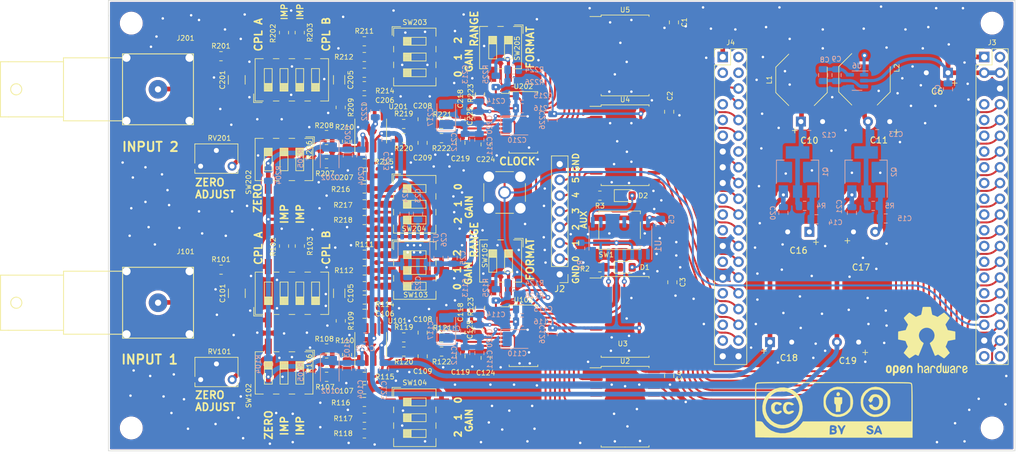
<source format=kicad_pcb>
(kicad_pcb (version 20221018) (generator pcbnew)
  (title_block (title "MISRC") (date "2023-11-22") (rev "0.3"))
  (layers (0 "F.Cu" signal) (31 "B.Cu" signal) (34 "B.Paste" user) (35 "F.Paste" user) (36 "B.SilkS" user "B.Silkscreen") (37 "F.SilkS" user "F.Silkscreen") (38 "B.Mask" user) (39 "F.Mask" user) (44 "Edge.Cuts" user))
  (net 0 "")
  (net 1 "VDD")
  (net 2 "GND")
  (net 3 "+5V")
  (net 4 "Net-(U6-CP+)")
  (net 5 "Net-(U6-CP-)")
  (net 6 "Net-(Q1-C)")
  (net 7 "Net-(Q2-C)")
  (net 8 "Net-(Q1-B)")
  (net 9 "Net-(Q2-B)")
  (net 10 "+5VA")
  (net 11 "-5VA")
  (net 12 "Net-(U7-BYP)")
  (net 13 "Net-(U7-VREG)")
  (net 14 "Net-(U7-REF)")
  (net 15 "VDDA")
  (net 16 "Net-(J101-Signal)")
  (net 17 "Net-(C101-Pad2)")
  (net 18 "Net-(U101-VCM)")
  (net 19 "Net-(C105-Pad2)")
  (net 20 "Net-(U101-+)")
  (net 21 "Net-(C106-Pad2)")
  (net 22 "Net-(U101--)")
  (net 23 "Net-(C107-Pad2)")
  (net 24 "Net-(C108-Pad2)")
  (net 25 "Net-(C109-Pad1)")
  (net 26 "Net-(U102-VREF)")
  (net 27 "Net-(U102-REFT)")
  (net 28 "Net-(U102-REFB)")
  (net 29 "Net-(U102-IN)")
  (net 30 "Net-(U102-~{IN})")
  (net 31 "Net-(J201-Signal)")
  (net 32 "Net-(C201-Pad2)")
  (net 33 "Net-(U201-VCM)")
  (net 34 "Net-(C205-Pad2)")
  (net 35 "Net-(U201-+)")
  (net 36 "Net-(C206-Pad2)")
  (net 37 "Net-(U201--)")
  (net 38 "Net-(C207-Pad2)")
  (net 39 "Net-(C208-Pad2)")
  (net 40 "Net-(C209-Pad1)")
  (net 41 "Net-(U202-VREF)")
  (net 42 "Net-(U202-REFT)")
  (net 43 "Net-(U202-REFB)")
  (net 44 "Net-(U202-IN)")
  (net 45 "Net-(U202-~{IN})")
  (net 46 "Net-(D1-K)")
  (net 47 "Net-(D1-A)")
  (net 48 "Net-(D2-K)")
  (net 49 "Net-(D2-A)")
  (net 50 "/Input_ADC_CH1/CLK")
  (net 51 "Net-(J2-Pin_2)")
  (net 52 "Net-(J2-Pin_3)")
  (net 53 "Net-(J2-Pin_4)")
  (net 54 "Net-(J2-Pin_5)")
  (net 55 "Net-(J2-Pin_6)")
  (net 58 "Net-(J3-DQ15)")
  (net 60 "Net-(J3-DQ14)")
  (net 62 "Net-(J3-DQ13)")
  (net 64 "Net-(J3-DQ12)")
  (net 66 "Net-(J3-DQ11)")
  (net 68 "Net-(J3-DQ10)")
  (net 70 "Net-(J3-DQ9)")
  (net 72 "Net-(J3-DQ8)")
  (net 74 "Net-(J3-DQ7)")
  (net 76 "Net-(J3-DQ6)")
  (net 78 "Net-(J3-DQ5)")
  (net 80 "Net-(J3-DQ4)")
  (net 82 "Net-(J3-DQ3)")
  (net 84 "Net-(J3-DQ2)")
  (net 85 "Net-(J3-DQ1)")
  (net 86 "Net-(J3-DQ0)")
  (net 92 "Net-(J4-DQ31)")
  (net 94 "Net-(J4-DQ30)")
  (net 96 "Net-(J4-DQ29)")
  (net 98 "Net-(J4-DQ28)")
  (net 100 "Net-(J4-DQ27)")
  (net 101 "Net-(J4-DQ26)")
  (net 103 "Net-(J4-DQ25)")
  (net 105 "Net-(J4-DQ24)")
  (net 107 "Net-(J4-DQ23)")
  (net 108 "Net-(J4-DQ22)")
  (net 110 "Net-(J4-DQ21)")
  (net 111 "Net-(J4-DQ20)")
  (net 113 "Net-(J4-DQ19)")
  (net 115 "Net-(J4-DQ18)")
  (net 117 "Net-(J4-DQ17)")
  (net 119 "Net-(J4-DQ16)")
  (net 120 "Net-(U6-VOUT)")
  (net 121 "Net-(U1A-R)")
  (net 122 "Net-(R102-Pad1)")
  (net 123 "Net-(R103-Pad1)")
  (net 124 "Net-(R106-Pad1)")
  (net 125 "Net-(R106-Pad2)")
  (net 126 "Net-(R107-Pad2)")
  (net 127 "Net-(R111-Pad2)")
  (net 128 "Net-(R112-Pad2)")
  (net 129 "Net-(R113-Pad2)")
  (net 130 "Net-(R116-Pad2)")
  (net 131 "Net-(R117-Pad2)")
  (net 132 "Net-(R118-Pad2)")
  (net 133 "Net-(U102-SENSE)")
  (net 134 "Net-(U102-MODE)")
  (net 135 "Net-(R125-Pad1)")
  (net 136 "Net-(R202-Pad1)")
  (net 137 "Net-(R203-Pad1)")
  (net 138 "Net-(R206-Pad1)")
  (net 139 "Net-(R206-Pad2)")
  (net 140 "Net-(R207-Pad2)")
  (net 141 "Net-(R211-Pad2)")
  (net 142 "Net-(R212-Pad2)")
  (net 143 "Net-(R213-Pad2)")
  (net 144 "Net-(R216-Pad2)")
  (net 145 "Net-(R217-Pad2)")
  (net 146 "Net-(R218-Pad2)")
  (net 147 "Net-(U202-SENSE)")
  (net 148 "Net-(U202-MODE)")
  (net 149 "Net-(R225-Pad1)")
  (net 150 "Net-(RV101-Pad3)")
  (net 151 "Net-(RV201-Pad3)")
  (net 155 "/DA0")
  (net 156 "/DA1")
  (net 157 "/DA2")
  (net 158 "/DA3")
  (net 159 "/DA4")
  (net 160 "/DA5")
  (net 161 "/DA6")
  (net 162 "/DA7")
  (net 163 "/DA8")
  (net 164 "/DA9")
  (net 165 "/DA10")
  (net 166 "/DA11")
  (net 167 "/DB3")
  (net 168 "/DB2")
  (net 169 "/DB1")
  (net 170 "/DB0")
  (net 171 "/DB4")
  (net 172 "/DB5")
  (net 173 "/DB6")
  (net 174 "/DB7")
  (net 175 "/DB8")
  (net 176 "/DB9")
  (net 177 "/DB10")
  (net 178 "/DB11")
  (net 179 "/OTRA")
  (net 180 "/OTRB")
  (net 182 "Net-(J2-Pin_7)")
  (footprint "Button_Switch_SMD:SW_DIP_SPSTx03_Slide_6.7x9.18mm_W8.61mm_P2.54mm_LowProfile" (layer "F.Cu") (at 109.969 96.139)
    (fp_text reference "SW204")
    (fp_text value "SW_DIP_x03")
  )
  (footprint "CP_radial_flat:CP_Radial_FlatB_D8.0mm_P3.50mm" (layer "F.Cu") (at 181.554 118.364 180)
    (fp_text reference "C19")
    (fp_text value "470µ")
  )
  (footprint "Capacitor_SMD:C_0805_2012Metric" (layer "F.Cu") (at 117.348 120.65 -90)
    (fp_text reference "C119")
    (fp_text value "15p")
  )
  (footprint "Resistor_SMD:R_0805_2012Metric" (layer "F.Cu") (at 108.204 119.888)
    (fp_text reference "R120")
    (fp_text value "40")
  )
  (footprint "Capacitor_SMD:C_0805_2012Metric" (layer "F.Cu") (at 111.252 116.84 -90)
    (fp_text reference "C108")
    (fp_text value "82p")
  )
  (footprint "Resistor_SMD:R_0805_2012Metric" (layer "F.Cu") (at 101.841 69.85)
    (fp_text reference "R211")
    (fp_text value "1k3")
  )
  (footprint "Connector_PinHeader_2.54mm:PinHeader_1x08_P2.54mm_Vertical" (layer "F.Cu") (at 133.35 107.442 180)
    (fp_text reference "J2")
    (fp_text value "Conn_01x08_Socket")
  )
  (footprint "Resistor_SMD:R_0805_2012Metric" (layer "F.Cu") (at 101.841 74.93)
    (fp_text reference "R213" hide)
    (fp_text value "4k99")
  )
  (footprint "MountingHole:MountingHole_3.2mm_M3" (layer "F.Cu") (at 203.073 132.207)
    (fp_text reference "H3" hide)
    (fp_text value "MountingHole")
  )
  (footprint "Resistor_SMD:R_0805_2012Metric" (layer "F.Cu") (at 78.74 106.68)
    (fp_text reference "R101")
    (fp_text value "150")
  )
  (footprint "BNC_Rosenberger:BNC Socket" (layer "F.Cu") (at 68.58 112.014 180)
    (fp_text reference "J101")
    (fp_text value "BNC_Rosenberger")
  )
  (footprint "Button_Switch_SMD:SW_DIP_SPSTx03_Slide_6.7x9.18mm_W8.61mm_P2.54mm_LowProfile" (layer "F.Cu") (at 109.982 106.807)
    (fp_text reference "SW103")
    (fp_text value "SW_DIP_x03")
  )
  (footprint "LED_SMD:LED_0805_2012Metric_Pad1.15x1.40mm_HandSolder" (layer "F.Cu") (at 144.009 94.742)
    (fp_text reference "D2")
    (fp_text value "LED")
  )
  (footprint "Resistor_SMD:R_0805_2012Metric" (layer "F.Cu") (at 101.854 128.016)
    (fp_text reference "R116")
    (fp_text value "4k99")
  )
  (footprint "Connector_PinHeader_2.54mm:PinHeader_2x20_P2.54mm_Vertical" (layer "F.Cu") (at 201.803 72.39)
    (fp_text reference "J3")
    (fp_text value "GPIFII_J6")
  )
  (footprint "Capacitor_SMD:C_1210_3225Metric" (layer "F.Cu") (at 81.28 110.49 90)
    (fp_text reference "C101")
    (fp_text value "22µ")
  )
  (footprint "Resistor_SMD:R_0805_2012Metric" (layer "F.Cu") (at 98.031 80.518 -90)
    (fp_text reference "R209")
    (fp_text value "499")
  )
  (footprint "Resistor_SMD:R_0805_2012Metric" (layer "F.Cu") (at 91.427 68.453 90)
    (fp_text reference "R203")
    (fp_text value "150")
  )
  (footprint "Resistor_SMD:R_0805_2012Metric" (layer "F.Cu") (at 95.745 84.963 180)
    (fp_text reference "R208")
    (fp_text value "75")
  )
  (footprint "Resistor_SMD:R_0805_2012Metric" (layer "F.Cu") (at 95.745 87.249 180)
    (fp_text reference "R206")
    (fp_text value "75")
  )
  (footprint "Resistor_SMD:R_0805_2012Metric" (layer "F.Cu") (at 99.06 120.396 -90)
    (fp_text reference "R110")
    (fp_text value "499")
  )
  (footprint "Package_SO:TSSOP-28_4.4x9.7mm_P0.65mm" (layer "F.Cu") (at 127.508 117.348)
    (fp_text reference "U102")
    (fp_text value "AD9235")
  )
  (footprint "Resistor_SMD:R_0805_2012Metric" (layer "F.Cu") (at 99.047 85.979 -90)
    (fp_text reference "R210")
    (fp_text value "499")
  )
  (footprint "Capacitor_SMD:C_0805_2012Metric" (layer "F.Cu") (at 101.854 113.792)
    (fp_text reference "C106")
    (fp_text value "1p")
  )
  (footprint "Package_SO:SOIC-20W_7.5x12.8mm_P1.27mm" (layer "F.Cu") (at 143.891 72.136)
    (fp_text reference "U5")
    (fp_text value "74VHC541")
  )
  (footprint "Capacitor_SMD:C_0805_2012Metric" (layer "F.Cu") (at 120.129 81.915 -90)
    (fp_text reference "C225")
    (fp_text value "100n")
  )
  (footprint "Capacitor_SMD:C_0805_2012Metric" (layer "F.Cu") (at 101.841 79.375)
    (fp_text reference "C206")
    (fp_text value "1p")
  )
  (footprint "Resistor_SMD:R_0805_2012Metric" (layer "F.Cu") (at 101.841 89.535)
    (fp_text reference "R215")
    (fp_text value "6k49")
  )
  (footprint "Package_SO:SOIC-20W_7.5x12.8mm_P1.27mm" (layer "F.Cu") (at 143.891 86.614)
    (fp_text reference "U4")
    (fp_text value "74VHC541")
  )
  (footprint "Connector_Coaxial:SMA_Amphenol_901-144_Vertical" (layer "F.Cu") (at 124.46 94.234)
    (fp_text reference "J1" hide)
    (fp_text value "Conn_01x01_Shielded")
  )
  (footprint "Button_Switch_SMD:SW_DIP_SPSTx03_Slide_6.7x9.18mm_W8.61mm_P2.54mm_LowProfile" (layer "F.Cu") (at 109.982 72.39)
    (fp_text reference "SW203")
    (fp_text value "SW_DIP_x03")
  )
  (footprint "Potentiometer_THT:Potentiometer_Bourns_3266W_Vertical" (layer "F.Cu") (at 75.44 89.998 180)
    (fp_text reference "RV201")
    (fp_text value "10k")
  )
  (footprint "CP_radial_flat:CP_Radial_Flat_D8.0mm_P3.50mm" (layer "F.Cu") (at 180.721 100.584)
    (fp_text reference "C17")
    (fp_text value "470µ")
  )
  (footprint "Resistor_SMD:R_0805_2012Metric" (layer "F.Cu") (at 114.3 119.888)
    (fp_text reference "R122")
    (fp_text value "22")
  )
  (footprint "Inductor_SMD:L_Bourns-SRU8043" (layer "F.Cu") (at 172.339 76.073 -90)
    (fp_text reference "L1")
    (fp_text value "100µ")
  )
  (footprint "CP_radial_flat:CP_Radial_FlatB_D8.0mm_P3.50mm" (layer "F.Cu") (at 186.564651 82.804 180)
    (fp_text reference "C11")
    (fp_text value "470µ")
  )
  (footprint "Resistor_SMD:R_0805_2012Metric" (layer "F.Cu") (at 95.758 119.38 180)
    (fp_text reference "R108")
    (fp_text value "75")
  )
  (footprint "Resistor_SMD:R_0805_2012Metric" (layer "F.Cu") (at 139.827 106.299 180)
    (fp_text reference "R2")
    (fp_text value "100")
  )
  (footprint "Resistor_SMD:R_0805_2012Metric" (layer "F.Cu") (at 95.758 121.666 180)
    (fp_text reference "R106")
    (fp_text value "75")
  )
  (footprint "Capacitor_SMD:C_0805_2012Metric" (layer "F.Cu") (at 111.239 82.423 -90)
    (fp_text reference "C208")
    (fp_text value "82p")
  )
  (footprint "Package_SO:SOIC-20W_7.5x12.8mm_P1.27mm" (layer "F.Cu") (at 143.891 128.778)
    (fp_text reference "U2")
    (fp_text value "74VHC541")
  )
  (footprint "Resistor_SMD:R_0805_2012Metric" (layer "F.Cu") (at 101.841 93.599)
    (fp_text reference "R216")
    (fp_text value "4k99")
  )
  (footprint "Button_Switch_SMD:SW_DIP_SPSTx04_Slide_6.7x11.72mm_W8.61mm_P2.54mm_LowProfile" (layer "F.Cu") (at 90.157 76.073 90)
    (fp_text reference "SW201" hide)
    (fp_text value "SW_DIP_x04")
  )
  (footprint "Resistor_SMD:R_0805_2012Metric" (layer "F.Cu") (at 120.51 78.359 90)
    (fp_text reference "R223")
    (fp_text value "10k")
  )
  (footprint "MountingHole:MountingHole_3.2mm_M3" (layer "F.Cu") (at 64.262 132.207)
    (fp_text reference "H2" hide)
    (fp_text value "MountingHole")
  )
  (footprint "LED_SMD:LED_0805_2012Metric_Pad1.15x1.40mm_HandSolder" (layer "F.Cu") (at 144.009 106.299)
    (fp_text reference "D1")
    (fp_text value "LED")
  )
  (footprint "Inductor_SMD:L_Bourns-SRU8043" (layer "F.Cu") (at 182.499 75.983 -90)
    (fp_text reference "L2")
    (fp_text value "100µ")
  )
  (footprint "BNC_Rosenberger:BNC Socket" (layer "F.Cu") (at 68.567 77.597 180)
    (fp_text reference "J201")
    (fp_text value "BNC_Rosenberger")
  )
  (footprint "Resistor_SMD:R_0805_2012Metric" (layer "F.Cu") (at 88.9 102.87 90)
    (fp_text reference "R102")
    (fp_text value "150")
  )
  (footprint "Capacitor_SMD:C_1210_3225Metric" (layer "F.Cu") (at 81.267 76.073 90)
    (fp_text reference "C201")
    (fp_text value "22µ")
  )
  (footprint "Logo:CC Licence" (layer "F.Cu") (at 177.546 129.286)
    (fp_text reference "G***" hide)
    (fp_text value "LOGO" hide)
  )
  (footprint "Resistor_SMD:R_0805_2012Metric" (layer "F.Cu") (at 101.854 123.952)
    (fp_text reference "R115")
    (fp_text value "6k49")
  )
  (footprint "Resistor_SMD:R_0805_2012Metric" (layer "F.Cu") (at 101.854 104.267)
    (fp_text reference "R111")
    (fp_text value "1k3")
  )
  (footprint "Button_Switch_SMD:SW_DIP_SPSTx02_Slide_6.7x6.64mm_W8.61mm_P2.54mm_LowProfile" (layer "F.Cu") (at 123.825 105.283 -90)
    (fp_text reference "SW105")
    (fp_text value "SW_DIP_x02")
  )
  (footprint "Capacitor_SMD:C_0805_2012Metric" (layer "F.Cu") (at 121.399 86.487 90)
    (fp_text reference "C224")
    (fp_text value "100n")
  )
  (footprint "Resistor_SMD:R_0805_2012Metric" (layer "F.Cu") (at 108.191 85.471)
    (fp_text reference "R220")
    (fp_text value "40")
  )
  (footprint "Capacitor_SMD:C_0805_2012Metric" (layer "F.Cu") (at 111.252 120.65 -90)
    (fp_text reference "C109")
    (fp_text value "82p")
  )
  (footprint "Capacitor_SMD:C_0805_2012Metric" (layer "F.Cu") (at 120.142 116.332 -90)
    (fp_text reference "C125")
    (fp_text value "100n")
  )
  (footprint "Capacitor_SMD:C_0805_2012Metric" (layer "F.Cu") (at 111.239 86.233 -90)
    (fp_text reference "C209")
    (fp_text value "82p")
  )
  (footprint "Resistor_SMD:R_0805_2012Metric" (layer "F.Cu") (at 101.841 72.39)
    (fp_text reference "R212")
    (fp_text value "2k49")
  )
  (footprint "Resistor_SMD:R_0805_2012Metric" (layer "F.Cu") (at 101.854 109.347)
    (fp_text reference "R113" hide)
    (fp_text value "4k99")
  )
  (footprint "Resistor_SMD:R_0805_2012Metric" (layer "F.Cu") (at 95.745 89.535 180)
    (fp_text reference "R207")
    (fp_text value "75")
  )
  (footprint "Resistor_SMD:R_0805_2012Metric" (layer "F.Cu") (at 114.287 85.471)
    (fp_text reference "R222")
    (fp_text value "22")
  )
  (footprint "CP_radial_flat:CP_Radial_Flat_D8.0mm_P3.50mm" (layer "F.Cu") (at 172.24 82.801)
    (fp_text reference "C10")
    (fp_text value "470µ")
  )
  (footprint "Package_SO:SOIC-20W_7.5x12.8mm_P1.27mm" (layer "F.Cu") (at 143.891 114.3)
    (fp_text reference "U3")
    (fp_text value "74VHC541")
  )
  (footprint "Capacitor_SMD:C_0805_2012Metric" (layer "F.Cu") (at 101.854 125.984)
    (fp_text reference "C107")
    (fp_text value "1p")
  )
  (footprint "Resistor_SMD:R_0805_2012Metric" (layer "F.Cu") (at 95.758 123.952 180)
    (fp_text reference "R107")
    (fp_text value "75")
  )
  (footprint "Resistor_SMD:R_0805_2012Metric" (layer "F.Cu") (at 101.841 98.679)
    (fp_text reference "R218")
    (fp_text value "1k3")
  )
  (footprint "Resistor_SMD:R_0805_2012Metric" (layer "F.Cu") (at 108.204 117.602)
    (fp_text reference "R119")
    (fp_text value "40")
  )
  (footprint "CP_radial_flat:CP_Radial_FlatB_D8.0mm_P3.50mm" (layer "F.Cu") (at 195.962651 74.93 180)
    (fp_text reference "C6")
    (fp_text value "470µ")
  )
  (footprint "CP_radial_flat:CP_Radial_Flat_D8.0mm_P3.50mm" (layer "F.Cu") (at 167.259 118.364)
    (fp_text reference "C18")
    (fp_text value "470µ")
  )
  (footprint "Resistor_SMD:R_0805_2012Metric" (layer "F.Cu") (at 108.191 83.185)
    (fp_text reference "R219")
    (fp_text value "40")
  )
  (footprint "Button_Switch_SMD:SW_SPST_EVQP0" (layer "F.Cu") (at 143.002 100.33 180)
    (fp_text reference "SW1")
    (fp_text value "SW_Push")
  )
  (footprint "MountingHole:MountingHole_3.2mm_M3" (layer "F.Cu") (at 64.262 66.929)
    (fp_text reference "H1" hide)
    (fp_text value "MountingHole")
  )
  (footprint "Capacitor_SMD:C_0805_2012Metric" (layer "F.Cu") (at 151.003 81.219 -90)
    (fp_text reference "C2")
    (fp_text value "1µ")
  )
  (footprint "Capacitor_SMD:C_1206_3216Metric" (layer "F.Cu") (at 97.79 110.49 -90)
    (fp_text reference "C105")
    (fp_text value "100n")
  )
  (footprint "Resistor_SMD:R_0805_2012Metric" (layer "F.Cu") (at 78.727 72.263)
    (fp_text reference "R201")
    (fp_text value "150")
  )
  (footprint "Resistor_SMD:R_0805_2012Metric" (layer "F.Cu") (at 101.841 96.139)
    (fp_text reference "R217")
    (fp_text value "2k49")
  )
  (footprint "Capacitor_SMD:C_0805_2012Metric" (layer "F.Cu") (at 117.348 116.84 -90)
    (fp_text reference "C118")
    (fp_text value "15p")
  )
  (footprint "Capacitor_SMD:C_0805_2012Metric" (layer "F.Cu") (at 151.003 123.825 -90)
    (fp_text reference "C4")
    (fp_text value "1µ")
  )
  (footprint "Resistor_SMD:R_0805_2012Metric" (layer "F.Cu") (at 101.854 133.096)
    (fp_text reference "R118")
    (fp_text value "1k3")
  )
  (footprint "Resistor_SMD:R_0805_2012Metric" (layer "F.Cu") (at 114.287 83.185)
    (fp_text reference "R221")
    (fp_text value "22")
  )
  (footprint "CP_radial_flat:CP_Radial_FlatB_D8.0mm_P3.50mm" (layer "F.Cu") (at 173.609 100.584 180)
    (fp_text reference "C16")
    (fp_text value "470µ")
  )
  (footprint "Button_Switch_SMD:SW_DIP_SPSTx04_Slide_6.7x11.72mm_W8.61mm_P2.54mm_LowProfile" (layer "F.Cu") (at 90.17 110.49 90)
    (fp_text reference "SW101" hide)
    (fp_text value "SW_DIP_x04")
  )
  (footprint "Resistor_SMD:R_0805_2012Metric" (layer "F.Cu") (at 98.044 114.935 -90)
    (fp_text reference "R109")
    (fp_text value "499")
  )
  (footprint "Button_Switch_SMD:SW_DIP_SPSTx03_Slide_6.7x9.18mm_W8.61mm_P2.54mm_LowProfile" (layer "F.Cu") (at 88.887 88.913 -90)
    (fp_text reference "SW202")
    (fp_text value "SW_DIP_x03")
  )
  (footprint "Resistor_SMD:R_0805_2012Metric" (layer "F.Cu") (at 101.854 106.807)
    (fp_text reference "R112")
    (fp_text value "2k49")
  )
  (footprint "Resistor_SMD:R_0805_2012Metric" (layer "F.Cu") (at 91.44 102.87 90)
    (fp_text reference "R103")
    (fp_text value "150")
  )
  (footprint "Package_SO:SO-8_3.9x4.9mm_P1.27mm" (layer "F.Cu") (at 102.87 84.328 90)
    (fp_text reference "U201")
    (fp_text value "AD8138ARZ")
  )
  (footprint "Capacitor_SMD:C_0805_2012Metric" (layer "F.Cu") (at 117.335 86.233 -90)
    (fp_text reference "C219")
    (fp_text value "15p")
  )
  (footprint "Symbol:OSHW-Logo2_14.6x12mm_SilkScreen" (layer "F.Cu") (at 192.532 118.237)
    (fp_text reference "REF**" hide)
    (fp_text value "OSHW-Logo2_14.6x12mm_SilkScreen" hide)
  )
  (footprint "MountingHole:MountingHole_3.2mm_M3" (layer "F.Cu") (at 203.073 66.929)
    (fp_text reference "H4" hide)
    (fp_text value "MountingHole")
  )
  (footprint "Package_SO:TSSOP-28_4.4x9.7mm_P0.65mm" (layer "F.Cu") (at 127.495 82.931)
    (fp_text reference "U202")
    (fp_text value "AD9235")
  )
  (footprint "Resistor_SMD:R_0805_2012Metric" (layer "F.Cu") (at 88.887 68.453 90)
    (fp_text reference "R202")
    (fp_text value "150")
  )
  (footprint "Resistor_SMD:R_0805_2012Metric" (layer "F.Cu") (at 114.3 117.602)
    (fp_text reference "R121")
    (fp_text value "22")
  )
  (footprint "Resistor_SMD:R_0805_2012Metric" (layer "F.Cu") (at 101.841 77.089)
    (fp_text reference "R214")
    (fp_text value "6k49")
  )
  (footprint "Button_Switch_SMD:SW_DIP_SPSTx02_Slide_6.7x6.64mm_W8.61mm_P2.54mm_LowProfile" (layer "F.Cu") (at 123.812 70.866 -90)
    (fp_text reference "SW205")
    (fp_text value "SW_DIP_x02")
  )
  (footprint "Capacitor_SMD:C_0805_2012Metric" (layer "F.Cu") (at 151.511 108.712 -90)
    (fp_text reference "C3")
    (fp_text value "1µ")
  )
  (footprint "Package_SO:SO-8_3.9x4.9mm_P1.27mm" (layer "F.Cu") (at 102.87 118.745 90)
    (fp_text reference "U101")
    (fp_text value "AD8138ARZ")
  )
  (footprint "Potentiometer_THT:Potentiometer_Bourns_3266W_Vertical" (layer "F.Cu") (at 75.453 124.415 180)
    (fp_text reference "RV101")
    (fp_text value "10k")
  )
  (footprint "Button_Switch_SMD:SW_DIP_SPSTx03_Slide_6.7x9.18mm_W8.61mm_P2.54mm_LowProfile" (layer "F.Cu") (at 88.9 123.33 -90)
    (fp_text reference "SW102")
    (fp_text value "SW_DIP_x03")
  )
  (footprint "Resistor_SMD:R_0805_2012Metric" (layer "F.Cu") (at 139.827 94.742 180)
    (fp_text reference "R3")
    (fp_text value "100")
  )
  (footprint "Resistor_SMD:R_0805_2012Metric" (layer "F.Cu") (at 101.854 130.556)
    (fp_text reference "R117")
    (fp_text value "2k49")
  )
  (footprint "Resistor_SMD:R_0805_2012Metric" (layer "F.Cu") (at 120.523 112.776 90)
    (fp_text reference "R123")
    (fp_text value "10k")
  )
  (footprint "Capacitor_SMD:C_0805_2012Metric" (layer "F.Cu") (at 121.412 120.904 90)
    (fp_text reference "C124")
    (fp_text value "100n")
  )
  (footprint "Connector_PinHeader_2.54mm:PinHeader_2x20_P2.54mm_Vertical" (layer "F.Cu") (at 159.639 72.39)
    (fp_text reference "J4")
    (fp_text value "GPIFII_J7")
  )
  (footprint "Button_Switch_SMD:SW_DIP_SPSTx03_Slide_6.7x9.18mm_W8.61mm_P2.54mm_LowProfile" (layer "F.Cu") (at 109.982 130.556)
    (fp_text reference "SW104")
    (fp_text value "SW_DIP_x03")
  )
  (footprint "Capacitor_SMD:C_0805_2012Metric" (layer "F.Cu") (at 151.765 66.802 -90)
    (fp_text reference "C1")
    (fp_text value "1µ")
  )
  (footprint "Capacitor_SMD:C_0805_2012Metric" (layer "F.Cu") (at 101.841 91.567)
    (fp_text reference "C207")
    (fp_text value "1p")
  )
  (footprint "Capacitor_SMD:C_1206_3216Metric" (layer "F.Cu") (at 97.777 76.073 -90)
    (fp_text reference "C205")
    (fp_text value "100n")
  )
  (footprint "Capacitor_SMD:C_0805_2012Metric" (layer "F.Cu") (at 117.335 82.423 -90)
    (fp_text reference "C218")
    (fp_text value "15p")
  )
  (footprint "Resistor_SMD:R_0805_2012Metric" (layer "F.Cu") (at 101.854 111.506)
    (fp_text reference "R114")
    (fp_text value "6k49")
  )
  (footprint "Capacitor_SMD:C_0805_2012Metric" (layer "B.Cu") (at 101.981 117.602)
    (fp_text reference "C122")
    (fp_text value "100n")
  )
  (footprint "Capacitor_Tantalum_SMD:CP_EIA-3528-21_Kemet-B_Pad1.50x2.35mm_HandSolder" (layer "B.Cu") (at 96.266 122.936 -90)
    (fp_text reference "C102")
    (fp_text value "10µ")
  )
  (footprint "Capacitor_SMD:C_0805_2012Metric" (layer "B.Cu") (at 132.207 82.55 -90)
    (fp_text reference "C226")
    (fp_text value "100n")
  )
  (footprint "Capacitor_SMD:C_0805_2012Metric" (layer "B.Cu") (at 118.097 82.169 90)
    (fp_text reference "C221" hide)
    (fp_text value "1n")
  )
  (footprint "Capacitor_SMD:C_0805_2012Metric" (layer "B.Cu") (at 169.418 97.536 -90)
    (fp_text reference "C20")
    (fp_text value "1µ")
  )
  (footprint "Capacitor_SMD:C_0805_2012Metric" (layer "B.Cu") (at 175.8315 75.311 -90)
    (fp_text reference "C8")
    (fp_text value "10µ")
  )
  (footprint "Resistor_SMD:R_0805_2012Metric" (layer "B.Cu") (at 86.36 91.44 -90)
    (fp_text reference "R204")
    (fp_text value "1k")
  )
  (footprint "Capacitor_SMD:C_0805_2012Metric" (layer "B.Cu") (at 108.839 108.839 90)
    (fp_text reference "C22")
    (fp_text value "1µ")
  )
  (footprint "Capacitor_SMD:C_0805_2012Metric" (layer "B.Cu") (at 180.467 97.536 -90)
    (fp_text reference "C21")
    (fp_text value "1µ")
  )
  (footprint "Resistor_SMD:R_0805_2012Metric" (layer "B.Cu") (at 183.896 96.393)
    (fp_text reference "R5")
    (fp_text value "1k")
  )
  (footprint "Resistor_SMD:R_0805_2012Metric" (layer "B.Cu") (at 125.857 110.871 180)
    (fp_text reference "R126")
    (fp_text value "10k")
  )
  (footprint "Capacitor_SMD:C_0805_2012Metric" (layer "B.Cu") (at 120.396 113.03 -90)
    (fp_text reference "C114")
    (fp_text value "1n")
  )
  (footprint "Capacitor_SMD:C_0805_2012Metric" (layer "B.Cu") (at 127.241 80.645)
    (fp_text reference "C216")
    (fp_text value "1n")
  )
  (footprint "Resistor_SMD:R_0805_2012Metric" (layer "B.Cu") (at 125.844 76.454 180)
    (fp_text reference "R226")
    (fp_text value "10k")
  )
  (footprint "Capacitor_SMD:C_0805_2012Metric" (layer "B.Cu") (at 118.097 78.613 -90)
    (fp_text reference "C213")
    (fp_text value "100n")
  )
  (footprint "Capacitor_SMD:C_0805_2012Metric" (layer "B.Cu") (at 195.961 77.597 -90)
    (fp_text reference "C7")
    (fp_text value "1µ")
  )
  (footprint "Package_TO_SOT_SMD:SOT-223-3_TabPin2" (layer "B.Cu") (at 182.753 90.932 90)
    (fp_text reference "Q2")
    (fp_text value "FZT790A")
  )
  (footprint "Capacitor_SMD:C_0805_2012Metric" (layer "B.Cu") (at 185.928 98.425)
    (fp_text reference "C15")
    (fp_text value "100n")
  )
  (footprint "Capacitor_SMD:C_0805_2012Metric" (layer "B.Cu") (at 118.11 120.142 90)
    (fp_text reference "C112")
    (fp_text value "100n")
  )
  (footprint "Capacitor_SMD:C_0805_2012Metric" (layer "B.Cu") (at 105.41 85.725 -90)
    (fp_text reference "C223")
    (fp_text value "100n")
  )
  (footprint "Capacitor_SMD:C_0805_2012Metric" (layer "B.Cu") (at 120.383 78.613 -90)
    (fp_text reference "C214")
    (fp_text value "1n")
  )
  (footprint "Package_SO:SOIC-8-1EP_3.9x4.9mm_P1.27mm_EP2.29x3mm" (layer "B.Cu") (at 109.843 103.313 90)
    (fp_text reference "U7")
    (fp_text value "ADP7156ARDZ")
  )
  (footprint "Capacitor_Tantalum_SMD:CP_EIA-3528-21_Kemet-B_Pad1.50x2.35mm_HandSolder" (layer "B.Cu") (at 115.049 81.661 90)
    (fp_text reference "C217")
    (fp_text value "10µ")
  )
  (footprint "Capacitor_SMD:C_0805_2012Metric" (layer "B.Cu") (at 174.752 98.552)
    (fp_text reference "C14")
    (fp_text value "100n")
  )
  (footprint "Resistor_SMD:R_0805_2012Metric" (layer "B.Cu") (at 123.063 110.744 -90)
    (fp_text reference "R125")
    (fp_text value "3k3")
  )
  (footprint "Capacitor_SMD:C_0805_2012Metric" (layer "B.Cu") (at 127.254 113.03)
    (fp_text reference "C115")
    (fp_text value "100n")
  )
  (footprint "Capacitor_SMD:C_0805_2012Metric" (layer "B.Cu") (at 120.396 120.142 90)
    (fp_text reference "C111")
    (fp_text value "1n")
  )
  (footprint "Resistor_SMD:R_0805_2012Metric" (layer "B.Cu") (at 125.844 74.422 180)
    (fp_text reference "R224")
    (fp_text value "4k99")
  )
  (footprint "Capacitor_SMD:C_0805_2012Metric" (layer "B.Cu") (at 101.346 88.265 -90)
    (fp_text reference "C204")
    (fp_text value "1n")
  )
  (footprint "Package_TO_SOT_SMD:SOT-223-3_TabPin2" (layer "B.Cu") (at 171.704 90.932 90)
    (fp_text reference "Q1")
    (fp_text value "FZT690B")
  )
  (footprint "Capacitor_SMD:C_0805_2012Metric" (layer "B.Cu") (at 127.254 115.062)
    (fp_text reference "C116")
    (fp_text value "1n")
  )
  (footprint "Capacitor_SMD:C_0805_2012Metric" (layer "B.Cu") (at 120.383 85.725 90)
    (fp_text reference "C211")
    (fp_text value "1n")
  )
  (footprint "Capacitor_SMD:C_0805_2012Metric" (layer "B.Cu") (at 118.11 113.03 -90)
    (fp_text reference "C113")
    (fp_text value "100n")
  )
  (footprint "Resistor_SMD:R_0805_2012Metric" (layer "B.Cu") (at 123.05 76.327 -90)
    (fp_text reference "R225")
    (fp_text value "3k3")
  )
  (footprint "Resistor_SMD:R_0805_2012Metric" (layer "B.Cu") (at 125.857 108.839 180)
    (fp_text reference "R124")
    (fp_text value "4k99")
  )
  (footprint "Capacitor_SMD:C_0805_2012Metric" (layer "B.Cu") (at 173.609 84.963)
    (fp_text reference "C12")
    (fp_text value "1µ")
  )
  (footprint "Capacitor_SMD:C_0805_2012Metric" (layer "B.Cu") (at 132.207 117.094 -90)
    (fp_text reference "C126")
    (fp_text value "100n")
  )
  (footprint "Resistor_SMD:R_0805_2012Metric" (layer "B.Cu") (at 86.36 121.92 90)
    (fp_text reference "R104")
    (fp_text value "1k")
  )
  (footprint "Capacitor_SMD:C_0805_2012Metric" (layer "B.Cu") (at 120.383 82.169 90)
    (fp_text reference "C220")
    (fp_text value "100n")
  )
  (footprint "Capacitor_SMD:C_0805_2012Metric" (layer "B.Cu") (at 110.49 97.663 -90)
    (fp_text reference "C23")
    (fp_text value "1µ")
  )
  (footprint "Capacitor_Tantalum_SMD:CP_EIA-3528-21_Kemet-B_Pad1.50x2.35mm_HandSolder" (layer "B.Cu") (at 115.062 116.078 90)
    (fp_text reference "C117")
    (fp_text value "10µ")
  )
  (footprint "Capacitor_Tantalum_SMD:CP_EIA-3528-21_Kemet-B_Pad1.50x2.35mm_HandSolder" (layer "B.Cu") (at 126.492 117.856)
    (fp_text reference "C110")
    (fp_text value "10µ")
  )
  (footprint "Package_TO_SOT_SMD:SOT-23-5" (layer "B.Cu") (at 181.2925 76.2 180)
    (fp_text reference "U6")
    (fp_text value "TPS60401")
  )
  (footprint "Resistor_SMD:R_0805_2012Metric" (layer "B.Cu") (at 172.847 96.393)
    (fp_text reference "R4")
    (fp_text value "1k")
  )
  (footprint "Capacitor_Tantalum_SMD:CP_EIA-3528-21_Kemet-B_Pad1.50x2.35mm_HandSolder" (layer "B.Cu") (at 96.253 88.519 -90)
    (fp_text reference "C202")
    (fp_text value "10µ")
  )
  (footprint "Package_SO:SO-16_3.9x9.9mm_P1.27mm" (layer "B.Cu") (at 143.129 101.6 90)
    (fp_text reference "U1")
    (fp_text value "4043")
  )
  (footprint "Capacitor_SMD:C_0805_2012Metric" (layer "B.Cu") (at 101.219 122.682 -90)
    (fp_text reference "C104")
    (fp_text value "1n")
  )
  (footprint "Resistor_SMD:R_0805_2012Metric" (layer "B.Cu") (at 136.652 103.251 90)
    (fp_text reference "R1")
    (fp_text value "10k")
  )
  (footprint "Resistor_SMD:R_0805_2012Metric" (layer "B.Cu") (at 93.205 88.773 90)
    (fp_text reference "R205")
    (fp_text value "1k")
  )
  (footprint "Capacitor_SMD:C_0805_2012Metric" (layer "B.Cu") (at 118.097 85.725 90)
    (fp_text reference "C212")
    (fp_text value "100n")
  )
  (footprint "Capacitor_SMD:C_0805_2012Metric" (layer "B.Cu") (at 149.606 99.441 -90)
    (fp_text reference "C5")
    (fp_text value "1µ")
  )
  (footprint "Capacitor_SMD:C_0805_2012Metric" (layer "B.Cu") (at 120.396 116.586 90)
    (fp_text reference "C120")
    (fp_text value "100n")
  )
  (footprint "Capacitor_SMD:C_0805_2012Metric" (layer "B.Cu") (at 99.187 88.265 -90)
    (fp_text reference "C203")
    (fp_text value "100n")
  )
  (footprint "Capacitor_SMD:C_0805_2012Metric" (layer "B.Cu") (at 184.531 84.836)
    (fp_text reference "C13")
    (fp_text value "1µ")
  )
  (footprint "Capacitor_SMD:C_0805_2012Metric" (layer "B.Cu") (at 99.06 122.682 -90)
    (fp_text reference "C103")
    (fp_text value "100n")
  )
  (footprint "Capacitor_SMD:C_0805_2012Metric" (layer "B.Cu") (at 127.241 78.613)
    (fp_text reference "C215")
    (fp_text value "100n")
  )
  (footprint "Capacitor_SMD:C_0805_2012Metric" (layer "B.Cu") (at 105.029 122.682 -90)
    (fp_text reference "C123")
    (fp_text value "100n")
  )
  (footprint "Capacitor_SMD:C_0805_2012Metric" (layer "B.Cu") (at 103.619 81.153 -90)
    (fp_text reference "C222")
    (fp_text value "100n")
  )
  (footprint "Capacitor_SMD:C_0805_2012Metric" (layer "B.Cu") (at 118.11 116.586 90)
    (fp_text reference "C121")
    (fp_text value "1n")
  )
  (footprint "Capacitor_Tantalum_SMD:CP_EIA-3528-21_Kemet-B_Pad1.50x2.35mm_HandSolder" (layer "B.Cu") (at 126.479 83.439)
    (fp_text reference "C210")
    (fp_text value "10µ")
  )
  (footprint "Capacitor_SMD:C_0805_2012Metric" (layer "B.Cu") (at 116.078 104.775 90)
    (fp_text reference "C25")
    (fp_text value "10µ")
  )
  (footprint "Resistor_SMD:R_0805_2012Metric" (layer "B.Cu") (at 93.218 123.19 90)
    (fp_text reference "R105")
    (fp_text value "1k")
  )
  (footprint "Capacitor_SMD:C_0805_2012Metric" (layer "B.Cu") (at 177.9905 75.311 -90)
    (fp_text reference "C9")
    (fp_text value "100n")
  )
  (footprint "Capacitor_SMD:C_0805_2012Metric" (layer "B.Cu") (at 113.792 104.775 90)
    (fp_text reference "C26")
    (fp_text value "100n")
  )
  (footprint "Capacitor_SMD:C_0805_2012Metric" (layer "B.Cu") (at 108.331 97.663 90)
    (fp_text reference "C24")
    (fp_text value "1µ")
  )
  (gr_line (start 206.756 135.89) (end 206.756 63.246) (stroke (width 0.1)) (layer "Edge.Cuts"))
  (gr_line (start 60.579 135.89) (end 206.756 135.89) (stroke (width 0.1)) (layer "Edge.Cuts"))
  (gr_line (start 206.756 63.246) (end 60.579 63.246) (stroke (width 0.1)) (layer "Edge.Cuts"))
  (gr_line (start 60.579 65.659) (end 60.579 65.786) (stroke (width 0.1)) (layer "Edge.Cuts"))
  (gr_line (start 60.579 65.786) (end 60.579 135.89) (stroke (width 0.1)) (layer "Edge.Cuts"))
  (gr_line (start 60.579 63.246) (end 60.579 65.659) (stroke (width 0.1)) (layer "Edge.Cuts"))
  (gr_text "IMP\n" (at 92.202 133.604 90) (layer "F.SilkS") (effects (font (size 1.2 1.2) (thickness 0.25) bold) (justify left bottom)))
  (gr_text "2  1  0\n GAIN" (at 119.38 133.858 90) (layer "F.SilkS") (effects (font (size 1.1 1.1) (thickness 0.25) bold) (justify left bottom)))
  (gr_text "AUX" (at 137.795 100.203 90) (layer "F.SilkS") (effects (font (size 1 1) (thickness 0.2) bold) (justify left bottom)))
  (gr_text "CPL A" (at 85.471 71.628 90) (layer "F.SilkS") (effects (font (size 1.2 1.2) (thickness 0.25) bold) (justify left bottom)))
  (gr_text "INPUT 2" (at 62.611 87.757) (layer "F.SilkS") (effects (font (size 1.5 1.5) (thickness 0.3) bold) (justify left bottom)))
  (gr_text "4" (at 136.525 95.25 90) (layer "F.SilkS") (effects (font (size 1 1) (thickness 0.2) bold) (justify left bottom)))
  (gr_text "ZERO" (at 87.122 134.239 90) (layer "F.SilkS") (effects (font (size 1.2 1.2) (thickness 0.25) bold) (justify left bottom)))
  (gr_text "INPUT 1" (at 62.484 122.047) (layer "F.SilkS") (effects (font (size 1.5 1.5) (thickness 0.3) bold) (justify left bottom)))
  (gr_text "IMP\n" (at 92.202 99.441 90) (layer "F.SilkS") (effects (font (size 1.2 1.2) (thickness 0.25) bold) (justify left bottom)))
  (gr_text "0" (at 136.525 105.537 90) (layer "F.SilkS") (effects (font (size 1 1) (thickness 0.2) bold) (justify left bottom)))
  (gr_text "IMP" (at 89.535 66.548 90) (layer "F.SilkS") (effects (font (size 1 1) (thickness 0.2) bold) (justify left bottom)))
  (gr_text "0  1  2\n GAIN" (at 119.253 110.109 90) (layer "F.SilkS") (effects (font (size 1.1 1.1) (thickness 0.25) bold) (justify left bottom)))
  (gr_text "GND" (at 136.525 109.093 90) (layer "F.SilkS") (effects (font (size 1 1) (thickness 0.2) bold) (justify left bottom)))
  (gr_text "CPL B" (at 96.393 106.045 90) (layer "F.SilkS") (effects (font (size 1.2 1.2) (thickness 0.25) bold) (justify left bottom)))
  (gr_text "IMP\n" (at 89.662 133.604 90) (layer "F.SilkS") (effects (font (size 1.2 1.2) (thickness 0.25) bold) (justify left bottom)))
  (gr_text "0  1  2\n GAIN" (at 119.38 75.819 90) (layer "F.SilkS") (effects (font (size 1.1 1.1) (thickness 0.25) bold) (justify left bottom)))
  (gr_text "CLOCK" (at 123.444 89.916) (layer "F.SilkS") (effects (font (size 1.2 1.2) (thickness 0.25) bold) (justify left bottom)))
  (gr_text "ZERO\nADJUST" (at 74.422 129.54) (layer "F.SilkS") (effects (font (size 1.2 1.2) (thickness 0.25) bold) (justify left bottom)))
  (gr_text "GND" (at 136.525 91.059 90) (layer "F.SilkS") (effects (font (size 1 1) (thickness 0.2) bold) (justify left bottom)))
  (gr_text "CPL A" (at 85.471 106.045 90) (layer "F.SilkS") (effects (font (size 1.2 1.2) (thickness 0.25) bold) (justify left bottom)))
  (gr_text "RANGE" (at 120.269 104.902 90) (layer "F.SilkS") (effects (font (size 1.2 1.2) (thickness 0.25) bold) (justify left bottom)))
  (gr_text "1" (at 136.525 102.997 90) (layer "F.SilkS") (effects (font (size 1 1) (thickness 0.2) bold) (justify left bottom)))
  (gr_text "FORMAT" (at 129.286 108.585 90) (layer "F.SilkS") (effects (font (size 1.2 1.2) (thickness 0.25) bold) (justify left bottom)))
  (gr_text "RANGE" (at 120.269 70.866 90) (layer "F.SilkS") (effects (font (size 1.2 1.2) (thickness 0.25) bold) (justify left bottom)))
  (gr_text "IMP\n" (at 89.662 99.441 90) (layer "F.SilkS") (effects (font (size 1.2 1.2) (thickness 0.25) bold) (justify left bottom)))
  (gr_text "5" (at 136.525 92.837 90) (layer "F.SilkS") (effects (font (size 1 1) (thickness 0.2) bold) (justify left bottom)))
  (gr_text "FORMAT" (at 129.286 74.422 90) (layer "F.SilkS") (effects (font (size 1.2 1.2) (thickness 0.25) bold) (justify left bottom)))
  (gr_text "2  1  0\n GAIN" (at 119.38 99.441 90) (layer "F.SilkS") (effects (font (size 1.1 1.1) (thickness 0.25) bold) (justify left bottom)))
  (gr_text "IMP" (at 92.075 66.548 90) (layer "F.SilkS") (effects (font (size 1 1) (thickness 0.2) bold) (justify left bottom)))
  (gr_text "ZERO" (at 85.344 97.663 90) (layer "F.SilkS") (effects (font (size 1.2 1.2) (thickness 0.25) bold) (justify left bottom)))
  (gr_text "ZERO\nADJUST" (at 74.422 95.25) (layer "F.SilkS") (effects (font (size 1.2 1.2) (thickness 0.25) bold) (justify left bottom)))
  (gr_text "3" (at 136.525 97.79 90) (layer "F.SilkS") (effects (font (size 1 1) (thickness 0.2) bold) (justify left bottom)))
  (gr_text "2" (at 136.525 100.457 90) (layer "F.SilkS") (effects (font (size 1 1) (thickness 0.2) bold) (justify left bottom)))
  (gr_text "CPL B" (at 96.393 71.628 90) (layer "F.SilkS") (effects (font (size 1.2 1.2) (thickness 0.25) bold) (justify left bottom)))
  (segment (start 154.411712 65.852) (end 154.170356 65.852) (width 0.75) (layer "F.Cu") (net 1))
  (segment (start 152.793244 65.852) (end 152.727359 65.852) (width 0.75) (layer "F.Cu") (net 1))
  (segment (start 146.577767 98.33) (end 145.904627 98.33) (width 0.5) (layer "F.Cu") (net 1))
  (segment (start 152.71523 65.852) (end 152.673603 65.852) (width 0.75) (layer "F.Cu") (net 1))
  (segment (start 147.968013 80.899) (end 147.958743 80.899) (width 0.5) (layer "F.Cu") (net 1))
  (segment (start 147.958743 80.899) (end 147.952564 80.899) (width 0.5) (layer "F.Cu") (net 1))
  (segment (start 149.455646 80.899) (end 149.451627 80.899) (width 0.5) (layer "F.Cu") (net 1))
  (segment (start 158.31454 65.852) (end 158.266126 65.852) (width 0.75) (layer "F.Cu") (net 1))
  (segment (start 157.265279 65.852) (end 157.258539 65.852) (width 0.75) (layer "F.Cu") (net 1))
  (segment (start 147.20613 108.585) (end 147.098183 108.585) (width 0.5) (layer "F.Cu") (net 1))
  (segment (start 156.418156 65.852) (end 155.776471 65.852) (width 0.75) (layer "F.Cu") (net 1))
  (segment (start 148.224827 108.585) (end 148.291389 108.585) (width 0.5) (layer "F.Cu") (net 1))
  (segment (start 158.395044 65.852) (end 158.403086 65.852) (width 0.75) (layer "F.Cu") (net 1))
  (segment (start 158.639001 65.852) (end 158.63632 65.852) (width 0.75) (layer "F.Cu") (net 1))
  (segment (start 148.990294 108.585) (end 148.957013 108.585) (width 0.5) (layer "F.Cu") (net 1))
  (segment (start 147.471623 108.585) (end 147.264481 108.585) (width 0.5) (layer "F.Cu") (net 1))
  (segment (start 149.339121 80.899) (end 149.319031 80.899) (width 0.5) (layer "F.Cu") (net 1))
  (segment (start 165.982743 65.852) (end 165.295244 65.852) (width 0.75) (layer "F.Cu") (net 1))
  (segment (start 158.368236 65.852) (end 158.31822 65.852) (width 0.75) (layer "F.Cu") (net 1))
  (segment (start 153.635635 65.852) (end 153.498296 65.852) (width 0.75) (layer "F.Cu") (net 1))
  (segment (start 148.822801 80.899) (end 148.748333 80.899) (width 0.5) (layer "F.Cu") (net 1))
  (segment (start 151.0055 122.9385) (end 151.13 122.814) (width 0.5) (layer "F.Cu") (net 1))
  (segment (start 146.431 79.844) (end 146.431 67.505012) (width 0.5) (layer "F.Cu") (net 1))
  (segment (start 156.752961 65.852) (end 156.418156 65.852) (width 0.75) (layer "F.Cu") (net 1))
  (segment (start 147.858843 108.585) (end 147.825345 108.585) (width 0.5) (layer "F.Cu") (net 1))
  (segment (start 151.246746 65.852) (end 151.240247 65.852) (width 0.75) (layer "F.Cu") (net 1))
  (segment (start 158.582701 65.852) (end 158.566614 65.852) (width 0.75) (layer "F.Cu") (net 1))
  (segment (start 151.149254 65.852) (end 151.138421 65.852) (width 0.75) (layer "F.Cu") (net 1))
  (segment (start 148.828049 108.585) (end 148.786447 108.585) (width 0.5) (layer "F.Cu") (net 1))
  (segment (start 152.018168 65.852) (end 151.983504 65.852) (width 0.75) (layer "F.Cu") (net 1))
  (segment (start 149.359211 80.899) (end 149.371265 80.899) (width 0.5) (layer "F.Cu") (net 1))
  (segment (start 147.83206 80.899) (end 147.866048 80.899) (width 0.5) (layer "F.Cu") (net 1))
  (segment (start 158.454021 65.852) (end 158.467425 65.852) (width 0.75) (layer "F.Cu") (net 1))
  (segment (start 149.044378 108.585) (end 149.036058 108.585) (width 0.5) (layer "F.Cu") (net 1))
  (segment (start 149.379303 80.899) (end 149.375284 80.899) (width 0.5) (layer "F.Cu") (net 1))
  (segment (start 158.138684 65.852) (end 157.995918 65.852) (width 0.75) (layer "F.Cu") (net 1))
  (segment (start 148.057619 80.899) (end 148.03908 80.899) (width 0.5) (layer "F.Cu") (net 1))
  (segment (start 152.987453 65.852) (end 152.879942 65.852) (width 0.75) (layer "F.Cu") (net 1))
  (segment (start 158.606829 65.852) (end 158.596106 65.852) (width 0.75) (layer "F.Cu") (net 1))
  (segment (start 149.296931 80.899) (end 149.232642 80.899) (width 0.5) (layer "F.Cu") (net 1))
  (segment (start 158.553211 65.852) (end 158.566614 65.852) (width 0.75) (layer "F.Cu") (net 1))
  (segment (start 150.831343 80.33) (end 151.257 80.33) (width 0.5) (layer "F.Cu") (net 1))
  (segment (start 147.597232 80.899) (end 147.572513 80.899) (width 0.5) (layer "F.Cu") (net 1))
  (segment (start 149.457656 80.899) (end 149.455646 80.899) (width 0.5) (layer "F.Cu") (net 1))
  (segment (start 155.105441 65.852) (end 154.758576 65.852) (width 0.75) (layer "F.Cu") (net 1))
  (segment (start 151.248913 65.852) (end 151.246746 65.852) (width 0.75) (layer "F.Cu") (net 1))
  (segment (start 163.388994 65.852) (end 163.513995 65.852) (width 0.75) (layer "F.Cu") (net 1))
  (segment (start 149.210543 80.899) (end 149.190453 80.899) (width 0.5) (layer "F.Cu") (net 1))
  (segment (start 152.793244 65.852) (end 152.879942 65.852) (width 0.75) (layer "F.Cu") (net 1))
  (segment (start 148.230586 80.899) (end 148.229074 80.899) (width 0.5) (layer "F.Cu") (net 1))
  (segment (start 149.433546 80.899) (end 149.439573 80.899) (width 0.5) (layer "F.Cu") (net 1))
  (segment (start 147.606502 80.899) (end 147.597232 80.899) (width 0.5) (layer "F.Cu") (net 1))
  (segment (start 151.088592 65.852) (end 151.090758 65.852) (width 0.75) (layer "F.Cu") (net 1))
  (segment (start 148.424513 108.585) (end 148.391232 108.585) (width 0.5) (layer "F.Cu") (net 1))
  (segment (start 151.471113 65.852) (end 151.462485 65.852) (width 0.75) (layer "F.Cu") (net 1))
  (segment (start 158.435255 65.852) (end 158.424532 65.852) (width 0.75) (layer "F.Cu") (net 1))
  (segment (start 158.395044 65.852) (end 158.368236 65.852) (width 0.75) (layer "F.Cu") (net 1))
  (segment (start 158.454021 65.852) (end 158.437936 65.852) (width 0.75) (layer "F.Cu") (net 1))
  (segment (start 149.232642 80.899) (end 149.210543 80.899) (width 0.5) (layer "F.Cu") (net 1))
  (segment (start 151.285743 65.852) (end 151.296576 65.852) (width 0.75) (layer "F.Cu") (net 1))
  (segment (start 149.401402 80.899) (end 149.38533 80.899) (width 0.5) (layer "F.Cu") (net 1))
  (segment (start 151.138421 65.852) (end 151.131922 65.852) (width 0.75) (layer "F.Cu") (net 1))
  (segment (start 155.105441 65.852) (end 155.652259 65.852) (width 0.75) (layer "F.Cu") (net 1))
  (segment (start 158.510318 65.852) (end 158.467425 65.852) (width 0.75) (layer "F.Cu") (net 1))
  (segment (start 164.013995 65.852) (end 163.888995 65.852) (width 0.75) (layer "F.Cu") (net 1))
  (segment (start 151.54044 65.852) (end 151.577677 65.852) (width 0.75) (layer "F.Cu") (net 1))
  (segment (start 151.633231 65.852) (end 151.643676 65.852) (width 0.75) (layer "F.Cu") (net 1))
  (segment (start 151.479741 65.852) (end 151.471113 65.852) (width 0.75) (layer "F.Cu") (net 1))
  (segment (start 147.486 80.899) (end 147.489089 80.899) (width 0.5) (layer "F.Cu") (net 1))
  (segment (start 151.495332 65.852) (end 151.479741 65.852) (width 0.75) (layer "F.Cu") (net 1))
  (segment (start 149.09603 80.899) (end 149.079956 80.899) (width 0.5) (layer "F.Cu") (net 1))
  (segment (start 147.733185 80.899) (end 147.699197 80.899) (width 0.5) (layer "F.Cu") (net 1))
  (segment (start 148.32467 108.585) (end 148.291389 108.585) (width 0.5) (layer "F.Cu") (net 1))
  (segment (start 147.992732 80.899) (end 147.968013 80.899) (width 0.5) (layer "F.Cu") (net 1))
  (segment (start 153.929 65.852) (end 153.687644 65.852) (width 0.75) (layer "F.Cu") (net 1))
  (segment (start 147.066 94.302012) (end 147.066 97.841767) (width 0.5) (layer "F.Cu") (net 1))
  (segment (start 200.914 72.39) (end 201.803 72.39) (width 0.75) (layer "F.Cu") (net 1))
  (segment (start 151.25108 65.852) (end 151.248913 65.852) (width 0.75) (layer "F.Cu") (net 1))
  (segment (start 151.095092 65.852) (end 151.098342 65.852) (width 0.75) (layer "F.Cu") (net 1))
  (segment (start 151.459836 65.852) (end 151.462485 65.852) (width 0.75) (layer "F.Cu") (net 1))
  (segment (start 162.982747 65.852) (end 162.795247 65.852) (width 0.75) (layer "F.Cu") (net 1))
  (segment (start 152.631976 65.852) (end 152.590349 65.852) (width 0.75) (layer "F.Cu") (net 1))
  (segment (start 160.670248 65.852) (end 160.638999 65.852) (width 0.75) (layer "F.Cu") (net 1))
  (segment (start 157.872923 65.852) (end 157.712722 65.852) (width 0.75) (layer "F.Cu") (net 1))
  (segment (start 148.158265 108.585) (end 148.091703 108.585) (width 0.5) (layer "F.Cu") (net 1))
  (segment (start 148.436993 108.585) (end 148.424513 108.585) (width 0.5) (layer "F.Cu") (net 1))
  (segment (start 149.443591 80.899) (end 149.439573 80.899) (width 0.5) (layer "F.Cu") (net 1))
  (segment (start 148.020541 80.899) (end 148.017451 80.899) (width 0.5) (layer "F.Cu") (net 1))
  (segment (start 148.224827 108.585) (end 148.191546 108.585) (width 0.5) (layer "F.Cu") (net 1))
  (segment (start 158.31822 65.852) (end 158.31638 65.852) (width 0.75) (layer "F.Cu") (net 1))
  (segment (start 148.453635 108.585) (end 148.445314 108.585) (width 0.5) (layer "F.Cu") (net 1))
  (segment (start 163.138996 65.852) (end 163.013997 65.852) (width 0.75) (layer "F.Cu") (net 1))
  (segment (start 147.513808 80.899) (end 147.507628 80.899) (width 0.5) (layer "F.Cu") (net 1))
  (segment (start 157.64437 65.852) (end 157.576018 65.852) (width 0.75) (layer "F.Cu") (net 1))
  (segment (start 149.447609 80.899) (end 149.451627 80.899) (width 0.5) (layer "F.Cu") (net 1))
  (segment (start 151.54044 65.852) (end 151.517886 65.852) (width 0.75) (layer "F.Cu") (net 1))
  (segment (start 147.699197 80.899) (end 147.668299 80.899) (width 0.5) (layer "F.Cu") (net 1))
  (segment (start 161.138997 65.852) (end 161.013997 65.852) (width 0.75) (layer "F.Cu") (net 1))
  (segment (start 161.482745 65.852) (end 161.295246 65.852) (width 0.75) (layer "F.Cu") (net 1))
  (segment (start 148.786447 108.585) (end 148.740685 108.585) (width 0.5) (layer "F.Cu") (net 1))
  (segment (start 151.391208 65.852) (end 151.351434 65.852) (width 0.75) (layer "F.Cu") (net 1))
  (segment (start 149.0735 108.585) (end 149.069339 108.585) (width 0.5) (layer "F.Cu") (net 1))
  (segment (start 147.098183 108.585) (end 147.04421 108.585) (width 0.5) (layer "F.Cu") (net 1))
  (segment (start 147.668299 80.899) (end 147.637401 80.899) (width 0.5) (layer "F.Cu") (net 1))
  (segment (start 149.03174 80.899) (end 149.015668 80.899) (width 0.5) (layer "F.Cu") (net 1))
  (segment (start 165.263995 65.852) (end 165.295244 65.852) (width 0.75) (layer "F.Cu") (net 1))
  (segment (start 148.624043 80.899) (end 148.582613 80.899) (width 0.5) (layer "F.Cu") (net 1))
  (segment (start 148.902932 108.585) (end 148.894612 108.585) (width 0.5) (layer "F.Cu") (net 1))
  (segment (start 148.079248 80.899) (end 148.057619 80.899) (width 0.5) (layer "F.Cu") (net 1))
  (segment (start 147.927846 80.899) (end 147.896947 80.899) (width 0.5) (layer "F.Cu") (net 1))
  (segment (start 151.94884 65.852) (end 151.914176 65.852) (width 0.75) (layer "F.Cu") (net 1))
  (segment (start 149.375284 80.899) (end 149.371265 80.899) (width 0.5) (layer "F.Cu") (net 1))
  (segment (start 150.749 101.76684) (end 150.749 107.381) (width 0.5) (layer "F.Cu") (net 1))
  (segment (start 149.158309 80.899) (end 149.154291 80.899) (width 0.5) (layer "F.Cu") (net 1))
  (segment (start 158.266126 65.852) (end 158.228753 65.852) (width 0.75) (layer "F.Cu") (net 1))
  (segment (start 158.63632 65.852) (end 158.630958 65.852) (width 0.75) (layer "F.Cu") (net 1))
  (segment (start 147.858843 108.585) (end 147.925297 108.585) (width 0.5) (layer "F.Cu") (net 1))
  (segment (start 149.031308 98.612308) (end 149.733 99.314) (width 0.5) (layer "F.Cu") (net 1))
  (segment (start 154.411712 65.852) (end 154.506013 65.852) (width 0.75) (layer "F.Cu") (net 1))
  (segment (start 148.141045 80.899) (end 148.079248 80.899) (width 0.5) (layer "F.Cu") (net 1))
  (segment (start 148.957013 108.585) (end 148.923732 108.585) (width 0.5) (layer "F.Cu") (net 1))
  (segment (start 151.092925 65.852) (end 151.090758 65.852) (width 0.75) (layer "F.Cu") (net 1))
  (segment (start 151.782332 65.852) (end 151.914176 65.852) (width 0.75) (layer "F.Cu") (net 1))
  (segment (start 153.094964 65.852) (end 152.987453 65.852) (width 0.75) (layer "F.Cu") (net 1))
  (segment (start 148.582613 80.899) (end 148.529703 80.899) (width 0.5) (layer "F.Cu") (net 1))
  (segment (start 157.258539 65.852) (end 157.251799 65.852) (width 0.75) (layer "F.Cu") (net 1))
  (segment (start 151.713004 65.852) (end 151.67834 65.852) (width 0.75) (layer "F.Cu") (net 1))
  (segment (start 147.678765 108.585) (end 147.471623 108.585) (width 0.5) (layer "F.Cu") (net 1))
  (segment (start 164.638995 65.852) (end 164.013995 65.852) (width 0.75) (layer "F.Cu") (net 1))
  (segment (start 158.228753 65.852) (end 158.19138 65.852) (width 0.75) (layer "F.Cu") (net 1))
  (segment (start 147.507628 80.899) (end 147.501448 80.899) (width 0.5) (layer "F.Cu") (net 1))
  (segment (start 151.229415 65.852) (end 151.218583 65.852) (width 0.75) (layer "F.Cu") (net 1))
  (segment (start 149.144246 80.899) (end 149.128174 80.899) (width 0.5) (layer "F.Cu") (net 1))
  (segment (start 147.946385 80.899) (end 147.927846 80.899) (width 0.5) (layer "F.Cu") (net 1))
  (segment (start 158.639001 65.852) (end 160.638999 65.852) (width 0.75) (layer "F.Cu") (net 1))
  (segment (start 152.052832 65.852) (end 152.060646 65.852) (width 0.75) (layer "F.Cu") (net 1))
  (segment (start 149.433546 80.899) (end 149.417474 80.899) (width 0.5) (layer "F.Cu") (net 1))
  (segment (start 148.706903 80.899) (end 148.665473 80.899) (width 0.5) (layer "F.Cu") (net 1))
  (segment (start 151.088592 65.852) (end 151.086426 65.852) (width 0.75) (layer "F.Cu") (net 1))
  (segment (start 168.638991 65.852) (end 166.638993 65.852) (width 0.75) (layer "F.Cu") (net 1))
  (segment (start 148.983523 80.899) (end 148.903162 80.899) (width 0.5) (layer "F.Cu") (net 1))
  (segment (start 148.342198 80.899) (end 148.382453 80.899) (width 0.5) (layer "F.Cu") (net 1))
  (segment (start 154.170356 65.852) (end 153.929 65.852) (width 0.75) (layer "F.Cu") (net 1))
  (segment (start 145.904627 98.33) (end 145.859372 98.33) (width 0.5) (layer "F.Cu") (net 1))
  (segment (start 149.150273 80.899) (end 149.144246 80.899) (width 0.5) (layer "F.Cu") (net 1))
  (segment (start 148.229074 80.899) (end 148.227562 80.899) (width 0.5) (layer "F.Cu") (net 1))
  (segment (start 152.052832 65.852) (end 152.018168 65.852) (width 0.75) (layer "F.Cu") (net 1))
  (segment (start 151.115674 65.852) (end 151.107008 65.852) (width 0.75) (layer "F.Cu") (net 1))
  (segment (start 163.888995 65.852) (end 163.513995 65.852) (width 0.75) (layer "F.Cu") (net 1))
  (segment (start 148.191546 108.585) (end 148.158265 108.585) (width 0.5) (layer "F.Cu") (net 1))
  (segment (start 151.459836 65.852) (end 151.44591 65.852) (width 0.75) (layer "F.Cu") (net 1))
  (segment (start 158.617553 65.852) (end 158.606829 65.852) (width 0.75) (layer "F.Cu") (net 1))
  (segment (start 152.458582 65.852) (end 152.326814 65.852) (width 0.75) (layer "F.Cu") (net 1))
  (segment (start 157.907331 65.852) (end 157.872923 65.852) (width 0.75) (layer "F.Cu") (net 1))
  (segment (start 147.83206 80.899) (end 147.733185 80.899) (width 0.5) (layer "F.Cu") (net 1))
  (segment (start 149.417474 80.899) (end 149.401402 80.899) (width 0.5) (layer "F.Cu") (net 1))
  (segment (start 160.763997 65.852) (end 160.732747 65.852) (width 0.75) (layer "F.Cu") (net 1))
  (segment (start 157.712722 65.852) (end 157.64437 65.852) (width 0.75) (layer "F.Cu") (net 1))
  (segment (start 148.342198 80.899) (end 148.267286 80.899) (width 0.5) (layer "F.Cu") (net 1))
  (segment (start 151.326908 65.852) (end 151.311742 65.852) (width 0.75) (layer "F.Cu") (net 1))
  (segment (start 160.732747 65.852) (end 160.670248 65.852) (width 0.75) (layer "F.Cu") (net 1))
  (segment (start 151.107008 65.852) (end 151.098342 65.852) (width 0.75) (layer "F.Cu") (net 1))
  (segment (start 147.495268 80.899) (end 147.489089 80.899) (width 0.5) (layer "F.Cu") (net 1))
  (segment (start 151.326908 65.852) (end 151.351434 65.852) (width 0.75) (layer "F.Cu") (net 1))
  (segment (start 151.262996 65.852) (end 151.25433 65.852) (width 0.75) (layer "F.Cu") (net 1))
  (segment (start 153.498296 65.852) (end 153.360957 65.852) (width 0.75) (layer "F.Cu") (net 1))
  (segment (start 147.523077 80.899) (end 147.513808 80.899) (width 0.5) (layer "F.Cu") (net 1))
  (segment (start 151.218583 65.852) (end 151.206667 65.852) (width 0.75) (layer "F.Cu") (net 1))
  (segment (start 148.357951 108.585) (end 148.32467 108.585) (width 0.5) (layer "F.Cu") (net 1))
  (segment (start 152.458582 65.852) (end 152.501931 65.852) (width 0.75) (layer "F.Cu") (net 1))
  (segment (start 146.177 121.978987) (end 146.177 109.45221) (width 0.5) (layer "F.Cu") (net 1))
  (segment (start 158.424532 65.852) (end 158.413809 65.852) (width 0.75) (layer "F.Cu") (net 1))
  (segment (start 152.110939 65.852) (end 152.060646 65.852) (width 0.75) (layer "F.Cu") (net 1))
  (segment (start 145.859372 98.33) (end 140.122 98.33) (width 0.75) (layer "F.Cu") (net 1))
  (segment (start 131.600977 115.723) (end 130.3705 115.723) (width 0.32) (layer "F.Cu") (net 1))
  (segment (start 152.71523 65.852) (end 152.727359 65.852) (width 0.75) (layer "F.Cu") (net 1))
  (segment (start 132.071779 81.306) (end 130.3575 81.306) (width 0.32) (layer "F.Cu") (net 1))
  (segment (start 151.131922 65.852) (end 151.129756 65.852) (width 0.75) (layer "F.Cu") (net 1))
  (segment (start 146.431 92.768987) (end 146.431 81.954) (width 0.5) (layer "F.Cu") (net 1))
  (segment (start 151.086426 65.852) (end 151.085343 65.852) (width 0.5) (layer "F.Cu") (net 1))
  (segment (start 162.795247 65.852) (end 162.638997 65.852) (width 0.75) (layer "F.Cu") (net 1))
  (segment (start 151.272745 65.852) (end 151.271662 65.852) (width 0.75) (layer "F.Cu") (net 1))
  (segment (start 151.633231 65.852) (end 151.577677 65.852) (width 0.75) (layer "F.Cu") (net 1))
  (segment (start 158.582701 65.852) (end 158.585383 65.852) (width 0.75) (layer "F.Cu") (net 1))
  (segment (start 148.903162 80.899) (end 148.822801 80.899) (width 0.5) (layer "F.Cu") (net 1))
  (segment (start 158.138684 65.852) (end 158.19138 65.852) (width 0.75) (layer "F.Cu") (net 1))
  (segment (start 148.091703 108.585) (end 147.925297 108.585) (width 0.5) (layer "F.Cu") (net 1))
  (segment (start 151.240247 65.852) (end 151.229415 65.852) (width 0.75) (layer "F.Cu") (net 1))
  (segment (start 148.561798 108.585) (end 148.520197 108.585) (width 0.5) (layer "F.Cu") (net 1))
  (segment (start 149.359211 80.899) (end 149.339121 80.899) (width 0.5) (layer "F.Cu") (net 1))
  (segment (start 147.618862 80.899) (end 147.612682 80.899) (width 0.5) (layer "F.Cu") (net 1))
  (segment (start 149.711656 66.421) (end 148.541 66.421) (width 0.5) (layer "F.Cu") (net 1))
  (segment (start 163.388994 65.852) (end 163.263995 65.852) (width 0.75) (layer "F.Cu") (net 1))
  (segment (start 149.982533 108.208465) (end 150.046455 108.144544) (width 0.5) (layer "F.Cu") (net 1))
  (segment (start 148.541 66.421) (end 147.515012 66.421) (width 0.5) (layer "F.Cu") (net 1))
  (segment (start 149.047812 80.899) (end 149.079956 80.899) (width 0.5) (layer "F.Cu") (net 1))
  (segment (start 149.047812 80.899) (end 149.03174 80.899) (width 0.5) (layer "F.Cu") (net 1))
  (segment (start 149.296931 80.899) (end 149.319031 80.899) (width 0.5) (layer "F.Cu") (net 1))
  (segment (start 152.590349 65.852) (end 152.548722 65.852) (width 0.75) (layer "F.Cu") (net 1))
  (segment (start 157.087766 65.852) (end 156.752961 65.852) (width 0.75) (layer "F.Cu") (net 1))
  (segment (start 158.630958 65.852) (end 158.628277 65.852) (width 0.75) (layer "F.Cu") (net 1))
  (segment (start 158.31638 65.852) (end 158.31454 65.852) (width 0.75) (layer "F.Cu") (net 1))
  (segment (start 158.413809 65.852) (end 158.403086 65.852) (width 0.75) (layer "F.Cu") (net 1))
  (segment (start 147.825345 108.585) (end 147.791847 108.585) (width 0.5) (layer "F.Cu") (net 1))
  (segment (start 132.0295 115.9005) (end 132.207 116.078) (width 0.32) (layer "F.Cu") (net 1))
  (segment (start 151.12434 65.852) (end 151.115674 65.852) (width 0.75) (layer "F.Cu") (net 1))
  (segment (start 151.67834 65.852) (end 151.643676 65.852) (width 0.75) (layer "F.Cu") (net 1))
  (segment (start 151.13 107.762) (end 150.97 107.762) (width 0.5) (layer "F.Cu") (net 1))
  (segment (start 165.263995 65.852) (end 164.638995 65.852) (width 0.75) (layer "F.Cu") (net 1))
  (segment (start 149.170363 80.899) (end 149.158309 80.899) (width 0.5) (layer "F.Cu") (net 1))
  (segment (start 191.233036 65.852) (end 168.638991 65.852) (width 0.75) (layer "F.Cu") (net 1))
  (segment (start 151.279244 65.852) (end 151.272745 65.852) (width 0.75) (layer "F.Cu") (net 1))
  (segment (start 158.553211 65.852) (end 158.510318 65.852) (width 0.75) (layer "F.Cu") (net 1))
  (segment (start 149.069339 108.585) (end 149.061018 108.585) (width 0.5) (layer "F.Cu") (net 1))
  (segment (start 151.285743 65.852) (end 151.279244 65.852) (width 0.75) (layer "F.Cu") (net 1))
  (segment (start 150.70493 123.063) (end 148.541 123.063) (width 0.5) (layer "F.Cu") (net 1))
  (segment (start 155.735067 65.852) (end 155.693663 65.852) (width 0.75) (layer "F.Cu") (net 1))
  (segment (start 147.501448 80.899) (end 147.495268 80.899) (width 0.5) (layer "F.Cu") (net 1))
  (segment (start 160.888997 65.852) (end 160.763997 65.852) (width 0.75) (layer "F.Cu") (net 1))
  (segment (start 152.548722 65.852) (end 152.547001 65.852) (width 0.75) (layer "F.Cu") (net 1))
  (segment (start 161.638997 65.852) (end 161.482745 65.852) (width 0.75) (layer "F.Cu") (net 1))
  (segment (start 151.311742 65.852) (end 151.296576 65.852) (width 0.75) (layer "F.Cu") (net 1))
  (segment (start 151.44591 65.852) (end 151.431984 65.852) (width 0.75) (layer "F.Cu") (net 1))
  (segment (start 132.347 81.42) (end 132.461 81.534) (width 0.32) (layer "F.Cu") (net 1))
  (segment (start 158.596106 65.852) (end 158.585383 65.852) (width 0.75) (layer "F.Cu") (net 1))
  (segment (start 154.611521 65.852) (end 154.558767 65.852) (width 0.75) (layer "F.Cu") (net 1))
  (segment (start 148.03908 80.899) (end 148.020541 80.899) (width 0.5) (layer "F.Cu") (net 1))
  (segment (start 151.404132 65.852) (end 151.391208 65.852) (width 0.75) (layer "F.Cu") (net 1))
  (segment (start 152.153418 65.852) (end 152.110939 65.852) (width 0.75) (layer "F.Cu") (net 1))
  (segment (start 157.576018 65.852) (end 157.265279 65.852) (width 0.75) (layer "F.Cu") (net 1))
  (segment (start 157.251799 65.852) (end 157.087766 65.852) (width 0.75) (layer "F.Cu") (net 1))
  (segment (start 151.431984 65.852) (end 151.418058 65.852) (width 0.75) (layer "F.Cu") (net 1))
  (segment (start 148.267286 80.899) (end 148.230586 80.899) (width 0.5) (layer "F.Cu") (net 1))
  (segment (start 147.637401 80.899) (end 147.618862 80.899) (width 0.5) (layer "F.Cu") (net 1))
  (segment (start 158.628277 65.852) (end 158.617553 65.852) (width 0.75) (layer "F.Cu") (net 1))
  (segment (start 152.547001 65.852) (end 152.501931 65.852) (width 0.75) (layer "F.Cu") (net 1))
  (segment (start 148.740685 108.585) (end 148.60756 108.585) (width 0.5) (layer "F.Cu") (net 1))
  (segment (start 149.023575 108.585) (end 149.036058 108.585) (width 0.5) (layer "F.Cu") (net 1))
  (segment (start 162.638997 65.852) (end 162.138997 65.852) (width 0.75) (layer "F.Cu") (net 1))
  (segment (start 147.261012 123.063) (end 148.541 123.063) (width 0.5) (layer "F.Cu") (net 1))
  (segment (start 147.572513 80.899) (end 147.547795 80.899) (width 0.5) (layer "F.Cu") (net 1))
  (segment (start 158.435255 65.852) (end 158.437936 65.852) (width 0.75) (layer "F.Cu") (net 1))
  (segment (start 151.418058 65.852) (end 151.404132 65.852) (width 0.75) (layer "F.Cu") (net 1))
  (segment (start 148.391232 108.585) (end 148.357951 108.585) (width 0.5) (layer "F.Cu") (net 1))
  (segment (start 152.288668 65.852) (end 152.153418 65.852) (width 0.75) (layer "F.Cu") (net 1))
  (segment (start 148.520197 108.585) (end 148.478596 108.585) (width 0.5) (layer "F.Cu") (net 1))
  (segment (start 152.326814 65.852) (end 152.288668 65.852) (width 0.75) (layer "F.Cu") (net 1))
  (segment (start 157.941739 65.852) (end 157.907331 65.852) (width 0.75) (layer "F.Cu") (net 1))
  (segment (start 148.478596 108.585) (end 148.453635 108.585) (width 0.5) (layer "F.Cu") (net 1))
  (segment (start 155.776471 65.852) (end 155.735067 65.852) (width 0.75) (layer "F.Cu") (net 1))
  (segment (start 149.154291 80.899) (end 149.150273 80.899) (width 0.5) (layer "F.Cu") (net 1))
  (segment (start 149.023575 108.585) (end 148.990294 108.585) (width 0.5) (layer "F.Cu") (net 1))
  (segment (start 148.529703 80.899) (end 148.382453 80.899) (width 0.5) (layer "F.Cu") (net 1))
  (segment (start 165.982743 65.852) (end 166.638993 65.852) (width 0.75) (layer "F.Cu") (net 1))
  (segment (start 151.095092 65.852) (end 151.092925 65.852) (width 0.75) (layer "F.Cu") (net 1))
  (segment (start 151.747668 65.852) (end 151.713004 65.852) (width 0.75) (layer "F.Cu") (net 1))
  (segment (start 151.206667 65.852) (end 151.172003 65.852) (width 0.75) (layer "F.Cu") (net 1))
  (segment (start 151.25108 65.852) (end 151.25433 65.852) (width 0.75) (layer "F.Cu") (net 1))
  (segment (start 152.673603 65.852) (end 152.631976 65.852) (width 0.75) (layer "F.Cu") (net 1))
  (segment (start 163.263995 65.852) (end 163.138996 65.852) (width 0.75) (layer "F.Cu") (net 1))
  (segment (start 155.693663 65.852) (end 155.652259 65.852) (width 0.75) (layer "F.Cu") (net 1))
  (segment (start 161.013997 65.852) (end 160.888997 65.852) (width 0.75) (layer "F.Cu") (net 1))
  (segment (start 162.138997 65.852) (end 161.638997 65.852) (width 0.75) (layer "F.Cu") (net 1))
  (segment (start 149.379303 80.899) (end 149.38533 80.899) (width 0.5) (layer "F.Cu") (net 1))
  (segment (start 148.911252 108.585) (end 148.902932 108.585) (width 0.5) (layer "F.Cu") (net 1))
  (segment (start 149.052698 108.585) (end 149.044378 108.585) (width 0.5) (layer "F.Cu") (net 1))
  (segment (start 148.665473 80.899) (end 148.624043 80.899) (width 0.5) (layer "F.Cu") (net 1))
  (segment (start 147.896947 80.899) (end 147.866048 80.899) (width 0.5) (layer "F.Cu") (net 1))
  (segment (start 147.547795 80.899) (end 147.523077 80.899) (width 0.5) (layer "F.Cu") (net 1))
  (segment (start 146.431 79.844) (end 146.431 81.954) (width 0.5) (layer "F.Cu") (net 1))
  (segment (start 148.561798 108.585) (end 148.60756 108.585) (width 0.5) (layer "F.Cu") (net 1))
  (segment (start 149.112102 80.899) (end 149.09603 80.899) (width 0.5) (layer "F.Cu") (net 1))
  (segment (start 148.445314 108.585) (end 148.436993 108.585) (width 0.5) (layer "F.Cu") (net 1))
  (segment (start 147.828 98.298) (end 148.2725 98.298) (width 0.5) (layer "F.Cu") (net 1))
  (segment (start 151.160087 65.852) (end 151.149254 65.852) (width 0.75) (layer "F.Cu") (net 1))
  (segment (start 151.12434 65.852) (end 151.12759 65.852) (width 0.75) (layer "F.Cu") (net 1))
  (segment (start 151.782332 65.852) (end 151.747668 65.852) (width 0.75) (layer "F.Cu") (net 1))
  (segment (start 147.678765 108.585) (end 147.791847 108.585) (width 0.5) (layer "F.Cu") (net 1))
  (segment (start 151.983504 65.852) (end 151.94884 65.852) (width 0.75) (layer "F.Cu") (net 1))
  (segment (start 148.748333 80.899) (end 148.706903 80.899) (width 0.5) (layer "F.Cu") (net 1))
  (segment (start 149.190453 80.899) (end 149.170363 80.899) (width 0.5) (layer "F.Cu") (net 1))
  (segment (start 147.264481 108.585) (end 147.20613 108.585) (width 0.5) (layer "F.Cu") (net 1))
  (segment (start 153.635635 65.852) (end 153.687644 65.852) (width 0.75) (layer "F.Cu") (net 1))
  (segment (start 149.128174 80.899) (end 149.112102 80.899) (width 0.5) (layer "F.Cu") (net 1))
  (segment (start 151.271662 65.852) (end 151.262996 65.852) (width 0.75) (layer "F.Cu") (net 1))
  (segment (start 148.983523 80.899) (end 149.015668 80.899) (width 0.5) (layer "F.Cu") (net 1))
  (segment (start 154.611521 65.852) (end 154.758576 65.852) (width 0.75) (layer "F.Cu") (net 1))
  (segment (start 151.129756 65.852) (end 151.12759 65.852) (width 0.75) (layer "F.Cu") (net 1))
  (segment (start 148.869651 108.585) (end 148.828049 108.585) (width 0.5) (layer "F.Cu") (net 1))
  (segment (start 199.396382 71.761382) (end 195.080792 67.445792) (width 0.75) (layer "F.Cu") (net 1))
  (segment (start 154.558767 65.852) (end 154.506013 65.852) (width 0.75) (layer "F.Cu") (net 1))
  (segment (start 147.612682 80.899) (end 147.606502 80.899) (width 0.5) (layer "F.Cu") (net 1))
  (segment (start 153.094964 65.852) (end 153.360957 65.852) (width 0.75) (layer "F.Cu") (net 1))
  (segment (start 159.639 66.851999) (end 159.639 72.39) (width 0.75) (layer "F.Cu") (net 1))
  (segment (start 148.869651 108.585) (end 148.894612 108.585) (width 0.5) (layer "F.Cu") (net 1))
  (segment (start 148.923732 108.585) (end 148.911252 108.585) (width 0.5) (layer "F.Cu") (net 1))
  (segment (start 161.263997 65.852) (end 161.138997 65.852) (width 0.75) (layer "F.Cu") (net 1))
  (segment (start 148.017451 80.899) (end 147.992732 80.899) (width 0.5) (layer "F.Cu") (net 1))
  (segment (start 162.982747 65.852) (end 163.013997 65.852) (width 0.75) (layer "F.Cu") (net 1))
  (segment (start 157.995918 65.852) (end 157.941739 65.852) (width 0.75) (layer "F.Cu") (net 1))
  (segment (start 148.141045 80.899) (end 148.22605 80.899) (width 0.5) (layer "F.Cu") (net 1))
  (segment (start 151.160087 65.852) (end 151.172003 65.852) (width 0.75) (layer "F.Cu") (net 1))
  (segment (start 161.263997 65.852) (end 161.295246 65.852) (width 0.75) (layer "F.Cu") (net 1))
  (segment (start 147.952564 80.899) (end 147.946385 80.899) (width 0.5) (layer "F.Cu") (net 1))
  (segment (start 149.061018 108.585) (end 149.052698 108.585) (width 0.5) (layer "F.Cu") (net 1))
  (segment (start 149.447609 80.899) (end 149.443591 80.899) (width 0.5) (layer "F.Cu") (net 1))
  (segment (start 147.828 98.298) (end 145.936627 98.298) (width 0.5) (layer "F.Cu") (net 1))
  (segment (start 148.227562 80.899) (end 148.22605 80.899) (width 0.5) (layer "F.Cu") (net 1))
  (segment (start 151.517886 65.852) (end 151.495332 65.852) (width 0.75) (layer "F.Cu") (net 1))
  (via (at 146.431 81.534) (size 0.8) (drill 0.4) (layers "F.Cu" "B.Cu") (net 1))
  (via (at 132.461 81.534) (size 0.8) (drill 0.4) (layers "F.Cu" "B.Cu") (net 1))
  (via (at 132.207 116.078) (size 0.8) (drill 0.4) (layers "F.Cu" "B.Cu") (net 1))
  (via (at 147.828 98.298) (size 0.8) (drill 0.4) (layers "F.Cu" "B.Cu") (net 1))
  (via (at 146.177 116.078) (size 0.8) (drill 0.4) (layers "F.Cu" "B.Cu") (net 1))
  (arc (start 146.431 92.768987) (mid 146.513515 93.18382) (end 146.7485 93.5355) (width 0.5) (layer "F.Cu") (net 1))
  (arc (start 146.431 67.505012) (mid 146.513515 67.090178) (end 146.7485 66.7385) (width 0.5) (layer "F.Cu") (net 1))
  (arc (start 147.04421 108.585) (mid 146.712343 108.651012) (end 146.431 108.839) (width 0.5) (layer "F.Cu") (net 1))
  (arc (start 158.639001 65.852) (mid 159.346107 66.144892) (end 159.639 66.851999) (width 0.75) (layer "F.Cu") (net 1))
  (arc (start 147.066 94.302012) (mid 146.983484 93.887178) (end 146.7485 93.5355) (width 0.5) (layer "F.Cu") (net 1))
  (arc (start 146.577767 98.33) (mid 146.764605 98.292835) (end 146.923 98.187) (width 0.5) (layer "F.Cu") (net 1))
  (arc (start 150.1445 80.6145) (mid 150.459626 80.403939) (end 150.831343 80.33) (width 0.5) (layer "F.Cu") (net 1))
  (arc (start 145.859372 98.33) (mid 145.880277 98.325841) (end 145.898 98.314) (width 0.75) (layer "F.Cu") (net 1))
  (arc (start 151.13 107.762) (mid 151.13 107.762) (end 151.13 107.762) (width 0.5) (layer "F.Cu") (net 1))
  (arc (start 146.177 121.978987) (mid 146.259515 122.39382) (end 146.4945 122.7455) (width 0.5) (layer "F.Cu") (net 1))
  (arc (start 150.749 101.76684) (mid 150.48495 100.439372) (end 149.733 99.314) (width 0.5) (layer "F.Cu") (net 1))
  (arc (start 149.711656 66.421) (mid 150.083373 66.34706) (end 150.3985 66.1365) (width 0.5) (layer "F.Cu") (net 1))
  (arc (start 151.13 107.762) (mid 150.860592 107.650407) (end 150.749 107.381) (width 0.5) (layer "F.Cu") (net 1))
  (arc (start 132.0295 115.9005) (mid 131.832891 115.76913) (end 131.600977 115.723) (width 0.32) (layer "F.Cu") (net 1))
  (arc (start 191.233036 65.852) (mid 193.315426 66.266213) (end 195.080792 67.445792) (width 0.75) (layer "F.Cu") (net 1))
  (arc (start 145.904627 98.33) (mid 145.895968 98.324214) (end 145.898 98.314) (width 0.5) (layer "F.Cu") (net 1))
  (arc (start 200.914 72.39) (mid 200.092671 72.226627) (end 199.396382 71.761382) (width 0.75) (layer "F.Cu") (net 1))
  (arc (start 150.1445 80.6145) (mid 149.829373 80.82506) (end 149.457656 80.899) (width 0.5) (layer "F.Cu") (net 1))
  (arc (start 159.639 66.851999) (mid 159.931892 66.144892) (end 160.638999 65.852) (width 0.75) (layer "F.Cu") (net 1))
  (arc (start 149.0735 108.585) (mid 149.565465 108.487141) (end 149.982533 108.208465) (width 0.5) (layer "F.Cu") (net 1))
  (arc (start 150.97 107.762) (mid 150.470181 107.861419) (end 150.046455 108.144544) (width 0.5) (layer "F.Cu") (net 1))
  (arc (start 151.085343 65.852) (mid 150.713626 65.925939) (end 150.3985 66.1365) (width 0.5) (layer "F.Cu") (net 1))
  (arc (start 146.7485 66.7385) (mid 147.100178 66.503515) (end 147.515012 66.421) (width 0.5) (layer "F.Cu") (net 1))
  (arc (start 146.4945 122.7455) (mid 146.846178 122.980484) (end 147.261012 123.063) (width 0.5) (layer "F.Cu") (net 1))
  (arc (start 146.923 98.187) (mid 147.028835 98.028605) (end 147.066 97.841767) (width 0.5) (layer "F.Cu") (net 1))
  (arc (start 132.347 81.42) (mid 132.220727 81.335627) (end 132.071779 81.306) (width 0.32) (layer "F.Cu") (net 1))
  (arc (start 146.431 79.844) (mid 146.740002 80.589997) (end 147.486 80.899) (width 0.5) (layer "F.Cu") (net 1))
  (arc (start 150.70493 123.063) (mid 150.867597 123.030643) (end 151.0055 122.9385) (width 0.5) (layer "F.Cu") (net 1))
  (arc (start 146.177 109.45221) (mid 146.243012 109.120343) (end 146.431 108.839) (width 0.5) (layer "F.Cu") (net 1))
  (arc (start 147.486 80.899) (mid 146.740002 81.208002) (end 146.431 81.954) (width 0.5) (layer "F.Cu") (net 1))
  (arc (start 148.2725 98.298) (mid 148.683164 98.379685) (end 149.031308 98.612308) (width 0.5) (layer "F.Cu") (net 1))
  (arc (start 145.936627 98.298) (mid 145.915722 98.302158) (end 145.898 98.314) (width 0.5) (layer "F.Cu") (net 1))
  (segment (start 139.386466 116.078) (end 139.41524 116.078) (width 0.5) (layer "B.Cu") (net 1))
  (segment (start 137.286007 116.078) (end 137.31478 116.078) (width 0.5) (layer "B.Cu") (net 1))
  (segment (start 127.941 109.145) (end 128.097118 109.301118) (width 0.32) (layer "B.Cu") (net 1))
  (segment (start 141.112874 116.078) (end 140.99778 116.078) (width 0.5) (layer "B.Cu") (net 1))
  (segment (start 143.932671 116.078) (end 144.277952 116.078) (width 0.5) (layer "B.Cu") (net 1))
  (segment (start 140.192123 116.078) (end 139.731748 116.078) (width 0.5) (layer "B.Cu") (net 1))
  (segment (start 132.461 81.534) (end 146.431 81.534) (width 0.4) (layer "B.Cu") (net 1))
  (segment (start 145.946811 116.078) (end 145.889264 116.078) (width 0.5) (layer "B.Cu") (net 1))
  (segment (start 147.74123 98.857769) (end 147.840999 98.757999) (width 0.5) (layer "B.Cu") (net 1))
  (segment (start 145.716622 116.078) (end 145.486435 116.078) (width 0.5) (layer "B.Cu") (net 1))
  (segment (start 139.041187 116.078) (end 138.926093 116.078) (width 0.5) (layer "B.Cu") (net 1))
  (segment (start 138.465718 116.078) (end 137.890249 116.078) (width 0.5) (layer "B.Cu") (net 1))
  (segment (start 136.04875 116.078) (end 134.20725 116.078) (width 0.5) (layer "B.Cu") (net 1))
  (segment (start 134.20725 116.078) (end 132.207 116.078) (width 0.5) (layer "B.Cu") (net 1))
  (segment (start 144.867807 116.078) (end 144.72394 116.078) (width 0.5) (layer "B.Cu") (net 1))
  (segment (start 143.41475 116.078) (end 141.57325 116.078) (width 0.5) (layer "B.Cu") (net 1))
  (segment (start 137.286007 116.078) (end 136.652992 116.078) (width 0.5) (layer "B.Cu") (net 1))
  (segment (start 139.15628 116.078) (end 139.041187 116.078) (width 0.5) (layer "B.Cu") (net 1))
  (segment (start 143.587389 116.078) (end 143.472296 116.078) (width 0.5) (layer "B.Cu") (net 1))
  (segment (start 139.587881 116.078) (end 139.731748 116.078) (width 0.5) (layer "B.Cu") (net 1))
  (segment (start 142.494 115.15725) (end 142.494 104.175) (width 0.4) (layer "B.Cu") (net 1))
  (segment (start 139.271373 116.078) (end 139.15628 116.078) (width 0.5) (layer "B.Cu") (net 1))
  (segment (start 144.867807 116.078) (end 144.910967 116.078) (width 0.5) (layer "B.Cu") (net 1))
  (segment (start 145.889264 116.078) (end 145.874877 116.078) (width 0.5) (layer "B.Cu") (net 1))
  (segment (start 146.061905 116.078) (end 146.004358 116.078) (width 0.5) (layer "B.Cu") (net 1))
  (segment (start 144.968514 116.078) (end 144.910967 116.078) (width 0.5) (layer "B.Cu") (net 1))
  (segment (start 130.937 75.692) (end 130.696017 75.451017) (width 0.32) (layer "B.Cu") (net 1))
  (segment (start 140.969006 116.078) (end 140.99778 116.078) (width 0.5) (layer "B.Cu") (net 1))
  (segment (start 145.716622 116.078) (end 145.788555 116.078) (width 0.5) (layer "B.Cu") (net 1))
  (segment (start 132.207 81.100394) (end 132.207 78.758051) (width 0.32) (layer "B.Cu") (net 1))
  (segment (start 148.485595 98.491) (end 149.606 98.491) (width 0.5) (layer "B.Cu") (net 1))
  (segment (start 141.458156 116.078) (end 141.343062 116.078) (width 0.5) (layer "B.Cu") (net 1))
  (segment (start 146.119452 116.078) (end 146.061905 116.078) (width 0.5) (layer "B.Cu") (net 1))
  (segment (start 132.428 81.567) (end 132.461 81.534) (width 0.32) (layer "B.Cu") (net 1))
  (segment (start 143.587389 116.078) (end 143.702483 116.078) (width 0.5) (layer "B.Cu") (net 1))
  (segment (start 140.969006 116.078) (end 140.796365 116.078) (width 0.5) (layer "B.Cu") (net 1))
  (segment (start 146.133839 116.078) (end 146.119452 116.078) (width 0.5) (layer "B.Cu") (net 1))
  (segment (start 132.207 115.348201) (end 132.207 116.078) (width 0.32) (layer "B.Cu") (net 1))
  (segment (start 137.890249 116.078) (end 137.31478 116.078) (width 0.5) (layer "B.Cu") (net 1))
  (segment (start 145.486435 116.078) (end 145.256248 116.078) (width 0.5) (layer "B.Cu") (net 1))
  (segment (start 139.386466 116.078) (end 139.271373 116.078) (width 0.5) (layer "B.Cu") (net 1))
  (segment (start 132.207 116.078) (end 132.207 116.144) (width 0.32) (layer "B.Cu") (net 1))
  (segment (start 145.083608 116.078) (end 145.026061 116.078) (width 0.5) (layer "B.Cu") (net 1))
  (segment (start 147.574 98.7885) (end 147.574 98.731605) (width 0.5) (layer "B.Cu") (net 1))
  (segment (start 147.828 98.298) (end 147.701 98.425) (width 0.5) (layer "B.Cu") (net 1))
  (segment (start 128.21175 74.422) (end 126.7565 74.422) (width 0.32) (layer "B.Cu") (net 1))
  (segment (start 144.50814 116.078) (end 144.393046 116.078) (width 0.5) (layer "B.Cu") (net 1))
  (segment (start 136.652992 116.078) (end 136.04875 116.078) (width 0.5) (layer "B.Cu") (net 1))
  (segment (start 140.652498 116.078) (end 140.192123 116.078) (width 0.5) (layer "B.Cu") (net 1))
  (segment (start 145.874877 116.078) (end 145.788555 116.078) (width 0.5) (layer "B.Cu") (net 1))
  (segment (start 128.950881 111.362283) (end 131.690954 114.102356) (width 0.32) (layer "B.Cu") (net 1))
  (segment (start 145.184315 116.078) (end 145.256248 116.078) (width 0.5) (layer "B.Cu") (net 1))
  (segment (start 138.465718 116.078) (end 138.580812 116.078) (width 0.5) (layer "B.Cu") (net 1))
  (segment (start 144.72394 116.078) (end 144.50814 116.078) (width 0.5) (layer "B.Cu") (net 1))
  (segment (start 146.162613 116.078) (end 146.133839 116.078) (width 0.5) (layer "B.Cu") (net 1))
  (segment (start 146.004358 116.078) (end 145.946811 116.078) (width 0.5) (layer "B.Cu") (net 1))
  (segment (start 141.57325 116.078) (end 141.544476 116.078) (width 0.5) (layer "B.Cu") (net 1))
  (segment (start 139.587881 116.078) (end 139.41524 116.078) (width 0.5) (layer "B.Cu") (net 1))
  (segment (start 141.343062 116.078) (end 141.227968 116.078) (width 0.5) (layer "B.Cu") (net 1))
  (segment (start 141.544476 116.078) (end 141.486929 116.078) (width 0.5) (layer "B.Cu") (net 1))
  (segment (start 141.227968 116.078) (end 141.112874 116.078) (width 0.5) (layer "B.Cu") (net 1))
  (segment (start 145.097995 116.078) (end 145.083608 116.078) (width 0.5) (layer "B.Cu") (net 1))
  (segment (start 146.162613 116.078) (end 146.177 116.078) (width 0.5) (layer "B.Cu") (net 1))
  (segment (start 140.652498 116.078) (end 140.796365 116.078) (width 0.5) (layer "B.Cu") (net 1))
  (segment (start 138.926093 116.078) (end 138.580812 116.078) (width 0.5) (layer "B.Cu") (net 1))
  (segment (start 145.184315 116.078) (end 145.097995 116.078) (width 0.5) (layer "B.Cu") (net 1))
  (segment (start 143.817577 116.078) (end 143.702483 116.078) (width 0.5) (layer "B.Cu") (net 1))
  (segment (start 143.472296 116.078) (end 143.41475 116.078) (width 0.5) (layer "B.Cu") (net 1))
  (segment (start 145.026061 116.078) (end 144.968514 116.078) (width 0.5) (layer "B.Cu") (net 1))
  (segment (start 132.34833 81.6) (end 132.207 81.6) (width 0.32) (layer "B.Cu") (net 1))
  (segment (start 144.393046 116.078) (end 144.277952 116.078) (width 0.5) (layer "B.Cu") (net 1))
  (segment (start 141.458156 116.078) (end 141.486929 116.078) (width 0.5) (layer "B.Cu") (net 1))
  (segment (start 132.461 81.534) (end 132.334 81.407) (width 0.32) (layer "B.Cu") (net 1))
  (segment (start 127.20225 108.839) (end 126.7695 108.839) (width 0.32) (layer "B.Cu") (net 1))
  (segment (start 143.932671 116.078) (end 143.817577 116.078) (width 0.5) (layer "B.Cu") (net 1))
  (arc (start 132.207 115.348201) (mid 132.072884 114.673954) (end 131.690954 114.102356) (width 0.32) (layer "B.Cu") (net 1))
  (arc (start 132.428 81.567) (mid 132.391447 81.591423) (end 132.34833 81.6) (width 0.32) (layer "B.Cu") (net 1))
  (arc (start 132.207 81.100394) (mid 132.240006 81.266328) (end 132.334 81.407) (width 0.32) (layer "B.Cu") (net 1))
  (arc (start 128.524 110.331701) (mid 128.413056 109.773953) (end 128.097118 109.301118) (width 0.32) (layer "B.Cu") (net 1))
  (arc (start 127.20225 108.839) (mid 127.602058 108.918526) (end 127.941 109.145) (width 0.32) (layer "B.Cu") (net 1))
  (arc (start 147.74123 98.857769) (mid 147.634472 98.879004) (end 147.574 98.7885) (width 0.5) (layer "B.Cu") (net 1))
  (arc (start 141.57325 116.078) (mid 142.224318 115.808318) (end 142.494 115.15725) (width 0.5) (layer "B.Cu") (net 1))
  (arc (start 143.41475 116.078) (mid 142.763681 115.808318) (end 142.494 115.15725) (width 0.4) (layer "B.Cu") (net 1))
  (arc (start 148.485595 98.491) (mid 148.136742 98.56039) (end 147.840999 98.757999) (width 0.5) (layer "B.Cu") (net 1))
  (arc (start 128.21175 74.422) (mid 129.556225 74.689432) (end 130.696017 75.451017) (width 0.32) (layer "B.Cu") (net 1))
  (arc (start 128.950881 111.362283) (mid 128.634942 110.889447) (end 128.524 110.331701) (width 0.32) (layer "B.Cu") (net 1))
  (arc (start 130.937 75.692) (mid 131.876937 77.098716) (end 132.207 78.758051) (width 0.32) (layer "B.Cu") (net 1))
  (arc (start 147.574 98.731605) (mid 147.607006 98.565671) (end 147.701 98.425) (width 0.5) (layer "B.Cu") (net 1))
  (segment (start 120.3245 83.0605) (end 120.129 82.865) (width 0.32) (layer "F.Cu") (net 2))
  (segment (start 128.184 116.373) (end 128.143 116.332) (width 0.4) (layer "F.Cu") (net 2))
  (segment (start 120.809478 117.673) (end 124.6455 117.673) (width 0.32) (layer "F.Cu") (net 2))
  (segment (start 120.796478 83.256) (end 124.6325 83.256) (width 0.32) (layer "F.Cu") (net 2))
  (segment (start 128.184 81.956) (end 130.3575 81.956) (width 0.4) (layer "F.Cu") (net 2))
  (segment (start 120.3375 117.4775) (end 120.142 117.282) (width 0.32) (layer "F.Cu") (net 2))
  (segment (start 121.977052 119.623) (end 124.6455 119.623) (width 0.32) (layer "F.Cu") (net 2))
  (segment (start 121.5645 85.3715) (end 121.399 85.537) (width 0.32) (layer "F.Cu") (net 2))
  (segment (start 121.5775 119.7885) (end 121.412 119.954) (width 0.32) (layer "F.Cu") (net 2))
  (segment (start 153.132261 67.752) (end 151.765 67.752) (width 0.75) (layer "F.Cu") (net 2))
  (segment (start 92.033022 84.963) (end 94.8325 84.963) (width 0.75) (layer "F.Cu") (net 2))
  (segment (start 121.964052 85.206) (end 124.6325 85.206) (width 0.32) (layer "F.Cu") (net 2))
  (segment (start 128.184 116.373) (end 130.3705 116.373) (width 0.4) (layer "F.Cu") (net 2))
  (segment (start 128.184 81.956) (end 128.143 81.915) (width 0.4) (layer "F.Cu") (net 2))
  (segment (start 91.6045 84.7855) (end 91.427 84.608) (width 0.75) (layer "F.Cu") (net 2))
  (segment (start 153.67 67.437) (end 153.5125 67.5945) (width 0.75) (layer "F.Cu") (net 2))
  (via (at 173.99 107.696) (size 0.8) (drill 0.4) (layers "F.Cu" "B.Cu") (net 2))
  (via (at 99.06 99.822) (size 0.8) (drill 0.4) (layers "F.Cu" "B.Cu") (net 2))
  (via (at 82.931 96.393) (size 0.8) (drill 0.4) (layers "F.Cu" "B.Cu") (net 2))
  (via (at 135.128 100.965) (size 0.8) (drill 0.4) (layers "F.Cu" "B.Cu") (net 2))
  (via (at 124.079 132.461) (size 0.8) (drill 0.4) (layers "F.Cu" "B.Cu") (net 2))
  (via (at 186.055 70.866) (size 0.8) (drill 0.4) (layers "F.Cu" "B.Cu") (net 2))
  (via (at 108.458 68.453) (size 0.8) (drill 0.4) (layers "F.Cu" "B.Cu") (net 2))
  (via (at 125.222 129.413) (size 0.8) (drill 0.4) (layers "F.Cu" "B.Cu") (net 2))
  (via (at 144.907 89.281) (size 0.8) (drill 0.4) (layers "F.Cu" "B.Cu") (net 2))
  (via (at 185.039 91.059) (size 0.8) (drill 0.4) (layers "F.Cu" "B.Cu") (net 2))
  (via (at 70.358 96.266) (size 0.8) (drill 0.4) (layers "F.Cu" "B.Cu") (net 2))
  (via (at 128.143 134.366) (size 0.8) (drill 0.4) (layers "F.Cu" "B.Cu") (net 2))
  (via (at 70.739 129.794) (size 0.8) (drill 0.4) (layers "F.Cu" "B.Cu") (net 2))
  (via (at 176.149 102.87) (size 0.8) (drill 0.4) (layers "F.Cu" "B.Cu") (net 2))
  (via (at 144.145 114.554) (size 0.8) (drill 0.4) (layers "F.Cu" "B.Cu") (net 2))
  (via (at 127.762 99.314) (size 0.8) (drill 0.4) (layers "F.Cu" "B.Cu") (net 2))
  (via (at 116.332 108.077) (size 0.8) (drill 0.4) (layers "F.Cu" "B.Cu") (net 2))
  (via (at 205.232 128.397) (size 0.8) (drill 0.4) (layers "F.Cu" "B.Cu") (net 2))
  (via (at 126.492 107.061) (size 0.8) (drill 0.4) (layers "F.Cu" "B.Cu") (net 2))
  (via (at 190.246 73.914) (size 0.8) (drill 0.4) (layers "F.Cu" "B.Cu") (net 2))
  (via (at 128.397 120.015) (size 0.8) (drill 0.4) (layers "F.Cu" "B.Cu") (net 2))
  (via (at 66.548 90.17) (size 0.8) (drill 0.4) (layers "F.Cu" "B.Cu") (net 2))
  (via (at 81.915 69.469) (size 0.8) (drill 0.4) (layers "F.Cu" "B.Cu") (net 2))
  (via (at 113.284 88.138) (size 0.8) (drill 0.4) (layers "F.Cu" "B.Cu") (net 2))
  (via (at 90.17 120.777) (size 0.8) (drill 0.4) (layers "F.Cu" "B.Cu") (net 2))
  (via (at 149.733 95.504) (size 0.8) (drill 0.4) (layers "F.Cu" "B.Cu") (net 2))
  (via (at 141.732 117.602) (size 0.8) (drill 0.4) (layers "F.Cu" "B.Cu") (net 2))
  (via (at 97.663 70.993) (size 0.8) (drill 0.4) (layers "F.Cu" "B.Cu") (net 2))
  (via (at 194.183 134.493) (size 0.8) (drill 0.4) (layers "F.Cu" "B.Cu") (net 2))
  (via (at 194.056 64.516) (size 0.8) (drill 0.4) (layers "F.Cu" "B.Cu") (net 2))
  (via (at 82.296 133.858) (size 0.8) (drill 0.4) (layers "F.Cu" "B.Cu") (net 2))
  (via (at 108.839 102.743) (size 0.8) (drill 0.4) (layers "F.Cu" "B.Cu") (net 2))
  (via (at 144.907 83.058) (size 0.8) (drill 0.4) (layers "F.Cu" "B.Cu") (net 2))
  (via (at 174.244 120.904) (size 0.8) (drill 0.4) (layers "F.Cu" "B.Cu") (net 2))
  (via (at 83.312 78.867) (size 0.8) (drill 0.4) (layers "F.Cu" "B.Cu") (net 2))
  (via (at 128.397 86.995) (size 0.8) (drill 0.4) (layers "F.Cu" "B.Cu") (net 2))
  (via (at 99.314 134.62) (size 0.8) (drill 0.4) (layers "F.Cu" "B.Cu") (net 2))
  (via (at 144.907 77.978) (size 0.8) (drill 0.4) (layers "F.Cu" "B.Cu") (net 2))
  (via (at 191.583676 76.946174) (size 0.8) (drill 0.4) (layers "F.Cu" "B.Cu") (net 2))
  (via (at 168.656 83.82) (size 0.8) (drill 0.4) (layers "F.Cu" "B.Cu") (net 2))
  (via (at 77.851 109.855) (size 0.8) (drill 0.4) (layers "F.Cu" "B.Cu") (net 2))
  (via (at 109.093 123.19) (size 0.8) (drill 0.4) (layers "F.Cu" "B.Cu") (net 2))
  (via (at 146.939 107.315) (size 0.8) (drill 0.4) (layers "F.Cu" "B.Cu") (net 2))
  (via (at 109.347 89.408) (size 0.8) (drill 0.4) (layers "F.Cu" "B.Cu") (net 2))
  (via (at 117.856 90.678) (size 0.8) (drill 0.4) (layers "F.Cu" "B.Cu") (net 2))
  (via (at 120.65 134.493) (size 0.8) (drill 0.4) (layers "F.Cu" "B.Cu") (net 2))
  (via (at 66.548 95.758) (size 0.8) (drill 0.4) (layers "F.Cu" "B.Cu") (net 2))
  (via (at 164.211 119.253) (size 0.8) (drill 0.4) (layers "F.Cu" "B.Cu") (net 2))
  (via (at 130.937 103.505) (size 0.8) (drill 0.4) (layers "F.Cu" "B.Cu") (net 2))
  (via (at 116.332 76.581) (size 0.8) (drill 0.4) (layers "F.Cu" "B.Cu") (net 2))
  (via (at 200.914 127.508) (size 0.8) (drill 0.4) (layers "F.Cu" "B.Cu") (net 2))
  (via (at 164.973 115.443) (size 0.8) (drill 0.4) (layers "F.Cu" "B.Cu") (net 2))
  (via (at 169.164 106.68) (size 0.8) (drill 0.4) (layers "F.Cu" "B.Cu") (net 2))
  (via (at 141.351 100.838) (size 0.8) (drill 0.4) (layers "F.Cu" "B.Cu") (net 2))
  (via (at 69.215 91.313) (size 0.8) (drill 0.4) (layers "F.Cu" "B.Cu") (net 2))
  (via (at 107.442 112.903) (size 0.8) (drill 0.4) (layers "F.Cu" "B.Cu") (net 2))
  (via (at 183.134 115.443) (size 0.8) (drill 0.4) (layers "F.Cu" "B.Cu") (net 2))
  (via (at 94.488 92.583) (size 0.8) (drill 0.4) (layers "F.Cu" "B.Cu") (net 2))
  (via (at 106.299 90.17) (size 0.8) (drill 0.4) (layers "F.Cu" "B.Cu") (net 2))
  (via (at 156.972 72.517) (size 0.8) (drill 0.4) (layers "F.Cu" "B.Cu") (net 2))
  (via (at 168.783 64.389) (size 0.8) (drill 0.4) (layers "F.Cu" "B.Cu") (net 2))
  (via (at 109.855 103.886) (size 0.8) (drill 0.4) (layers "F.Cu" "B.Cu") (net 2))
  (via (at 86.614 134.747) (size 0.8) (drill 0.4) (layers "F.Cu" "B.Cu") (net 2))
  (via (at 156.591 115.443) (size 0.8) (drill 0.4) (layers "F.Cu" "B.Cu") (net 2))
  (via (at 141.478 83.058) (size 0.8) (drill 0.4) (layers "F.Cu" "B.Cu") (net 2))
  (via (at 186.055 115.697) (size 0.8) (drill 0.4) (layers "F.Cu" "B.Cu") (net 2))
  (via (at 137.16 105.537) (size 0.8) (drill 0.4) (layers "F.Cu" "B.Cu") (net 2))
  (via (at 77.597 75.692) (size 0.8) (drill 0.4) (layers "F.Cu" "B.Cu") (net 2))
  (via (at 64.516 91.821) (size 0.8) (drill 0.4) (layers "F.Cu" "B.Cu") (net 2))
  (via (at 116.459 111.633) (size 0.8) (drill 0.4) (layers "F.Cu" "B.Cu") (net 2))
  (via (at 117.221 100.076) (size 0.8) (drill 0.4) (layers "F.Cu" "B.Cu") (net 2))
  (via (at 198.628 134.366) (size 0.8) (drill 0.4) (layers "F.Cu" "B.Cu") (net 2))
  (via (at 148.463 93.98) (size 0.8) (drill 0.4) (layers "F.Cu" "B.Cu") (net 2))
  (via (at 191.897 70.993) (size 0.8) (drill 0.4) (layers "F.Cu" "B.Cu") (net 2))
  (via (at 147.066 100.838) (size 0.8) (drill 0.4) (layers "F.Cu" "B.Cu") (net 2))
  (via (at 179.959 113.157) (size 0.8) (drill 0.4) (layers "F.Cu" "B.Cu") (net 2))
  (via (at 141.732 92.583) (size 0.8) (drill 0.4) (layers "F.Cu" "B.Cu") (net 2))
  (via (at 177.165 87.503) (size 0.8) (drill 0.4) (layers "F.Cu" "B.Cu") (net 2))
  (via (at 169.799 91.186) (size 0.8) (drill 0.4) (layers "F.Cu" "B.Cu") (net 2))
  (via (at 120.904 100.33) (size 0.8) (drill 0.4) (layers "F.Cu" "B.Cu") (net 2))
  (via (at 90.043 78.486) (size 0.8) (drill 0.4) (layers "F.Cu" "B.Cu") (net 2))
  (via (at 79.375 67.945) (size 0.8) (drill 0.4) (layers "F.Cu" "B.Cu") (net 2))
  (via (at 90.297 134.493) (size 0.8) (drill 0.4) (layers "F.Cu" "B.Cu") (net 2))
  (via (at 64.643 122.936) (size 0.8) (drill 0.4) (layers "F.Cu" "B.Cu") (net 2))
  (via (at 166.116 72.39) (size 0.8) (drill 0.4) (layers "F.Cu" "B.Cu") (net 2))
  (via (at 182.245 104.775) (size 0.8) (drill 0.4) (layers "F.Cu" "B.Cu") (net 2))
  (via (at 116.459 68.199) (size 0.8) (drill 0.4) (layers "F.Cu" "B.Cu") (net 2))
  (via (at 119.253 75.819) (size 0.8) (drill 0.4) (layers "F.Cu" "B.Cu") (net 2))
  (via (at 180.467 91.059) (size 0.8) (drill 0.4) (layers "F.Cu" "B.Cu") (net 2))
  (via (at 168.529 121.666) (size 0.8) (drill 0.4) (layers "F.Cu" "B.Cu") (net 2))
  (via (at 169.672 74.676) (size 0.8) (drill 0.4) (layers "F.Cu" "B.Cu") (net 2))
  (via (at 121.031 107.315) (size 0.8) (drill 0.4) (layers "F.Cu" "B.Cu") (net 2))
  (via (at 112.395 78.74) (size 0.8) (drill 0.4) (layers "F.Cu" "B.Cu") (net 2))
  (via (at 122.174 125.222) (size 0.8) (drill 0.4) (layers "F.Cu" "B.Cu") (net 2))
  (via (at 153.67 128.016) (size 0.8) (drill 0.4) (layers "F.Cu" "B.Cu") (net 2))
  (via (at 179.451 84.201) (size 0.8) (drill 0.4) (layers "F.Cu" "B.Cu") (net 2))
  (via (at 144.181456 87.670692) (size 0.8) (drill 0.4) (layers "F.Cu" "B.Cu") (net 2))
  (via (at 174.625 118.618) (size 0.8) (drill 0.4) (layers "F.Cu" "B.Cu") (net 2))
  (via (at 137.922 121.539) (size 0.8) (drill 0.4) (layers "F.Cu" "B.Cu") (net 2))
  (via (at 96.012 81.407) (size 0.8) (drill 0.4) (layers "F.Cu" "B.Cu") (net 2))
  (via (at 123.19 88.265) (size 0.8) (drill 0.4) (layers "F.Cu" "B.Cu") (net 2))
  (via (at 165.862 87.122) (size 0.8) (drill 0.4) (layers "F.Cu" "B.Cu") (net 2))
  (via (at 175.641 113.792) (size 0.8) (drill 0.4) (layers "F.Cu" "B.Cu") (net 2))
  (via (at 88.9 116.967) (size 0.8) (drill 0.4) (layers "F.Cu" "B.Cu") (net 2))
  (via (at 185.674 118.491) (size 0.8) (drill 0.4) (layers "F.Cu" "B.Cu") (net 2))
  (via (at 110.871 103.886) (size 0.8) (drill 0.4) (layers "F.Cu" "B.Cu") (net 2))
  (via (at 110.871 102.743) (size 0.8) (drill 0.4) (layers "F.Cu" "B.Cu") (net 2))
  (via (at 77.851 131.572) (size 0.8) (drill 0.4) (layers "F.Cu" "B.Cu") (net 2))
  (via (at 148.209 79.375) (size 0.8) (drill 0.4) (layers "F.Cu" "B.Cu") (net 2))
  (via (at 121.158 70.612) (size 0.8) (drill 0.4) (layers "F.Cu" "B.Cu") (net 2))
  (via (at 192.786 67.564) (size 0.8) (drill 0.4) (layers "F.Cu" "B.Cu") (net 2))
  (via (at 88.138 120.904) (size 0.8) (drill 0.4) (layers "F.Cu" "B.Cu") (net 2))
  (via (at 187.833 78.232) (size 0.8) (drill 0.4) (layers "F.Cu" "B.Cu") (net 2))
  (via (at 165.1 76.073) (size 0.8) (drill 0.4) (layers "F.Cu" "B.Cu") (net 2))
  (via (at 73.914 65.659) (size 0.8) (drill 0.4) (layers "F.Cu" "B.Cu") (net 2))
  (via (at 130.937 93.599) (size 0.8) (drill 0.4) (layers "F.Cu" "B.Cu") (net 2))
  (via (at 95.631 112.522) (size 0.8) (drill 0.4) (layers "F.Cu" "B.Cu") (net 2))
  (via (at 119.253 122.301) (size 0.8) (drill 0.4) (layers "F.Cu" "B.Cu") (net 2))
  (via (at 180.086 107.823) (size 0.8) (drill 0.4) (layers "F.Cu" "B.Cu") (net 2))
  (via (at 144.272 131.953) (size 0.8) (drill 0.4) (layers "F.Cu" "B.Cu") (net 2))
  (via (at 99.187 129.286) (size 0.8) (drill 0.4) (layers "F.Cu" "B.Cu") (net 2))
  (via (at 116.459 125.222) (size 0.8) (drill 0.4) (layers "F.Cu" "B.Cu") (net 2))
  (via (at 116.332 97.409) (size 0.8) (drill 0.4) (layers "F.Cu" "B.Cu") (net 2))
  (via (at 75.184 97.282) (size 0.8) (drill 0.4) (layers "F.Cu" "B.Cu") (net 2))
  (via (at 62.865 89.408) (size 0.8) (drill 0.4) (layers "F.Cu" "B.Cu") (net 2))
  (via (at 143.129 70.104) (size 0.8) (drill 0.4) (layers "F.Cu" "B.Cu") (net 2))
  (via (at 188.595 75.819) (size 0.8) (drill 0.4) (layers "F.Cu" "B.Cu") (net 2))
  (via (at 157.734 67.818) (size 0.8) (drill 0.4) (layers "F.Cu" "B.Cu") (net 2))
  (via (at 189.992 80.264) (size 0.8) (drill 0.4) (layers "F.Cu" "B.Cu") (net 2))
  (via (at 199.136 76.708) (size 0.8) (drill 0.4) (layers "F.Cu" "B.Cu") (net 2))
  (via (at 138.176 64.516) (size 0.8) (drill 0.4) (layers "F.Cu" "B.Cu") (net 2))
  (via (at 95.885 115.697) (size 0.8) (drill 0.4) (layers "F.Cu" "B.Cu") (net 2))
  (via (at 205.359 123.825) (size 0.8) (drill 0.4) (layers "F.Cu" "B.Cu") (net 2))
  (via (at 106.553 64.897) (size 0.8) (drill 0.4) (layers "F.Cu" "B.Cu") (net 2))
  (via (at 183.007 111.252) (size 0.8) (drill 0.4) (layers "F.Cu" "B.Cu") (net 2))
  (via (at 142.113 129.921) (size 0.8) (drill 0.4) (layers "F.Cu" "B.Cu") (net 2))
  (via (at 161.671 67.945) (size 0.8) (drill 0.4) (layers "F.Cu" "B.Cu") (net 2))
  (via (at 70.104 93.853) (size 0.8) (drill 0.4) (layers "F.Cu" "B.Cu") (net 2))
  (via (at 95.631 110.617) (size 0.8) (drill 0.4) (layers "F.Cu" "B.Cu") (net 2))
  (via (at 182.626 121.539) (size 0.8) (drill 0.4) (layers "F.Cu" "B.Cu") (net 2))
  (via (at 97.155 103.124) (size 0.8) (drill 0.4) (layers "F.Cu" "B.Cu") (net 2))
  (via (at 198.628 73.279) (size 0.8) (drill 0.4) (layers "F.Cu" "B.Cu") (net 2))
  (via (at 75.184 66.421) (size 0.8) (drill 0.4) (layers "F.Cu" "B.Cu") (net 2))
  (via (at 117.602 94.234) (size 0.8) (drill 0.4) (layers "F.Cu" "B.Cu") (net 2))
  (via (at 92.583 116.84) (size 0.8) (drill 0.4) (layers "F.Cu" "B.Cu") (net 2))
  (via (at 184.785 77.851) (size 0.8) (drill 0.4) (layers "F.Cu" "B.Cu") (net 2))
  (via (at 125.984 125.222) (size 0.8) (drill 0.4) (layers "F.Cu" "B.Cu") (net 2))
  (via (at 144.907 66.421) (size 0.8) (drill 0.4) (layers "F.Cu" "B.Cu") (net 2))
  (via (at 84.582 82.423) (size 0.8) (drill 0.4) (layers "F.Cu" "B.Cu") (net 2))
  (via (at 144.526 92.71) (size 0.8) (drill 0.4) (layers "F.Cu" "B.Cu") (net 2))
  (via (at 95.758 94.742) (size 0.8) (drill 0.4) (layers "F.Cu" "B.Cu") (net 2))
  (via (at 149.098 106.934) (size 0.8) (drill 0.4) (layers "F.Cu" "B.Cu") (net 2))
  (via (at 95.377 75.946) (size 0.8) (drill 0.4) (layers "F.Cu" "B.Cu") (net 2))
  (via (at 99.695 102.743) (size 0.8) (drill 0.4) (layers "F.Cu" "B.Cu") (net 2))
  (via (at 113.03 90.043) (size 0.8) (drill 0.4) (layers "F.Cu" "B.Cu") (net 2))
  (via (at 128.184 81.956) (size 0.8) (drill 0.4) (layers "F.Cu" "B.Cu") (net 2))
  (via (at 64.135 127) (size 0.8) (drill 0.4) (layers "F.Cu" "B.Cu") (net 2))
  (via (at 100.838 83.693) (size 0.8) (drill 0.4) (layers "F.Cu" "B.Cu") (net 2))
  (via (at 152.146 104.394) (size 0.8) (drill 0.4) (layers "F.Cu" "B.Cu") (net 2))
  (via (at 95.758 106.299) (size 0.8) (drill 0.4) (layers "F.Cu" "B.Cu") (net 2))
  (via (at 129.667 125.349) (size 0.8) (drill 0.4) (layers "F.Cu" "B.Cu") (net 2))
  (via (at 128.905 128.651) (size 0.8) (drill 0.4) (layers "F.Cu" "B.Cu") (net 2))
  (via (at 150.241 67.691) (size 0.8) (drill 0.4) (layers "F.Cu" "B.Cu") (net 2))
  (via (at 80.772 117.221) (size 0.8) (drill 0.4) (layers "F.Cu" "B.Cu") (net 2))
  (via (at 176.149 119.761) (size 0.8) (drill 0.4) (layers "F.Cu" "B.Cu") (net 2))
  (via (at 67.437 70.739) (size 0.8) (drill 0.4) (layers "F.Cu" "B.Cu") (net 2))
  (via (at 129.921 72.898) (size 0.8) (drill 0.4) (layers "F.Cu" "B.Cu") (net 2))
  (via (at 98.933 124.968) (size 0.8) (drill 0.4) (layers "F.Cu" "B.Cu") (net 2))
  (via (at 144.526 119.761) (size 0.8) (drill 0.4) (layers "F.Cu" "B.Cu") (net 2))
  (via (at 126.873 121.793) (size 0.8) (drill 0.4) (layers "F.Cu" "B.Cu") (net 2))
  (via (at 83.312 73.152) (size 0.8) (drill 0.4) (layers "F.Cu" "B.Cu") (net 2))
  (via (at 169.418 113.665) (size 0.8) (drill 0.4) (layers "F.Cu" "B.Cu") (net 2))
  (via (at 99.441 117.221) (size 0.8) (drill 0.4) (layers "F.Cu" "B.Cu") (net 2))
  (via (at 151.13 125.222) (size 0.8) (drill 0.4) (layers "F.Cu" "B.Cu") (net 2))
  (via (at 131.064 105.537) (size 0.8) (drill 0.4) (layers "F.Cu" "B.Cu") (net 2))
  (via (at 148.59 96.901) (size 0.8) (drill 0.4) (layers "F.Cu" "B.Cu") (net 2))
  (via (at 175.768 70.993) (size 0.8) (drill 0.4) (layers "F.Cu" "B.Cu") (net 2))
  (via (at 152.654 81.788) (size 0.8) (drill 0.4) (layers "F.Cu" "B.Cu") (net 2))
  (via (at 64.262 96.774) (size 0.8) (drill 0.4) (layers "F.Cu" "B.Cu") (net 2))
  (via (at 90.17 73.914) (size 0.8) (drill 0.4) (layers "F.Cu" "B.Cu") (net 2))
  (via (at 90.297 129.921) (size 0.8) (drill 0.4) (layers "F.Cu" "B.Cu") (net 2))
  (via (at 199.263 79.248) (size 0.8) (drill 0.4) (layers "F.Cu" "B.Cu") (net 2))
  (via (at 128.524 121.793) (size 0.8) (drill 0.4) (layers "F.Cu" "B.Cu") (net 2))
  (via (at 188.214 86.106) (size 0.8) (drill 0.4) (layers "F.Cu" "B.Cu") (net 2))
  (via (at 83.566 107.696) (size 0.8) (drill 0.4) (layers "F.Cu" "B.Cu") (net 2))
  (via (at 81.534 130.556) (size 0.8) (drill 0.4) (layers "F.Cu" "B.Cu") (net 2))
  (via (at 175.768 67.945) (size 0.8) (drill 0.4) (layers "F.Cu" "B.Cu") (net 2))
  (via (at 94.742 128.143) (size 0.8) (drill 0.4) (layers "F.Cu" "B.Cu") (net 2))
  (via (at 182.372 67.818) (size 0.8) (drill 0.4) (layers "F.Cu" "B.Cu") (net 2))
  (via (at 108.839 103.886) (size 0.8) (drill 0.4) (layers "F.Cu" "B.Cu") (net 2))
  (via (at 141.351 77.978) (size 0.8) (drill 0.4) (layers "F.Cu" "B.Cu") (net 2))
  (via (at 94.615 96.774) (size 0.8) (drill 0.4) (layers "F.Cu" "B.Cu") (net 2))
  (via (at 193.929 80.264) (size 0.8) (drill 0.4) (layers "F.Cu" "B.Cu") (net 2))
  (via (at 115.316 88.138) (size 0.8) (drill 0.4) (layers "F.Cu" "B.Cu") (net 2))
  (via (at 141.605 119.761) (size 0.8) (drill 0.4) (layers "F.Cu" "B.Cu") (net 2))
  (via (at 152.781 106.299) (size 0.8) (drill 0.4) (layers "F.Cu" "B.Cu") (net 2))
  (via (at 165.481 93.218) (size 0.8) (drill 0.4) (layers "F.Cu" "B.Cu") (net 2))
  (via (at 192.278 83.058) (size 0.8) (drill 0.4) (layers "F.Cu" "B.Cu") (net 2))
  (via (at 69.342 66.167) (size 0.8) (drill 0.4) (layers "F.Cu" "B.Cu") (net 2))
  (via (at 148.971 104.14) (size 0.8) (drill 0.4) (layers "F.Cu" "B.Cu") (net 2))
  (via (at 128.184 116.373) (size 0.8) (drill 0.4) (layers "F.Cu" "B.Cu") (net 2))
  (via (at 94.742 132.08) (size 0.8) (drill 0.4) (layers "F.Cu" "B.Cu") (net 2))
  (via (at 107.188 123.063) (size 0.8) (drill 0.4) (layers "F.Cu" "B.Cu") (net 2))
  (via (at 87.757 112.903) (size 0.8) (drill 0.4) (layers "F.Cu" "B.Cu") (net 2))
  (via (at 72.760485 127.578531) (size 0.8) (drill 0.4) (layers "F.Cu" "B.Cu") (net 2))
  (via (at 170.434 76.835) (size 0.8) (drill 0.4) (layers "F.Cu" "B.Cu") (net 2))
  (via (at 69.469 127.127) (size 0.8) (drill 0.4) (layers "F.Cu" "B.Cu") (net 2))
  (via (at 93.472 100.203) (size 0.8) (drill 0.4) (layers "F.Cu" "B.Cu") (net 2))
  (via (at 93.091 119.253) (size 0.8) (drill 0.4) (layers "F.Cu" "B.Cu") (net 2))
  (via (at 170.434 69.469) (size 0.8) (drill 0.4) (layers "F.Cu" "B.Cu") (net 2))
  (via (at 169.291 102.616) (size 0.8) (drill 0.4) (layers "F.Cu" "B.Cu") (net 2))
  (via (at 106.299 88.011) (size 0.8) (drill 0.4) (layers "F.Cu" "B.Cu") (net 2))
  (via (at 144.907 111.252) (size 0.8) (drill 0.4) (layers "F.Cu" "B.Cu") (net 2))
  (via (at 88.646 123.952) (size 0.8) (drill 0.4) (layers "F.Cu" "B.Cu") (net 2))
  (via (at 130.81 96.393) (size 0.8) (drill 0.4) (layers "F.Cu" "B.Cu") (net 2))
  (via (at 88.519 100.076) (size 0.8) (drill 0.4) (layers "F.Cu" "B.Cu") (net 2))
  (via (at 103.505 134.874) (size 0.8) (drill 0.4) (layers "F.Cu" "B.Cu") (net 2))
  (via (at 87.757 108.331) (size 0.8) (drill 0.4) (layers "F.Cu" "B.Cu") (net 2))
  (via (at 142.113 89.662) (size 0.8) (drill 0.4) (layers "F.Cu" "B.Cu") (net 2))
  (via (at 142.24 134.366) (size 0.8) (drill 0.4) (layers "F.Cu" "B.Cu") (net 2))
  (via (at 196.088 70.358) (size 0.8) (drill 0.4) (layers "F.Cu" "B.Cu") (net 2))
  (via (at 88.519 82.423) (size 0.8) (drill 0.4) (layers "F.Cu" "B.Cu") (net 2))
  (via (at 99.187 90.678) (size 0.8) (drill 0.4) (layers "F.Cu" "B.Cu") (net 2))
  (via (at 145.796 129.159) (size 0.8) (drill 0.4) (layers "F.Cu" "B.Cu") (net 2))
  (via (at 82.55 65.532) (size 0.8) (drill 0.4) (layers "F.Cu" "B.Cu") (net 2))
  (via (at 117.602 102.743) (size 0.8) (drill 0.4) (layers "F.Cu" "B.Cu") (net 2))
  (via (at 109.093 114.935) (size 0.8) (drill 0.4) (layers "F.Cu" "B.Cu") (net 2))
  (via (at 153.67 67.437) (size 0.8) (drill 0.4) (layers "F.Cu" "B.Cu") (net 2))
  (via (at 84.582 116.84) (size 0.8) (drill 0.4) (layers "F.Cu" "B.Cu") (net 2))
  (via (at 146.296158 134.304578) (size 0.8) (drill 0.4) (layers "F.Cu" "B.Cu") (net 2))
  (via (at 189.103 67.945) (size 0.8) (drill 0.4) (layers "F.Cu" "B.Cu") (net 2))
  (via (at 80.391 83.312) (size 0.8) (drill 0.4) (layers "F.Cu" "B.Cu") (net 2))
  (via (at 98.425 65.913) (size 0.8) (drill 0.4) (layers "F.Cu" "B.Cu") (net 2))
  (via (at 123.825 122.428) (size 0.8) (drill 0.4) (layers "F.Cu" "B.Cu") (net 2))
  (via (at 107.95 131.826) (size 0.8) (drill 0.4) (layers "F.Cu" "B.Cu") (net 2))
  (via (at 117.856 65.532) (size 0.8) (drill 0.4) (layers "F.Cu" "B.Cu") (net 2))
  (via (at 141.478 66.802) (size 0.8) (drill 0.4) (layers "F.Cu" "B.Cu") (net 2))
  (via (at 115.57 90.043) (size 0.8) (drill 0.4) (layers "F.Cu" "B.Cu") (net 2))
  (via (at 81.915 127.127) (size 0.8) (drill 0.4) (layers "F.Cu" "B.Cu") (net 2))
  (via (at 142.621 85.979) (size 0.8) (drill 0.4) (layers "F.Cu" "B.Cu") (net 2))
  (via (at 144.150003 73.178548) (size 0.8) (drill 0.4) (layers "F.Cu" "B.Cu") (net 2))
  (via (at 79.502 101.219) (size 0.8) (drill 0.4) (layers "F.Cu" "B.Cu") (net 2))
  (via (at 75.692 100.838) (size 0.8) (drill 0.4) (layers "F.Cu" "B.Cu") (net 2))
  (via (at 166.624 67.564) (size 0.8) (drill 0.4) (layers "F.Cu" "B.Cu") (net 2))
  (via (at 156.464 64.389) (size 0.8) (drill 0.4) (layers "F.Cu" "B.Cu") (net 2))
  (via (at 141.732 125.222) (size 0.8) (drill 0.4) (layers "F.Cu" "B.Cu") (net 2))
  (via (at 172.085 110.998) (size 0.8) (drill 0.4) (layers "F.Cu" "B.Cu") (net 2))
  (via (at 165.608 99.187) (size 0.8) (drill 0.4) (layers "F.Cu" "B.Cu") (net 2))
  (via (at 146.177 125.222) (size 0.8) (drill 0.4) (layers "F.Cu" "B.Cu") (net 2))
  (via (at 137.922 100.965) (size 0.8) (drill 0.4) (layers "F.Cu" "B.Cu") (net 2))
  (via (at 112.268 113.03) (size 0.8) (drill 0.4) (layers "F.Cu" "B.Cu") (net 2))
  (via (at 116.205 94.869) (size 0.8) (drill 0.4) (layers "F.Cu" "B.Cu") (net 2))
  (via (at 198.374 64.516) (size 0.8) (drill 0.4) (layers "F.Cu" "B.Cu") (net 2))
  (via (at 144.526 117.348) (size 0.8) (drill 0.4) (layers "F.Cu" "B.Cu") (net 2))
  (via (at 84.709 88.265) (size 0.8) (drill 0.4) (layers "F.Cu" "B.Cu") (net 2))
  (via (at 71.12 123.571) (size 0.8) (drill 0.4) (layers "F.Cu" "B.Cu") (net 2))
  (via (at 165.989 81.534) (size 0.8) (drill 0.4) (layers "F.Cu" "B.Cu") (net 2))
  (via (at 197.104 131.445) (size 0.8) (drill 0.4) (layers "F.Cu" "B.Cu") (net 2))
  (via (at 78.613 80.772) (size 0.8) (drill 0.4) (layers "F.Cu" "B.Cu") (net 2))
  (via (at 186.055 102.489) (size 0.8) (drill 0.4) (layers "F.Cu" "B.Cu") (net 2))
  (via (at 130.777513 101.454932) (size 0.8) (drill 0.4) (layers "F.Cu" "B.Cu") (net 2))
  (via (at 165.227 107.315) (size 0.8) (drill 0.4) (layers "F.Cu" "B.Cu") (net 2))
  (via (at 143.891 125.476) (size 0.8) (drill 0.4) (layers "F.Cu" "B.Cu") (net 2))
  (via (at 177.292 78.867) (size 0.8) (drill 0.4) (layers "F.Cu" "B.Cu") (net 2))
  (via (at 199.39 129.286) (size 0.8) (drill 0.4) (layers "F.Cu" "B.Cu") (net 2))
  (via (at 152.146 102.235) (size 0.8) (drill 0.4) (layers "F.Cu" "B.Cu") (net 2))
  (via (at 172.212 116.078) (size 0.8) (drill 0.4) (layers "F.Cu" "B.Cu") (net 2))
  (via (at 107.696 78.74) (size 0.8) (drill 0.4) (layers "F.Cu" "B.Cu") (net 2))
  (via (at 111.633 134.366) (size 0.8) (drill 0.4) (layers "F.Cu" "B.Cu") (net 2))
  (via (at 126.746 103.505) (size 0.8) (drill 0.4) (layers "F.Cu" "B.Cu") (net 2))
  (via (at 122.428 128.651) (size 0.8) (drill 0.4) (layers "F.Cu" "B.Cu") (net 2))
  (via (at 63.998323 101.213414) (size 0.8) (drill 0.4) (layers "F.Cu" "B.Cu") (net 2))
  (via (at 154.94 111.379) (size 0.8) (drill 0.4) (layers "F.Cu" "B.Cu") (net 2))
  (via (at 164.846 103.124) (size 0.8) (drill 0.4) (layers "F.Cu" "B.Cu") (net 2))
  (via (at 106.934 124.587) (size 0.8) (drill 0.4) (layers "F.Cu" "B.Cu") (net 2))
  (via (at 78.066525 113.955824) (size 0.8) (drill 0.4) (layers "F.Cu" "B.Cu") (net 2))
  (via (at 112.014 73.66) (size 0.8) (drill 0.4) (layers "F.Cu" "B.Cu") (net 2))
  (via (at 90.043 64.897) (size 0.8) (drill 0.4) (layers "F.Cu" "B.Cu") (net 2))
  (via (at 73.406 132.334) (size 0.8) (drill 0.4) (layers "F.Cu" "B.Cu") (net 2))
  (via (at 149.479 101.6) (size 0.8) (drill 0.4) (layers "F.Cu" "B.Cu") (net 2))
  (via (at 115.062 112.395) (size 0.8) (drill 0.4) (layers "F.Cu" "B.Cu") (net 2))
  (via (at 111.633 68.326) (size 0.8) (drill 0.4) (layers "F.Cu" "B.Cu") (net 2))
  (via (at 83.439 113.284) (size 0.8) (drill 0.4) (layers "F.Cu" "B.Cu") (net 2))
  (via (at 174.018 90.681) (size 0.8) (drill 0.4) (layers "F.Cu" "B.Cu") (net 2))
  (via (at 152.019 110.871) (size 0.8) (drill 0.4) (layers "F.Cu" "B.Cu") (net 2))
  (via (at 107.95 73.66) (size 0.8) (drill 0.4) (layers "F.Cu" "B.Cu") (net 2))
  (via (at 121.92 131.318) (size 0.8) (drill 0.4) (layers "F.Cu" "B.Cu") (net 2))
  (via (at 142.24 75.184) (size 0.8) (drill 0.4) (layers "F.Cu" "B.Cu") (net 2))
  (via (at 72.009 99.949) (size 0.8) (drill 0.4) (layers "F.Cu" "B.Cu") (net 2))
  (via (at 129.286 132.334) (size 0.8) (drill 0.4) (layers "F.Cu" "B.Cu") (net 2))
  (via (at 123.317 102.743) (size 0.8) (drill 0.4) (layers "F.Cu" "B.Cu") (net 2))
  (via (at 92.964 83.693) (size 0.8) (drill 0.4) (layers "F.Cu" "B.Cu") (net 2))
  (via (at 129.794 88.9) (size 0.8) (drill 0.4) (layers "F.Cu" "B.Cu") (net 2))
  (via (at 129.667 66.294) (size 0.8) (drill 0.4) (layers "F.Cu" "B.Cu") (net 2))
  (via (at 87.63 129.794) (size 0.8) (drill 0.4) (layers "F.Cu" "B.Cu") (net 2))
  (via (at 114.554 122.428) (size 0.8) (drill 0.4) (layers "F.Cu" "B.Cu") (net 2))
  (via (at 185.928 113.284) (size 0.8) (drill 0.4) (layers "F.Cu" "B.Cu") (net 2))
  (via (at 109.855 102.743) (size 0.8) (drill 0.4) (layers "F.Cu" "B.Cu") (net 2))
  (via (at 136.652 134.62) (size 0.8) (drill 0.4) (layers "F.Cu" "B.Cu") (net 2))
  (via (at 67.31 123.825) (size 0.8) (drill 0.4) (layers "F.Cu" "B.Cu") (net 2))
  (via (at 80.518 97.282) (size 0.8) (drill 0.4) (layers "F.Cu" "B.Cu") (net 2))
  (via (at 165.227 111.506) (size 0.8) (drill 0.4) (layers "F.Cu" "B.Cu") (net 2))
  (via (at 184.404 106.553) (size 0.8) (drill 0.4) (layers "F.Cu" "B.Cu") (net 2))
  (via (at 108.077 129.413) (size 0.8) (drill 0.4) (layers "F.Cu" "B.Cu") (net 2))
  (via (at 67.056 99.822) (size 0.8) (drill 0.4) (layers "F.Cu" "B.Cu") (net 2))
  (via (at 185.166 64.262) (size 0.8) (drill 0.4) (layers "F.Cu" "B.Cu") (net 2))
  (via (at 68.326 69.088) (size 0.8) (drill 0.4) (layers "F.Cu" "B.Cu") (net 2))
  (via (at 68.072 102.616) (size 0.8) (drill 0.4) (layers "F.Cu" "B.Cu") (net 2))
  (arc (start 153.132261 67.752) (mid 153.338044 67.711067) (end 153.5125 67.5945) (width 0.75) (layer "F.Cu") (net 2))
  (arc (start 121.964052 85.206) (mid 121.747816 85.249012) (end 121.5645 85.3715) (width 0.32) (layer "F.Cu") (net 2))
  (arc (start 92.033022 84.963) (mid 91.801107 84.916869) (end 91.6045 84.7855) (width 0.75) (layer "F.Cu") (net 2))
  (arc (start 120.809478 117.673) (mid 120.554045 117.622191) (end 120.3375 117.4775) (width 0.32) (layer "F.Cu") (net 2))
  (arc (start 121.977052 119.623) (mid 121.760816 119.666012) (end 121.5775 119.7885) (width 0.32) (layer "F.Cu") (net 2))
  (arc (start 120.796478 83.256) (mid 120.541045 83.205191) (end 120.3245 83.0605) (width 0.32) (layer "F.Cu") (net 2))
  (segment (start 128.184 116.373) (end 128.184 117.741623) (width 0.4) (layer "B.Cu") (net 2))
  (segment (start 128.184 116.373) (end 128.184 115.096142) (width 0.4) (layer "B.Cu") (net 2))
  (segment (start 128.1505 117.8225) (end 128.117 117.856) (width 0.4) (layer "B.Cu") (net 2))
  (segment (start 128.204 115.047857) (end 128.204 113.03) (width 0.5) (layer "B.Cu") (net 2))
  (segment (start 128.191 78.613) (end 128.191 80.645) (width 0.5) (layer "B.Cu") (net 2))
  (arc (start 128.1505 117.8225) (mid 128.175293 117.785393) (end 128.184 117.741623) (width 0.4) (layer "B.Cu") (net 2))
  (arc (start 128.194 115.072) (mid 128.186598 115.083076) (end 128.184 115.096142) (width 0.4) (layer "B.Cu") (net 2))
  (arc (start 128.194 115.072) (mid 128.201401 115.060923) (end 128.204 115.047857) (width 0.5) (layer "B.Cu") (net 2))
  (segment (start 195.11011 71.66611) (end 194.374325 70.930325) (width 0.75) (layer "F.Cu") (net 3))
  (segment (start 174.507025 69.342) (end 190.539768 69.342) (width 0.75) (layer "F.Cu") (net 3))
  (segment (start 195.962651 73.724325) (end 195.962651 74.93) (width 0.75) (layer "F.Cu") (net 3))
  (segment (start 172.890896 70.060103) (end 172.974 69.977) (width 0.75) (layer "F.Cu") (net 3))
  (segment (start 172.339 71.3925) (end 172.339 72.173) (width 0.75) (layer "F.Cu") (net 3))
  (segment (start 201.803 74.93) (end 195.834 74.93) (width 0.75) (layer "F.Cu") (net 3))
  (arc (start 172.890896 70.060103) (mid 172.482433 70.671411) (end 172.339 71.3925) (width 0.75) (layer "F.Cu") (net 3))
  (arc (start 194.374325 70.930325) (mid 192.615015 69.754792) (end 190.539768 69.342) (width 0.75) (layer "F.Cu") (net 3))
  (arc (start 195.11011 71.66611) (mid 195.741082 72.610427) (end 195.962651 73.724325) (width 0.75) (layer "F.Cu") (net 3))
  (arc (start 172.974 69.977) (mid 173.677357 69.507031) (end 174.507025 69.342) (width 0.75) (layer "F.Cu") (net 3))
  (segment (start 195.962651 75.297492) (end 195.962651 75.344911) (width 0.5) (layer "B.Cu") (net 3))
  (segment (start 195.962651 75.187835) (end 195.962651 75.193762) (width 0.5) (layer "B.Cu") (net 3))
  (segment (start 195.962651 75.816132) (end 195.962651 75.940606) (width 0.5) (layer "B.Cu") (net 3))
  (segment (start 195.962651 74.977415) (end 195.962651 74.944815) (width 0.5) (layer "B.Cu") (net 3))
  (segment (start 195.962651 74.766996) (end 195.962651 74.775887) (width 0.5) (layer "B.Cu") (net 3))
  (segment (start 195.962651 74.743288) (end 195.962651 74.749215) (width 0.5) (layer "B.Cu") (net 3))
  (segment (start 195.962651 74.775887) (end 195.962651 74.799596) (width 0.5) (layer "B.Cu") (net 3))
  (segment (start 195.962651 75.691658) (end 195.962651 75.816132) (width 0.5) (layer "B.Cu") (net 3))
  (segment (start 195.962651 75.344911) (end 195.962651 75.36862) (width 0.5) (layer "B.Cu") (net 3))
  (segment (start 190.594963 72.644) (end 192.707794 72.644) (width 0.5) (layer "B.Cu") (net 3))
  (segment (start 195.962651 76.068043) (end 195.962651 76.447392) (width 0.5) (layer "B.Cu") (net 3))
  (segment (start 195.962651 76.644181) (end 195.962651 76.447392) (width 0.75) (layer "B.Cu") (net 3))
  (segment (start 195.962651 74.761069) (end 195.962651 74.766996) (width 0.5) (layer "B.Cu") (net 3))
  (segment (start 195.962651 75.614603) (end 195.962651 75.558294) (width 0.5) (layer "B.Cu") (net 3))
  (segment (start 195.962651 74.867761) (end 195.962651 74.885543) (width 0.5) (layer "B.Cu") (net 3))
  (segment (start 195.962651 74.977415) (end 195.962651 75.072252) (width 0.5) (layer "B.Cu") (net 3))
  (segment (start 195.962651 76.068043) (end 195.962651 75.940606) (width 0.5) (layer "B.Cu") (net 3))
  (segment (start 195.962651 75.250074) (end 195.962651 75.273783) (width 0.5) (layer "B.Cu") (net 3))
  (segment (start 195.962651 74.799596) (end 195.962651 74.823305) (width 0.5) (layer "B.Cu") (net 3))
  (segment (start 195.962651 75.202654) (end 195.962651 75.226364) (width 0.5) (layer "B.Cu") (net 3))
  (segment (start 195.962651 75.226364) (end 195.962651 75.250074) (width 0.5) (layer "B.Cu") (net 3))
  (segment (start 195.962651 75.691658) (end 195.962651 75.626457) (width 0.5) (layer "B.Cu") (net 3))
  (segment (start 195.962651 74.915179) (end 195.962651 74.944815) (width 0.5) (layer "B.Cu") (net 3))
  (segment (start 183.6075 76.2) (end 182.43 76.2) (width 0.5) (layer "B.Cu") (net 3))
  (segment (start 195.962651 74.749215) (end 195.962651 74.755142) (width 0.5) (layer "B.Cu") (net 3))
  (segment (start 195.962651 75.202654) (end 195.962651 75.193762) (width 0.5) (layer "B.Cu") (net 3))
  (segment (start 195.962651 75.62053) (end 195.962651 75.626457) (width 0.5) (layer "B.Cu") (net 3))
  (segment (start 204.343 74.93) (end 201.803 74.93) (width 0.75) (layer "B.Cu") (net 3))
  (segment (start 195.962651 74.847014) (end 195.962651 74.855905) (width 0.5) (layer "B.Cu") (net 3))
  (segment (start 195.962651 74.743288) (end 195.962651 74.740325) (width 0.5) (layer "B.Cu") (net 3))
  (segment (start 195.962651 75.164126) (end 195.962651 75.181908) (width 0.5) (layer "B.Cu") (net 3))
  (segment (start 195.962651 74.823305) (end 195.962651 74.847014) (width 0.5) (layer "B.Cu") (net 3))
  (segment (start 195.962651 74.885543) (end 195.962651 74.915179) (width 0.5) (layer "B.Cu") (net 3))
  (segment (start 195.962651 74.861833) (end 195.962651 74.867761) (width 0.5) (layer "B.Cu") (net 3))
  (segment (start 195.962651 74.855905) (end 195.962651 74.861833) (width 0.5) (layer "B.Cu") (net 3))
  (segment (start 195.962651 75.104852) (end 195.962651 75.134489) (width 0.5) (layer "B.Cu") (net 3))
  (segment (start 195.962651 75.134489) (end 195.962651 75.164126) (width 0.5) (layer "B.Cu") (net 3))
  (segment (start 195.962651 75.273783) (end 195.962651 75.297492) (width 0.5) (layer "B.Cu") (net 3))
  (segment (start 185.617618 75.367381) (end 186.747206 74.237792) (width 0.5) (layer "B.Cu") (net 3))
  (segment (start 195.962651 75.614603) (end 195.962651 75.62053) (width 0.5) (layer "B.Cu") (net 3))
  (segment (start 195.962651 75.36862) (end 195.962651 75.392329) (width 0.5) (layer "B.Cu") (net 3))
  (segment (start 195.962651 74.755142) (end 195.962651 74.761069) (width 0.5) (layer "B.Cu") (net 3))
  (segment (start 195.962651 75.439748) (end 195.962651 75.392329) (width 0.5) (layer "B.Cu") (net 3))
  (segment (start 195.962651 75.181908) (end 195.962651 75.187835) (width 0.5) (layer "B.Cu") (net 3))
  (segment (start 195.82853 74.41653) (end 195.009325 73.597325) (width 0.5) (layer "B.Cu") (net 3))
  (segment (start 195.684133 76.647) (end 195.959832 76.647) (width 0.5) (layer "B.Cu") (net 3))
  (segment (start 195.962651 75.072252) (end 195.962651 75.104852) (width 0.5) (layer "B.Cu") (net 3))
  (segment (start 195.6105 76.6775) (end 195.58 76.708) (width 0.5) (layer "B.Cu") (net 3))
  (segment (start 195.962651 75.439748) (end 195.962651 75.558294) (width 0.5) (layer "B.Cu") (net 3))
  (arc (start 195.82853 74.41653) (mid 195.927794 74.565088) (end 195.962651 74.740325) (width 0.5) (layer "B.Cu") (net 3))
  (arc (start 195.961825 76.646174) (mid 195.962436 76.645259) (end 195.962651 76.644181) (width 0.75) (layer "B.Cu") (net 3))
  (arc (start 195.009325 73.597325) (mid 193.953373 72.891761) (end 192.707794 72.644) (width 0.5) (layer "B.Cu") (net 3))
  (arc (start 195.6105 76.6775) (mid 195.644283 76.654926) (end 195.684133 76.647) (width 0.5) (layer "B.Cu") (net 3))
  (arc (start 195.961825 76.646174) (mid 195.96091 76.646785) (end 195.959832 76.647) (width 0.75) (layer "B.Cu") (net 3))
  (arc (start 183.6075 76.2) (mid 184.695368 75.983609) (end 185.617618 75.367381) (width 0.5) (layer "B.Cu") (net 3))
  (arc (start 190.594963 72.644) (mid 188.512572 73.058213) (end 186.747206 74.237792) (width 0.5) (layer "B.Cu") (net 3))
  (segment (start 178.430695 74.361) (end 178.415773 74.361) (width 0.5) (layer "B.Cu") (net 4))
  (segment (start 176.23343 74.361) (end 176.222031 74.361) (width 0.5) (layer "B.Cu") (net 4))
  (segment (start 175.899609 74.361) (end 175.854203 74.361) (width 0.5) (layer "B.Cu") (net 4))
  (segment (start 176.721857 74.361) (end 176.697326 74.361) (width 0.5) (layer "B.Cu") (net 4))
  (segment (start 175.854203 74.361) (end 175.8315 74.361) (width 0.5) (layer "B.Cu") (net 4))
  (segment (start 178.460539 74.361) (end 178.445617 74.361) (width 0.5) (layer "B.Cu") (net 4))
  (segment (start 178.102413 74.361) (end 178.147179 74.361) (width 0.5) (layer "B.Cu") (net 4))
  (segment (start 178.445617 74.361) (end 178.430695 74.361) (width 0.5) (layer "B.Cu") (net 4))
  (segment (start 177.953195 74.361) (end 177.871125 74.361) (width 0.5) (layer "B.Cu") (net 4))
  (segment (start 178.102413 74.361) (end 178.027804 74.361) (width 0.5) (layer "B.Cu") (net 4))
  (segment (start 179.99475 75.25) (end 180.155 75.25) (width 0.5) (layer "B.Cu") (net 4))
  (segment (start 177.215842 74.361) (end 177.099029 74.361) (width 0.5) (layer "B.Cu") (net 4))
  (segment (start 177.316132 74.361) (end 177.28821 74.361) (width 0.5) (layer "B.Cu") (net 4))
  (segment (start 177.393624 74.361) (end 177.332655 74.361) (width 0.5) (layer "B.Cu") (net 4))
  (segment (start 178.378466 74.361) (end 178.318779 74.361) (width 0.5) (layer "B.Cu") (net 4))
  (segment (start 178.468 74.361) (end 178.460539 74.361) (width 0.5) (layer "B.Cu") (net 4))
  (segment (start 178.400851 74.361) (end 178.378466 74.361) (width 0.5) (layer "B.Cu") (net 4))
  (segment (start 177.076326 74.361) (end 177.00492 74.361) (width 0.5) (layer "B.Cu") (net 4))
  (segment (start 178.177023 74.361) (end 178.199405 74.361) (width 0.5) (layer "B.Cu") (net 4))
  (segment (start 178.259092 74.361) (end 178.199405 74.361) (width 0.5) (layer "B.Cu") (net 4))
  (segment (start 176.933514 74.361) (end 176.721857 74.361) (width 0.5) (layer "B.Cu") (net 4))
  (segment (start 178.162101 74.361) (end 178.147179 74.361) (width 0.5) (layer "B.Cu") (net 4))
  (segment (start 176.006304 74.361) (end 175.929132 74.361) (width 0.5) (layer "B.Cu") (net 4))
  (segment (start 178.027804 74.361) (end 177.953195 74.361) (width 0.5) (layer "B.Cu") (net 4))
  (segment (start 177.00492 74.361) (end 176.933514 74.361) (width 0.5) (layer "B.Cu") (net 4))
  (segment (start 177.557445 74.361) (end 177.632375 74.361) (width 0.5) (layer "B.Cu") (net 4))
  (segment (start 176.222031 74.361) (end 176.103937 74.361) (width 0.5) (layer "B.Cu") (net 4))
  (segment (start 175.929132 74.361) (end 175.899609 74.361) (width 0.5) (layer "B.Cu") (net 4))
  (segment (start 179.283143 74.698643) (end 179.721186 75.136686) (width 0.5) (layer "B.Cu") (net 4))
  (segment (start 177.076326 74.361) (end 177.099029 74.361) (width 0.5) (layer "B.Cu") (net 4))
  (segment (start 176.697326 74.361) (end 176.672795 74.361) (width 0.5) (layer "B.Cu") (net 4))
  (segment (start 177.28821 74.361) (end 177.260288 74.361) (width 0.5) (layer "B.Cu") (net 4))
  (segment (start 177.871125 74.361) (end 177.632375 74.361) (width 0.5) (layer "B.Cu") (net 4))
  (segment (start 176.672795 74.361) (end 176.424022 74.361) (width 0.5) (layer "B.Cu") (net 4))
  (segment (start 176.328726 74.361) (end 176.23343 74.361) (width 0.5) (layer "B.Cu") (net 4))
  (segment (start 176.083476 74.361) (end 176.103937 74.361) (width 0.5) (layer "B.Cu") (net 4))
  (segment (start 176.083476 74.361) (end 176.006304 74.361) (width 0.5) (layer "B.Cu") (net 4))
  (segment (start 177.332655 74.361) (end 177.316132 74.361) (width 0.5) (layer "B.Cu") (net 4))
  (segment (start 177.557445 74.361) (end 177.468554 74.361) (width 0.5) (layer "B.Cu") (net 4))
  (segment (start 178.318779 74.361) (end 178.259092 74.361) (width 0.5) (layer "B.Cu") (net 4))
  (segment (start 177.454593 74.361) (end 177.468554 74.361) (width 0.5) (layer "B.Cu") (net 4))
  (segment (start 178.415773 74.361) (end 178.400851 74.361) (width 0.5) (layer "B.Cu") (net 4))
  (segment (start 176.424022 74.361) (end 176.328726 74.361) (width 0.5) (layer "B.Cu") (net 4))
  (segment (start 177.260288 74.361) (end 177.215842 74.361) (width 0.5) (layer "B.Cu") (net 4))
  (segment (start 177.454593 74.361) (end 177.393624 74.361) (width 0.5) (layer "B.Cu") (net 4))
  (segment (start 178.177023 74.361) (end 178.162101 74.361) (width 0.5) (layer "B.Cu") (net 4))
  (arc (start 179.99475 75.25) (mid 179.846698 75.22055) (end 179.721186 75.136686) (width 0.5) (layer "B.Cu") (net 4))
  (arc (start 178.468 74.361) (mid 178.909152 74.44875) (end 179.283143 74.698643) (width 0.5) (layer "B.Cu") (net 4))
  (segment (start 178.021 76.2) (end 180.112748 76.2) (width 0.5) (layer "B.Cu") (net 5))
  (segment (start 175.981366 76.261) (end 175.8315 76.261) (width 0.5) (layer "B.Cu") (net 5))
  (segment (start 176.128633 76.2) (end 177.96 76.2) (width 0.5) (layer "B.Cu") (net 5))
  (segment (start 182.08225 77.15) (end 182.43 77.15) (width 0.5) (layer "B.Cu") (net 5))
  (segment (start 177.96 76.2) (end 178.021 76.2) (width 0.5) (layer "B.Cu") (net 5))
  (segment (start 177.9905 76.2305) (end 177.9905 76.261) (width 0.5) (layer "B.Cu") (net 5))
  (segment (start 181.488603 76.904103) (end 181.2595 76.675) (width 0.5) (layer "B.Cu") (net 5))
  (arc (start 175.981366 76.261) (mid 176.021216 76.253073) (end 176.055 76.2305) (width 0.5) (layer "B.Cu") (net 5))
  (arc (start 178.021 76.2) (mid 177.999433 76.208933) (end 177.9905 76.2305) (width 0.5) (layer "B.Cu") (net 5))
  (arc (start 181.2595 76.675) (mid 180.733365 76.323448) (end 180.112748 76.2) (width 0.5) (layer "B.Cu") (net 5))
  (arc (start 176.128633 76.2) (mid 176.088783 76.207926) (end 176.055 76.2305) (width 0.5) (layer "B.Cu") (net 5))
  (arc (start 181.488603 76.904103) (mid 181.76097 77.086093) (end 182.08225 77.15) (width 0.5) (layer "B.Cu") (net 5))
  (arc (start 177.96 76.2) (mid 177.981566 76.208933) (end 177.9905 76.2305) (width 0.5) (layer "B.Cu") (net 5))
  (segment (start 172.339 82.809795) (end 172.339 79.973) (width 0.75) (layer "F.Cu") (net 6))
  (segment (start 172.3035 82.8955) (end 172.268 82.931) (width 0.75) (layer "F.Cu") (net 6))
  (arc (start 172.3035 82.8955) (mid 172.329773 82.856178) (end 172.339 82.809795) (width 0.75) (layer "F.Cu") (net 6))
  (segment (start 171.704 94.082) (end 171.704 88.180808) (width 0.75) (layer "B.Cu") (net 6))
  (segment (start 171.704 94.082) (end 171.704 95.999511) (width 0.75) (layer "B.Cu") (net 6))
  (segment (start 171.81925 96.27775) (end 171.9345 96.393) (width 0.75) (layer "B.Cu") (net 6))
  (segment (start 172.268 84.7675) (end 172.268 82.931) (width 0.75) (layer "B.Cu") (net 6))
  (segment (start 172.268 85.1585) (end 172.268 84.7675) (width 0.75) (layer "B.Cu") (net 6))
  (segment (start 172.268 86.819191) (end 172.268 85.1585) (width 0.75) (layer "B.Cu") (net 6))
  (segment (start 172.4635 84.963) (end 172.659 84.963) (width 0.75) (layer "B.Cu") (net 6))
  (arc (start 172.268 86.819191) (mid 172.19471 87.187642) (end 171.986 87.5) (width 0.75) (layer "B.Cu") (net 6))
  (arc (start 171.986 87.5) (mid 171.777289 87.812357) (end 171.704 88.180808) (width 0.75) (layer "B.Cu") (net 6))
  (arc (start 172.4635 84.963) (mid 172.32526 84.905739) (end 172.268 84.7675) (width 0.75) (layer "B.Cu") (net 6))
  (arc (start 172.4635 84.963) (mid 172.32526 85.02026) (end 172.268 85.1585) (width 0.75) (layer "B.Cu") (net 6))
  (arc (start 171.704 95.999511) (mid 171.733952 96.150093) (end 171.81925 96.27775) (width 0.75) (layer "B.Cu") (net 6))
  (segment (start 182.781825 82.521174) (end 183.064651 82.804) (width 0.75) (layer "F.Cu") (net 7))
  (segment (start 182.499 81.838373) (end 182.499 79.883) (width 0.75) (layer "F.Cu") (net 7))
  (arc (start 182.499 81.838373) (mid 182.572503 82.207902) (end 182.781825 82.521174) (width 0.75) (layer "F.Cu") (net 7))
  (segment (start 183.064651 87.249978) (end 183.064651 85.094174) (width 0.75) (layer "B.Cu") (net 7))
  (segment (start 183.064651 84.577825) (end 183.064651 82.804) (width 0.75) (layer "B.Cu") (net 7))
  (segment (start 182.753 88.00237) (end 182.753 94.082) (width 0.75) (layer "B.Cu") (net 7))
  (segment (start 183.064651 84.577825) (end 183.064651 85.094174) (width 0.75) (layer "B.Cu") (net 7))
  (segment (start 182.753 95.999511) (end 182.753 94.082) (width 0.75) (layer "B.Cu") (net 7))
  (segment (start 182.86825 96.27775) (end 182.9835 96.393) (width 0.75) (layer "B.Cu") (net 7))
  (segment (start 183.322825 84.836) (end 183.581 84.836) (width 0.75) (layer "B.Cu") (net 7))
  (arc (start 183.322825 84.836) (mid 183.140268 84.911617) (end 183.064651 85.094174) (width 0.75) (layer "B.Cu") (net 7))
  (arc (start 182.753 95.999511) (mid 182.782952 96.150093) (end 182.86825 96.27775) (width 0.75) (layer "B.Cu") (net 7))
  (arc (start 182.908825 87.626174) (mid 182.793497 87.798774) (end 182.753 88.00237) (width 0.75) (layer "B.Cu") (net 7))
  (arc (start 183.064651 84.577825) (mid 183.140268 84.760382) (end 183.322825 84.836) (width 0.75) (layer "B.Cu") (net 7))
  (arc (start 182.908825 87.626174) (mid 183.024153 87.453574) (end 183.064651 87.249978) (width 0.75) (layer "B.Cu") (net 7))
  (segment (start 173.903 98.451) (end 173.802 98.552) (width 0.75) (layer "B.Cu") (net 8))
  (segment (start 173.807325 100.387325) (end 173.610651 100.584) (width 0.75) (layer "B.Cu") (net 8))
  (segment (start 173.88175 96.27075) (end 173.7595 96.393) (width 0.75) (layer "B.Cu") (net 8))
  (segment (start 174.004 99.912511) (end 174.004 94.082) (width 0.75) (layer "B.Cu") (net 8))
  (segment (start 174.004 95.975612) (end 174.004 94.082) (width 0.75) (layer "B.Cu") (net 8))
  (segment (start 174.004 98.207164) (end 174.004 94.082) (width 0.75) (layer "B.Cu") (net 8))
  (arc (start 174.004 95.975612) (mid 173.972228 96.135339) (end 173.88175 96.27075) (width 0.75) (layer "B.Cu") (net 8))
  (arc (start 173.903 98.451) (mid 173.97775 98.339127) (end 174.004 98.207164) (width 0.75) (layer "B.Cu") (net 8))
  (arc (start 174.004 99.912511) (mid 173.952885 100.169478) (end 173.807325 100.387325) (width 0.75) (layer "B.Cu") (net 8))
  (segment (start 184.763174 100.294174) (end 184.473349 100.584) (width 0.75) (layer "B.Cu") (net 9))
  (segment (start 185.053 98.296966) (end 185.053 94.082) (width 0.75) (layer "B.Cu") (net 9))
  (segment (start 185.0155 98.3875) (end 184.978 98.425) (width 0.75) (layer "B.Cu") (net 9))
  (segment (start 185.053 94.082) (end 185.053 99.594473) (width 0.75) (layer "B.Cu") (net 9))
  (arc (start 185.053 98.296966) (mid 185.043254 98.345962) (end 185.0155 98.3875) (width 0.75) (layer "B.Cu") (net 9))
  (arc (start 184.763174 100.294174) (mid 184.977676 99.973148) (end 185.053 99.594473) (width 0.75) (layer "B.Cu") (net 9))
  (segment (start 103.492 86.384) (end 103.492 86.903) (width 0.4) (layer "F.Cu") (net 10))
  (segment (start 167.259 98.554643) (end 167.259 118.364) (width 0.75) (layer "F.Cu") (net 10))
  (segment (start 104.648 118.872) (end 103.966387 119.553612) (width 0.4) (layer "F.Cu") (net 10))
  (segment (start 169.418 94.742) (end 169.418 94.615) (width 0.75) (layer "F.Cu") (net 10))
  (segment (start 103.858988 85.498011) (end 104.648 84.709) (width 0.4) (layer "F.Cu") (net 10))
  (segment (start 168.338499 95.948499) (end 169.328197 94.958802) (width 0.75) (layer "F.Cu") (net 10))
  (segment (start 103.505 120.6675) (end 103.505 121.32) (width 0.4) (layer "F.Cu") (net 10))
  (via (at 169.418 94.615) (size 1) (drill 0.5) (layers "F.Cu" "B.Cu") (net 10))
  (via (at 104.648 118.872) (size 0.8) (drill 0.4) (layers "F.Cu" "B.Cu") (net 10))
  (via (at 104.648 84.709) (size 0.8) (drill 0.4) (layers "F.Cu" "B.Cu") (net 10))
  (arc (start 169.418 94.742) (mid 169.39466 94.859332) (end 169.328197 94.958802) (width 0.75) (layer "F.Cu") (net 10))
  (arc (start 103.505 120.6675) (mid 103.62491 120.064668) (end 103.966387 119.553612) (width 0.4) (layer "F.Cu") (net 10))
  (arc (start 103.492 86.384) (mid 103.587377 85.904506) (end 103.858988 85.498011) (width 0.4) (layer "F.Cu") (net 10))
  (arc (start 168.338499 95.948499) (mid 167.539552 97.144208) (end 167.259 98.554643) (width 0.75) (layer "F.Cu") (net 10))
  (segment (start 107.336789 92.81521) (end 106.489499 93.662499) (width 0.75) (layer "B.Cu") (net 10))
  (segment (start 107.722573 92.3925) (end 107.749147 92.456) (width 0.4) (layer "B.Cu") (net 10))
  (segment (start 115.144974 123.825) (end 160.687036 123.825) (width 0.75) (layer "B.Cu") (net 10))
  (segment (start 107.336789 92.81521) (end 107.658403 92.493588) (width 0.4) (layer "B.Cu") (net 10))
  (segment (start 110.092025 121.732) (end 105.029 121.732) (width 0.75) (layer "B.Cu") (net 10))
  (segment (start 105.283 105.9105) (end 105.283 96.575248) (width 0.75) (layer "B.Cu") (net 10))
  (segment (start 169.411 96.579) (end 169.418 96.586) (width 0.75) (layer "B.Cu") (net 10))
  (segment (start 104.902 121.478) (end 105.156 121.732) (width 0.75) (layer "B.Cu") (net 10))
  (segment (start 169.404 96.5621) (end 169.404 94.082) (width 0.75) (layer "B.Cu") (net 10))
  (segment (start 104.648 84.709) (end 106.611987 84.709) (width 0.75) (layer "B.Cu") (net 10))
  (segment (start 104.648 84.709) (end 104.681 84.742) (width 0.5) (layer "B.Cu") (net 10))
  (segment (start 105.491681 105.788) (end 107.938 105.788) (width 0.75) (layer "B.Cu") (net 10))
  (segment (start 107.696 85.793012) (end 107.696 91.948) (width 0.75) (layer "B.Cu") (net 10))
  (segment (start 164.534792 122.231207) (end 166.854888 119.911111) (width 0.75) (layer "B.Cu") (net 10))
  (segment (start 112.141 97.663) (end 112.141 99.163107) (width 0.4) (layer "B.Cu") (net 10))
  (segment (start 105.342 105.85) (end 105.28106 105.910939) (width 0.75) (layer "B.Cu") (net 10))
  (segment (start 105.283 117.787987) (end 105.283 105.9135) (width 0.75) (layer "B.Cu") (net 10))
  (segment (start 104.648 120.864789) (end 104.648 118.872) (width 0.75) (layer "B.Cu") (net 10))
  (segment (start 108.204 92.456) (end 107.76278 92.345695) (width 0.4) (layer "B.Cu") (net 10))
  (segment (start 105.283 105.9105) (end 105.283 105.9135) (width 0.75) (layer "B.Cu") (net 10))
  (segment (start 167.259 118.9355) (end 167.259 118.364) (width 0.75) (layer "B.Cu") (net 10))
  (segment (start 104.760669 84.775) (end 105.41 84.775) (width 0.5) (layer "B.Cu") (net 10))
  (segment (start 110.883764 94.627764) (end 109.07121 92.81521) (width 0.4) (layer "B.Cu") (net 10))
  (segment (start 104.9655 118.5545) (end 104.648 118.872) (width 0.75) (layer "B.Cu") (net 10))
  (segment (start 111.748 100.111892) (end 111.748 100.838) (width 0.4) (layer "B.Cu") (net 10))
  (arc (start 107.3785 85.0265) (mid 107.02682 84.791515) (end 106.611987 84.709) (width 0.75) (layer "B.Cu") (net 10))
  (arc (start 164.534792 122.231207) (mid 162.769426 123.410786) (end 160.687036 123.825) (width 0.75) (layer "B.Cu") (net 10))
  (arc (start 112.6185 122.7785) (mid 113.777656 123.553023) (end 115.144974 123.825) (width 0.75) (layer "B.Cu") (net 10))
  (arc (start 104.9655 118.5545) (mid 105.200484 118.20282) (end 105.283 117.787987) (width 0.75) (layer "B.Cu") (net 10))
  (arc (start 107.658403 92.493588) (mid 107.700037 92.465769) (end 107.749147 92.456) (width 0.4) (layer "B.Cu") (net 10))
  (arc (start 111.9445 99.6375) (mid 111.799068 99.855153) (end 111.748 100.111892) (width 0.4) (layer "B.Cu") (net 10))
  (arc (start 108.204 92.456) (mid 108.67333 92.549355) (end 109.07121 92.81521) (width 0.4) (layer "B.Cu") (net 10))
  (arc (start 107.336789 92.81521) (mid 107.602644 92.41733) (end 107.696 91.948) (width 0.75) (layer "B.Cu") (net 10))
  (arc (start 104.902 121.478) (mid 104.714012 121.196656) (end 104.648 120.864789) (width 0.75) (layer "B.Cu") (net 10))
  (arc (start 107.722573 92.3925) (mid 107.72823 92.356687) (end 107.76278 92.345695) (width 0.4) (layer "B.Cu") (net 10))
  (arc (start 107.3785 85.0265) (mid 107.613484 85.378178) (end 107.696 85.793012) (width 0.75) (layer "B.Cu") (net 10))
  (arc (start 105.283 105.9105) (mid 105.28256 105.91156) (end 105.2815 105.912) (width 0.75) (layer "B.Cu") (net 10))
  (arc (start 105.342 105.85) (mid 105.410674 105.804113) (end 105.491681 105.788) (width 0.75) (layer "B.Cu") (net 10))
  (arc (start 111.9445 99.6375) (mid 112.089931 99.419846) (end 112.141 99.163107) (width 0.4) (layer "B.Cu") (net 10))
  (arc (start 104.760669 84.775) (mid 104.717552 84.766423) (end 104.681 84.742) (width 0.5) (layer "B.Cu") (net 10))
  (arc (start 110.883764 94.627764) (mid 111.814255 96.020342) (end 112.141 97.663) (width 0.4) (layer "B.Cu") (net 10))
  (arc (start 167.259 118.9355) (mid 167.153974 119.463497) (end 166.854888 119.911111) (width 0.75) (layer "B.Cu") (net 10))
  (arc (start 106.489499 93.662499) (mid 105.596558 94.99888) (end 105.283 96.575248) (width 0.75) (layer "B.Cu") (net 10))
  (arc (start 105.2815 105.912) (mid 105.280925 105.911616) (end 105.28106 105.910939) (width 0.75) (layer "B.Cu") (net 10))
  (arc (start 112.6185 122.7785) (mid 111.459343 122.003976) (end 110.092025 121.732) (width 0.75) (layer "B.Cu") (net 10))
  (arc (start 169.404 96.5621) (mid 169.405819 96.571246) (end 169.411 96.579) (width 0.75) (layer "B.Cu") (net 10))
  (arc (start 105.2815 105.912) (mid 105.28256 105.912439) (end 105.283 105.9135) (width 0.75) (layer "B.Cu") (net 10))
  (segment (start 103.492 82.946005) (end 103.492 81.753) (width 0.4) (layer "F.Cu") (net 11))
  (segment (start 178.054 98.734248) (end 178.054 117.602) (width 0.75) (layer "F.Cu") (net 11))
  (segment (start 103.632 83.185) (end 103.562 83.115) (width 0.4) (layer "F.Cu") (net 11))
  (segment (start 103.4415 117.6655) (end 103.378 117.729) (width 0.4) (layer "F.Cu") (net 11))
  (segment (start 103.505 117.512197) (end 103.505 116.17) (width 0.4) (layer "F.Cu") (net 11))
  (segment (start 180.467 94.615) (end 179.2605 95.8215) (width 0.75) (layer "F.Cu") (net 11))
  (via (at 180.467 94.615) (size 1) (drill 0.5) (layers "F.Cu" "B.Cu") (net 11))
  (via (at 103.378 117.729) (size 0.8) (drill 0.4) (layers "F.Cu" "B.Cu") (net 11))
  (via (at 103.632 83.185) (size 0.8) (drill 0.4) (layers "F.Cu" "B.Cu") (net 11))
  (arc (start 103.505 117.512197) (mid 103.488496 117.595164) (end 103.4415 117.6655) (width 0.4) (layer "F.Cu") (net 11))
  (arc (start 103.562 83.115) (mid 103.510192 83.037464) (end 103.492 82.946005) (width 0.4) (layer "F.Cu") (net 11))
  (arc (start 179.2605 95.8215) (mid 178.367559 97.15788) (end 178.054 98.734248) (width 0.75) (layer "F.Cu") (net 11))
  (segment (start 103.236 117.587) (end 103.378 117.729) (width 0.75) (layer "B.Cu") (net 11))
  (segment (start 178.054 119.253) (end 178.054 118.364) (width 0.75) (layer "B.Cu") (net 11))
  (segment (start 103.378 117.729) (end 103.505 117.602) (width 0.4) (layer "B.Cu") (net 11))
  (segment (start 103.632 83.185) (end 103.632 82.125192) (width 0.75) (layer "B.Cu") (net 11))
  (segment (start 177.425382 120.770617) (end 173.043792 125.152207) (width 0.75) (layer "B.Cu") (net 11))
  (segment (start 180.453 96.5621) (end 180.453 94.082) (width 0.75) (layer "B.Cu") (net 11))
  (segment (start 103.6255 82.1095) (end 103.619 82.103) (width 0.75) (layer "B.Cu") (net 11))
  (segment (start 103.147802 117.729) (end 103.378 117.729) (width 0.75) (layer "B.Cu") (net 11))
  (segment (start 103.251 83.835407) (end 103.251 84.089984) (width 0.75) (layer "B.Cu") (net 11))
  (segment (start 103.124 119.516471) (end 103.124 124.144369) (width 0.75) (layer "B.Cu") (net 11))
  (segment (start 105.72563 126.746) (end 169.196036 126.746) (width 0.75) (layer "B.Cu") (net 11))
  (segment (start 103.632 83.185) (end 103.4415 83.3755) (width 0.75) (layer "B.Cu") (net 11))
  (segment (start 103.094 117.244181) (end 103.094 84.469015) (width 0.75) (layer "B.Cu") (net 11))
  (segment (start 180.46 96.579) (end 180.467 96.586) (width 0.75) (layer "B.Cu") (net 11))
  (segment (start 102.931 119.050528) (end 102.931 117.691802) (width 0.75) (layer "B.Cu") (net 11))
  (arc (start 105.72563 126.746) (mid 104.730029 126.547962) (end 103.886 125.984) (width 0.75) (layer "B.Cu") (net 11))
  (arc (start 103.1725 84.2795) (mid 103.114401 84.36645) (end 103.094 84.469015) (width 0.75) (layer "B.Cu") (net 11))
  (arc (start 103.0275 119.2835) (mid 102.956079 119.176611) (end 102.931 119.050528) (width 0.75) (layer "B.Cu") (net 11))
  (arc (start 102.931 117.691802) (mid 102.953962 117.657436) (end 102.9945 117.6655) (width 0.75) (layer "B.Cu") (net 11))
  (arc (start 103.4415 83.3755) (mid 103.300509 83.586507) (end 103.251 83.835407) (width 0.75) (layer "B.Cu") (net 11))
  (arc (start 103.147802 117.729) (mid 103.064835 117.712496) (end 102.9945 117.6655) (width 0.75) (layer "B.Cu") (net 11))
  (arc (start 103.236 117.587) (mid 103.130904 117.429713) (end 103.094 117.244181) (width 0.75) (layer "B.Cu") (net 11))
  (arc (start 173.043792 125.152207) (mid 171.278426 126.331786) (end 169.196036 126.746) (width 0.75) (layer "B.Cu") (net 11))
  (arc (start 103.124 124.144369) (mid 103.322037 125.13997) (end 103.886 125.984) (width 0.75) (layer "B.Cu") (net 11))
  (arc (start 103.1725 84.2795) (mid 103.230598 84.192549) (end 103.251 84.089984) (width 0.75) (layer "B.Cu") (net 11))
  (arc (start 178.054 119.253) (mid 177.890627 120.074328) (end 177.425382 120.770617) (width 0.75) (layer "B.Cu") (net 11))
  (arc (start 103.124 119.516471) (mid 103.09892 119.390388) (end 103.0275 119.2835) (width 0.75) (layer "B.Cu") (net 11))
  (arc (start 103.6255 82.1095) (mid 103.63031 82.116699) (end 103.632 82.125192) (width 0.75) (layer "B.Cu") (net 11))
  (arc (start 180.46 96.579) (mid 180.454819 96.571246) (end 180.453 96.5621) (width 0.75) (layer "B.Cu") (net 11))
  (segment (start 109.0235 107.7045) (end 108.839 107.889) (width 0.4) (layer "B.Cu") (net 12))
  (segment (start 109.208 107.259077) (end 109.208 105.788) (width 0.4) (layer "B.Cu") (net 12))
  (arc (start 109.0235 107.7045) (mid 109.16005 107.500138) (end 109.208 107.259077) (width 0.4) (layer "B.Cu") (net 12))
  (segment (start 110.478 98.633485) (end 110.478 100.838) (width 0.5) (layer "B.Cu") (net 13))
  (segment (start 110.484 98.619) (end 110.49 98.613) (width 0.5) (layer "B.Cu") (net 13))
  (arc (start 110.478 98.633485) (mid 110.479559 98.625645) (end 110.484 98.619) (width 0.5) (layer "B.Cu") (net 13))
  (segment (start 108.7695 99.0515) (end 108.5275 98.8095) (width 0.5) (layer "B.Cu") (net 14))
  (segment (start 107.938 99.283892) (end 107.938 100.838) (width 0.5) (layer "B.Cu") (net 14))
  (segment (start 109.208 100.110132) (end 109.208 100.838) (width 0.5) (layer "B.Cu") (net 14))
  (arc (start 108.1345 98.8095) (mid 107.989068 99.027153) (end 107.938 99.283892) (width 0.5) (layer "B.Cu") (net 14))
  (arc (start 108.7695 99.0515) (mid 109.094037 99.537204) (end 109.208 100.110132) (width 0.5) (layer "B.Cu") (net 14))
  (arc (start 108.1345 98.8095) (mid 108.331 98.728107) (end 108.5275 98.8095) (width 0.5) (layer "B.Cu") (net 14))
  (segment (start 124.555868 117.023) (end 124.622104 117.023) (width 0.32) (layer "F.Cu") (net 15))
  (segment (start 125.029901 117.023) (end 124.972347 117.023) (width 0.32) (layer "F.Cu") (net 15))
  (segment (start 124.668889 117.023) (end 124.622104 117.023) (width 0.32) (layer "F.Cu") (net 15))
  (segment (start 120.087047 115.382) (end 120.071484 115.382) (width 0.32) (layer "F.Cu") (net 15))
  (segment (start 93.020343 98.552) (end 86.36 98.552) (width 0.5) (layer "F.Cu") (net 15))
  (segment (start 124.92309 117.023) (end 124.908601 117.023) (width 0.32) (layer "F.Cu") (net 15))
  (segment (start 119.3495 115.1585) (end 119.371828 115.180828) (width 0.5) (layer "F.Cu") (net 15))
  (segment (start 120.125953 115.382) (end 120.137746 115.382) (width 0.32) (layer "F.Cu") (net 15))
  (segment (start 121.106257 87.729742) (end 120.2625 88.5735) (width 0.5) (layer "F.Cu") (net 15))
  (segment (start 123.880971 117.023) (end 123.893768 117.023) (width 0.32) (layer "F.Cu") (net 15))
  (segment (start 124.949175 117.023) (end 124.960771 117.023) (width 0.32) (layer "F.Cu") (net 15))
  (segment (start 124.124621 117.023) (end 123.988669 117.023) (width 0.32) (layer "F.Cu") (net 15))
  (segment (start 122.589033 117.023) (end 122.227331 117.023) (width 0.32) (layer "F.Cu") (net 15))
  (segment (start 121.780281 117.023) (end 121.7244 117.023) (width 0.32) (layer "F.Cu") (net 15))
  (segment (start 122.682 121.099458) (end 122.682 120.916579) (width 0.32) (layer "F.Cu") (net 15))
  (segment (start 120.275375 115.382) (end 120.257988 115.382) (width 0.32) (layer "F.Cu") (net 15))
  (segment (start 125.282367 117.023) (end 125.286753 117.023) (width 0.32) (layer "F.Cu") (net 15))
  (segment (start 124.6455 120.273) (end 125.453763 120.273) (width 0.32) (layer "F.Cu") (net 15))
  (segment (start 125.337924 117.023) (end 125.334999 117.023) (width 0.32) (layer "F.Cu") (net 15))
  (segment (start 125.11095 117.023) (end 125.099977 117.023) (width 0.32) (layer "F.Cu") (net 15))
  (segment (start 120.293125 115.382) (end 120.275375 115.382) (width 0.32) (layer "F.Cu") (net 15))
  (segment (start 124.4623 117.023) (end 124.415516 117.023) (width 0.32) (layer "F.Cu") (net 15))
  (segment (start 123.796206 117.023) (end 123.767951 117.023) (width 0.32) (layer "F.Cu") (net 15))
  (segment (start 123.947617 117.023) (end 123.893768 117.023) (width 0.32) (layer "F.Cu") (net 15))
  (segment (start 120.168386 115.382) (end 120.153066 115.382) (width 0.32) (layer "F.Cu") (net 15))
  (segment (start 119.914885 115.382) (end 119.905159 115.382) (width 0.32) (layer "F.Cu") (net 15))
  (segment (start 126.111 83.160809) (end 126.111 85.198763) (width 0.32) (layer "F.Cu") (net 15))
  (segment (start 119.924611 115.382) (end 119.914885 115.382) (width 0.32) (layer "F.Cu") (net 15))
  (segment (start 124.372148 117.023) (end 124.332196 117.023) (width 0.32) (layer "F.Cu") (net 15))
  (segment (start 125.339387 117.023) (end 125.337924 117.023) (width 0.32) (layer "F.Cu") (net 15))
  (segment (start 119.895431 115.382) (end 119.892513 115.382) (width 0.32) (layer "F.Cu") (net 15))
  (segment (start 124.966559 117.023) (end 124.963665 117.023) (width 0.32) (layer "F.Cu") (net 15))
  (segment (start 123.631999 117.023) (end 123.467792 117.023) (width 0.32) (layer "F.Cu") (net 15))
  (segment (start 123.158647 117.023) (end 123.243883 117.023) (width 0.32) (layer "F.Cu") (net 15))
  (segment (start 123.988669 117.023) (end 123.947617 117.023) (width 0.32) (layer "F.Cu") (net 15))
  (segment (start 125.060126 117.023) (end 125.029901 117.023) (width 0.32) (layer "F.Cu") (net 15))
  (segment (start 125.090351 117.023) (end 125.060126 117.023) (width 0.32) (layer "F.Cu") (net 15))
  (segment (start 120.024797 115.382) (end 120.017015 115.382) (width 0.32) (layer "F.Cu") (net 15))
  (segment (start 121.914458 87.437) (end 121.813 87.437) (width 0.32) (layer "F.Cu") (net 15))
  (segment (start 125.321841 117.023) (end 125.326227 117.023) (width 0.32) (layer "F.Cu") (net 15))
  (segment (start 125.332075 117.023) (end 125.329151 117.023) (width 0.32) (layer "F.Cu") (net 15))
  (segment (start 122.115568 117.023) (end 122.003805 117.023) (width 0.32) (layer "F.Cu") (net 15))
  (segment (start 125.222425 117.023) (end 125.175641 117.023) (width 0.32) (layer "F.Cu") (net 15))
  (segment (start 119.966435 115.382) (end 119.93531 115.382) (width 0.32) (layer "F.Cu") (net 15))
  (segment (start 120.153066 115.382) (end 120.137746 115.382) (width 0.32) (layer "F.Cu") (net 15))
  (segment (start 120.017015 115.382) (end 120.009233 115.382) (width 0.32) (layer "F.Cu") (net 15))
  (segment (start 125.120577 117.023) (end 125.112297 117.023) (width 0.32) (layer "F.Cu") (net 15))
  (segment (start 119.864307 115.382) (end 119.862362 115.382) (width 0.32) (layer "F.Cu") (net 15))
  (segment (start 124.288828 117.023) (end 124.16214 117.023) (width 0.32) (layer "F.Cu") (net 15))
  (segment (start 125.282367 117.023) (end 125.279443 117.023) (width 0.32) (layer "F.Cu") (net 15))
  (segment (start 119.126 101.346) (end 119.126 91.317253) (width 0.5) (layer "F.Cu") (net 15))
  (segment (start 124.795578 117.023) (end 124.762459 117.023) (width 0.32) (layer "F.Cu") (net 15))
  (segment (start 119.905159 115.382) (end 119.899323 115.382) (width 0.32) (layer "F.Cu") (net 15))
  (segment (start 124.715674 117.023) (end 124.73565 117.023) (width 0.32) (layer "F.Cu") (net 15))
  (segment (start 123.158647 117.023) (end 122.972451 117.023) (width 0.32) (layer "F.Cu") (net 15))
  (segment (start 124.969453 117.023) (end 124.966559 117.023) (width 0.32) (layer "F.Cu") (net 15))
  (segment (start 122.227331 117.023) (end 122.115568 117.023) (width 0.32) (layer "F.Cu") (net 15))
  (segment (start 120.239511 115.382) (end 120.221034 115.382) (width 0.32) (layer "F.Cu") (net 15))
  (segment (start 121.892043 117.023) (end 122.003805 117.023) (width 0.32) (layer "F.Cu") (net 15))
  (segment (start 120.063703 115.382) (end 120.055922 115.382) (width 0.32) (layer "F.Cu") (net 15))
  (segment (start 120.032578 115.382) (end 120.024797 115.382) (width 0.32) (layer "F.Cu") (net 15))
  (segment (start 123.748091 117.023) (end 123.767951 117.023) (width 0.32) (layer "F.Cu") (net 15))
  (segment (start 125.321841 117.023) (end 125.310145 117.023) (width 0.32) (layer "F.Cu") (net 15))
  (segment (start 121.892043 117.023) (end 121.780281 117.023) (width 0.32) (layer "F.Cu") (net 15))
  (segment (start 119.897377 115.382) (end 119.895431 115.382) (width 0.32) (layer "F.Cu") (net 15))
  (segment (start 122.647967 117.023) (end 122.589033 117.023) (width 0.32) (layer "F.Cu") (net 15))
  (segment (start 121.232394 116.152394) (end 120.575137 115.495137) (width 0.32) (layer "F.Cu") (net 15))
  (segment (start 124.555868 117.023) (end 124.509084 117.023) (width 0.32) (layer "F.Cu") (net 15))
  (segment (start 122.706901 117.023) (end 122.647967 117.023) (width 0.32) (layer "F.Cu") (net 15))
  (segment (start 125.128857 117.023) (end 125.120577 117.023) (width 0.32) (layer "F.Cu") (net 15))
  (segment (start 119.93531 115.382) (end 119.924611 115.382) (width 0.32) (layer "F.Cu") (net 15))
  (segment (start 124.6325 82.606) (end 121.7114 82.606) (width 0.32) (layer "F.Cu") (net 15))
  (segment (start 124.972347 117.023) (end 124.969453 117.023) (width 0.32) (layer "F.Cu") (net 15))
  (segment (start 124.509084 117.023) (end 124.4623 117.023) (width 0.32) (layer "F.Cu") (net 15))
  (segment (start 119.858472 115.382) (end 119.8575 115.382) (width 0.5) (layer "F.Cu") (net 15))
  (segment (start 123.259606 117.023) (end 123.243883 117.023) (width 0.32) (layer "F.Cu") (net 15))
  (segment (start 123.748091 117.023) (end 123.680115 117.023) (width 0.32) (layer "F.Cu") (net 15))
  (segment (start 120.004369 115.382) (end 120.002424 115.382) (width 0.32) (layer "F.Cu") (net 15))
  (segment (start 123.880971 117.023) (end 123.852716 117.023) (width 0.32) (layer "F.Cu") (net 15))
  (segment (start 123.631999 117.023) (end 123.680115 117.023) (width 0.32) (layer "F.Cu") (net 15))
  (segment (start 125.267747 117.023) (end 125.276519 117.023) (width 0.32) (layer "F.Cu") (net 15))
  (segment (start 119.126 114.618923) (end 119.126 101.346) (width 0.5) (layer "F.Cu") (net 15))
  (segment (start 125.267747 117.023) (end 125.253127 117.023) (width 0.32) (layer "F.Cu") (net 15))
  (segment (start 125.453763 85.856) (end 124.6325 85.856) (width 0.32) (layer "F.Cu") (net 15))
  (segment (start 122.669 86.682458) (end 122.669 86.499579) (width 0.32) (layer "F.Cu") (net 15))
  (segment (start 124.949175 117.023) (end 124.92309 117.023) (width 0.32) (layer "F.Cu") (net 15))
  (segment (start 119.860417 115.382) (end 119.862362 115.382) (width 0.32) (layer "F.Cu") (net 15))
  (segment (start 125.137137 117.023) (end 125.128857 117.023) (width 0.32) (layer "F.Cu") (net 15))
  (segment (start 120.006314 115.382) (end 120.004369 115.382) (width 0.32) (layer "F.Cu") (net 15))
  (segment (start 121.412 116.710599) (end 121.412 116.586) (width 0.32) (layer "F.Cu") (net 15))
  (segment (start 125.310145 117.023) (end 125.298449 117.023) (width 0.32) (layer "F.Cu") (net 15))
  (segment (start 119.899323 115.382) (end 119.897377 115.382) (width 0.32) (layer "F.Cu") (net 15))
  (segment (start 121.399 82.169) (end 121.399 82.293599) (width 0.32) (layer "F.Cu") (net 15))
  (segment (start 125.332075 117.023) (end 125.334999 117.023) (width 0.32) (layer "F.Cu") (net 15))
  (segment (start 124.828697 117.023) (end 124.853537 117.023) (width 0.32) (layer "F.Cu") (net 15))
  (segment (start 124.963665 117.023) (end 124.960771 117.023) (width 0.32) (layer "F.Cu") (net 15))
  (segment (start 121.927458 121.854) (end 121.412 121.854) (width 0.32) (layer "F.Cu") (net 15))
  (segment (start 120.302 115.382) (end 120.293125 115.382) (width 0.32) (layer "F.Cu") (net 15))
  (segment (start 124.415516 117.023) (end 124.4121 117.023) (width 0.32) (layer "F.Cu") (net 15))
  (segment (start 119.977134 115.382) (end 119.966435 115.382) (width 0.32) (layer "F.Cu") (net 15))
  (segment (start 123.275329 117.023) (end 123.259606 117.023) (width 0.32) (layer "F.Cu") (net 15))
  (segment (start 120.071484 115.382) (end 120.063703 115.382) (width 0.32) (layer "F.Cu") (net 15))
  (segment (start 119.892513 115.382) (end 119.884732 115.382) (width 0.32) (layer "F.Cu") (net 15))
  (segment (start 120.221034 115.382) (end 120.168386 115.382) (width 0.32) (layer "F.Cu") (net 15))
  (segment (start 124.749316 117.023) (end 124.742483 117.023) (width 0.32) (layer "F.Cu") (net 15))
  (segment (start 120.009233 115.382) (end 120.006314 115.382) (width 0.32) (layer "F.Cu") (net 15))
  (segment (start 119.876951 115.382) (end 119.86917 115.382) (width 0.32) (layer "F.Cu") (net 15))
  (segment (start 124.332196 117.023) (end 124.288828 117.023) (width 0.32) (layer "F.Cu") (net 15))
  (segment (start 125.11095 117.023) (end 125.112297 117.023) (width 0.32) (layer "F.Cu") (net 15))
  (segment (start 124.742483 117.023) (end 124.73565 117.023) (width 0.32) (layer "F.Cu") (net 15))
  (segment (start 120.002424 115.382) (end 119.996588 115.382) (width 0.32) (layer "F.Cu") (net 15))
  (segment (start 119.860417 115.382) (end 119.858472 115.382) (width 0.32) (layer "F.Cu") (net 15))
  (segment (start 125.298449 117.023) (end 125.286753 117.023) (width 0.32) (layer "F.Cu") (net 15))
  (segment (start 125.161875 117.023) (end 125.142623 117.023) (width 0.32) (layer "F.Cu") (net 15))
  (segment (start 120.257988 115.382) (end 120.239511 115.382) (width 0.32) (layer "F.Cu") (net 15))
  (segment (start 120.055922 115.382) (end 120.040359 115.382) (width 0.32) (layer "F.Cu") (net 15))
  (segment (start 124.908601 117.023) (end 124.853537 117.023) (width 0.32) (layer "F.Cu") (net 15))
  (segment (start 124.124621 117.023) (end 124.16214 117.023) (width 0.32) (layer "F.Cu") (net 15))
  (segment (start 124.715674 117.023) (end 124.668889 117.023) (width 0.32) (layer "F.Cu") (net 15))
  (segment (start 125.142623 117.023) (end 125.137137 117.023) (width 0.32) (layer "F.Cu") (net 15))
  (segment (start 121.219394 81.735394) (end 120.562137 81.078137) (width 0.32) (layer "F.Cu") (net 15))
  (segment (start 124.828697 117.023) (end 124.795578 117.023) (width 0.32) (layer "F.Cu") (net 15))
  (segment (start 125.238507 117.023) (end 125.222425 117.023) (width 0.32) (layer "F.Cu") (net 15))
  (segment (start 123.852716 117.023) (end 123.824461 117.023) (width 0.32) (layer "F.Cu") (net 15))
  (segment (start 119.866252 115.382) (end 119.864307 115.382) (width 0.32) (layer "F.Cu") (net 15))
  (segment (start 122.972451 117.023) (end 122.706901 117.023) (width 0.32) (layer "F.Cu") (net 15))
  (segment (start 123.467792 117.023) (end 123.291052 117.023) (width 0.32) (layer "F.Cu") (net 15))
  (segment (start 124.4121 117.023) (end 124.372148 117.023) (width 0.32) (layer "F.Cu") (net 15))
  (segment (start 125.161875 117.023) (end 125.175641 117.023) (width 0.32) (layer "F.Cu") (net 15))
  (segment (start 99.765656 101.346) (end 119.126 101.346) (width 0.5) (layer "F.Cu") (net 15))
  (segment (start 125.253127 117.023) (end 125.238507 117.023) (width 0.32) (layer "F.Cu") (net 15))
  (segment (start 119.866252 115.382) (end 119.86917 115.382) (width 0.32) (layer "F.Cu") (net 15))
  (segment (start 123.824461 117.023) (end 123.796206 117.023) (width 0.32) (layer "F.Cu") (net 15))
  (segment (start 124.6455 120.273) (end 123.325579 120.273) (width 0.32) (layer "F.Cu") (net 15))
  (segment (start 119.986861 115.382) (end 119.977134 115.382) (width 0.32) (layer "F.Cu") (net 15))
  (segment (start 123.291052 117.023) (end 123.275329 117.023) (width 0.32) (layer "F.Cu") (net 15))
  (segment (start 120.289 80.965) (end 120.129 80.965) (width 0.32) (layer "F.Cu") (net 15))
  (segment (start 125.099977 117.023) (end 125.090351 117.023) (width 0.32) (layer "F.Cu") (net 15))
  (segment (start 120.040359 115.382) (end 120.032578 115.382) (width 0.32) (layer "F.Cu") (net 15))
  (segment (start 125.55619 82.606) (end 124.6325 82.606) (width 0.32) (layer "F.Cu") (net 15))
  (segment (start 119.884732 115.382) (end 119.876951 115.382) (width 0.32) (layer "F.Cu") (net 15))
  (segment (start 125.279443 117.023) (end 125.276519 117.023) (width 0.32) (layer "F.Cu") (net 15))
  (segment (start 123.312579 85.856) (end 124.6325 85.856) (width 0.32) (layer "F.Cu") (net 15))
  (segment (start 120.125953 115.382) (end 120.087047 115.382) (width 0.32) (layer "F.Cu") (net 15))
  (segment (start 124.762459 117.023) (end 124.749316 117.023) (width 0.32) (layer "F.Cu") (net 15))
  (segment (start 126.111 119.615763) (end 126.111 117.794612) (width 0.32) (layer "F.Cu") (net 15))
  (segment (start 125.329151 117.023) (end 125.326227 117.023) (width 0.32) (layer "F.Cu") (net 15))
  (segment (start 119.996588 115.382) (end 119.986861 115.382) (width 0.32) (layer "F.Cu") (net 15))
  (via (at 119.126 101.346) (size 0.8) (drill 0.4) (layers "F.Cu" "B.Cu") (net 15))
  (via (at 86.36 98.552) (size 0.8) (drill 0.4) (layers "F.Cu" "B.Cu") (net 15))
  (arc (start 122.461 121.633) (mid 122.216209 121.796563) (end 121.927458 121.854) (width 0.32) (layer "F.Cu") (net 15))
  (arc (start 125.9185 85.6635) (mid 125.705277 85.80597) (end 125.453763 85.856) (width 0.32) (layer "F.Cu") (net 15))
  (arc (start 120.302 115.382) (mid 120.44982 115.411403) (end 120.575137 115.495137) (width 0.32) (layer "F.Cu") (net 15))
  (arc (start 122.682 120.916579) (mid 122.730989 120.670292) (end 122.8705 120.4615) (width 0.32) (layer "F.Cu") (net 15))
  (arc (start 121.7244 117.023) (mid 121.604849 116.999219) (end 121.5035 116.9315) (width 0.32) (layer "F.Cu") (net 15))
  (arc (start 122.8575 86.0445) (mid 122.717989 86.253292) (end 122.669 86.499579) (width 0.32) (layer "F.Cu") (net 15))
  (arc (start 122.8575 86.0445) (mid 123.066292 85.904989) (end 123.312579 85.856) (width 0.32) (layer "F.Cu") (net 15))
  (arc (start 120.2625 88.5735) (mid 119.421366 89.832344) (end 119.126 91.317253) (width 0.5) (layer "F.Cu") (net 15))
  (arc (start 125.9185 120.0805) (mid 125.705277 120.22297) (end 125.453763 120.273) (width 0.32) (layer "F.Cu") (net 15))
  (arc (start 99.765656 101.346) (mid 97.940387 100.982931) (end 96.393 99.949) (width 0.5) (layer "F.Cu") (net 15))
  (arc (start 122.8705 120.4615) (mid 123.079292 120.321989) (end 123.325579 120.273) (width 0.32) (layer "F.Cu") (net 15))
  (arc (start 121.4905 82.5145) (mid 121.591849 82.582219) (end 121.7114 82.606) (width 0.32) (layer "F.Cu") (net 15))
  (arc (start 122.682 121.099458) (mid 122.624563 121.388209) (end 122.461 121.633) (width 0.32) (layer "F.Cu") (net 15))
  (arc (start 125.9185 85.6635) (mid 126.06097 85.450277) (end 126.111 85.198763) (width 0.32) (layer "F.Cu") (net 15))
  (arc (start 125.9185 120.0805) (mid 126.06097 119.867277) (end 126.111 119.615763) (width 0.32) (layer "F.Cu") (net 15))
  (arc (start 125.339387 117.023) (mid 125.63467 117.081735) (end 125.885 117.249) (width 0.32) (layer "F.Cu") (net 15))
  (arc (start 93.020343 98.552) (mid 94.845611 98.915068) (end 96.393 99.949) (width 0.5) (layer "F.Cu") (net 15))
  (arc (start 119.3495 115.1585) (mid 119.184085 114.91094) (end 119.126 114.618923) (width 0.5) (layer "F.Cu") (net 15))
  (arc (start 121.412 116.710599) (mid 121.43578 116.830149) (end 121.5035 116.9315) (width 0.32) (layer "F.Cu") (net 15))
  (arc (start 121.219394 81.735394) (mid 121.352321 81.934334) (end 121.399 82.169) (width 0.32) (layer "F.Cu") (net 15))
  (arc (start 121.4905 82.5145) (mid 121.42278 82.413149) (end 121.399 82.293599) (width 0.32) (layer "F.Cu") (net 15))
  (arc (start 125.9485 82.7685) (mid 126.068767 82.948493) (end 126.111 83.160809) (width 0.32) (layer "F.Cu") (net 15))
  (arc (start 126.111 117.794612) (mid 126.052264 117.499328) (end 125.885 117.249) (width 0.32) (layer "F.Cu") (net 15))
  (arc (start 121.106257 87.729742) (mid 121.430513 87.513081) (end 121.813 87.437) (width 0.32) (layer "F.Cu") (net 15))
  (arc (start 120.562137 81.078137) (mid 120.43682 80.994403) (end 120.289 80.965) (width 0.32) (layer "F.Cu") (net 15))
  (arc (start 121.914458 87.437) (mid 122.203209 87.379563) (end 122.448 87.216) (width 0.32) (layer "F.Cu") (net 15))
  (arc (start 119.371828 115.180828) (mid 119.594656 115.329717) (end 119.8575 115.382) (width 0.5) (layer "F.Cu") (net 15))
  (arc (start 125.9485 82.7685) (mid 125.768506 82.648232) (end 125.55619 82.606) (width 0.32) (layer "F.Cu") (net 15))
  (arc (start 121.232394 116.152394) (mid 121.365321 116.351334) (end 121.412 116.586) (width 0.32) (layer "F.Cu") (net 15))
  (arc (start 122.669 86.682458) (mid 122.611563 86.971209) (end 122.448 87.216) (width 0.32) (layer "F.Cu") (net 15))
  (segment (start 112.924789 107.696) (end 111.148892 107.696) (width 0.4) (layer "B.Cu") (net 15))
  (segment (start 110.478 107.025107) (end 110.478 105.788) (width 0.4) (layer "B.Cu") (net 15))
  (segment (start 115.951 105.725) (end 113.836547 105.725) (width 0.75) (layer "B.Cu") (net 15))
  (segment (start 115.951 105.725) (end 117.937853 105.725) (width 0.75) (layer "B.Cu") (net 15))
  (segment (start 86.36 92.3525) (end 86.36 121.0075) (width 0.75) (layer "B.Cu") (net 15))
  (segment (start 113.684452 105.788) (end 111.748 105.788) (width 0.75) (layer "B.Cu") (net 15))
  (segment (start 113.792 106.828789) (end 113.792 105.769547) (width 0.4) (layer "B.Cu") (net 15))
  (segment (start 119.126 104.536853) (end 119.126 101.346) (width 0.75) (layer "B.Cu") (net 15))
  (arc (start 113.792 105.769547) (mid 113.780609 105.752499) (end 113.7605 105.7565) (width 0.4) (layer "B.Cu") (net 15))
  (arc (start 110.6745 107.4995) (mid 110.529068 107.281846) (end 110.478 107.025107) (width 0.4) (layer "B.Cu") (net 15))
  (arc (start 117.937853 105.725) (mid 118.392537 105.634557) (end 118.778 105.377) (width 0.75) (layer "B.Cu") (net 15))
  (arc (start 113.792 105.769547) (mid 113.805047 105.738047) (end 113.836547 105.725) (width 0.75) (layer "B.Cu") (net 15))
  (arc (start 110.6745 107.4995) (mid 110.892153 107.644931) (end 111.148892 107.696) (width 0.4) (layer "B.Cu") (net 15))
  (arc (start 113.7605 105.7565) (mid 113.79539 105.733186) (end 113.836547 105.725) (width 0.75) (layer "B.Cu") (net 15))
  (arc (start 113.792 106.828789) (mid 113.725987 107.160656) (end 113.538 107.442) (width 0.4) (layer "B.Cu") (net 15))
  (arc (start 113.7605 105.7565) (mid 113.725608 105.779813) (end 113.684452 105.788) (width 0.75) (layer "B.Cu") (net 15))
  (arc (start 119.126 104.536853) (mid 119.035557 104.991537) (end 118.778 105.377) (width 0.75) (layer "B.Cu") (net 15))
  (arc (start 113.538 107.442) (mid 113.256656 107.629987) (end 112.924789 107.696) (width 0.4) (layer "B.Cu") (net 15))
  (segment (start 82.992228 114.795) (end 86.36 114.795) (width 0.75) (layer "F.Cu") (net 16))
  (segment (start 81.28 111.965) (end 81.28 113.082771) (width 0.75) (layer "F.Cu") (net 16))
  (segment (start 81.28 111.965) (end 68.929956 111.965) (width 0.75) (layer "F.Cu") (net 16))
  (segment (start 68.6825 111.8625) (end 68.58 111.76) (width 0.75) (layer "F.Cu") (net 16))
  (arc (start 82.992228 114.795) (mid 82.336986 114.664664) (end 81.7815 114.2935) (width 0.75) (layer "F.Cu") (net 16))
  (arc (start 81.7815 114.2935) (mid 81.410335 113.738012) (end 81.28 113.082771) (width 0.75) (layer "F.Cu") (net 16))
  (arc (start 68.6825 111.8625) (mid 68.796033 111.938361) (end 68.929956 111.965) (width 0.75) (layer "F.Cu") (net 16))
  (segment (start 96.231673 109.015) (end 97.79 109.015) (width 0.75) (layer "F.Cu") (net 17))
  (segment (start 93.98 106.934597) (end 93.98 106.9405) (width 0.75) (layer "F.Cu") (net 17))
  (segment (start 93.98 106.899182) (end 93.98 106.910987) (width 0.75) (layer "F.Cu") (net 17))
  (segment (start 93.98 106.533236) (end 93.98 106.46831) (width 0.75) (layer "F.Cu") (net 17))
  (segment (start 93.98 105.830859) (end 93.98 105.878079) (width 0.75) (layer "F.Cu") (net 17))
  (segment (start 93.98 105.641984) (end 93.98 105.689203) (width 0.75) (layer "F.Cu") (net 17))
  (segment (start 93.98 104.797949) (end 93.98 105.045847) (width 0.75) (layer "F.Cu") (net 17))
  (segment (start 93.98 105.187503) (end 93.98 105.199308) (width 0.75) (layer "F.Cu") (net 17))
  (segment (start 93.98 106.651284) (end 93.98 106.686698) (width 0.75) (layer "F.Cu") (net 17))
  (segment (start 93.98 104.29625) (end 93.98 104.550051) (width 0.75) (layer "F.Cu") (net 17))
  (segment (start 93.98 106.686698) (end 93.98 106.698502) (width 0.75) (layer "F.Cu") (net 17))
  (segment (start 93.98 106.887377) (end 93.98 106.86967) (width 0.75) (layer "F.Cu") (net 17))
  (segment (start 93.98 105.689203) (end 93.98 105.736422) (width 0.75) (layer "F.Cu") (net 17))
  (segment (start 93.98 106.698502) (end 93.98 106.710306) (width 0.75) (layer "F.Cu") (net 17))
  (segment (start 93.98 106.096463) (end 93.98 106.061049) (width 0.75) (layer "F.Cu") (net 17))
  (segment (start 93.98 106.728013) (end 93.98 106.710306) (width 0.75) (layer "F.Cu") (net 17))
  (segment (start 93.98 106.037439) (end 93.98 106.019733) (width 0.75) (layer "F.Cu") (net 17))
  (segment (start 93.98 106.922792) (end 93.98 106.910987) (width 0.75) (layer "F.Cu") (net 17))
  (segment (start 93.98 106.922792) (end 93.98 106.934597) (width 0.75) (layer "F.Cu") (net 17))
  (segment (start 93.98 106.049244) (end 93.98 106.061049) (width 0.75) (layer "F.Cu") (net 17))
  (segment (start 93.98 106.279435) (end 93.98 106.214509) (width 0.75) (layer "F.Cu") (net 17))
  (segment (start 93.98 106.155486) (end 93.98 106.214509) (width 0.75) (layer "F.Cu") (net 17))
  (segment (start 92.85587 101.9575) (end 91.44 101.9575) (width 0.75) (layer "F.Cu") (net 17))
  (segment (start 93.98 106.887377) (end 93.98 106.899182) (width 0.75) (layer "F.Cu") (net 17))
  (segment (start 93.98 105.925297) (end 93.98 105.972515) (width 0.75) (layer "F.Cu") (net 17))
  (segment (start 93.98 105.175698) (end 93.98 105.187503) (width 0.75) (layer "F.Cu") (net 17))
  (segment (start 93.98 105.830859) (end 93.98 105.736422) (width 0.75) (layer "F.Cu") (net 17))
  (segment (start 93.98 105.311453) (end 93.98 105.199308) (width 0.75) (layer "F.Cu") (net 17))
  (segment (start 93.98 105.878079) (end 93.98 105.925297) (width 0.75) (layer "F.Cu") (net 17))
  (segment (start 93.98 103.54075) (end 93.98 103.081629) (width 0.75) (layer "F.Cu") (net 17))
  (segment (start 93.98 105.972515) (end 93.98 106.019733) (width 0.75) (layer "F.Cu") (net 17))
  (segment (start 93.98 106.59226) (end 93.98 106.651284) (width 0.75) (layer "F.Cu") (net 17))
  (segment (start 80.929982 106.68) (end 79.6525 106.68) (width 0.75) (layer "F.Cu") (net 17))
  (segment (start 88.9 101.9575) (end 91.44 101.9575) (width 0.75) (layer "F.Cu") (net 17))
  (segment (start 93.98 105.311453) (end 93.98 105.547547) (width 0.75) (layer "F.Cu") (net 17))
  (segment (start 86.36 106.185) (end 82.125017 106.185) (width 0.75) (layer "F.Cu") (net 17))
  (segment (start 87.484129 101.9575) (end 88.9 101.9575) (width 0.75) (layer "F.Cu") (net 17))
  (segment (start 93.98 106.728013) (end 93.98 106.775232) (width 0.75) (layer "F.Cu") (net 17))
  (segment (start 93.98 105.175698) (end 93.98 105.045847) (width 0.75) (layer "F.Cu") (net 17))
  (segment (start 93.98 104.550051) (end 93.98 104.797949) (width 0.75) (layer "F.Cu") (net 17))
  (segment (start 93.98 106.096463) (end 93.98 106.155486) (width 0.75) (layer "F.Cu") (net 17))
  (segment (start 93.98 106.775232) (end 93.98 106.822451) (width 0.75) (layer "F.Cu") (net 17))
  (segment (start 93.98 106.533236) (end 93.98 106.59226) (width 0.75) (layer "F.Cu") (net 17))
  (segment (start 86.36 106.185) (end 86.36 103.081629) (width 0.75) (layer "F.Cu") (net 17))
  (segment (start 93.98 103.54075) (end 93.98 104.29625) (width 0.75) (layer "F.Cu") (net 17))
  (segment (start 93.98 106.037439) (end 93.98 106.049244) (width 0.75) (layer "F.Cu") (net 17))
  (segment (start 81.28 107.030017) (end 81.28 109.015) (width 0.75) (layer "F.Cu") (net 17))
  (segment (start 93.98 105.547547) (end 93.98 105.641984) (width 0.75) (layer "F.Cu") (net 17))
  (segment (start 94.514219 108.230219) (end 94.6395 108.3555) (width 0.75) (layer "F.Cu") (net 17))
  (segment (start 93.98 106.822451) (end 93.98 106.86967) (width 0.75) (layer "F.Cu") (net 17))
  (segment (start 93.98 106.279435) (end 93.98 106.46831) (width 0.75) (layer "F.Cu") (net 17))
  (arc (start 86.36 103.081629) (mid 86.445569 102.651443) (end 86.68925 102.28675) (width 0.75) (layer "F.Cu") (net 17))
  (arc (start 93.65075 102.28675) (mid 93.89443 102.651443) (end 93.98 103.081629) (width 0.75) (layer "F.Cu") (net 17))
  (arc (start 94.514219 108.230219) (mid 94.118838 107.63849) (end 93.98 106.9405) (width 0.75) (layer "F.Cu") (net 17))
  (arc (start 81.28 107.030017) (mid 81.177482 106.782517) (end 80.929982 106.68) (width 0.75) (layer "F.Cu") (net 17))
  (arc (start 82.125017 106.185) (mid 81.801643 106.249323) (end 81.5275 106.4325) (width 0.75) (layer "F.Cu") (net 17))
  (arc (start 81.28 107.030017) (mid 81.344323 106.706643) (end 81.5275 106.4325) (width 0.75) (layer "F.Cu") (net 17))
  (arc (start 80.929982 106.68) (mid 81.253356 106.615676) (end 81.5275 106.4325) (width 0.75) (layer "F.Cu") (net 17))
  (arc (start 87.484129 101.9575) (mid 87.053943 102.043069) (end 86.68925 102.28675) (width 0.75) (layer "F.Cu") (net 17))
  (arc (start 96.231673 109.015) (mid 95.369995 108.843601) (end 94.6395 108.3555) (width 0.75) (layer "F.Cu") (net 17))
  (arc (start 93.65075 102.28675) (mid 93.286055 102.043069) (end 92.85587 101.9575) (width 0.75) (layer "F.Cu") (net 17))
  (segment (start 102.235 120.858) (end 102.235 121.32) (width 0.4) (layer "F.Cu") (net 18))
  (segment (start 101.908316 120.069316) (end 101.473 119.634) (width 0.4) (layer "F.Cu") (net 18))
  (segment (start 86.36 123.952) (end 86.36 127.635) (width 0.75) (layer "F.Cu") (net 18))
  (via (at 86.36 123.952) (size 0.8) (drill 0.4) (layers "F.Cu" "B.Cu") (net 18))
  (via (at 101.473 119.634) (size 0.8) (drill 0.4) (layers "F.Cu" "B.Cu") (net 18))
  (arc (start 101.908316 120.069316) (mid 102.150097 120.431167) (end 102.235 120.858) (width 0.4) (layer "F.Cu") (net 18))
  (segment (start 101.256197 121.732) (end 96.984691 121.732) (width 0.75) (layer "B.Cu") (net 18))
  (segment (start 86.36 123.952) (end 86.36 122.8325) (width 0.75) (layer "B.Cu") (net 18))
  (segment (start 101.473 121.515197) (end 101.473 119.634) (width 0.5) (layer "B.Cu") (net 18))
  (segment (start 92.534581 122.2775) (end 89.21855 122.2775) (width 0.75) (layer "B.Cu") (net 18))
  (segment (start 86.36 123.952) (end 87.19725 123.11475) (width 0.75) (layer "B.Cu") (net 18))
  (segment (start 94.867918 121.311) (end 95.968308 121.311) (width 0.75) (layer "B.Cu") (net 18))
  (arc (start 95.968308 121.311) (mid 96.243339 121.365707) (end 96.4765 121.5215) (width 0.75) (layer "B.Cu") (net 18))
  (arc (start 101.256197 121.732) (mid 101.339164 121.715496) (end 101.4095 121.6685) (width 0.5) (layer "B.Cu") (net 18))
  (arc (start 96.984691 121.732) (mid 96.70966 121.677292) (end 96.4765 121.5215) (width 0.75) (layer "B.Cu") (net 18))
  (arc (start 89.21855 122.2775) (mid 88.12463 122.495094) (end 87.19725 123.11475) (width 0.75) (layer "B.Cu") (net 18))
  (arc (start 94.867918 121.311) (mid 94.236521 121.436592) (end 93.70125 121.79425) (width 0.75) (layer "B.Cu") (net 18))
  (arc (start 92.534581 122.2775) (mid 93.165977 122.151907) (end 93.70125 121.79425) (width 0.75) (layer "B.Cu") (net 18))
  (arc (start 101.473 121.515197) (mid 101.456496 121.598164) (end 101.4095 121.6685) (width 0.5) (layer "B.Cu") (net 18))
  (segment (start 94.020117 114.0225) (end 97.864394 114.0225) (width 0.75) (layer "F.Cu") (net 19))
  (segment (start 97.79 113.588894) (end 97.79 111.965) (width 0.75) (layer "F.Cu") (net 19))
  (segment (start 93.98 114.062617) (end 93.98 114.795) (width 0.75) (layer "F.Cu") (net 19))
  (arc (start 97.864394 114.0225) (mid 97.933126 113.976574) (end 97.917 113.8955) (width 0.75) (layer "F.Cu") (net 19))
  (arc (start 97.79 113.588894) (mid 97.823006 113.754828) (end 97.917 113.8955) (width 0.75) (layer "F.Cu") (net 19))
  (arc (start 93.99175 114.03425) (mid 93.983053 114.047264) (end 93.98 114.062617) (width 0.75) (layer "F.Cu") (net 19))
  (arc (start 94.020117 114.0225) (mid 94.004764 114.025553) (end 93.99175 114.03425) (width 0.75) (layer "F.Cu") (net 19))
  (segment (start 100.904 113.748866) (end 100.904 111.570016) (width 0.75) (layer "F.Cu") (net 20))
  (segment (start 100.9415 106.807) (end 100.9415 104.267) (width 0.75) (layer "F.Cu") (net 20))
  (segment (start 100.965 113.896133) (end 100.965 116.17) (width 0.4) (layer "F.Cu") (net 20))
  (segment (start 100.9415 111.479483) (end 100.9415 108.712) (width 0.75) (layer "F.Cu") (net 20))
  (segment (start 98.594541 116.17) (end 100.965 116.17) (width 0.4) (layer "F.Cu") (net 20))
  (segment (start 100.9415 106.807) (end 100.9415 109.347) (width 0.75) (layer "F.Cu") (net 20))
  (segment (start 98.20525 116.00875) (end 98.044 115.8475) (width 0.4) (layer "F.Cu") (net 20))
  (arc (start 100.9345 113.8225) (mid 100.911926 113.788716) (end 100.904 113.748866) (width 0.75) (layer "F.Cu") (net 20))
  (arc (start 100.9345 113.8225) (mid 100.957073 113.856283) (end 100.965 113.896133) (width 0.4) (layer "F.Cu") (net 20))
  (arc (start 100.904 111.570016) (mid 100.908872 111.545518) (end 100.92275 111.52475) (width 0.75) (layer "F.Cu") (net 20))
  (arc (start 98.594541 116.17) (mid 98.383858 116.128092) (end 98.20525 116.00875) (width 0.4) (layer "F.Cu") (net 20))
  (arc (start 100.9415 111.479483) (mid 100.936627 111.503981) (end 100.92275 111.52475) (width 0.75) (layer "F.Cu") (net 20))
  (segment (start 114.287 109.105826) (end 114.287 109.137984) (width 0.75) (layer "F.Cu") (net 21))
  (segment (start 114.287 109.105826) (end 114.287 109.041514) (width 0.75) (layer "F.Cu") (net 21))
  (segment (start 114.287 108.977202) (end 114.287 109.009358) (width 0.75) (layer "F.Cu") (net 21))
  (segment (start 114.287 109.825322) (end 114.287 109.833361) (width 0.75) (layer "F.Cu") (net 21))
  (segment (start 114.287 109.202296) (end 114.287 109.234452) (width 0.75) (layer "F.Cu") (net 21))
  (segment (start 114.287 109.367095) (end 114.287 109.41131) (width 0.75) (layer "F.Cu") (net 21))
  (segment (start 114.287 108.752108) (end 114.287 108.912889) (width 0.75) (layer "F.Cu") (net 21))
  (segment (start 114.287 109.254549) (end 114.287 109.262588) (width 0.75) (layer "F.Cu") (net 21))
  (segment (start 103.924742 114.084742) (end 104.338361 114.498361) (width 0.4) (layer "F.Cu") (net 21))
  (segment (start 114.287 108.40241) (end 114.287 108.57123) (width 0.75) (layer "F.Cu") (net 21))
  (segment (start 114.287 109.704738) (end 114.287 109.716796) (width 0.75) (layer "F.Cu") (net 21))
  (segment (start 114.287 107.54625) (end 114.287 108.06075) (width 0.75) (layer "F.Cu") (net 21))
  (segment (start 114.287 109.716796) (end 114.287 109.748952) (width 0.75) (layer "F.Cu") (net 21))
  (segment (start 114.287 109.624345) (end 114.287 109.66454) (width 0.75) (layer "F.Cu") (net 21))
  (segment (start 114.287 109.009358) (end 114.287 109.041514) (width 0.75) (layer "F.Cu") (net 21))
  (segment (start 114.287 108.659659) (end 114.287 108.57123) (width 0.75) (layer "F.Cu") (net 21))
  (segment (start 114.287 109.3269) (end 114.287 109.367095) (width 0.75) (layer "F.Cu") (net 21))
  (segment (start 102.804 111.570016) (end 102.804 113.378) (width 0.75) (layer "F.Cu") (net 21))
  (segment (start 114.287 108.667698) (end 114.287 108.675737) (width 0.75) (layer "F.Cu") (net 21))
  (segment (start 104.775 115.62775) (end 104.775 115.5525) (width 0.4) (layer "F.Cu") (net 21))
  (segment (start 114.287 109.833361) (end 114.287 109.8414) (width 0.75) (layer "F.Cu") (net 21))
  (segment (start 114.287 108.06075) (end 114.287 108.23359) (width 0.75) (layer "F.Cu") (net 21))
  (segment (start 114.287 109.8414) (end 114.287 109.84944) (width 0.75) (layer "F.Cu") (net 21))
  (segment (start 112.357969 111.506) (end 102.793016 111.506) (width 0.75) (layer "F.Cu") (net 21))
  (segment (start 114.287 109.137984) (end 114.287 109.17014) (width 0.75) (layer "F.Cu") (net 21))
  (segment (start 114.287 109.8615) (end 114.287 109.85748) (width 0.75) (layer "F.Cu") (net 21))
  (segment (start 114.287 109.24651) (end 114.287 109.254549) (width 0.75) (layer "F.Cu") (net 21))
  (segment (start 114.287 109.84944) (end 114.287 109.85748) (width 0.75) (layer "F.Cu") (net 21))
  (segment (start 114.287 109.41131) (end 114.287 109.539935) (width 0.75) (layer "F.Cu") (net 21))
  (segment (start 114.287 108.23359) (end 114.287 108.40241) (width 0.75) (layer "F.Cu") (net 21))
  (segment (start 114.287 108.675737) (end 114.287 108.752108) (width 0.75) (layer "F.Cu") (net 21))
  (segment (start 114.287 109.688658) (end 114.287 109.66454) (width 0.75) (layer "F.Cu") (net 21))
  (segment (start 114.287 108.659659) (end 114.287 108.667698) (width 0.75) (layer "F.Cu") (net 21))
  (segment (start 114.287 109.813264) (end 114.287 109.825322) (width 0.75) (layer "F.Cu") (net 21))
  (segment (start 114.287 108.912889) (end 114.287 108.977202) (width 0.75) (layer "F.Cu") (net 21))
  (segment (start 114.287 109.539935) (end 114.287 109.58415) (width 0.75) (layer "F.Cu") (net 21))
  (segment (start 114.287 106.807) (end 114.287 107.54625) (width 0.75) (layer "F.Cu") (net 21))
  (segment (start 114.287 106.807) (end 114.287 104.267) (width 0.75) (layer "F.Cu") (net 21))
  (segment (start 114.287 109.17014) (end 114.287 109.202296) (width 0.75) (layer "F.Cu") (net 21))
  (segment (start 114.287 109.781108) (end 114.287 109.813264) (width 0.75) (layer "F.Cu") (net 21))
  (segment (start 106.242928 116.553428) (end 107.2915 117.602) (width 0.4) (layer "F.Cu") (net 21))
  (segment (start 114.287 109.696698) (end 114.287 109.704738) (width 0.75) (layer "F.Cu") (net 21))
  (segment (start 114.287 109.688658) (end 114.287 109.696698) (width 0.75) (layer "F.Cu") (net 21))
  (segment (start 114.287 109.24651) (end 114.287 109.234452) (width 0.75) (layer "F.Cu") (net 21))
  (segment (start 114.287 109.286705) (end 114.287 109.3269) (width 0.75) (layer "F.Cu") (net 21))
  (segment (start 114.287 109.58415) (end 114.287 109.624345) (width 0.75) (layer "F.Cu") (net 21))
  (segment (start 114.287 109.262588) (end 114.287 109.286705) (width 0.75) (layer "F.Cu") (net 21))
  (segment (start 113.923193 110.739806) (end 113.722 110.941) (width 0.75) (layer "F.Cu") (net 21))
  (segment (start 114.287 109.748952) (end 114.287 109.781108) (width 0.75) (layer "F.Cu") (net 21))
  (arc (start 104.775 115.62775) (mid 104.933821 116.011178) (end 105.31725 116.17) (width 0.4) (layer "F.Cu") (net 21))
  (arc (start 102.78525 111.52475) (mid 102.799127 111.545518) (end 102.804 111.570016) (width 0.75) (layer "F.Cu") (net 21))
  (arc (start 106.242928 116.553428) (mid 105.818223 116.269649) (end 105.31725 116.17) (width 0.4) (layer "F.Cu") (net 21))
  (arc (start 103.924742 114.084742) (mid 103.600486 113.868081) (end 103.218 113.792) (width 0.4) (layer "F.Cu") (net 21))
  (arc (start 102.804 113.378) (mid 102.925257 113.670742) (end 103.218 113.792) (width 0.75) (layer "F.Cu") (net 21))
  (arc (start 102.78525 111.52475) (mid 102.782868 111.51278) (end 102.793016 111.506) (width 0.75) (layer "F.Cu") (net 21))
  (arc (start 112.357969 111.506) (mid 113.096177 111.359161) (end 113.722 110.941) (width 0.75) (layer "F.Cu") (net 21))
  (arc (start 104.338361 114.498361) (mid 104.661521 114.982004) (end 104.775 115.5525) (width 0.4) (layer "F.Cu") (net 21))
  (arc (start 114.287 109.8615) (mid 114.192449 110.336835) (end 113.923193 110.739806) (width 0.75) (layer "F.Cu") (net 21))
  (segment (start 100.9415 125.883516) (end 100.9415 125.830483) (width 0.75) (layer "F.Cu") (net 22))
  (segment (start 100.904 125.921016) (end 100.904 125.984) (width 0.5) (layer "F.Cu") (net 22))
  (segment (start 100.965 123.911882) (end 100.965 121.32) (width 0.4) (layer "F.Cu") (net 22))
  (segment (start 100.965 121.32) (end 99.079631 121.32) (width 0.4) (layer "F.Cu") (net 22))
  (segment (start 100.9415 123.968617) (end 100.9415 125.830483) (width 0.75) (layer "F.Cu") (net 22))
  (segment (start 100.9415 128.016) (end 100.9415 130.556) (width 0.75) (layer "F.Cu") (net 22))
  (segment (start 100.9415 128.016) (end 100.9415 125.883516) (width 0.75) (layer "F.Cu") (net 22))
  (segment (start 100.9415 130.556) (end 100.9415 133.096) (width 0.75) (layer "F.Cu") (net 22))
  (segment (start 99.06575 121.31425) (end 99.06 121.3085) (width 0.4) (layer "F.Cu") (net 22))
  (arc (start 100.904 125.921016) (mid 100.908872 125.896518) (end 100.92275 125.87575) (width 0.5) (layer "F.Cu") (net 22))
  (arc (start 100.92275 125.87575) (mid 100.934719 125.873368) (end 100.9415 125.883516) (width 0.75) (layer "F.Cu") (net 22))
  (arc (start 100.9415 123.968617) (mid 100.944553 123.953264) (end 100.95325 123.94025) (width 0.4) (layer "F.Cu") (net 22))
  (arc (start 100.965 123.911882) (mid 100.961946 123.927234) (end 100.95325 123.94025) (width 0.4) (layer "F.Cu") (net 22))
  (arc (start 100.92275 125.87575) (mid 100.936627 125.854981) (end 100.9415 125.830483) (width 0.5) (layer "F.Cu") (net 22))
  (arc (start 99.06575 121.31425) (mid 99.072118 121.318505) (end 99.079631 121.32) (width 0.4) (layer "F.Cu") (net 22))
  (segment (start 114.287 127.262622) (end 114.287 128.016) (width 0.75) (layer "F.Cu") (net 23))
  (segment (start 106.242928 120.936571) (end 107.2915 119.888) (width 0.4) (layer "F.Cu") (net 23))
  (segment (start 114.287 130.556) (end 114.287 128.016) (width 0.75) (layer "F.Cu") (net 23))
  (segment (start 104.775 122.257696) (end 104.775 121.32) (width 0.4) (layer "F.Cu") (net 23))
  (segment (start 104.14171 123.592789) (end 104.278749 123.455749) (width 0.4) (layer "F.Cu") (net 23))
  (segment (start 113.008377 125.984) (end 102.804 125.984) (width 0.75) (layer "F.Cu") (net 23))
  (segment (start 105.31725 121.32) (end 104.775 121.32) (width 0.4) (layer "F.Cu") (net 23))
  (segment (start 102.793016 123.952) (end 103.2745 123.952) (width 0.4) (layer "F.Cu") (net 23))
  (segment (start 114.287 130.556) (end 114.287 133.096) (width 0.75) (layer "F.Cu") (net 23))
  (segment (start 102.804 124.016016) (end 102.804 125.984) (width 0.75) (layer "F.Cu") (net 23))
  (arc (start 104.14171 123.592789) (mid 103.74383 123.858644) (end 103.2745 123.952) (width 0.4) (layer "F.Cu") (net 23))
  (arc (start 105.31725 121.32) (mid 105.818223 121.22035) (end 106.242928 120.936571) (width 0.4) (layer "F.Cu") (net 23))
  (arc (start 113.9125 126.3585) (mid 113.497684 126.081329) (end 113.008377 125.984) (width 0.75) (layer "F.Cu") (net 23))
  (arc (start 104.775 122.257696) (mid 104.646028 122.906077) (end 104.278749 123.455749) (width 0.4) (layer "F.Cu") (net 23))
  (arc (start 114.287 127.262622) (mid 114.18967 126.773314) (end 113.9125 126.3585) (width 0.75) (layer "F.Cu") (net 23))
  (arc (start 102.804 124.016016) (mid 102.799127 123.991518) (end 102.78525 123.97075) (width 0.75) (layer "F.Cu") (net 23))
  (arc (start 102.793016 123.952) (mid 102.782868 123.95878) (end 102.78525 123.97075) (width 0.4) (layer "F.Cu") (net 23))
  (segment (start 111.346 117.602) (end 113.3875 117.602) (width 0.75) (layer "F.Cu") (net 24))
  (segment (start 111.252 117.696) (end 111.252 117.79) (width 0.75) (layer "F.Cu") (net 24))
  (segment (start 111.158 117.602) (end 109.1165 117.602) (width 0.75) (layer "F.Cu") (net 24))
  (segment (start 111.158 117.602) (end 111.346 117.602) (width 0.75) (layer "F.Cu") (net 24))
  (arc (start 111.158 117.602) (mid 111.224468 117.629531) (end 111.252 117.696) (width 0.75) (layer "F.Cu") (net 24))
  (arc (start 111.252 117.696) (mid 111.279531 117.629531) (end 111.346 117.602) (width 0.75) (layer "F.Cu") (net 24))
  (segment (start 111.158 119.888) (end 109.1165 119.888) (width 0.75) (layer "F.Cu") (net 25))
  (segment (start 111.158 119.888) (end 111.346 119.888) (width 0.75) (layer "F.Cu") (net 25))
  (segment (start 111.346 119.888) (end 113.3875 119.888) (width 0.75) (layer "F.Cu") (net 25))
  (segment (start 111.252 119.794) (end 111.252 119.7) (width 0.75) (layer "F.Cu") (net 25))
  (arc (start 111.158 119.888) (mid 111.224468 119.860468) (end 111.252 119.794) (width 0.75) (layer "F.Cu") (net 25))
  (arc (start 111.252 119.794) (mid 111.279531 119.860468) (end 111.346 119.888) (width 0.75) (layer "F.Cu") (net 25))
  (segment (start 126.238 115.062) (end 126.2325 115.0675) (width 0.32) (layer "F.Cu") (net 26))
  (segment (start 126.219221 115.073) (end 124.6455 115.073) (width 0.32) (layer "F.Cu") (net 26))
  (segment (start 121.192882 114.358382) (end 120.523 113.6885) (width 0.32) (layer "F.Cu") (net 26))
  (segment (start 123.796736 115.05) (end 123.057922 115.05) (width 0.32) (layer "F.Cu") (net 26))
  (segment (start 122.167077 114.681) (end 121.97175 114.681) (width 0.32) (layer "F.Cu") (net 26))
  (segment (start 123.852263 115.073) (end 124.6455 115.073) (width 0.32) (layer "F.Cu") (net 26))
  (via (at 126.238 115.062) (size 0.8) (drill 0.4) (layers "F.Cu" "B.Cu") (net 26))
  (arc (start 121.192882 114.358382) (mid 121.550229 114.597154) (end 121.97175 114.681) (width 0.32) (layer "F.Cu") (net 26))
  (arc (start 122.6125 114.8655) (mid 122.816861 115.00205) (end 123.057922 115.05) (width 0.32) (layer "F.Cu") (net 26))
  (arc (start 122.6125 114.8655) (mid 122.408138 114.728949) (end 122.167077 114.681) (width 0.32) (layer "F.Cu") (net 26))
  (arc (start 123.796736 115.05) (mid 123.811761 115.052988) (end 123.8245 115.0615) (width 0.32) (layer "F.Cu") (net 26))
  (arc (start 123.852263 115.073) (mid 123.837237 115.070011) (end 123.8245 115.0615) (width 0.32) (layer "F.Cu") (net 26))
  (arc (start 126.219221 115.073) (mid 126.226407 115.07157) (end 126.2325 115.0675) (width 0.32) (layer "F.Cu") (net 26))
  (segment (start 126.304 115.692791) (end 126.304 115.676889) (width 0.5) (layer "B.Cu") (net 26))
  (segment (start 126.304 115.374744) (end 126.304 115.427752) (width 0.5) (layer "B.Cu") (net 26))
  (segment (start 126.304 114.871171) (end 126.304 114.913577) (width 0.5) (layer "B.Cu") (net 26))
  (segment (start 126.304 113.114375) (end 126.304 113.03) (width 0.5) (layer "B.Cu") (net 26))
  (segment (start 126.304 115.724597) (end 126.304 115.735199) (width 0.5) (layer "B.Cu") (net 26))
  (segment (start 126.304 115.316435) (end 126.304 115.374744) (width 0.5) (layer "B.Cu") (net 26))
  (segment (start 126.304 114.929479) (end 126.304 114.94008) (width 0.5) (layer "B.Cu") (net 26))
  (segment (start 126.304 115.592077) (end 126.304 115.634483) (width 0.5) (layer "B.Cu") (net 26))
  (segment (start 126.304 114.0425) (end 126.304 114.154254) (width 0.5) (layer "B.Cu") (net 26))
  (segment (start 126.304 114.574327) (end 126.304 114.616733) (width 0.5) (layer "B.Cu") (net 26))
  (segment (start 126.304 115.512565) (end 126.304 115.523167) (width 0.5) (layer "B.Cu") (net 26))
  (segment (start 126.304 115.035494) (end 126.304 115.088502) (width 0.5) (layer "B.Cu") (net 26))
  (segment (start 126.304 115.512565) (end 126.304 115.48076) (width 0.5) (layer "B.Cu") (net 26))
  (segment (start 126.304 114.16573) (end 126.304 114.177206) (width 0.5) (layer "B.Cu") (net 26))
  (segment (start 126.304 114.929479) (end 126.304 114.913577) (width 0.5) (layer "B.Cu") (net 26))
  (segment (start 126.304 113.3675) (end 126.304 113.705) (width 0.5) (layer "B.Cu") (net 26))
  (segment (start 126.304 114.277483) (end 126.304 114.177206) (width 0.5) (layer "B.Cu") (net 26))
  (segment (start 126.304 114.574327) (end 126.304 114.489514) (width 0.5) (layer "B.Cu") (net 26))
  (segment (start 126.304 115.549671) (end 126.304 115.533769) (width 0.5) (layer "B.Cu") (net 26))
  (segment (start 126.304 115.088502) (end 126.304 115.14681) (width 0.5) (layer "B.Cu") (net 26))
  (segment (start 126.304 114.982486) (end 126.304 115.035494) (width 0.5) (layer "B.Cu") (net 26))
  (segment (start 126.304 115.634483) (end 126.304 115.676889) (width 0.5) (layer "B.Cu") (net 26))
  (segment (start 126.304 114.743951) (end 126.304 114.659139) (width 0.5) (layer "B.Cu") (net 26))
  (segment (start 126.304 115.523167) (end 126.304 115.533769) (width 0.5) (layer "B.Cu") (net 26))
  (segment (start 126.304 114.950681) (end 126.304 114.982486) (width 0.5) (layer "B.Cu") (net 26))
  (segment (start 126.304 114.154254) (end 126.304 114.16573) (width 0.5) (layer "B.Cu") (net 26))
  (segment (start 126.304 114.743951) (end 126.304 114.786359) (width 0.5) (layer "B.Cu") (net 26))
  (segment (start 125.824228 116.898771) (end 124.867 117.856) (width 0.5) (layer "B.Cu") (net 26))
  (segment (start 126.304 114.828765) (end 126.304 114.871171) (width 0.5) (layer "B.Cu") (net 26))
  (segment (start 126.304 115.735199) (end 126.304 115.7405) (width 0.5) (layer "B.Cu") (net 26))
  (segment (start 126.304 115.549671) (end 126.304 115.592077) (width 0.5) (layer "B.Cu") (net 26))
  (segment (start 126.304 115.14681) (end 126.304 115.316435) (width 0.5) (layer "B.Cu") (net 26))
  (segment (start 126.304 115.692791) (end 126.304 115.703393) (width 0.5) (layer "B.Cu") (net 26))
  (segment (start 126.304 114.786359) (end 126.304 114.828765) (width 0.5) (layer "B.Cu") (net 26))
  (segment (start 126.304 113.114375) (end 126.304 113.283125) (width 0.5) (layer "B.Cu") (net 26))
  (segment (start 126.304 115.713995) (end 126.304 115.724597) (width 0.5) (layer "B.Cu") (net 26))
  (segment (start 126.304 113.807516) (end 126.304 114.0425) (width 0.5) (layer "B.Cu") (net 26))
  (segment (start 126.304 114.277483) (end 126.304 114.489514) (width 0.5) (layer "B.Cu") (net 26))
  (segment (start 126.304 113.807516) (end 126.304 113.705) (width 0.5) (layer "B.Cu") (net 26))
  (segment (start 126.304 115.427752) (end 126.304 115.48076) (width 0.5) (layer "B.Cu") (net 26))
  (segment (start 126.304 113.3675) (end 126.304 113.283125) (width 0.5) (layer "B.Cu") (net 26))
  (segment (start 126.304 114.616733) (end 126.304 114.659139) (width 0.5) (layer "B.Cu") (net 26))
  (segment (start 126.304 114.94008) (end 126.304 114.950681) (width 0.5) (layer "B.Cu") (net 26))
  (segment (start 126.304 115.703393) (end 126.304 115.713995) (width 0.5) (layer "B.Cu") (net 26))
  (arc (start 125.824228 116.898771) (mid 126.179311 116.367352) (end 126.304 115.7405) (width 0.5) (layer "B.Cu") (net 26))
  (segment (start 123.526763 116.373) (end 124.6455 116.373) (width 0.32) (layer "F.Cu") (net 27))
  (segment (start 123.384173 116.313937) (end 123.018011 116.313937) (width 0.32) (layer "F.Cu") (net 27))
  (via (at 123.018011 116.313937) (size 0.6) (drill 0.3) (layers "F.Cu" "B.Cu") (net 27))
  (arc (start 123.526763 116.373) (mid 123.488178 116.365324) (end 123.455468 116.343468) (width 0.32) (layer "F.Cu") (net 27))
  (arc (start 123.384173 116.313937) (mid 123.422757 116.321611) (end 123.455468 116.343468) (width 0.32) (layer "F.Cu") (net 27))
  (segment (start 122.861014 116.914985) (end 122.24 117.536) (width 0.4) (layer "B.Cu") (net 27))
  (segment (start 120.396 117.536) (end 122.1715 117.536) (width 0.4) (layer "B.Cu") (net 27))
  (segment (start 123.018011 116.313937) (end 123.018011 116.535963) (width 0.4) (layer "B.Cu") (net 27))
  (segment (start 115.1455 117.6195) (end 115.062 117.703) (width 0.75) (layer "B.Cu") (net 27))
  (segment (start 120.396 119.192) (end 118.11 119.192) (width 0.75) (layer "B.Cu") (net 27))
  (segment (start 120.396 117.536) (end 120.396 119.192) (width 0.75) (layer "B.Cu") (net 27))
  (segment (start 118.11 117.536) (end 118.11 119.192) (width 0.75) (layer "B.Cu") (net 27))
  (segment (start 118.11 117.536) (end 115.347086 117.536) (width 0.75) (layer "B.Cu") (net 27))
  (segment (start 120.396 117.536) (end 118.11 117.536) (width 0.75) (layer "B.Cu") (net 27))
  (arc (start 115.347086 117.536) (mid 115.237988 117.5577) (end 115.1455 117.6195) (width 0.75) (layer "B.Cu") (net 27))
  (arc (start 122.861014 116.914985) (mid 122.977208 116.741088) (end 123.018011 116.535963) (width 0.4) (layer "B.Cu") (net 27))
  (segment (start 123.705187 115.723) (end 124.6455 115.723) (width 0.32) (layer "F.Cu") (net 28))
  (segment (start 122.047 115.57) (end 123.335812 115.57) (width 0.32) (layer "F.Cu") (net 28))
  (via (at 122.047 115.57) (size 0.6) (drill 0.3) (layers "F.Cu" "B.Cu") (net 28))
  (arc (start 123.5205 115.6465) (mid 123.605235 115.703118) (end 123.705187 115.723) (width 0.32) (layer "F.Cu") (net 28))
  (arc (start 123.5205 115.6465) (mid 123.435764 115.589881) (end 123.335812 115.57) (width 0.32) (layer "F.Cu") (net 28))
  (segment (start 120.34933 115.636) (end 118.11 115.636) (width 0.75) (layer "B.Cu") (net 28))
  (segment (start 118.11 115.636) (end 118.11 113.98) (width 0.75) (layer "B.Cu") (net 28))
  (segment (start 120.396 115.58933) (end 120.396 113.98) (width 0.75) (layer "B.Cu") (net 28))
  (segment (start 120.396 113.98) (end 115.869461 113.98) (width 0.75) (layer "B.Cu") (net 28))
  (segment (start 120.508669 115.57) (end 122.047 115.57) (width 0.5) (layer "B.Cu") (net 28))
  (segment (start 115.2985 114.2165) (end 115.062 114.453) (width 0.75) (layer "B.Cu") (net 28))
  (arc (start 120.396 115.58933) (mid 120.38233 115.62233) (end 120.34933 115.636) (width 0.75) (layer "B.Cu") (net 28))
  (arc (start 120.34933 115.636) (mid 120.392447 115.627423) (end 120.429 115.603) (width 0.5) (layer "B.Cu") (net 28))
  (arc (start 120.396 115.58933) (mid 120.407933 115.60719) (end 120.429 115.603) (width 0.75) (layer "B.Cu") (net 28))
  (arc (start 115.2985 114.2165) (mid 115.560459 114.041464) (end 115.869461 113.98) (width 0.75) (layer "B.Cu") (net 28))
  (arc (start 120.508669 115.57) (mid 120.465552 115.578576) (end 120.429 115.603) (width 0.5) (layer "B.Cu") (net 28))
  (segment (start 117.552717 117.994717) (end 117.555623 117.997623) (width 0.75) (layer "F.Cu") (net 29))
  (segment (start 117.549811 117.991811) (end 117.552717 117.994717) (width 0.75) (layer "F.Cu") (net 29))
  (segment (start 117.255589 117.697589) (end 117.258768 117.700768) (width 0.75) (layer "F.Cu") (net 29))
  (segment (start 117.027063 117.602) (end 115.2125 117.602) (width 0.75) (layer "F.Cu") (net 29))
  (segment (start 117.376495 117.818495) (end 117.382768 117.824768) (width 0.75) (layer "F.Cu") (net 29))
  (segment (start 117.314505 117.756505) (end 117.319958 117.761958) (width 0.75) (layer "F.Cu") (net 29))
  (segment (start 117.375546 117.817546) (end 117.376495 117.818495) (width 0.75) (layer "F.Cu") (net 29))
  (segment (start 117.599054 118.041054) (end 117.598327 118.040327) (width 0.75) (layer "F.Cu") (net 29))
  (segment (start 117.585607 118.027607) (end 117.58547 118.02747) (width 0.75) (layer "F.Cu") (net 29))
  (segment (start 117.382768 117.824768) (end 117.389041 117.831041) (width 0.75) (layer "F.Cu") (net 29))
  (segment (start 117.284384 117.726384) (end 117.289564 117.731564) (width 0.75) (layer "F.Cu") (net 29))
  (segment (start 117.591967 118.033967) (end 117.598327 118.040327) (width 0.75) (layer "F.Cu") (net 29))
  (segment (start 117.478628 117.920628) (end 117.49162 117.93362) (width 0.75) (layer "F.Cu") (net 29))
  (segment (start 117.270897 117.712897) (end 117.273076 117.715076) (width 0.75) (layer "F.Cu") (net 29))
  (segment (start 117.566708 118.008708) (end 117.578837 118.020837) (width 0.75) (layer "F.Cu") (net 29))
  (segment (start 117.309052 117.751052) (end 117.314505 117.756505) (width 0.75) (layer "F.Cu") (net 29))
  (segment (start 117.505432 117.947432) (end 117.499483 117.941483) (width 0.75) (layer "F.Cu") (net 29))
  (segment (start 117.60396 118.04596) (end 117.608866 118.050866) (width 0.75) (layer "F.Cu") (net 29))
  (segment (start 117.416983 117.858983) (end 117.437702 117.879702) (width 0.75) (layer "F.Cu") (net 29))
  (segment (start 117.33031 117.77231) (end 117.339029 117.781029) (width 0.75) (layer "F.Cu") (net 29))
  (segment (start 117.531459 117.973459) (end 117.542725 117.984725) (width 0.75) (layer "F.Cu") (net 29))
  (segment (start 117.599054 118.041054) (end 117.60396 118.04596) (width 0.75) (layer "F.Cu") (net 29))
  (segment (start 117.261085 117.703085) (end 117.265991 117.707991) (width 0.75) (layer "F.Cu") (net 29))
  (segment (start 117.608866 118.050866) (end 117.610456 118.052456) (width 0.75) (layer "F.Cu") (net 29))
  (segment (start 117.558349 118.000349) (end 117.555623 117.997623) (width 0.75) (layer "F.Cu") (net 29))
  (segment (start 117.396264 117.838264) (end 117.389041 117.831041) (width 0.75) (layer "F.Cu") (net 29))
  (segment (start 118.257887 118.323) (end 124.6455 118.323) (width 0.32) (layer "F.Cu") (net 29))
  (segment (start 117.321591 117.763591) (end 117.33031 117.77231) (width 0.75) (layer "F.Cu") (net 29))
  (segment (start 117.359202 117.801202) (end 117.367374 117.809374) (width 0.75) (layer "F.Cu") (net 29))
  (segment (start 117.359202 117.801202) (end 117.339029 117.781029) (width 0.75) (layer "F.Cu") (net 29))
  (segment (start 117.585607 118.027607) (end 117.591967 118.033967) (width 0.75) (layer "F.Cu") (net 29))
  (segment (start 117.49162 117.93362) (end 117.497842 117.939842) (width 0.75) (layer "F.Cu") (net 29))
  (segment (start 117.6145 118.0565) (end 117.613152 118.055152) (width 0.32) (layer "F.Cu") (net 29))
  (segment (start 117.289564 117.731564) (end 117.294744 117.736744) (width 0.75) (layer "F.Cu") (net 29))
  (segment (start 117.445327 117.887327) (end 117.437702 117.879702) (width 0.75) (layer "F.Cu") (net 29))
  (segment (start 117.396264 117.838264) (end 117.416983 117.858983) (width 0.75) (layer "F.Cu") (net 29))
  (segment (start 117.478628 117.920628) (end 117.471858 117.913858) (width 0.75) (layer "F.Cu") (net 29))
  (segment (start 117.258768 117.700768) (end 117.261085 117.703085) (width 0.75) (layer "F.Cu") (net 29))
  (segment (start 117.558349 118.000349) (end 117.566708 118.008708) (width 0.75) (layer "F.Cu") (net 29))
  (segment (start 117.255589 117.697589) (end 117.254 117.696) (width 0.75) (layer "F.Cu") (net 29))
  (segment (start 117.294744 117.736744) (end 117.309052 117.751052) (width 0.75) (layer "F.Cu") (net 29))
  (segment (start 117.578837 118.020837) (end 117.58547 118.02747) (width 0.75) (layer "F.Cu") (net 29))
  (segment (start 117.505432 117.947432) (end 117.517877 117.959877) (width 0.75) (layer "F.Cu") (net 29))
  (segment (start 117.517877 117.959877) (end 117.531459 117.973459) (width 0.75) (layer "F.Cu") (net 29))
  (segment (start 117.282341 117.724341) (end 117.284384 117.726384) (width 0.75) (layer "F.Cu") (net 29))
  (segment (start 117.498389 117.940389) (end 117.498936 117.940936) (width 0.75) (layer "F.Cu") (net 29))
  (segment (start 117.367374 117.809374) (end 117.375546 117.817546) (width 0.75) (layer "F.Cu") (net 29))
  (segment (start 117.321591 117.763591) (end 117.319958 117.761958) (width 0.75) (layer "F.Cu") (net 29))
  (segment (start 117.273076 117.715076) (end 117.282341 117.724341) (width 0.75) (layer "F.Cu") (net 29))
  (segment (start 117.498936 117.940936) (end 117.499483 117.941483) (width 0.75) (layer "F.Cu") (net 29))
  (segment (start 117.497842 117.939842) (end 117.498389 117.940389) (width 0.75) (layer "F.Cu") (net 29))
  (segment (start 117.265991 117.707991) (end 117.270897 117.712897) (width 0.75) (layer "F.Cu") (net 29))
  (segment (start 117.610456 118.052456) (end 117.613152 118.055152) (width 0.75) (layer "F.Cu") (net 29))
  (segment (start 117.445327 117.887327) (end 117.471858 117.913858) (width 0.75) (layer "F.Cu") (net 29))
  (segment (start 117.542725 117.984725) (end 117.546905 117.988905) (width 0.75) (layer "F.Cu") (net 29))
  (segment (start 117.546905 117.988905) (end 117.549811 117.991811) (width 0.75) (layer "F.Cu") (net 29))
  (arc (start 117.6145 118.0565) (mid 117.909688 118.253738) (end 118.257887 118.323) (width 0.32) (layer "F.Cu") (net 29))
  (arc (start 117.027063 117.602) (mid 117.14988 117.626429) (end 117.254 117.696) (width 0.75) (layer "F.Cu") (net 29))
  (segment (start 117.381897 119.666099) (end 117.374443 119.673552) (width 0.32) (layer "F.Cu") (net 30))
  (segment (start 117.31538 119.732615) (end 117.309217 119.738779) (width 0.32) (layer "F.Cu") (net 30))
  (segment (start 117.50778 119.540218) (end 117.495218 119.552781) (width 0.32) (layer "F.Cu") (net 30))
  (segment (start 117.692303 119.355694) (end 117.686818 119.361178) (width 0.32) (layer "F.Cu") (net 30))
  (segment (start 117.339779 119.708217) (end 117.324498 119.723498) (width 0.32) (layer "F.Cu") (net 30))
  (segment (start 117.656654 119.391343) (end 117.634717 119.41328) (width 0.32) (layer "F.Cu") (net 30))
  (segment (start 117.289835 119.758162) (end 117.288662 119.759335) (width 0.32) (layer "F.Cu") (net 30))
  (segment (start 117.348779 119.699217) (end 117.339779 119.708217) (width 0.32) (layer "F.Cu") (net 30))
  (segment (start 117.392654 119.655342) (end 117.387967 119.660029) (width 0.32) (layer "F.Cu") (net 30))
  (segment (start 117.397341 119.650655) (end 117.392654 119.655342) (width 0.32) (layer "F.Cu") (net 30))
  (segment (start 117.271624 119.776374) (end 117.267804 119.780195) (width 0.32) (layer "F.Cu") (net 30))
  (segment (start 117.264476 119.783523) (end 117.261148 119.786851) (width 0.32) (layer "F.Cu") (net 30))
  (segment (start 117.258405 119.789593) (end 117.255468 119.792531) (width 0.32) (layer "F.Cu") (net 30))
  (segment (start 117.258405 119.789593) (end 117.261148 119.786851) (width 0.32) (layer "F.Cu") (net 30))
  (segment (start 117.50778 119.540218) (end 117.518749 119.529249) (width 0.32) (layer "F.Cu") (net 30))
  (segment (start 117.309217 119.738779) (end 117.295905 119.752092) (width 0.32) (layer "F.Cu") (net 30))
  (segment (start 117.387967 119.660029) (end 117.38328 119.664716) (width 0.32) (layer "F.Cu") (net 30))
  (segment (start 117.708757 119.339242) (end 117.703272 119.344725) (width 0.32) (layer "F.Cu") (net 30))
  (segment (start 117.31735 119.730646) (end 117.316365 119.731631) (width 0.32) (layer "F.Cu") (net 30))
  (segment (start 117.027063 119.888) (end 115.2125 119.888) (width 0.75) (layer "F.Cu") (net 30))
  (segment (start 117.697788 119.350209) (end 117.692303 119.355694) (width 0.32) (layer "F.Cu") (net 30))
  (segment (start 117.316365 119.731631) (end 117.31538 119.732615) (width 0.32) (layer "F.Cu") (net 30))
  (segment (start 117.402028 119.645967) (end 117.397341 119.650655) (width 0.32) (layer "F.Cu") (net 30))
  (segment (start 117.282592 119.765405) (end 117.287489 119.760507) (width 0.32) (layer "F.Cu") (net 30))
  (segment (start 117.445905 119.602092) (end 117.421622 119.626373) (width 0.32) (layer "F.Cu") (net 30))
  (segment (start 117.368372 119.679622) (end 117.374443 119.673552) (width 0.32) (layer "F.Cu") (net 30))
  (segment (start 117.421622 119.626373) (end 117.41438 119.633615) (width 0.32) (layer "F.Cu") (net 30))
  (segment (start 117.255468 119.792531) (end 117.254 119.794) (width 0.32) (layer "F.Cu") (net 30))
  (segment (start 117.708757 119.339242) (end 117.7115 119.3365) (width 0.32) (layer "F.Cu") (net 30))
  (segment (start 118.589066 118.973) (end 124.6455 118.973) (width 0.32) (layer "F.Cu") (net 30))
  (segment (start 117.61278 119.435217) (end 117.590843 119.457154) (width 0.32) (layer "F.Cu") (net 30))
  (segment (start 117.282592 119.765405) (end 117.271624 119.776374) (width 0.32) (layer "F.Cu") (net 30))
  (segment (start 117.288662 119.759335) (end 117.287489 119.760507) (width 0.32) (layer "F.Cu") (net 30))
  (segment (start 117.38328 119.664716) (end 117.381897 119.666099) (width 0.32) (layer "F.Cu") (net 30))
  (segment (start 117.484249 119.563749) (end 117.474874 119.573124) (width 0.32) (layer "F.Cu") (net 30))
  (segment (start 117.402028 119.645967) (end 117.404583 119.643412) (width 0.32) (layer "F.Cu") (net 30))
  (segment (start 117.493624 119.554374) (end 117.495218 119.552781) (width 0.32) (layer "F.Cu") (net 30))
  (segment (start 117.465499 119.582499) (end 117.445905 119.602092) (width 0.32) (layer "F.Cu") (net 30))
  (segment (start 117.31735 119.730646) (end 117.324498 119.723498) (width 0.32) (layer "F.Cu") (net 30))
  (segment (start 117.368372 119.679622) (end 117.348779 119.699217) (width 0.32) (layer "F.Cu") (net 30))
  (segment (start 117.590843 119.457154) (end 117.586155 119.461842) (width 0.32) (layer "F.Cu") (net 30))
  (segment (start 117.554842 119.493153) (end 117.553248 119.494748) (width 0.32) (layer "F.Cu") (net 30))
  (segment (start 117.634717 119.41328) (end 117.61278 119.435217) (width 0.32) (layer "F.Cu") (net 30))
  (segment (start 117.474874 119.573124) (end 117.465499 119.582499) (width 0.32) (layer "F.Cu") (net 30))
  (segment (start 117.41438 119.633615) (end 117.404583 119.643412) (width 0.32) (layer "F.Cu") (net 30))
  (segment (start 117.703272 119.344725) (end 117.697788 119.350209) (width 0.32) (layer "F.Cu") (net 30))
  (segment (start 117.553248 119.494748) (end 117.518749 119.529249) (width 0.32) (layer "F.Cu") (net 30))
  (segment (start 117.586155 119.461842) (end 117.554842 119.493153) (width 0.32) (layer "F.Cu") (net 30))
  (segment (start 117.678591 119.369404) (end 117.656654 119.391343) (width 0.32) (layer "F.Cu") (net 30))
  (segment (start 117.289835 119.758162) (end 117.295905 119.752092) (width 0.32) (layer "F.Cu") (net 30))
  (segment (start 117.267804 119.780195) (end 117.264476 119.783523) (width 0.32) (layer "F.Cu") (net 30))
  (segment (start 117.493624 119.554374) (end 117.484249 119.563749) (width 0.32) (layer "F.Cu") (net 30))
  (segment (start 117.678591 119.369404) (end 117.686818 119.361178) (width 0.32) (layer "F.Cu") (net 30))
  (arc (start 117.254 119.794) (mid 117.14988 119.86357) (end 117.027063 119.888) (width 0.75) (layer "F.Cu") (net 30))
  (arc (start 118.589066 118.973) (mid 118.11413 119.06747) (end 117.7115 119.3365) (width 0.32) (layer "F.Cu") (net 30))
  (segment (start 68.6695 77.4455) (end 68.567 77.343) (width 0.25) (layer "F.Cu") (net 31))
  (segment (start 81.267 77.548) (end 81.267 78.665771) (width 0.75) (layer "F.Cu") (net 31))
  (segment (start 81.267 77.548) (end 68.916956 77.548) (width 0.75) (layer "F.Cu") (net 31))
  (segment (start 82.979228 80.378) (end 86.347 80.378) (width 0.75) (layer "F.Cu") (net 31))
  (arc (start 81.267 78.665771) (mid 81.397335 79.321012) (end 81.7685 79.8765) (width 0.75) (layer "F.Cu") (net 31))
  (arc (start 68.916956 77.548) (mid 68.783033 77.521361) (end 68.6695 77.4455) (width 0.25) (layer "F.Cu") (net 31))
  (arc (start 82.979228 80.378) (mid 82.323986 80.247664) (end 81.7685 79.8765) (width 0.75) (layer "F.Cu") (net 31))
  (segment (start 80.916982 72.263) (end 79.6395 72.263) (width 0.75) (layer "F.Cu") (net 32))
  (segment (start 93.967 72.358232) (end 93.967 72.405451) (width 0.75) (layer "F.Cu") (net 32))
  (segment (start 93.967 70.380949) (end 93.967 70.628847) (width 0.75) (layer "F.Cu") (net 32))
  (segment (start 93.967 72.17526) (end 93.967 72.234284) (width 0.75) (layer "F.Cu") (net 32))
  (segment (start 93.967 71.555515) (end 93.967 71.602733) (width 0.75) (layer "F.Cu") (net 32))
  (segment (start 93.967 70.133051) (end 93.967 70.380949) (width 0.75) (layer "F.Cu") (net 32))
  (segment (start 82.112017 71.768) (end 86.347 71.768) (width 0.75) (layer "F.Cu") (net 32))
  (segment (start 93.967 70.770503) (end 93.967 70.782308) (width 0.75) (layer "F.Cu") (net 32))
  (segment (start 93.967 71.862435) (end 93.967 71.797509) (width 0.75) (layer "F.Cu") (net 32))
  (segment (start 93.967 71.862435) (end 93.967 72.05131) (width 0.75) (layer "F.Cu") (net 32))
  (segment (start 93.967 72.116236) (end 93.967 72.17526) (width 0.75) (layer "F.Cu") (net 32))
  (segment (start 93.967 72.5235) (end 93.967 72.517597) (width 0.75) (layer "F.Cu") (net 32))
  (segment (start 93.967 71.738486) (end 93.967 71.797509) (width 0.75) (layer "F.Cu") (net 32))
  (segment (start 93.967 71.679463) (end 93.967 71.738486) (width 0.75) (layer "F.Cu") (net 32))
  (segment (start 93.967 72.470377) (end 93.967 72.482182) (width 0.75) (layer "F.Cu") (net 32))
  (segment (start 94.6265 73.9385) (end 94.501219 73.813219) (width 0.75) (layer "F.Cu") (net 32))
  (segment (start 96.218673 74.598) (end 97.777 74.598) (width 0.75) (layer "F.Cu") (net 32))
  (segment (start 93.967 71.644049) (end 93.967 71.679463) (width 0.75) (layer "F.Cu") (net 32))
  (segment (start 91.427 67.5405) (end 88.887 67.5405) (width 0.75) (layer "F.Cu") (net 32))
  (segment (start 93.967 70.758698) (end 93.967 70.628847) (width 0.75) (layer "F.Cu") (net 32))
  (segment (start 93.967 71.620439) (end 93.967 71.602733) (width 0.75) (layer "F.Cu") (net 32))
  (segment (start 93.967 70.782308) (end 93.967 70.894453) (width 0.75) (layer "F.Cu") (net 32))
  (segment (start 93.967 71.632244) (end 93.967 71.644049) (width 0.75) (layer "F.Cu") (net 32))
  (segment (start 93.967 72.293306) (end 93.967 72.311013) (width 0.75) (layer "F.Cu") (net 32))
  (segment (start 93.967 72.269698) (end 93.967 72.234284) (width 0.75) (layer "F.Cu") (net 32))
  (segment (start 86.347 71.768) (end 86.347 68.664629) (width 0.75) (layer "F.Cu") (net 32))
  (segment (start 93.967 71.620439) (end 93.967 71.632244) (width 0.75) (layer "F.Cu") (net 32))
  (segment (start 93.967 72.405451) (end 93.967 72.45267) (width 0.75) (layer "F.Cu") (net 32))
  (segment (start 93.967 71.413859) (end 93.967 71.461079) (width 0.75) (layer "F.Cu") (net 32))
  (segment (start 93.967 70.894453) (end 93.967 71.130547) (width 0.75) (layer "F.Cu") (net 32))
  (segment (start 93.967 70.133051) (end 93.967 69.87925) (width 0.75) (layer "F.Cu") (net 32))
  (segment (start 92.84287 67.5405) (end 91.427 67.5405) (width 0.75) (layer "F.Cu") (net 32))
  (segment (start 93.967 72.505792) (end 93.967 72.517597) (width 0.75) (layer "F.Cu") (net 32))
  (segment (start 93.967 70.758698) (end 93.967 70.770503) (width 0.75) (layer "F.Cu") (net 32))
  (segment (start 93.967 72.269698) (end 93.967 72.281502) (width 0.75) (layer "F.Cu") (net 32))
  (segment (start 93.967 71.461079) (end 93.967 71.508297) (width 0.75) (layer "F.Cu") (net 32))
  (segment (start 93.967 72.281502) (end 93.967 72.293306) (width 0.75) (layer "F.Cu") (net 32))
  (segment (start 81.267 72.613017) (end 81.267 74.598) (width 0.75) (layer "F.Cu") (net 32))
  (segment (start 93.967 71.130547) (end 93.967 71.224984) (width 0.75) (layer "F.Cu") (net 32))
  (segment (start 93.967 68.664629) (end 93.967 69.12375) (width 0.75) (layer "F.Cu") (net 32))
  (segment (start 93.967 72.05131) (end 93.967 72.116236) (width 0.75) (layer "F.Cu") (net 32))
  (segment (start 93.967 72.493987) (end 93.967 72.505792) (width 0.75) (layer "F.Cu") (net 32))
  (segment (start 93.967 72.45267) (end 93.967 72.470377) (width 0.75) (layer "F.Cu") (net 32))
  (segment (start 87.471129 67.5405) (end 88.887 67.5405) (width 0.75) (layer "F.Cu") (net 32))
  (segment (start 93.967 71.224984) (end 93.967 71.272203) (width 0.75) (layer "F.Cu") (net 32))
  (segment (start 93.967 72.482182) (end 93.967 72.493987) (width 0.75) (layer "F.Cu") (net 32))
  (segment (start 93.967 71.272203) (end 93.967 71.319422) (width 0.75) (layer "F.Cu") (net 32))
  (segment (start 93.967 72.311013) (end 93.967 72.358232) (width 0.75) (layer "F.Cu") (net 32))
  (segment (start 93.967 71.319422) (end 93.967 71.413859) (width 0.75) (layer "F.Cu") (net 32))
  (segment (start 93.967 71.508297) (end 93.967 71.555515) (width 0.75) (layer "F.Cu") (net 32))
  (segment (start 93.967 69.12375) (end 93.967 69.87925) (width 0.75) (layer "F.Cu") (net 32))
  (arc (start 81.267 72.613017) (mid 81.164482 72.365517) (end 80.916982 72.263) (width 0.75) (layer "F.Cu") (net 32))
  (arc (start 92.84287 67.5405) (mid 93.273055 67.626069) (end 93.63775 67.86975) (width 0.75) (layer "F.Cu") (net 32))
  (arc (start 93.967 68.664629) (mid 93.88143 68.234443) (end 93.63775 67.86975) (width 0.75) (layer "F.Cu") (net 32))
  (arc (start 80.916982 72.263) (mid 81.240356 72.198676) (end 81.5145 72.0155) (width 0.75) (layer "F.Cu") (net 32))
  (arc (start 93.967 72.5235) (mid 94.105838 73.22149) (end 94.501219 73.813219) (width 0.75) (layer "F.Cu") (net 32))
  (arc (start 81.267 72.613017) (mid 81.331323 72.289643) (end 81.5145 72.0155) (width 0.75) (layer "F.Cu") (net 32))
  (arc (start 94.6265 73.9385) (mid 95.356995 74.426601) (end 96.218673 74.598) (width 0.75) (layer "F.Cu") (net 32))
  (arc (start 86.67625 67.86975) (mid 86.432569 68.234443) (end 86.347 68.664629) (width 0.75) (layer "F.Cu") (net 32))
  (arc (start 82.112017 71.768) (mid 81.788643 71.832323) (end 81.5145 72.0155) (width 0.75) (layer "F.Cu") (net 32))
  (arc (start 86.67625 67.86975) (mid 87.040943 67.626069) (end 87.471129 67.5405) (width 0.75) (layer "F.Cu") (net 32))
  (segment (start 102.222 86.02482) (end 102.222 86.903) (width 0.4) (layer "F.Cu") (net 33))
  (segment (start 101.6 84.963) (end 101.911 85.274) (width 0.4) (layer "F.Cu") (net 33))
  (segment (start 86.347 89.535) (end 86.347 93.218) (width 0.75) (layer "F.Cu") (net 33))
  (via (at 101.6 84.963) (size 0.8) (drill 0.4) (layers "F.Cu" "B.Cu") (net 33))
  (via (at 86.347 89.535) (size 0.8) (drill 0.4) (layers "F.Cu" "B.Cu") (net 33))
  (arc (start 102.222 86.02482) (mid 102.141173 85.618479) (end 101.911 85.274) (width 0.4) (layer "F.Cu") (net 33))
  (segment (start 86.347 89.535) (end 86.3535 89.5415) (width 0.75) (layer "B.Cu") (net 33))
  (segment (start 86.347 89.535) (end 87.18425 88.69775) (width 0.75) (layer "B.Cu") (net 33))
  (segment (start 101.6 84.963) (end 101.6 87.074) (width 0.5) (layer "B.Cu") (net 33))
  (segment (start 92.521581 87.8605) (end 89.20555 87.8605) (width 0.75) (layer "B.Cu") (net 33))
  (segment (start 94.854918 86.894) (end 95.955308 86.894) (width 0.75) (layer "B.Cu") (net 33))
  (segment (start 86.36 89.557192) (end 86.36 90.5275) (width 0.75) (layer "B.Cu") (net 33))
  (segment (start 96.971691 87.315) (end 101.346 87.315) (width 0.75) (layer "B.Cu") (net 33))
  (arc (start 93.68825 87.37725) (mid 94.223521 87.019592) (end 94.854918 86.894) (width 0.75) (layer "B.Cu") (net 33))
  (arc (start 96.971691 87.315) (mid 96.69666 87.260292) (end 96.4635 87.1045) (width 0.75) (layer "B.Cu") (net 33))
  (arc (start 93.68825 87.37725) (mid 93.152977 87.734907) (end 92.521581 87.8605) (width 0.75) (layer "B.Cu") (net 33))
  (arc (start 96.4635 87.1045) (mid 96.230339 86.948707) (end 95.955308 86.894) (width 0.75) (layer "B.Cu") (net 33))
  (arc (start 87.18425 88.69775) (mid 88.11163 88.078094) (end 89.20555 87.8605) (width 0.75) (layer "B.Cu") (net 33))
  (arc (start 86.36 89.557192) (mid 86.35831 89.548699) (end 86.3535 89.5415) (width 0.75) (layer "B.Cu") (net 33))
  (segment (start 97.777 79.171894) (end 97.777 77.548) (width 0.75) (layer "F.Cu") (net 34))
  (segment (start 97.851394 79.6055) (end 94.007117 79.6055) (width 0.75) (layer "F.Cu") (net 34))
  (segment (start 93.967 79.645617) (end 93.967 80.378) (width 0.75) (layer "F.Cu") (net 34))
  (arc (start 93.967 79.645617) (mid 93.970053 79.630264) (end 93.97875 79.61725) (width 0.75) (layer "F.Cu") (net 34))
  (arc (start 97.904 79.4785) (mid 97.920126 79.559574) (end 97.851394 79.6055) (width 0.75) (layer "F.Cu") (net 34))
  (arc (start 94.007117 79.6055) (mid 93.991764 79.608553) (end 93.97875 79.61725) (width 0.75) (layer "F.Cu") (net 34))
  (arc (start 97.904 79.4785) (mid 97.810006 79.337828) (end 97.777 79.171894) (width 0.75) (layer "F.Cu") (net 34))
  (segment (start 100.891 77.153016) (end 100.891 79.331866) (width 0.75) (layer "F.Cu") (net 35))
  (segment (start 98.19225 81.59175) (end 98.031 81.4305) (width 0.4) (layer "F.Cu") (net 35))
  (segment (start 100.952 79.479133) (end 100.952 81.753) (width 0.4) (layer "F.Cu") (net 35))
  (segment (start 100.9285 72.39) (end 100.9285 69.85) (width 0.75) (layer "F.Cu") (net 35))
  (segment (start 100.9285 72.39) (end 100.9285 74.93) (width 0.75) (layer "F.Cu") (net 35))
  (segment (start 98.581541 81.753) (end 100.952 81.753) (width 0.4) (layer "F.Cu") (net 35))
  (segment (start 100.9285 77.062483) (end 100.9285 74.295) (width 0.75) (layer "F.Cu") (net 35))
  (arc (start 100.9285 77.062483) (mid 100.923627 77.086981) (end 100.90975 77.10775) (width 0.75) (layer "F.Cu") (net 35))
  (arc (start 100.891 79.331866) (mid 100.898926 79.371716) (end 100.9215 79.4055) (width 0.75) (layer "F.Cu") (net 35))
  (arc (start 98.19225 81.59175) (mid 98.370858 81.711092) (end 98.581541 81.753) (width 0.4) (layer "F.Cu") (net 35))
  (arc (start 100.891 77.153016) (mid 100.895872 77.128518) (end 100.90975 77.10775) (width 0.75) (layer "F.Cu") (net 35))
  (arc (start 100.952 79.479133) (mid 100.944073 79.439283) (end 100.9215 79.4055) (width 0.4) (layer "F.Cu") (net 35))
  (segment (start 114.274 74.970195) (end 114.274 75.050585) (width 0.75) (layer "F.Cu") (net 36))
  (segment (start 114.274 74.291867) (end 114.274 74.374289) (width 0.75) (layer "F.Cu") (net 36))
  (segment (start 114.274 71.3935) (end 114.274 71.89175) (width 0.75) (layer "F.Cu") (net 36))
  (segment (start 114.274 75.372147) (end 114.274 75.34803) (width 0.75) (layer "F.Cu") (net 36))
  (segment (start 114.274 74.049593) (end 114.274 74.122031) (width 0.75) (layer "F.Cu") (net 36))
  (segment (start 114.274 74.225696) (end 114.274 74.23568) (width 0.75) (layer "F.Cu") (net 36))
  (segment (start 114.274 75.050585) (end 114.274 75.098819) (width 0.75) (layer "F.Cu") (net 36))
  (segment (start 114.274 73.036843) (end 114.274 73.237906) (width 0.75) (layer "F.Cu") (net 36))
  (segment (start 113.709 76.524) (end 113.910193 76.322806) (width 0.75) (layer "F.Cu") (net 36))
  (segment (start 114.274 74.889805) (end 114.274 74.970195) (width 0.75) (layer "F.Cu") (net 36))
  (segment (start 114.274 73.482624) (end 114.274 73.578748) (width 0.75) (layer "F.Cu") (net 36))
  (segment (start 114.274 73.884749) (end 114.274 73.944069) (width 0.75) (layer "F.Cu") (net 36))
  (segment (start 114.274 73.719905) (end 114.274 73.578748) (width 0.75) (layer "F.Cu") (net 36))
  (segment (start 114.274 74.374289) (end 114.274 74.456711) (width 0.75) (layer "F.Cu") (net 36))
  (segment (start 114.274 74.544125) (end 114.274 74.801375) (width 0.75) (layer "F.Cu") (net 36))
  (segment (start 114.274 74.23568) (end 114.274 74.245664) (width 0.75) (layer "F.Cu") (net 36))
  (segment (start 114.274 75.283718) (end 114.274 75.34803) (width 0.75) (layer "F.Cu") (net 36))
  (segment (start 114.274 73.036843) (end 114.274 72.88825) (width 0.75) (layer "F.Cu") (net 36))
  (segment (start 114.274 72.39) (end 114.274 72.88825) (width 0.75) (layer "F.Cu") (net 36))
  (segment (start 114.274 74.456711) (end 114.274 74.544125) (width 0.75) (layer "F.Cu") (net 36))
  (segment (start 114.274 75.388225) (end 114.274 75.404303) (width 0.75) (layer "F.Cu") (net 36))
  (segment (start 114.274 74.122031) (end 114.274 74.194469) (width 0.75) (layer "F.Cu") (net 36))
  (segment (start 114.274 75.219406) (end 114.274 75.283718) (width 0.75) (layer "F.Cu") (net 36))
  (segment (start 114.274 75.155094) (end 114.274 75.130977) (width 0.75) (layer "F.Cu") (net 36))
  (segment (start 114.274 75.155094) (end 114.274 75.219406) (width 0.75) (layer "F.Cu") (net 36))
  (segment (start 114.274 71.89175) (end 114.274 72.39) (width 0.75) (layer "F.Cu") (net 36))
  (segment (start 114.274 74.889805) (end 114.274 74.801375) (width 0.75) (layer "F.Cu") (net 36))
  (segment (start 114.274 75.098819) (end 114.274 75.114898) (width 0.75) (layer "F.Cu") (net 36))
  (segment (start 114.274 74.049593) (end 114.274 74.036475) (width 0.75) (layer "F.Cu") (net 36))
  (segment (start 104.762 81.1355) (end 104.762 81.21075) (width 0.4) (layer "F.Cu") (net 36))
  (segment (start 114.274 71.3935) (end 114.274 69.85) (width 0.75) (layer "F.Cu") (net 36))
  (segment (start 102.998 79.375) (end 103.205 79.375) (width 0.4) (layer "F.Cu") (net 36))
  (segment (start 114.274 75.404303) (end 114.274 75.420381) (width 0.75) (layer "F.Cu") (net 36))
  (segment (start 114.274 75.114898) (end 114.274 75.130977) (width 0.75) (layer "F.Cu") (net 36))
  (segment (start 114.274 75.43646) (end 114.274 75.4445) (width 0.75) (layer "F.Cu") (net 36))
  (segment (start 114.274 73.990272) (end 114.274 74.036475) (width 0.75) (layer "F.Cu") (net 36))
  (segment (start 114.274 75.372147) (end 114.274 75.388225) (width 0.75) (layer "F.Cu") (net 36))
  (segment (start 114.274 73.944069) (end 114.274 73.990272) (width 0.75) (layer "F.Cu") (net 36))
  (segment (start 114.274 74.291867) (end 114.274 74.245664) (width 0.75) (layer "F.Cu") (net 36))
  (segment (start 106.229928 82.136428) (end 107.2785 83.185) (width 0.4) (layer "F.Cu") (net 36))
  (segment (start 114.274 73.3865) (end 114.274 73.482624) (width 0.75) (layer "F.Cu") (net 36))
  (segment (start 114.274 73.290376) (end 114.274 73.237906) (width 0.75) (layer "F.Cu") (net 36))
  (segment (start 114.274 73.290376) (end 114.274 73.3865) (width 0.75) (layer "F.Cu") (net 36))
  (segment (start 102.791 77.153016) (end 102.791 79.168) (width 0.75) (layer "F.Cu") (net 36))
  (segment (start 114.274 73.719905) (end 114.274 73.884749) (width 0.75) (layer "F.Cu") (net 36))
  (segment (start 102.780016 77.089) (end 112.344969 77.089) (width 0.75) (layer "F.Cu") (net 36))
  (segment (start 114.274 75.420381) (end 114.274 75.43646) (width 0.75) (layer "F.Cu") (net 36))
  (segment (start 114.274 74.225696) (end 114.274 74.194469) (width 0.75) (layer "F.Cu") (net 36))
  (segment (start 104.325361 80.081361) (end 103.911742 79.667742) (width 0.4) (layer "F.Cu") (net 36))
  (arc (start 102.998 79.375) (mid 102.851628 79.314371) (end 102.791 79.168) (width 0.75) (layer "F.Cu") (net 36))
  (arc (start 104.325361 80.081361) (mid 104.648521 80.565004) (end 104.762 81.1355) (width 0.4) (layer "F.Cu") (net 36))
  (arc (start 105.30425 81.753) (mid 105.805223 81.852649) (end 106.229928 82.136428) (width 0.4) (layer "F.Cu") (net 36))
  (arc (start 102.780016 77.089) (mid 102.769868 77.09578) (end 102.77225 77.10775) (width 0.75) (layer "F.Cu") (net 36))
  (arc (start 113.709 76.524) (mid 113.083177 76.942161) (end 112.344969 77.089) (width 0.75) (layer "F.Cu") (net 36))
  (arc (start 113.910193 76.322806) (mid 114.179449 75.919835) (end 114.274 75.4445) (width 0.75) (layer "F.Cu") (net 36))
  (arc (start 103.205 79.375) (mid 103.587486 79.451081) (end 103.911742 79.667742) (width 0.4) (layer "F.Cu") (net 36))
  (arc (start 102.791 77.153016) (mid 102.786127 77.128518) (end 102.77225 77.10775) (width 0.75) (layer "F.Cu") (net 36))
  (arc (start 105.30425 81.753) (mid 104.920821 81.594178) (end 104.762 81.21075) (width 0.4) (layer "F.Cu") (net 36))
  (segment (start 100.9285 93.599) (end 100.9285 91.466516) (width 0.75) (layer "F.Cu") (net 37))
  (segment (start 99.066631 86.903) (end 100.952 86.903) (width 0.4) (layer "F.Cu") (net 37))
  (segment (start 100.9285 96.139) (end 100.9285 93.599) (width 0.75) (layer "F.Cu") (net 37))
  (segment (start 100.952 89.494882) (end 100.952 86.903) (width 0.4) (layer "F.Cu") (net 37))
  (segment (start 100.9285 91.413483) (end 100.9285 89.551617) (width 0.75) (layer "F.Cu") (net 37))
  (segment (start 100.9285 91.413483) (end 100.9285 91.466516) (width 0.75) (layer "F.Cu") (net 37))
  (segment (start 100.9285 96.139) (end 100.9285 98.679) (width 0.75) (layer "F.Cu") (net 37))
  (segment (start 100.891 91.504016) (end 100.891 91.567) (width 0.5) (layer "F.Cu") (net 37))
  (segment (start 99.05275 86.89725) (end 99.047 86.8915) (width 0.4) (layer "F.Cu") (net 37))
  (arc (start 100.94025 89.52325) (mid 100.931553 89.536264) (end 100.9285 89.551617) (width 0.4) (layer "F.Cu") (net 37))
  (arc (start 100.90975 91.45875) (mid 100.895872 91.479518) (end 100.891 91.504016) (width 0.5) (layer "F.Cu") (net 37))
  (arc (start 99.066631 86.903) (mid 99.059118 86.901505) (end 99.05275 86.89725) (width 0.4) (layer "F.Cu") (net 37))
  (arc (start 100.90975 91.45875) (mid 100.921719 91.456368) (end 100.9285 91.466516) (width 0.75) (layer "F.Cu") (net 37))
  (arc (start 100.94025 89.52325) (mid 100.948946 89.510234) (end 100.952 89.494882) (width 0.4) (layer "F.Cu") (net 37))
  (arc (start 100.9285 91.413483) (mid 100.923627 91.437981) (end 100.90975 91.45875) (width 0.5) (layer "F.Cu") (net 37))
  (segment (start 103.2615 89.535) (end 102.780016 89.535) (width 0.4) (layer "F.Cu") (net 38))
  (segment (start 102.791 91.567) (end 112.995377 91.567) (width 0.75) (layer "F.Cu") (net 38))
  (segment (start 104.12871 89.175789) (end 104.26575 89.03875) (width 0.4) (layer "F.Cu") (net 38))
  (segment (start 104.762 86.903) (end 104.762 87.840696) (width 0.4) (layer "F.Cu") (net 38))
  (segment (start 102.791 91.567) (end 102.791 89.599016) (width 0.75) (layer "F.Cu") (net 38))
  (segment (start 114.274 96.139) (end 114.274 98.679) (width 0.75) (layer "F.Cu") (net 38))
  (segment (start 104.762 86.903) (end 105.30425 86.903) (width 0.4) (layer "F.Cu") (net 38))
  (segment (start 106.229928 86.519571) (end 107.2785 85.471) (width 0.4) (layer "F.Cu") (net 38))
  (segment (start 114.274 96.139) (end 114.274 93.599) (width 0.75) (layer "F.Cu") (net 38))
  (segment (start 114.274 92.845622) (end 114.274 93.599) (width 0.75) (layer "F.Cu") (net 38))
  (arc (start 114.274 92.845622) (mid 114.17667 92.356314) (end 113.8995 91.9415) (width 0.75) (layer "F.Cu") (net 38))
  (arc (start 103.2615 89.535) (mid 103.73083 89.441644) (end 104.12871 89.175789) (width 0.4) (layer "F.Cu") (net 38))
  (arc (start 104.762 87.840696) (mid 104.633028 88.489078) (end 104.26575 89.03875) (width 0.4) (layer "F.Cu") (net 38))
  (arc (start 113.8995 91.9415) (mid 113.484684 91.664329) (end 112.995377 91.567) (width 0.75) (layer "F.Cu") (net 38))
  (arc (start 102.77225 89.55375) (mid 102.786127 89.574518) (end 102.791 89.599016) (width 0.75) (layer "F.Cu") (net 38))
  (arc (start 102.77225 89.55375) (mid 102.769868 89.54178) (end 102.780016 89.535) (width 0.4) (layer "F.Cu") (net 38))
  (arc (start 106.229928 86.519571) (mid 105.805223 86.80335) (end 105.30425 86.903) (width 0.4) (layer "F.Cu") (net 38))
  (segment (start 111.239 83.279) (end 111.239 83.373) (width 0.75) (layer "F.Cu") (net 39))
  (segment (start 111.145 83.185) (end 109.1035 83.185) (width 0.75) (layer "F.Cu") (net 39))
  (segment (start 111.333 83.185) (end 111.145 83.185) (width 0.75) (layer "F.Cu") (net 39))
  (segment (start 111.333 83.185) (end 113.3745 83.185) (width 0.75) (layer "F.Cu") (net 39))
  (arc (start 111.239 83.279) (mid 111.211468 83.212531) (end 111.145 83.185) (width 0.75) (layer "F.Cu") (net 39))
  (arc (start 111.239 83.279) (mid 111.266531 83.212531) (end 111.333 83.185) (width 0.75) (layer "F.Cu") (net 39))
  (segment (start 111.333 85.471) (end 113.3745 85.471) (width 0.75) (layer "F.Cu") (net 40))
  (segment (start 111.145 85.471) (end 109.1035 85.471) (width 0.75) (layer "F.Cu") (net 40))
  (segment (start 111.145 85.471) (end 111.333 85.471) (width 0.75) (layer "F.Cu") (net 40))
  (segment (start 111.239 85.377) (end 111.239 85.283) (width 0.75) (layer "F.Cu") (net 40))
  (arc (start 111.239 85.377) (mid 111.211468 85.443468) (end 111.145 85.471) (width 0.75) (layer "F.Cu") (net 40))
  (arc (start 111.239 85.377) (mid 111.266531 85.443468) (end 111.333 85.471) (width 0.75) (layer "F.Cu") (net 40))
  (segment (start 124.6325 80.656) (end 126.206221 80.656) (width 0.32) (layer "F.Cu") (net 41))
  (segment (start 123.783736 80.633) (end 123.044922 80.633) (width 0.32) (layer "F.Cu") (net 41))
  (segment (start 124.6325 80.656) (end 123.839263 80.656) (width 0.32) (layer "F.Cu") (net 41))
  (segment (start 122.154077 80.264) (end 121.95875 80.264) (width 0.32) (layer "F.Cu") (net 41))
  (segment (start 121.179882 79.941382) (end 120.51 79.2715) (width 0.32) (layer "F.Cu") (net 41))
  (segment (start 126.2195 80.6505) (end 126.225 80.645) (width 0.32) (layer "F.Cu") (net 41))
  (via (at 126.225 80.645) (size 0.8) (drill 0.4) (layers "F.Cu" "B.Cu") (net 41))
  (arc (start 122.5995 80.4485) (mid 122.803861 80.58505) (end 123.044922 80.633) (width 0.32) (layer "F.Cu") (net 41))
  (arc (start 121.179882 79.941382) (mid 121.537229 80.180154) (end 121.95875 80.264) (width 0.32) (layer "F.Cu") (net 41))
  (arc (start 123.783736 80.633) (mid 123.798761 80.635988) (end 123.8115 80.6445) (width 0.32) (layer "F.Cu") (net 41))
  (arc (start 123.839263 80.656) (mid 123.824237 80.653011) (end 123.8115 80.6445) (width 0.32) (layer "F.Cu") (net 41))
  (arc (start 122.5995 80.4485) (mid 122.395138 80.311949) (end 122.154077 80.264) (width 0.32) (layer "F.Cu") (net 41))
  (arc (start 126.2195 80.6505) (mid 126.213407 80.65457) (end 126.206221 80.656) (width 0.32) (layer "F.Cu") (net 41))
  (segment (start 126.291 78.623574) (end 126.291 78.613) (width 0.5) (layer "B.Cu") (net 41))
  (segment (start 126.291 79.16324) (end 126.291 79.247943) (width 0.5) (layer "B.Cu") (net 41))
  (segment (start 126.291 78.782405) (end 126.291 78.824921) (width 0.5) (layer "B.Cu") (net 41))
  (segment (start 126.291 79.34344) (end 126.291 79.40787) (width 0.5) (layer "B.Cu") (net 41))
  (segment (start 126.291 81.238632) (end 126.291 81.28082) (width 0.5) (layer "B.Cu") (net 41))
  (segment (start 126.291 81.196444) (end 126.291 81.238632) (width 0.5) (layer "B.Cu") (net 41))
  (segment (start 126.291 79.419483) (end 126.291 79.40787) (width 0.5) (layer "B.Cu") (net 41))
  (segment (start 126.291 80.857959) (end 126.291 80.94135) (width 0.5) (layer "B.Cu") (net 41))
  (segment (start 126.291 80.811341) (end 126.291 80.81331) (width 0.5) (layer "B.Cu") (net 41))
  (segment (start 126.291 80.811341) (end 126.291 80.769646) (width 0.5) (layer "B.Cu") (net 41))
  (segment (start 126.291 80.815279) (end 126.291 80.817248) (width 0.5) (layer "B.Cu") (net 41))
  (segment (start 126.291 79.543092) (end 126.291 79.575307) (width 0.5) (layer "B.Cu") (net 41))
  (segment (start 126.291 79.68094) (end 126.291 79.794905) (width 0.5) (layer "B.Cu") (net 41))
  (segment (start 126.291 79.460686) (end 126.291 79.501889) (width 0.5) (layer "B.Cu") (net 41))
  (segment (start 126.291 78.623574) (end 126.291 78.644722) (width 0.5) (layer "B.Cu") (net 41))
  (segment (start 126.291 80.507171) (end 126.291 80.520917) (width 0.5) (layer "B.Cu") (net 41))
  (segment (start 126.291 81.109608) (end 126.291 81.099799) (width 0.5) (layer "B.Cu") (net 41))
  (segment (start 126.291 79.119249) (end 126.291 79.077553) (width 0.5) (layer "B.Cu") (net 41))
  (segment (start 126.291 80.81331) (end 126.291 80.815279) (width 0.5) (layer "B.Cu") (net 41))
  (segment (start 126.291 81.15278) (end 126.291 81.195952) (width 0.5) (layer "B.Cu") (net 41))
  (segment (start 126.291 78.697537) (end 126.291 78.739724) (width 0.5) (layer "B.Cu") (net 41))
  (segment (start 126.291 79.419483) (end 126.291 79.460686) (width 0.5) (layer "B.Cu") (net 41))
  (segment (start 126.291 80.250144) (end 126.291 80.356105) (width 0.5) (layer "B.Cu") (net 41))
  (segment (start 126.291 80.684287) (end 126.291 80.587643) (width 0.5) (layer "B.Cu") (net 41))
  (segment (start 126.291 79.794905) (end 126.291 79.966281) (width 0.5) (layer "B.Cu") (net 41))
  (segment (start 126.291 78.824921) (end 126.291 78.835221) (width 0.5) (layer "B.Cu") (net 41))
  (segment (start 126.291 79.120561) (end 126.291 79.121217) (width 0.5) (layer "B.Cu") (net 41))
  (segment (start 126.291 78.65535) (end 126.291 78.697537) (width 0.5) (layer "B.Cu") (net 41))
  (segment (start 126.291 78.898338) (end 126.291 78.993506) (width 0.5) (layer "B.Cu") (net 41))
  (segment (start 126.291 79.575307) (end 126.291 79.68094) (width 0.5) (layer "B.Cu") (net 41))
  (segment (start 126.291 80.389469) (end 126.291 80.428703) (width 0.5) (layer "B.Cu") (net 41))
  (segment (start 126.291 81.291613) (end 126.291 81.28082) (width 0.5) (layer "B.Cu") (net 41))
  (segment (start 126.291 81.109608) (end 126.291 81.15278) (width 0.5) (layer "B.Cu") (net 41))
  (segment (start 126.291 78.644722) (end 126.291 78.65535) (width 0.5) (layer "B.Cu") (net 41))
  (segment (start 126.291 79.501889) (end 126.291 79.543092) (width 0.5) (layer "B.Cu") (net 41))
  (segment (start 126.291 78.835221) (end 126.291 78.898338) (width 0.5) (layer "B.Cu") (net 41))
  (segment (start 126.291 80.467937) (end 126.291 80.507171) (width 0.5) (layer "B.Cu") (net 41))
  (segment (start 126.291 79.119249) (end 126.291 79.119905) (width 0.5) (layer "B.Cu") (net 41))
  (segment (start 126.291 80.137657) (end 126.291 80.250144) (width 0.5) (layer "B.Cu") (net 41))
  (segment (start 126.291 79.16324) (end 126.291 79.121217) (width 0.5) (layer "B.Cu") (net 41))
  (segment (start 126.291 81.3235) (end 126.291 81.312871) (width 0.5) (layer "B.Cu") (net 41))
  (segment (start 126.291 81.03701) (end 126.291 81.099799) (width 0.5) (layer "B.Cu") (net 41))
  (segment (start 126.291 80.857959) (end 126.291 80.817248) (width 0.5) (layer "B.Cu") (net 41))
  (segment (start 126.291 79.247943) (end 126.291 79.34344) (width 0.5) (layer "B.Cu") (net 41))
  (segment (start 126.291 80.520917) (end 126.291 80.587643) (width 0.5) (layer "B.Cu") (net 41))
  (segment (start 126.291 79.966281) (end 126.291 80.137657) (width 0.5) (layer "B.Cu") (net 41))
  (segment (start 126.291 81.196444) (end 126.291 81.195952) (width 0.5) (layer "B.Cu") (net 41))
  (segment (start 126.291 78.993506) (end 126.291 79.077553) (width 0.5) (layer "B.Cu") (net 41))
  (segment (start 126.291 80.389469) (end 126.291 80.356105) (width 0.5) (layer "B.Cu") (net 41))
  (segment (start 125.811228 82.481771) (end 124.854 83.439) (width 0.5) (layer "B.Cu") (net 41))
  (segment (start 126.291 78.739889) (end 126.291 78.782405) (width 0.5) (layer "B.Cu") (net 41))
  (segment (start 126.291 80.94135) (end 126.291 81.03701) (width 0.5) (layer "B.Cu") (net 41))
  (segment (start 126.291 78.739889) (end 126.291 78.739724) (width 0.5) (layer "B.Cu") (net 41))
  (segment (start 126.291 81.291613) (end 126.291 81.312871) (width 0.5) (layer "B.Cu") (net 41))
  (segment (start 126.291 79.119905) (end 126.291 79.120561) (width 0.5) (layer "B.Cu") (net 41))
  (segment (start 126.291 80.428703) (end 126.291 80.467937) (width 0.5) (layer "B.Cu") (net 41))
  (segment (start 126.291 80.684287) (end 126.291 80.769646) (width 0.5) (layer "B.Cu") (net 41))
  (arc (start 126.291 81.3235) (mid 126.166311 81.950352) (end 125.811228 82.481771) (width 0.5) (layer "B.Cu") (net 41))
  (segment (start 123.005011 81.896937) (end 123.371173 81.896937) (width 0.32) (layer "F.Cu") (net 42))
  (segment (start 123.513763 81.956) (end 124.6325 81.956) (width 0.32) (layer "F.Cu") (net 42))
  (via (at 123.005011 81.896937) (size 0.6) (drill 0.3) (layers "F.Cu" "B.Cu") (net 42))
  (arc (start 123.513763 81.956) (mid 123.475178 81.948324) (end 123.442468 81.926468) (width 0.32) (layer "F.Cu") (net 42))
  (arc (start 123.442468 81.926468) (mid 123.409757 81.904611) (end 123.371173 81.896937) (width 0.32) (layer "F.Cu") (net 42))
  (segment (start 123.005011 82.118963) (end 123.005011 81.896937) (width 0.4) (layer "B.Cu") (net 42))
  (segment (start 118.097 83.119) (end 118.097 84.775) (width 0.75) (layer "B.Cu") (net 42))
  (segment (start 122.848014 82.497984) (end 122.616005 82.729994) (width 0.4) (layer "B.Cu") (net 42))
  (segment (start 115.1325 83.2025) (end 115.049 83.286) (width 0.75) (layer "B.Cu") (net 42))
  (segment (start 121.676863 83.119) (end 120.383 83.119) (width 0.4) (layer "B.Cu") (net 42))
  (segment (start 120.383 84.775) (end 120.383 83.119) (width 0.75) (layer "B.Cu") (net 42))
  (segment (start 118.097 83.119) (end 120.383 83.119) (width 0.75) (layer "B.Cu") (net 42))
  (segment (start 120.383 84.775) (end 118.097 84.775) (width 0.75) (layer "B.Cu") (net 42))
  (segment (start 115.334086 83.119) (end 118.097 83.119) (width 0.75) (layer "B.Cu") (net 42))
  (arc (start 115.334086 83.119) (mid 115.224988 83.1407) (end 115.1325 83.2025) (width 0.75) (layer "B.Cu") (net 42))
  (arc (start 122.848014 82.497984) (mid 122.964208 82.324087) (end 123.005011 82.118963) (width 0.4) (layer "B.Cu") (net 42))
  (arc (start 121.676863 83.119) (mid 122.185123 83.0179) (end 122.616005 82.729994) (width 0.4) (layer "B.Cu") (net 42))
  (segment (start 123.692187 81.306) (end 124.6325 81.306) (width 0.32) (layer "F.Cu") (net 43))
  (segment (start 122.034 81.153) (end 123.322812 81.153) (width 0.32) (layer "F.Cu") (net 43))
  (via (at 122.034 81.153) (size 0.6) (drill 0.3) (layers "F.Cu" "B.Cu") (net 43))
  (arc (start 123.692187 81.306) (mid 123.592235 81.286118) (end 123.5075 81.2295) (width 0.32) (layer "F.Cu") (net 43))
  (arc (start 123.322812 81.153) (mid 123.422764 81.172881) (end 123.5075 81.2295) (width 0.32) (layer "F.Cu") (net 43))
  (segment (start 120.495669 81.153) (end 122.034 81.153) (width 0.5) (layer "B.Cu") (net 43))
  (segment (start 120.383 81.17233) (end 120.383 79.563) (width 0.75) (layer "B.Cu") (net 43))
  (segment (start 115.856461 79.563) (end 120.383 79.563) (width 0.75) (layer "B.Cu") (net 43))
  (segment (start 118.097 81.219) (end 120.33633 81.219) (width 0.75) (layer "B.Cu") (net 43))
  (segment (start 118.097 81.219) (end 118.097 79.563) (width 0.75) (layer "B.Cu") (net 43))
  (segment (start 115.2855 79.7995) (end 115.049 80.036) (width 0.75) (layer "B.Cu") (net 43))
  (arc (start 120.416 81.186) (mid 120.394933 81.19019) (end 120.383 81.17233) (width 0.75) (layer "B.Cu") (net 43))
  (arc (start 120.416 81.186) (mid 120.379447 81.210423) (end 120.33633 81.219) (width 0.5) (layer "B.Cu") (net 43))
  (arc (start 120.416 81.186) (mid 120.452552 81.161576) (end 120.495669 81.153) (width 0.5) (layer "B.Cu") (net 43))
  (arc (start 120.383 81.17233) (mid 120.36933 81.20533) (end 120.33633 81.219) (width 0.75) (layer "B.Cu") (net 43))
  (arc (start 115.856461 79.563) (mid 115.547459 79.624464) (end 115.2855 79.7995) (width 0.75) (layer "B.Cu") (net 43))
  (segment (start 117.354374 83.392374) (end 117.362546 83.400546) (width 0.75) (layer "F.Cu") (net 44))
  (segment (start 117.346202 83.384202) (end 117.354374 83.392374) (width 0.75) (layer "F.Cu") (net 44))
  (segment (start 117.545349 83.583349) (end 117.553708 83.591708) (width 0.75) (layer "F.Cu") (net 44))
  (segment (start 117.432327 83.470327) (end 117.458858 83.496858) (width 0.75) (layer "F.Cu") (net 44))
  (segment (start 117.504877 83.542877) (end 117.518459 83.556459) (width 0.75) (layer "F.Cu") (net 44))
  (segment (start 117.484842 83.522842) (end 117.47862 83.51662) (width 0.75) (layer "F.Cu") (net 44))
  (segment (start 118.244887 83.906) (end 124.6325 83.906) (width 0.32) (layer "F.Cu") (net 44))
  (segment (start 117.376041 83.414041) (end 117.383264 83.421264) (width 0.75) (layer "F.Cu") (net 44))
  (segment (start 117.308591 83.346591) (end 117.31731 83.35531) (width 0.75) (layer "F.Cu") (net 44))
  (segment (start 117.492432 83.530432) (end 117.504877 83.542877) (width 0.75) (layer "F.Cu") (net 44))
  (segment (start 117.326029 83.364029) (end 117.346202 83.384202) (width 0.75) (layer "F.Cu") (net 44))
  (segment (start 117.597456 83.635456) (end 117.595866 83.633866) (width 0.75) (layer "F.Cu") (net 44))
  (segment (start 117.306958 83.344958) (end 117.308591 83.346591) (width 0.75) (layer "F.Cu") (net 44))
  (segment (start 117.248085 83.286085) (end 117.245768 83.283768) (width 0.75) (layer "F.Cu") (net 44))
  (segment (start 117.485389 83.523389) (end 117.485936 83.523936) (width 0.75) (layer "F.Cu") (net 44))
  (segment (start 117.383264 83.421264) (end 117.403983 83.441983) (width 0.75) (layer "F.Cu") (net 44))
  (segment (start 117.572607 83.610607) (end 117.578967 83.616967) (width 0.75) (layer "F.Cu") (net 44))
  (segment (start 117.533905 83.571905) (end 117.529725 83.567725) (width 0.75) (layer "F.Cu") (net 44))
  (segment (start 117.403983 83.441983) (end 117.424702 83.462702) (width 0.75) (layer "F.Cu") (net 44))
  (segment (start 117.260076 83.298076) (end 117.257897 83.295897) (width 0.75) (layer "F.Cu") (net 44))
  (segment (start 117.465628 83.503628) (end 117.458858 83.496858) (width 0.75) (layer "F.Cu") (net 44))
  (segment (start 117.578967 83.616967) (end 117.585327 83.623327) (width 0.75) (layer "F.Cu") (net 44))
  (segment (start 117.586054 83.624054) (end 117.59096 83.62896) (width 0.75) (layer "F.Cu") (net 44))
  (segment (start 117.485936 83.523936) (end 117.486483 83.524483) (width 0.75) (layer "F.Cu") (net 44))
  (segment (start 117.242589 83.280589) (end 117.245768 83.283768) (width 0.75) (layer "F.Cu") (net 44))
  (segment (start 117.553708 83.591708) (end 117.565837 83.603837) (width 0.75) (layer "F.Cu") (net 44))
  (segment (start 117.014063 83.185) (end 115.1995 83.185) (width 0.75) (layer "F.Cu") (net 44))
  (segment (start 117.363495 83.401495) (end 117.369768 83.407768) (width 0.75) (layer "F.Cu") (net 44))
  (segment (start 117.369768 83.407768) (end 117.376041 83.414041) (width 0.75) (layer "F.Cu") (net 44))
  (segment (start 117.600152 83.638152) (end 117.6015 83.6395) (width 0.32) (layer "F.Cu") (net 44))
  (segment (start 117.301505 83.339505) (end 117.306958 83.344958) (width 0.75) (layer "F.Cu") (net 44))
  (segment (start 117.57247 83.61047) (end 117.572607 83.610607) (width 0.75) (layer "F.Cu") (net 44))
  (segment (start 117.518459 83.556459) (end 117.529725 83.567725) (width 0.75) (layer "F.Cu") (net 44))
  (segment (start 117.565837 83.603837) (end 117.57247 83.61047) (width 0.75) (layer "F.Cu") (net 44))
  (segment (start 117.296052 83.334052) (end 117.301505 83.339505) (width 0.75) (layer "F.Cu") (net 44))
  (segment (start 117.260076 83.298076) (end 117.269341 83.307341) (width 0.75) (layer "F.Cu") (net 44))
  (segment (start 117.269341 83.307341) (end 117.271384 83.309384) (width 0.75) (layer "F.Cu") (net 44))
  (segment (start 117.539717 83.577717) (end 117.542623 83.580623) (width 0.75) (layer "F.Cu") (net 44))
  (segment (start 117.597456 83.635456) (end 117.600152 83.638152) (width 0.75) (layer "F.Cu") (net 44))
  (segment (start 117.276564 83.314564) (end 117.281744 83.319744) (width 0.75) (layer "F.Cu") (net 44))
  (segment (start 117.252991 83.290991) (end 117.257897 83.295897) (width 0.75) (layer "F.Cu") (net 44))
  (segment (start 117.545349 83.583349) (end 117.542623 83.580623) (width 0.75) (layer "F.Cu") (net 44))
  (segment (start 117.536811 83.574811) (end 117.539717 83.577717) (width 0.75) (layer "F.Cu") (net 44))
  (segment (start 117.59096 83.62896) (end 117.595866 83.633866) (width 0.75) (layer "F.Cu") (net 44))
  (segment (start 117.241 83.279) (end 117.242589 83.280589) (width 0.75) (layer "F.Cu") (net 44))
  (segment (start 117.424702 83.462702) (end 117.432327 83.470327) (width 0.75) (layer "F.Cu") (net 44))
  (segment (start 117.465628 83.503628) (end 117.47862 83.51662) (width 0.75) (layer "F.Cu") (net 44))
  (segment (start 117.281744 83.319744) (end 117.296052 83.334052) (width 0.75) (layer "F.Cu") (net 44))
  (segment (start 117.585327 83.623327) (end 117.586054 83.624054) (width 0.75) (layer "F.Cu") (net 44))
  (segment (start 117.533905 83.571905) (end 117.536811 83.574811) (width 0.75) (layer "F.Cu") (net 44))
  (segment (start 117.484842 83.522842) (end 117.485389 83.523389) (width 0.75) (layer "F.Cu") (net 44))
  (segment (start 117.363495 83.401495) (end 117.362546 83.400546) (width 0.75) (layer "F.Cu") (net 44))
  (segment (start 117.271384 83.309384) (end 117.276564 83.314564) (width 0.75) (layer "F.Cu") (net 44))
  (segment (start 117.486483 83.524483) (end 117.492432 83.530432) (width 0.75) (layer "F.Cu") (net 44))
  (segment (start 117.248085 83.286085) (end 117.252991 83.290991) (width 0.75) (layer "F.Cu") (net 44))
  (segment (start 117.31731 83.35531) (end 117.326029 83.364029) (width 0.75) (layer "F.Cu") (net 44))
  (arc (start 118.244887 83.906) (mid 117.896688 83.836738) (end 117.6015 83.6395) (width 0.32) (layer "F.Cu") (net 44))
  (arc (start 117.241 83.279) (mid 117.13688 83.209429) (end 117.014063 83.185) (width 0.75) (layer "F.Cu") (net 44))
  (segment (start 117.27449 85.343507) (end 117.269593 85.348405) (width 0.32) (layer "F.Cu") (net 45))
  (segment (start 117.374968 85.243029) (end 117.370279 85.247716) (width 0.32) (layer "F.Cu") (net 45))
  (segment (start 117.248147 85.369851) (end 117.245405 85.372593) (width 0.32) (layer "F.Cu") (net 45))
  (segment (start 117.540248 85.077748) (end 117.541842 85.076155) (width 0.32) (layer "F.Cu") (net 45))
  (segment (start 117.355373 85.262623) (end 117.361443 85.256552) (width 0.32) (layer "F.Cu") (net 45))
  (segment (start 117.6985 84.9195) (end 117.695757 84.922242) (width 0.32) (layer "F.Cu") (net 45))
  (segment (start 117.573155 85.044842) (end 117.577843 85.040154) (width 0.32) (layer "F.Cu") (net 45))
  (segment (start 117.276835 85.341161) (end 117.275663 85.342334) (width 0.32) (layer "F.Cu") (net 45))
  (segment (start 117.684788 84.933209) (end 117.690272 84.927726) (width 0.32) (layer "F.Cu") (net 45))
  (segment (start 117.621717 84.99628) (end 117.59978 85.018217) (width 0.32) (layer "F.Cu") (net 45))
  (segment (start 117.251476 85.366522) (end 117.248147 85.369851) (width 0.32) (layer "F.Cu") (net 45))
  (segment (start 117.461874 85.156124) (end 117.452499 85.165499) (width 0.32) (layer "F.Cu") (net 45))
  (segment (start 117.49478 85.123218) (end 117.505749 85.112249) (width 0.32) (layer "F.Cu") (net 45))
  (segment (start 117.254804 85.363193) (end 117.258624 85.359374) (width 0.32) (layer "F.Cu") (net 45))
  (segment (start 117.296218 85.321779) (end 117.282905 85.335091) (width 0.32) (layer "F.Cu") (net 45))
  (segment (start 117.482217 85.13578) (end 117.480624 85.137374) (width 0.32) (layer "F.Cu") (net 45))
  (segment (start 117.254804 85.363193) (end 117.251476 85.366522) (width 0.32) (layer "F.Cu") (net 45))
  (segment (start 117.326779 85.291217) (end 117.311498 85.306498) (width 0.32) (layer "F.Cu") (net 45))
  (segment (start 117.480624 85.137374) (end 117.471249 85.146749) (width 0.32) (layer "F.Cu") (net 45))
  (segment (start 117.389029 85.228968) (end 117.384342 85.233655) (width 0.32) (layer "F.Cu") (net 45))
  (segment (start 117.379655 85.238342) (end 117.374968 85.243029) (width 0.32) (layer "F.Cu") (net 45))
  (segment (start 117.679303 84.938694) (end 117.673818 84.944178) (width 0.32) (layer "F.Cu") (net 45))
  (segment (start 117.384342 85.233655) (end 117.379655 85.238342) (width 0.32) (layer "F.Cu") (net 45))
  (segment (start 117.304349 85.313646) (end 117.303366 85.314631) (width 0.32) (layer "F.Cu") (net 45))
  (segment (start 117.573155 85.044842) (end 117.541842 85.076155) (width 0.32) (layer "F.Cu") (net 45))
  (segment (start 117.335779 85.282217) (end 117.326779 85.291217) (width 0.32) (layer "F.Cu") (net 45))
  (segment (start 117.665591 84.952405) (end 117.643654 84.974343) (width 0.32) (layer "F.Cu") (net 45))
  (segment (start 117.368897 85.249099) (end 117.361443 85.256552) (width 0.32) (layer "F.Cu") (net 45))
  (segment (start 117.241 85.377) (end 117.242468 85.375531) (width 0.32) (layer "F.Cu") (net 45))
  (segment (start 117.302382 85.315615) (end 117.296218 85.321779) (width 0.32) (layer "F.Cu") (net 45))
  (segment (start 117.432905 85.185093) (end 117.408623 85.209374) (width 0.32) (layer "F.Cu") (net 45))
  (segment (start 117.643654 84.974343) (end 117.621717 84.99628) (width 0.32) (layer "F.Cu") (net 45))
  (segment (start 117.471249 85.146749) (end 117.461874 85.156124) (width 0.32) (layer "F.Cu") (net 45))
  (segment (start 117.391584 85.226413) (end 117.389029 85.228968) (width 0.32) (layer "F.Cu") (net 45))
  (segment (start 117.432905 85.185093) (end 117.452499 85.165499) (width 0.32) (layer "F.Cu") (net 45))
  (segment (start 117.370279 85.247716) (end 117.368897 85.249099) (width 0.32) (layer "F.Cu") (net 45))
  (segment (start 117.269593 85.348405) (end 117.258624 85.359374) (width 0.32) (layer "F.Cu") (net 45))
  (segment (start 117.49478 85.123218) (end 117.482217 85.13578) (width 0.32) (layer "F.Cu") (net 45))
  (segment (start 117.408623 85.209374) (end 117.401381 85.216616) (width 0.32) (layer "F.Cu") (net 45))
  (segment (start 117.695757 84.922242) (end 117.690272 84.927726) (width 0.32) (layer "F.Cu") (net 45))
  (segment (start 117.014063 85.471) (end 115.1995 85.471) (width 0.75) (layer "F.Cu") (net 45))
  (segment (start 117.303366 85.314631) (end 117.302382 85.315615) (width 0.32) (layer "F.Cu") (net 45))
  (segment (start 117.304349 85.313646) (end 117.311498 85.306498) (width 0.32) (layer "F.Cu") (net 45))
  (segment (start 118.576066 84.556) (end 124.6325 84.556) (width 0.32) (layer "F.Cu") (net 45))
  (segment (start 117.282905 85.335091) (end 117.276835 85.341161) (width 0.32) (layer "F.Cu") (net 45))
  (segment (start 117.540248 85.077748) (end 117.505749 85.112249) (width 0.32) (layer "F.Cu") (net 45))
  (segment (start 117.401381 85.216616) (end 117.391584 85.226413) (width 0.32) (layer "F.Cu") (net 45))
  (segment (start 117.673818 84.944178) (end 117.665591 84.952405) (width 0.32) (layer "F.Cu") (net 45))
  (segment (start 117.275663 85.342334) (end 117.27449 85.343507) (width 0.32) (layer "F.Cu") (net 45))
  (segment (start 117.355373 85.262623) (end 117.335779 85.282217) (width 0.32) (layer "F.Cu") (net 45))
  (segment (start 117.59978 85.018217) (end 117.577843 85.040154) (width 0.32) (layer "F.Cu") (net 45))
  (segment (start 117.245405 85.372593) (end 117.242468 85.375531) (width 0.32) (layer "F.Cu") (net 45))
  (segment (start 117.684788 84.933209) (end 117.679303 84.938694) (width 0.32) (layer "F.Cu") (net 45))
  (arc (start 117.241 85.377) (mid 117.13688 85.44657) (end 117.014063 85.471) (width 0.75) (layer "F.Cu") (net 45))
  (arc (start 117.6985 84.9195) (mid 118.10113 84.65047) (end 118.576066 84.556) (width 0.32) (layer "F.Cu") (net 45))
  (segment (start 140.7395 106.299) (end 142.984 106.299) (width 0.5) (layer "F.Cu") (net 46))
  (via (at 145.034 106.299) (size 0.8) (drill 0.4) (layers "F.Cu" "B.Cu") (net 47))
  (segment (start 145.436789 106.299) (end 145.034 106.299) (width 0.32) (layer "B.Cu") (net 47))
  (segment (start 146.304 105.431789) (end 146.304 104.175) (width 0.32) (layer "B.Cu") (net 47))
  (arc (start 146.304 105.431789) (mid 146.237987 105.763656) (end 146.05 106.045) (width 0.32) (layer "B.Cu") (net 47))
  (arc (start 145.436789 106.299) (mid 145.768656 106.232987) (end 146.05 106.045) (width 0.32) (layer "B.Cu") (net 47))
  (segment (start 140.7395 94.742) (end 142.984 94.742) (width 0.5) (layer "F.Cu") (net 48))
  (via (at 145.034 94.742) (size 0.8) (drill 0.4) (layers "F.Cu" "B.Cu") (net 49))
  (segment (start 139.55121 97.028) (end 143.949987 97.028) (width 0.32) (layer "B.Cu") (net 49))
  (segment (start 145.034 94.742) (end 145.034 95.943987) (width 0.32) (layer "B.Cu") (net 49))
  (segment (start 138.684 97.89521) (end 138.684 99.025) (width 0.32) (layer "B.Cu") (net 49))
  (arc (start 144.7165 96.7105) (mid 144.36482 96.945484) (end 143.949987 97.028) (width 0.32) (layer "B.Cu") (net 49))
  (arc (start 138.684 97.89521) (mid 138.750012 97.563343) (end 138.938 97.282) (width 0.32) (layer "B.Cu") (net 49))
  (arc (start 138.938 97.282) (mid 139.219343 97.094012) (end 139.55121 97.028) (width 0.32) (layer "B.Cu") (net 49))
  (arc (start 144.7165 96.7105) (mid 144.951484 96.35882) (end 145.034 95.943987) (width 0.32) (layer "B.Cu") (net 49))
  (segment (start 126.111 87.123972) (end 126.111 87.503) (width 0.32) (layer "F.Cu") (net 50))
  (segment (start 130.791191 111.162617) (end 131.445 111.162617) (width 0.32) (layer "F.Cu") (net 50))
  (segment (start 128.778 113.284) (end 128.778 112.903) (width 0.32) (layer "F.Cu") (net 50))
  (segment (start 126.873 119.589749) (end 126.873 117.425038) (width 0.32) (layer "F.Cu") (net 50))
  (segment (start 125.493027 86.506) (end 124.6325 86.506) (width 0.32) (layer "F.Cu") (net 50))
  (segment (start 125.539749 120.923) (end 124.6455 120.923) (width 0.32) (layer "F.Cu") (net 50))
  (segment (start 128.149382 114.801617) (end 127.825499 115.125499) (width 0.32) (layer "F.Cu") (net 50))
  (segment (start 125.285499 88.963499) (end 125.661987 88.587012) (width 0.32) (layer "F.Cu") (net 50))
  (segment (start 124.46 90.956433) (end 124.46 94.234) (width 0.32) (layer "F.Cu") (net 50))
  (segment (start 129.047407 112.252592) (end 129.67507 111.624929) (width 0.32) (layer "F.Cu") (net 50))
  (via (at 131.445 111.162617) (size 0.8) (drill 0.4) (layers "F.Cu" "B.Cu") (net 50))
  (arc (start 125.493027 86.506) (mid 125.729515 86.55304) (end 125.93 86.687) (width 0.32) (layer "F.Cu") (net 50))
  (arc (start 126.111 87.123972) (mid 126.063959 86.887484) (end 125.93 86.687) (width 0.32) (layer "F.Cu") (net 50))
  (arc (start 126.4825 120.5325) (mid 126.771512 120.099962) (end 126.873 119.589749) (width 0.32) (layer "F.Cu") (net 50))
  (arc (start 129.047407 112.252592) (mid 128.848016 112.551001) (end 128.778 112.903) (width 0.32) (layer "F.Cu") (net 50))
  (arc (start 126.4825 120.5325) (mid 126.049962 120.821512) (end 125.539749 120.923) (width 0.32) (layer "F.Cu") (net 50))
  (arc (start 130.791191 111.162617) (mid 130.18715 111.282767) (end 129.67507 111.624929) (width 0.32) (layer "F.Cu") (net 50))
  (arc (start 128.149382 114.801617) (mid 128.614627 114.105328) (end 128.778 113.284) (width 0.32) (layer "F.Cu") (net 50))
  (arc (start 127.825499 115.125499) (mid 127.120546 116.180536) (end 126.873 117.425038) (width 0.32) (layer "F.Cu") (net 50))
  (arc (start 125.661987 88.587012) (mid 125.994305 88.089663) (end 126.111 87.503) (width 0.32) (layer "F.Cu") (net 50))
  (arc (start 125.285499 88.963499) (mid 124.67454 89.877865) (end 124.46 90.956433) (width 0.32) (layer "F.Cu") (net 50))
  (segment (start 154.813 104.883948) (end 154.813 99.408963) (width 0.32) (layer "B.Cu") (net 50))
  (segment (start 200.279 115.57) (end 201.803 115.57) (width 0.32) (layer "B.Cu") (net 50))
  (segment (start 129.726995 108.840813) (end 129.64774 108.69274) (width 0.32) (layer "B.Cu") (net 50))
  (segment (start 190.151036 109.22) (end 159.149051 109.22) (width 0.32) (layer "B.Cu") (net 50))
  (segment (start 129.282319 108.200319) (end 126.053792 104.971792) (width 0.32) (layer "B.Cu") (net 50))
  (segment (start 129.978207 92.525792) (end 129.617038 92.886961) (width 0.32) (layer "B.Cu") (net 50))
  (segment (start 146.336036 90.932) (end 133.825963 90.932) (width 0.32) (layer "B.Cu") (net 50))
  (segment (start 131.445 111.162617) (end 130.008641 109.331714) (width 0.32) (layer "B.Cu") (net 50))
  (segment (start 124.46 94.234) (end 124.46 101.124036) (width 0.32) (layer "B.Cu") (net 50))
  (segment (start 124.46 94.234) (end 126.365 94.234) (width 0.32) (layer "B.Cu") (net 50))
  (segment (start 150.183792 92.525792) (end 153.219207 95.561207) (width 0.32) (layer "B.Cu") (net 50))
  (segment (start 193.998792 110.813792) (end 197.677369 114.492369) (width 0.32) (layer "B.Cu") (net 50))
  (arc (start 129.978207 92.525792) (mid 131.743572 91.346213) (end 133.825963 90.932) (width 0.32) (layer "B.Cu") (net 50))
  (arc (start 129.282319 108.200319) (mid 129.483155 108.433078) (end 129.64774 108.69274) (width 0.32) (layer "B.Cu") (net 50))
  (arc (start 154.813 104.883948) (mid 155.143062 106.543283) (end 156.083 107.95) (width 0.32) (layer "B.Cu") (net 50))
  (arc (start 129.8575 109.093) (mid 129.92705 109.216168) (end 130.008641 109.331714) (width 0.32) (layer "B.Cu") (net 50))
  (arc (start 159.149051 109.22) (mid 157.489716 108.889937) (end 156.083 107.95) (width 0.32) (layer "B.Cu") (net 50))
  (arc (start 190.151036 109.22) (mid 192.233426 109.634213) (end 193.998792 110.813792) (width 0.32) (layer "B.Cu") (net 50))
  (arc (start 126.053792 104.971792) (mid 124.874213 103.206426) (end 124.46 101.124036) (width 0.32) (layer "B.Cu") (net 50))
  (arc (start 129.8575 109.093) (mid 129.793123 108.966453) (end 129.726995 108.840813) (width 0.32) (layer "B.Cu") (net 50))
  (arc (start 146.336036 90.932) (mid 148.418426 91.346213) (end 150.183792 92.525792) (width 0.32) (layer "B.Cu") (net 50))
  (arc (start 197.677369 114.492369) (mid 198.871007 115.289932) (end 200.279 115.57) (width 0.32) (layer "B.Cu") (net 50))
  (arc (start 129.617038 92.886961) (mid 128.12499 93.883915) (end 126.365 94.234) (width 0.32) (layer "B.Cu") (net 50))
  (arc (start 153.219207 95.561207) (mid 154.398786 97.326572) (end 154.813 99.408963) (width 0.32) (layer "B.Cu") (net 50))
  (segment (start 138.01 111.125) (end 139.241 111.125) (width 0.32) (layer "F.Cu") (net 51))
  (segment (start 135.001 108.089764) (end 135.001 105.76921) (width 0.32) (layer "F.Cu") (net 51))
  (segment (start 134.133789 104.902) (end 133.35 104.902) (width 0.32) (layer "F.Cu") (net 51))
  (segment (start 135.89 110.236) (end 135.908551 110.254551) (width 0.32) (layer "F.Cu") (net 51))
  (arc (start 135.001 108.089764) (mid 135.232043 109.251298) (end 135.89 110.236) (width 0.32) (layer "F.Cu") (net 51))
  (arc (start 134.747 105.156) (mid 134.934987 105.437343) (end 135.001 105.76921) (width 0.32) (layer "F.Cu") (net 51))
  (arc (start 134.747 105.156) (mid 134.465656 104.968012) (end 134.133789 104.902) (width 0.32) (layer "F.Cu") (net 51))
  (arc (start 138.01 111.125) (mid 136.872704 110.898777) (end 135.908551 110.254551) (width 0.32) (layer "F.Cu") (net 51))
  (segment (start 135.763 104.530025) (end 135.763 108.554184) (width 0.32) (layer "F.Cu") (net 52))
  (segment (start 134.897111 102.766111) (end 135.128 102.997) (width 0.32) (layer "F.Cu") (net 52))
  (segment (start 133.9215 102.362) (end 133.35 102.362) (width 0.32) (layer "F.Cu") (net 52))
  (segment (start 137.063815 109.855) (end 139.241 109.855) (width 0.32) (layer "F.Cu") (net 52))
  (arc (start 135.763 108.554184) (mid 135.862018 109.051984) (end 136.144 109.474) (width 0.32) (layer "F.Cu") (net 52))
  (arc (start 137.063815 109.855) (mid 136.566014 109.755981) (end 136.144 109.474) (width 0.32) (layer "F.Cu") (net 52))
  (arc (start 135.763 104.530025) (mid 135.597968 103.700357) (end 135.128 102.997) (width 0.32) (layer "F.Cu") (net 52))
  (arc (start 134.897111 102.766111) (mid 134.449497 102.467025) (end 133.9215 102.362) (width 0.32) (layer "F.Cu") (net 52))
  (segment (start 137.937407 91.059) (end 139.241 91.059) (width 0.32) (layer "F.Cu") (net 53))
  (segment (start 135.693207 97.986792) (end 134.037605 99.642394) (width 0.32) (layer "F.Cu") (net 53))
  (segment (start 133.604 99.822) (end 133.35 99.822) (width 0.24) (layer "F.Cu") (net 53))
  (segment (start 137.287 91.709407) (end 137.287 94.139036) (width 0.32) (layer "F.Cu") (net 53))
  (arc (start 137.4775 91.2495) (mid 137.688507 91.108509) (end 137.937407 91.059) (width 0.32) (layer "F.Cu") (net 53))
  (arc (start 137.287 91.709407) (mid 137.336509 91.460507) (end 137.4775 91.2495) (width 0.32) (layer "F.Cu") (net 53))
  (arc (start 134.037605 99.642394) (mid 133.838665 99.775321) (end 133.604 99.822) (width 0.32) (layer "F.Cu") (net 53))
  (arc (start 135.693207 97.986792) (mid 136.872786 96.221426) (end 137.287 94.139036) (width 0.32) (layer "F.Cu") (net 53))
  (segment (start 136.525 93.813159) (end 136.525 91.306617) (width 0.32) (layer "F.Cu") (net 54))
  (segment (start 133.9215 97.282) (end 133.35 97.282) (width 0.32) (layer "F.Cu") (net 54))
  (segment (start 138.042617 89.789) (end 139.241 89.789) (width 0.32) (layer "F.Cu") (net 54))
  (segment (start 135.508999 96.265999) (end 134.897111 96.877888) (width 0.32) (layer "F.Cu") (net 54))
  (arc (start 136.9695 90.2335) (mid 137.46185 89.904521) (end 138.042617 89.789) (width 0.32) (layer "F.Cu") (net 54))
  (arc (start 136.9695 90.2335) (mid 136.640521 90.72585) (end 136.525 91.306617) (width 0.32) (layer "F.Cu") (net 54))
  (arc (start 135.508999 96.265999) (mid 136.260949 95.140626) (end 136.525 93.813159) (width 0.32) (layer "F.Cu") (net 54))
  (arc (start 134.897111 96.877888) (mid 134.449497 97.176974) (end 133.9215 97.282) (width 0.32) (layer "F.Cu") (net 54))
  (segment (start 135.763 89.603012) (end 135.763 92.573974) (width 0.32) (layer "F.Cu") (net 55))
  (segment (start 133.9215 94.742) (end 133.35 94.742) (width 0.32) (layer "F.Cu") (net 55))
  (segment (start 134.897111 94.337888) (end 135.128 94.107) (width 0.32) (layer "F.Cu") (net 55))
  (segment (start 136.847012 88.519) (end 139.241 88.519) (width 0.32) (layer "F.Cu") (net 55))
  (arc (start 133.9215 94.742) (mid 134.449497 94.636974) (end 134.897111 94.337888) (width 0.32) (layer "F.Cu") (net 55))
  (arc (start 135.763 89.603012) (mid 135.845515 89.188178) (end 136.0805 88.8365) (width 0.32) (layer "F.Cu") (net 55))
  (arc (start 135.763 92.573974) (mid 135.597968 93.403641) (end 135.128 94.107) (width 0.32) (layer "F.Cu") (net 55))
  (arc (start 136.847012 88.519) (mid 136.432178 88.601515) (end 136.0805 88.8365) (width 0.32) (layer "F.Cu") (net 55))
  (segment (start 181.388036 123.063) (end 158.511407 123.063) (width 0.32) (layer "F.Cu") (net 58))
  (segment (start 202.174974 81.28) (end 201.1045 81.28) (width 0.32) (layer "F.Cu") (net 58))
  (segment (start 203.708 80.645) (end 204.343 80.01) (width 0.32) (layer "F.Cu") (net 58))
  (segment (start 149.4545 111.125) (end 148.541 111.125) (width 0.32) (layer "F.Cu") (net 58))
  (segment (start 157.861 122.412592) (end 157.861 121.926408) (width 0.32) (layer "F.Cu") (net 58))
  (segment (start 185.985207 120.719792) (end 185.235792 121.469206) (width 0.32) (layer "F.Cu") (net 58))
  (segment (start 155.521602 116.278602) (end 151.013942 111.770942) (width 0.32) (layer "F.Cu") (net 58))
  (segment (start 187.579 95.090963) (end 187.579 116.872036) (width 0.32) (layer "F.Cu") (net 58))
  (segment (start 189.172792 91.243207) (end 197.74406 82.671939) (width 0.32) (layer "F.Cu") (net 58))
  (arc (start 151.013942 111.770942) (mid 150.298463 111.292874) (end 149.4545 111.125) (width 0.32) (layer "F.Cu") (net 58))
  (arc (start 155.521602 116.278602) (mid 157.25301 118.869837) (end 157.861 121.926408) (width 0.32) (layer "F.Cu") (net 58))
  (arc (start 201.1045 81.28) (mid 199.285843 81.641753) (end 197.74406 82.671939) (width 0.32) (layer "F.Cu") (net 58))
  (arc (start 202.174974 81.28) (mid 203.004641 81.114968) (end 203.708 80.645) (width 0.32) (layer "F.Cu") (net 58))
  (arc (start 158.0515 122.8725) (mid 157.910509 122.661492) (end 157.861 122.412592) (width 0.32) (layer "F.Cu") (net 58))
  (arc (start 189.172792 91.243207) (mid 187.993213 93.008572) (end 187.579 95.090963) (width 0.32) (layer "F.Cu") (net 58))
  (arc (start 185.985207 120.719792) (mid 187.164786 118.954426) (end 187.579 116.872036) (width 0.32) (layer "F.Cu") (net 58))
  (arc (start 181.388036 123.063) (mid 183.470426 122.648786) (end 185.235792 121.469206) (width 0.32) (layer "F.Cu") (net 58))
  (arc (start 158.0515 122.8725) (mid 158.262507 123.01349) (end 158.511407 123.063) (width 0.32) (layer "F.Cu") (net 58))
  (segment (start 149.518 112.395) (end 148.541 112.395) (width 0.32) (layer "F.Cu") (net 60))
  (segment (start 203.708 83.185) (end 204.343 82.55) (width 0.32) (layer "F.Cu") (net 60))
  (segment (start 201.041 83.82) (end 202.174974 83.82) (width 0.32) (layer "F.Cu") (net 60))
  (segment (start 158.183012 123.825) (end 181.769036 123.825) (width 0.32) (layer "F.Cu") (net 60))
  (segment (start 157.099 122.246335) (end 157.099 122.740987) (width 0.32) (layer "F.Cu") (net 60))
  (segment (start 188.468 96.614963) (end 188.468 117.126036) (width 0.32) (layer "F.Cu") (net 60))
  (segment (start 154.802787 116.702787) (end 151.185843 113.085843) (width 0.32) (layer "F.Cu") (net 60))
  (segment (start 186.874207 120.973792) (end 185.616792 122.231206) (width 0.32) (layer "F.Cu") (net 60))
  (segment (start 190.061792 92.767207) (end 197.572159 85.25684) (width 0.32) (layer "F.Cu") (net 60))
  (arc (start 190.061792 92.767207) (mid 188.882213 94.532572) (end 188.468 96.614963) (width 0.32) (layer "F.Cu") (net 60))
  (arc (start 157.4165 123.5075) (mid 157.181515 123.15582) (end 157.099 122.740987) (width 0.32) (layer "F.Cu") (net 60))
  (arc (start 188.468 117.126036) (mid 188.053786 119.208426) (end 186.874207 120.973792) (width 0.32) (layer "F.Cu") (net 60))
  (arc (start 185.616792 122.231206) (mid 183.851426 123.410786) (end 181.769036 123.825) (width 0.32) (layer "F.Cu") (net 60))
  (arc (start 154.802787 116.702787) (mid 156.502234 119.246188) (end 157.099 122.246335) (width 0.32) (layer "F.Cu") (net 60))
  (arc (start 158.183012 123.825) (mid 157.768178 123.742484) (end 157.4165 123.5075) (width 0.32) (layer "F.Cu") (net 60))
  (arc (start 203.708 83.185) (mid 203.004641 83.654968) (end 202.174974 83.82) (width 0.32) (layer "F.Cu") (net 60))
  (arc (start 201.041 83.82) (mid 199.163676 84.193422) (end 197.572159 85.25684) (width 0.32) (layer "F.Cu") (net 60))
  (arc (start 151.185843 113.085843) (mid 150.42063 112.574544) (end 149.518 112.395) (width 0.32) (layer "F.Cu") (net 60))
  (segment (start 189.357 98.519963) (end 189.357 117.380036) (width 0.32) (layer "F.Cu") (net 62))
  (segment (start 156.337 122.852579) (end 156.337 122.103709) (width 0.32) (layer "F.Cu") (net 62))
  (segment (start 203.708 85.725) (end 204.343 85.09) (width 0.32) (layer "F.Cu") (net 62))
  (segment (start 158.07142 124.587) (end 182.150036 124.587) (width 0.32) (layer "F.Cu") (net 62))
  (segment (start 149.5815 113.665) (end 148.541 113.665) (width 0.32) (layer "F.Cu") (net 62))
  (segment (start 202.174974 86.36) (end 201.168 86.36) (width 0.32) (layer "F.Cu") (net 62))
  (segment (start 187.763206 121.227792) (end 185.997792 122.993207) (width 0.32) (layer "F.Cu") (net 62))
  (segment (start 154.411046 117.454046) (end 151.357744 114.400744) (width 0.32) (layer "F.Cu") (net 62))
  (segment (start 197.915961 87.707038) (end 190.950792 94.672207) (width 0.32) (layer "F.Cu") (net 62))
  (arc (start 187.763206 121.227792) (mid 188.942786 119.462426) (end 189.357 117.380036) (width 0.32) (layer "F.Cu") (net 62))
  (arc (start 202.174974 86.36) (mid 203.004641 86.194968) (end 203.708 85.725) (width 0.32) (layer "F.Cu") (net 62))
  (arc (start 185.997792 122.993207) (mid 184.232426 124.172786) (end 182.150036 124.587) (width 0.32) (layer "F.Cu") (net 62))
  (arc (start 154.411046 117.454046) (mid 155.836461 119.587329) (end 156.337 122.103709) (width 0.32) (layer "F.Cu") (net 62))
  (arc (start 149.5815 113.665) (mid 150.542796 113.856213) (end 151.357744 114.400744) (width 0.32) (layer "F.Cu") (net 62))
  (arc (start 156.845 124.079) (mid 157.407686 124.454975) (end 158.07142 124.587) (width 0.32) (layer "F.Cu") (net 62))
  (arc (start 189.357 98.519963) (mid 189.771213 96.437572) (end 190.950792 94.672207) (width 0.32) (layer "F.Cu") (net 62))
  (arc (start 156.845 124.079) (mid 156.469024 123.516313) (end 156.337 122.852579) (width 0.32) (layer "F.Cu") (net 62))
  (arc (start 197.915961 87.707038) (mid 199.408009 86.710083) (end 201.168 86.36) (width 0.32) (layer "F.Cu") (net 62))
  (segment (start 149.645 114.935) (end 148.541 114.935) (width 0.32) (layer "F.Cu") (net 64))
  (segment (start 151.529645 115.715645) (end 154.093257 118.279257) (width 0.32) (layer "F.Cu") (net 64))
  (segment (start 188.652207 121.608792) (end 186.505792 123.755207) (width 0.32) (layer "F.Cu") (net 64))
  (segment (start 182.658036 125.349) (end 157.959828 125.349) (width 0.32) (layer "F.Cu") (net 64))
  (segment (start 203.708 88.265) (end 204.343 87.63) (width 0.32) (layer "F.Cu") (net 64))
  (segment (start 190.246 100.043963) (end 190.246 117.761036) (width 0.32) (layer "F.Cu") (net 64))
  (segment (start 191.839792 96.196207) (end 197.74406 90.291939) (width 0.32) (layer "F.Cu") (net 64))
  (segment (start 155.575 121.8565) (end 155.575 122.964171) (width 0.32) (layer "F.Cu") (net 64))
  (segment (start 201.1045 88.9) (end 202.174974 88.9) (width 0.32) (layer "F.Cu") (net 64))
  (arc (start 156.2735 124.6505) (mid 155.756534 123.876805) (end 155.575 122.964171) (width 0.32) (layer "F.Cu") (net 64))
  (arc (start 201.1045 88.9) (mid 199.285843 89.261753) (end 197.74406 90.291939) (width 0.32) (layer "F.Cu") (net 64))
  (arc (start 182.658036 125.349) (mid 184.740426 124.934786) (end 186.505792 123.755207) (width 0.32) (layer "F.Cu") (net 64))
  (arc (start 190.246 117.761036) (mid 189.831786 119.843426) (end 188.652207 121.608792) (width 0.32) (layer "F.Cu") (net 64))
  (arc (start 155.575 121.8565) (mid 155.189907 119.92051) (end 154.093257 118.279257) (width 0.32) (layer "F.Cu") (net 64))
  (arc (start 203.708 88.265) (mid 203.004641 88.734968) (end 202.174974 88.9) (width 0.32) (layer "F.Cu") (net 64))
  (arc (start 156.2735 124.6505) (mid 157.047193 125.167465) (end 157.959828 125.349) (width 0.32) (layer "F.Cu") (net 64))
  (arc (start 151.529645 115.715645) (mid 150.664962 115.137883) (end 149.645 114.935) (width 0.32) (layer "F.Cu") (net 64))
  (arc (start 191.839792 96.196207) (mid 190.660213 97.961572) (end 190.246 100.043963) (width 0.32) (layer "F.Cu") (net 64))
  (segment (start 203.708 90.805) (end 204.343 90.17) (width 0.32) (layer "F.Cu") (net 66))
  (segment (start 157.956637 126.111) (end 183.166036 126.111) (width 0.32) (layer "F.Cu") (net 66))
  (segment (start 151.701547 117.030547) (end 153.353708 118.682708) (width 0.32) (layer "F.Cu") (net 66))
  (segment (start 149.7085 116.205) (end 148.541 116.205) (width 0.32) (layer "F.Cu") (net 66))
  (segment (start 187.013792 124.517207) (end 189.541207 121.989792) (width 0.32) (layer "F.Cu") (net 66))
  (segment (start 191.135 101.313963) (end 191.135 118.142036) (width 0.32) (layer "F.Cu") (net 66))
  (segment (start 192.728792 97.466207) (end 197.228356 92.966643) (width 0.32) (layer "F.Cu") (net 66))
  (segment (start 200.914 91.44) (end 202.174974 91.44) (width 0.32) (layer "F.Cu") (net 66))
  (segment (start 154.813 122.967362) (end 154.813 122.20575) (width 0.32) (layer "F.Cu") (net 66))
  (arc (start 191.135 118.142036) (mid 190.720786 120.224426) (end 189.541207 121.989792) (width 0.32) (layer "F.Cu") (net 66))
  (arc (start 151.701547 117.030547) (mid 150.787129 116.419552) (end 149.7085 116.205) (width 0.32) (layer "F.Cu") (net 66))
  (arc (start 153.353708 118.682708) (mid 154.433742 120.299093) (end 154.813 122.20575) (width 0.32) (layer "F.Cu") (net 66))
  (arc (start 157.956637 126.111) (mid 156.753619 125.871704) (end 155.73375 125.19025) (width 0.32) (layer "F.Cu") (net 66))
  (arc (start 202.174974 91.44) (mid 203.004641 91.274968) (end 203.708 90.805) (width 0.32) (layer "F.Cu") (net 66))
  (arc (start 183.166036 126.111) (mid 185.248426 125.696786) (end 187.013792 124.517207) (width 0.32) (layer "F.Cu") (net 66))
  (arc (start 155.73375 125.19025) (mid 155.052295 124.17038) (end 154.813 122.967362) (width 0.32) (layer "F.Cu") (net 66))
  (arc (start 192.728792 97.466207) (mid 191.549213 99.231572) (end 191.135 101.313963) (width 0.32) (layer "F.Cu") (net 66))
  (arc (start 200.914 91.44) (mid 198.919343 91.836761) (end 197.228356 92.966643) (width 0.32) (layer "F.Cu") (net 66))
  (segment (start 154.051 122.555) (end 154.051 122.970553) (width 0.32) (layer "F.Cu") (net 68))
  (segment (start 149.772 117.475) (end 148.541 117.475) (width 0.32) (layer "F.Cu") (net 68))
  (segment (start 192.024 102.964963) (end 192.024 118.523036) (width 0.32) (layer "F.Cu") (net 68))
  (segment (start 203.708 93.345) (end 204.343 92.71) (width 0.32) (layer "F.Cu") (net 68))
  (segment (start 197.228356 95.506643) (end 193.617792 99.117207) (width 0.32) (layer "F.Cu") (net 68))
  (segment (start 152.614159 119.086159) (end 151.873448 118.345448) (width 0.32) (layer "F.Cu") (net 68))
  (segment (start 190.430207 122.370792) (end 187.521792 125.279207) (width 0.32) (layer "F.Cu") (net 68))
  (segment (start 200.914 93.98) (end 202.174974 93.98) (width 0.32) (layer "F.Cu") (net 68))
  (segment (start 183.674036 126.873) (end 157.953446 126.873) (width 0.32) (layer "F.Cu") (net 68))
  (arc (start 192.024 102.964963) (mid 192.438213 100.882572) (end 193.617792 99.117207) (width 0.32) (layer "F.Cu") (net 68))
  (arc (start 190.430207 122.370792) (mid 191.609786 120.605426) (end 192.024 118.523036) (width 0.32) (layer "F.Cu") (net 68))
  (arc (start 200.914 93.98) (mid 198.919343 94.376761) (end 197.228356 95.506643) (width 0.32) (layer "F.Cu") (net 68))
  (arc (start 155.194 125.73) (mid 154.348056 124.463955) (end 154.051 122.970553) (width 0.32) (layer "F.Cu") (net 68))
  (arc (start 203.708 93.345) (mid 203.004641 93.814968) (end 202.174974 93.98) (width 0.32) (layer "F.Cu") (net 68))
  (arc (start 152.614159 119.086159) (mid 153.677577 120.677676) (end 154.051 122.555) (width 0.32) (layer "F.Cu") (net 68))
  (arc (start 183.674036 126.873) (mid 185.756426 126.458786) (end 187.521792 125.279207) (width 0.32) (layer "F.Cu") (net 68))
  (arc (start 151.873448 118.345448) (mid 150.909295 117.701222) (end 149.772 117.475) (width 0.32) (layer "F.Cu") (net 68))
  (arc (start 157.953446 126.873) (mid 156.460044 126.575943) (end 155.194 125.73) (width 0.32) (layer "F.Cu") (net 68))
  (segment (start 153.289 123.082146) (end 153.289 122.430643) (width 0.32) (layer "F.Cu") (net 70))
  (segment (start 149.8355 118.745) (end 148.541 118.745) (width 0.32) (layer "F.Cu") (net 70))
  (segment (start 194.506792 100.768206) (end 197.228356 98.046643) (width 0.32) (layer "F.Cu") (net 70))
  (segment (start 192.913 118.904036) (end 192.913 104.615963) (width 0.32) (layer "F.Cu") (net 70))
  (segment (start 157.841853 127.635) (end 184.182036 127.635) (width 0.32) (layer "F.Cu") (net 70))
  (segment (start 200.914 96.52) (end 202.174974 96.52) (width 0.32) (layer "F.Cu") (net 70))
  (segment (start 203.708 95.885) (end 204.343 95.25) (width 0.32) (layer "F.Cu") (net 70))
  (segment (start 152.045349 119.660349) (end 152.2095 119.8245) (width 0.32) (layer "F.Cu") (net 70))
  (segment (start 188.029792 126.041207) (end 191.319207 122.751792) (width 0.32) (layer "F.Cu") (net 70))
  (arc (start 192.913 118.904036) (mid 192.498786 120.986426) (end 191.319207 122.751792) (width 0.32) (layer "F.Cu") (net 70))
  (arc (start 157.841853 127.635) (mid 156.099551 127.288434) (end 154.6225 126.3015) (width 0.32) (layer "F.Cu") (net 70))
  (arc (start 153.289 123.082146) (mid 153.635565 124.824447) (end 154.6225 126.3015) (width 0.32) (layer "F.Cu") (net 70))
  (arc (start 202.174974 96.52) (mid 203.004641 96.354968) (end 203.708 95.885) (width 0.32) (layer "F.Cu") (net 70))
  (arc (start 194.506792 100.768206) (mid 193.327213 102.533572) (end 192.913 104.615963) (width 0.32) (layer "F.Cu") (net 70))
  (arc (start 184.182036 127.635) (mid 186.264426 127.220786) (end 188.029792 126.041207) (width 0.32) (layer "F.Cu") (net 70))
  (arc (start 152.045349 119.660349) (mid 151.031461 118.982891) (end 149.8355 118.745) (width 0.32) (layer "F.Cu") (net 70))
  (arc (start 153.289 122.430643) (mid 153.008447 121.020208) (end 152.2095 119.8245) (width 0.32) (layer "F.Cu") (net 70))
  (arc (start 200.914 96.52) (mid 198.919343 96.916761) (end 197.228356 98.046643) (width 0.32) (layer "F.Cu") (net 70))
  (segment (start 197.74406 100.451939) (end 195.395792 102.800206) (width 0.32) (layer "F.Cu") (net 72))
  (segment (start 154.051 126.873) (end 153.96384 126.78584) (width 0.32) (layer "F.Cu") (net 72))
  (segment (start 152.527 123.317) (end 152.527 122.183025) (width 0.32) (layer "F.Cu") (net 72))
  (segment (start 188.537792 126.803207) (end 192.208207 123.132792) (width 0.32) (layer "F.Cu") (net 72))
  (segment (start 202.174974 99.06) (end 201.1045 99.06) (width 0.32) (layer "F.Cu") (net 72))
  (segment (start 157.730261 128.397) (end 184.690036 128.397) (width 0.32) (layer "F.Cu") (net 72))
  (segment (start 150.358974 120.015) (end 148.541 120.015) (width 0.32) (layer "F.Cu") (net 72))
  (segment (start 193.802 106.647963) (end 193.802 119.285036) (width 0.32) (layer "F.Cu") (net 72))
  (segment (start 203.708 98.425) (end 204.343 97.79) (width 0.32) (layer "F.Cu") (net 72))
  (arc (start 192.208207 123.132792) (mid 193.387786 121.367426) (end 193.802 119.285036) (width 0.32) (layer "F.Cu") (net 72))
  (arc (start 151.892 120.65) (mid 152.361968 121.353357) (end 152.527 122.183025) (width 0.32) (layer "F.Cu") (net 72))
  (arc (start 152.527 123.317) (mid 152.900422 125.194322) (end 153.96384 126.78584) (width 0.32) (layer "F.Cu") (net 72))
  (arc (start 188.537792 126.803207) (mid 186.772426 127.982786) (end 184.690036 128.397) (width 0.32) (layer "F.Cu") (net 72))
  (arc (start 151.892 120.65) (mid 151.188641 120.180031) (end 150.358974 120.015) (width 0.32) (layer "F.Cu") (net 72))
  (arc (start 193.802 106.647963) (mid 194.216213 104.565572) (end 195.395792 102.800206) (width 0.32) (layer "F.Cu") (net 72))
  (arc (start 203.708 98.425) (mid 203.004641 98.894968) (end 202.174974 99.06) (width 0.32) (layer "F.Cu") (net 72))
  (arc (start 157.730261 128.397) (mid 155.739059 128.000925) (end 154.051 126.873) (width 0.32) (layer "F.Cu") (net 72))
  (arc (start 197.74406 100.451939) (mid 199.285843 99.421753) (end 201.1045 99.06) (width 0.32) (layer "F.Cu") (net 72))
  (segment (start 150.154435 126.024435) (end 152.730428 128.600428) (width 0.32) (layer "F.Cu") (net 74))
  (segment (start 193.097207 123.513792) (end 189.045792 127.565207) (width 0.32) (layer "F.Cu") (net 74))
  (segment (start 194.691 108.298963) (end 194.691 119.666036) (width 0.32) (layer "F.Cu") (net 74))
  (segment (start 197.74406 102.991939) (end 196.284792 104.451207) (width 0.32) (layer "F.Cu") (net 74))
  (segment (start 185.198036 129.159) (end 154.07894 129.159) (width 0.32) (layer "F.Cu") (net 74))
  (segment (start 203.708 100.965) (end 204.343 100.33) (width 0.32) (layer "F.Cu") (net 74))
  (segment (start 202.174974 101.6) (end 201.1045 101.6) (width 0.32) (layer "F.Cu") (net 74))
  (segment (start 149.137 125.603) (end 148.541 125.603) (width 0.32) (layer "F.Cu") (net 74))
  (arc (start 197.74406 102.991939) (mid 199.285843 101.961753) (end 201.1045 101.6) (width 0.32) (layer "F.Cu") (net 74))
  (arc (start 196.284792 104.451207) (mid 195.105213 106.216572) (end 194.691 108.298963) (width 0.32) (layer "F.Cu") (net 74))
  (arc (start 193.097207 123.513792) (mid 194.276786 121.748426) (end 194.691 119.666036) (width 0.32) (layer "F.Cu") (net 74))
  (arc (start 203.708 100.965) (mid 203.004641 101.434968) (end 202.174974 101.6) (width 0.32) (layer "F.Cu") (net 74))
  (arc (start 150.154435 126.024435) (mid 149.687632 125.712527) (end 149.137 125.603) (width 0.32) (layer "F.Cu") (net 74))
  (arc (start 154.07894 129.159) (mid 153.349131 129.013832) (end 152.730428 128.600428) (width 0.32) (layer "F.Cu") (net 74))
  (arc (start 185.198036 129.159) (mid 187.280426 128.744786) (end 189.045792 127.565207) (width 0.32) (layer "F.Cu") (net 74))
  (segment (start 195.58 120.047036) (end 195.58 109.949963) (width 0.32) (layer "F.Cu") (net 76))
  (segment (start 197.173792 106.102206) (end 197.74406 105.531939) (width 0.32) (layer "F.Cu") (net 76))
  (segment (start 149.137 126.873) (end 148.541 126.873) (width 0.32) (layer "F.Cu") (net 76))
  (segment (start 193.986207 123.894792) (end 189.553792 128.327207) (width 0.32) (layer "F.Cu") (net 76))
  (segment (start 153.6231 129.921) (end 185.706036 129.921) (width 0.32) (layer "F.Cu") (net 76))
  (segment (start 202.174974 104.14) (end 201.1045 104.14) (width 0.32) (layer "F.Cu") (net 76))
  (segment (start 150.154435 127.294435) (end 152.185546 129.325546) (width 0.32) (layer "F.Cu") (net 76))
  (segment (start 203.708 103.505) (end 204.343 102.87) (width 0.32) (layer "F.Cu") (net 76))
  (arc (start 193.986207 123.894792) (mid 195.165786 122.129426) (end 195.58 120.047036) (width 0.32) (layer "F.Cu") (net 76))
  (arc (start 202.174974 104.14) (mid 203.004641 103.974968) (end 203.708 103.505) (width 0.32) (layer "F.Cu") (net 76))
  (arc (start 153.6231 129.921) (mid 152.845101 129.766247) (end 152.185546 129.325546) (width 0.32) (layer "F.Cu") (net 76))
  (arc (start 150.154435 127.294435) (mid 149.687632 126.982527) (end 149.137 126.873) (width 0.32) (layer "F.Cu") (net 76))
  (arc (start 197.173792 106.102206) (mid 195.994213 107.867572) (end 195.58 109.949963) (width 0.32) (layer "F.Cu") (net 76))
  (arc (start 201.1045 104.14) (mid 199.285843 104.501753) (end 197.74406 105.531939) (width 0.32) (layer "F.Cu") (net 76))
  (arc (start 189.553792 128.327207) (mid 187.788426 129.506786) (end 185.706036 129.921) (width 0.32) (layer "F.Cu") (net 76))
  (segment (start 202.174974 106.68) (end 201.168 106.68) (width 0.32) (layer "F.Cu") (net 78))
  (segment (start 150.154435 128.564435) (end 151.414953 129.824953) (width 0.32) (layer "F.Cu") (net 78))
  (segment (start 194.875207 124.275792) (end 190.061792 129.089207) (width 0.32) (layer "F.Cu") (net 78))
  (segment (start 153.486462 130.683) (end 186.214036 130.683) (width 0.32) (layer "F.Cu") (net 78))
  (segment (start 149.137 128.143) (end 148.541 128.143) (width 0.32) (layer "F.Cu") (net 78))
  (segment (start 196.469 111.449656) (end 196.469 120.428036) (width 0.32) (layer "F.Cu") (net 78))
  (segment (start 197.915961 108.027038) (end 197.865999 108.076999) (width 0.32) (layer "F.Cu") (net 78))
  (segment (start 203.708 106.045) (end 204.343 105.41) (width 0.32) (layer "F.Cu") (net 78))
  (arc (start 151.414953 129.824953) (mid 152.365369 130.460001) (end 153.486462 130.683) (width 0.32) (layer "F.Cu") (net 78))
  (arc (start 197.915961 108.027038) (mid 199.408009 107.030083) (end 201.168 106.68) (width 0.32) (layer "F.Cu") (net 78))
  (arc (start 203.708 106.045) (mid 203.004641 106.514968) (end 202.174974 106.68) (width 0.32) (layer "F.Cu") (net 78))
  (arc (start 196.469 111.449656) (mid 196.832068 109.624387) (end 197.865999 108.076999) (width 0.32) (layer "F.Cu") (net 78))
  (arc (start 190.061792 129.089207) (mid 188.296426 130.268786) (end 186.214036 130.683) (width 0.32) (layer "F.Cu") (net 78))
  (arc (start 196.469 120.428036) (mid 196.054786 122.510426) (end 194.875207 124.275792) (width 0.32) (layer "F.Cu") (net 78))
  (arc (start 150.154435 128.564435) (mid 149.687632 128.252527) (end 149.137 128.143) (width 0.32) (layer "F.Cu") (net 78))
  (segment (start 153.20184 131.445) (end 186.849036 131.445) (width 0.32) (layer "F.Cu") (net 80))
  (segment (start 190.696792 129.851207) (end 195.764207 124.783792) (width 0.32) (layer "F.Cu") (net 80))
  (segment (start 202.174974 109.22) (end 200.82684 109.22) (width 0.32) (layer "F.Cu") (net 80))
  (segment (start 203.708 108.585) (end 204.343 107.95) (width 0.32) (layer "F.Cu") (net 80))
  (segment (start 197.358 120.936036) (end 197.358 112.68884) (width 0.32) (layer "F.Cu") (net 80))
  (segment (start 150.154435 129.834435) (end 150.749 130.429) (width 0.32) (layer "F.Cu") (net 80))
  (segment (start 149.137 129.413) (end 148.541 129.413) (width 0.32) (layer "F.Cu") (net 80))
  (arc (start 150.154435 129.834435) (mid 149.687632 129.522527) (end 149.137 129.413) (width 0.32) (layer "F.Cu") (net 80))
  (arc (start 197.358 112.68884) (mid 197.622049 111.361372) (end 198.374 110.236) (width 0.32) (layer "F.Cu") (net 80))
  (arc (start 190.696792 129.851207) (mid 188.931426 131.030786) (end 186.849036 131.445) (width 0.32) (layer "F.Cu") (net 80))
  (arc (start 203.708 108.585) (mid 203.004641 109.054968) (end 202.174974 109.22) (width 0.32) (layer "F.Cu") (net 80))
  (arc (start 153.20184 131.445) (mid 151.874372 131.18095) (end 150.749 130.429) (width 0.32) (layer "F.Cu") (net 80))
  (arc (start 197.358 120.936036) (mid 196.943786 123.018426) (end 195.764207 124.783792) (width 0.32) (layer "F.Cu") (net 80))
  (arc (start 198.374 110.236) (mid 199.499372 109.484049) (end 200.82684 109.22) (width 0.32) (layer "F.Cu") (net 80))
  (segment (start 149.137 130.683) (end 148.541 130.683) (width 0.32) (layer "F.Cu") (net 82))
  (segment (start 150.495 131.445) (end 150.154435 131.104435) (width 0.32) (layer "F.Cu") (net 82))
  (segment (start 203.708 111.125) (end 204.343 110.49) (width 0.32) (layer "F.Cu") (net 82))
  (segment (start 196.653207 125.164792) (end 191.204792 130.613207) (width 0.32) (layer "F.Cu") (net 82))
  (segment (start 187.357036 132.207) (end 152.33463 132.207) (width 0.32) (layer "F.Cu") (net 82))
  (segment (start 198.247 114.144828) (end 198.247 121.317036) (width 0.32) (layer "F.Cu") (net 82))
  (segment (start 202.174974 111.76) (end 200.631828 111.76) (width 0.32) (layer "F.Cu") (net 82))
  (arc (start 150.154435 131.104435) (mid 149.687632 130.792527) (end 149.137 130.683) (width 0.32) (layer "F.Cu") (net 82))
  (arc (start 202.174974 111.76) (mid 203.004641 111.594968) (end 203.708 111.125) (width 0.32) (layer "F.Cu") (net 82))
  (arc (start 150.495 131.445) (mid 151.339029 132.008962) (end 152.33463 132.207) (width 0.32) (layer "F.Cu") (net 82))
  (arc (start 198.247 114.144828) (mid 198.428534 113.232193) (end 198.9455 112.4585) (width 0.32) (layer "F.Cu") (net 82))
  (arc (start 200.631828 111.76) (mid 199.719193 111.941534) (end 198.9455 112.4585) (width 0.32) (layer "F.Cu") (net 82))
  (arc (start 196.653207 125.164792) (mid 197.832786 123.399426) (end 198.247 121.317036) (width 0.32) (layer "F.Cu") (net 82))
  (arc (start 191.204792 130.613207) (mid 189.439426 131.792786) (end 187.357036 132.207) (width 0.32) (layer "F.Cu") (net 82))
  (segment (start 200.653617 114.3) (end 202.174974 114.3) (width 0.32) (layer "F.Cu") (net 84))
  (segment (start 203.708 113.665) (end 204.343 113.03) (width 0.32) (layer "F.Cu") (net 84))
  (segment (start 187.865036 132.969) (end 151.46742 132.969) (width 0.32) (layer "F.Cu") (net 84))
  (segment (start 191.712792 131.375207) (end 197.542207 125.545792) (width 0.32) (layer "F.Cu") (net 84))
  (segment (start 150.241 132.461) (end 150.154435 132.374435) (width 0.32) (layer "F.Cu") (net 84))
  (segment (start 149.137 131.953) (end 148.541 131.953) (width 0.32) (layer "F.Cu") (net 84))
  (segment (start 199.136 121.698036) (end 199.136 115.817617) (width 0.32) (layer "F.Cu") (net 84))
  (arc (start 199.136 121.698036) (mid 198.721786 123.780426) (end 197.542207 125.545792) (width 0.32) (layer "F.Cu") (net 84))
  (arc (start 150.154435 132.374435) (mid 149.687632 132.062527) (end 149.137 131.953) (width 0.32) (layer "F.Cu") (net 84))
  (arc (start 150.241 132.461) (mid 150.803686 132.836975) (end 151.46742 132.969) (width 0.32) (layer "F.Cu") (net 84))
  (arc (start 200.653617 114.3) (mid 200.07285 114.415521) (end 199.5805 114.7445) (width 0.32) (layer "F.Cu") (net 84))
  (arc (start 187.865036 132.969) (mid 189.947426 132.554786) (end 191.712792 131.375207) (width 0.32) (layer "F.Cu") (net 84))
  (arc (start 203.708 113.665) (mid 203.004641 114.134968) (end 202.174974 114.3) (width 0.32) (layer "F.Cu") (net 84))
  (arc (start 199.136 115.817617) (mid 199.251521 115.23685) (end 199.5805 114.7445) (width 0.32) (layer "F.Cu") (net 84))
  (segment (start 192.220792 132.137207) (end 198.431207 125.926792) (width 0.32) (layer "F.Cu") (net 85))
  (segment (start 203.708 116.205) (end 204.343 115.57) (width 0.32) (layer "F.Cu") (net 85))
  (segment (start 149.373789 133.223) (end 148.541 133.223) (width 0.32) (layer "F.Cu") (net 85))
  (segment (start 150.60021 133.731) (end 188.373036 133.731) (width 0.32) (layer "F.Cu") (net 85))
  (segment (start 200.025 117.924012) (end 200.025 122.079036) (width 0.32) (layer "F.Cu") (net 85))
  (segment (start 202.174974 116.84) (end 201.109012 116.84) (width 0.32) (layer "F.Cu") (net 85))
  (arc (start 200.3425 117.1575) (mid 200.107515 117.509178) (end 200.025 117.924012) (width 0.32) (layer "F.Cu") (net 85))
  (arc (start 149.987 133.477) (mid 149.705656 133.289012) (end 149.373789 133.223) (width 0.32) (layer "F.Cu") (net 85))
  (arc (start 150.60021 133.731) (mid 150.268343 133.664987) (end 149.987 133.477) (width 0.32) (layer "F.Cu") (net 85))
  (arc (start 203.708 116.205) (mid 203.004641 116.674968) (end 202.174974 116.84) (width 0.32) (layer "F.Cu") (net 85))
  (arc (start 188.373036 133.731) (mid 190.455426 133.316786) (end 192.220792 132.137207) (width 0.32) (layer "F.Cu") (net 85))
  (arc (start 200.3425 117.1575) (mid 200.694178 116.922515) (end 201.109012 116.84) (width 0.32) (layer "F.Cu") (net 85))
  (arc (start 200.025 122.079036) (mid 199.610786 124.161426) (end 198.431207 125.926792) (width 0.32) (layer "F.Cu") (net 85))
  (segment (start 203.073 120.278025) (end 203.073 120.9675) (width 0.32) (layer "F.Cu") (net 86))
  (segment (start 201.950467 123.677532) (end 192.728792 132.899207) (width 0.32) (layer "F.Cu") (net 86))
  (segment (start 188.881036 134.493) (end 148.541 134.493) (width 0.32) (layer "F.Cu") (net 86))
  (segment (start 203.708 118.745) (end 204.343 118.11) (width 0.32) (layer "F.Cu") (net 86))
  (arc (start 201.950467 123.677532) (mid 202.781263 122.434158) (end 203.073 120.9675) (width 0.32) (layer "F.Cu") (net 86))
  (arc (start 203.708 118.745) (mid 203.238031 119.448357) (end 203.073 120.278025) (width 0.32) (layer "F.Cu") (net 86))
  (arc (start 188.881036 134.493) (mid 190.963426 134.078786) (end 192.728792 132.899207) (width 0.32) (layer "F.Cu") (net 86))
  (segment (start 159.455616 76.712379) (end 159.4485 76.707999) (width 0.32) (layer "F.Cu") (net 92))
  (segment (start 161.2265 77.343) (end 162.179 77.47) (width 0.32) (layer "F.Cu") (net 92))
  (segment (start 149.9625 68.961) (end 148.541 68.961) (width 0.32) (layer "F.Cu") (net 92))
  (segment (start 152.389152 69.966152) (end 157.937611 75.514611) (width 0.32) (layer "F.Cu") (net 92))
  (arc (start 159.455616 76.712379) (mid 160.307899 77.120803) (end 161.2265 77.343) (width 0.32) (layer "F.Cu") (net 92))
  (arc (start 157.937611 75.514611) (mid 158.658147 76.1555) (end 159.4485 76.707999) (width 0.32) (layer "F.Cu") (net 92))
  (arc (start 152.389152 69.966152) (mid 151.275794 69.22223) (end 149.9625 68.961) (width 0.32) (layer "F.Cu") (net 92))
  (segment (start 161.332597 79.163597) (end 162.179 80.01) (width 0.32) (layer "F.Cu") (net 94))
  (segment (start 152.732954 71.325954) (end 157.510692 76.103692) (width 0.32) (layer "F.Cu") (net 94))
  (segment (start 158.4325 77.089) (end 158.502994 77.169565) (width 0.32) (layer "F.Cu") (net 94))
  (segment (start 160.37463 78.406018) (end 160.401 78.4225) (width 0.32) (layer "F.Cu") (net 94))
  (segment (start 150.0895 70.231) (end 148.541 70.231) (width 0.32) (layer "F.Cu") (net 94))
  (arc (start 158.502994 77.169565) (mid 158.910816 77.55323) (end 159.385 77.851) (width 0.32) (layer "F.Cu") (net 94))
  (arc (start 158.4325 77.089) (mid 157.979795 76.588675) (end 157.510692 76.103692) (width 0.32) (layer "F.Cu") (net 94))
  (arc (start 152.732954 71.325954) (mid 151.520127 70.515569) (end 150.0895 70.231) (width 0.32) (layer "F.Cu") (net 94))
  (arc (start 161.332597 79.163597) (mid 160.887831 78.766609) (end 160.401 78.4225) (width 0.32) (layer "F.Cu") (net 94))
  (arc (start 160.37463 78.406018) (mid 159.886403 78.116761) (end 159.385 77.851) (width 0.32) (layer "F.Cu") (net 94))
  (segment (start 161.544 81.915) (end 162.179 82.55) (width 0.32) (layer "F.Cu") (net 96))
  (segment (start 150.2165 71.501) (end 148.541 71.501) (width 0.32) (layer "F.Cu") (net 96))
  (segment (start 159.072012 81.28) (end 160.010974 81.28) (width 0.32) (layer "F.Cu") (net 96))
  (segment (start 153.076757 72.685757) (end 156.714046 76.323046) (width 0.32) (layer "F.Cu") (net 96))
  (segment (start 157.988 79.790544) (end 157.988 80.195987) (width 0.32) (layer "F.Cu") (net 96))
  (segment (start 157.4165 77.533499) (end 157.464247 77.708572) (width 0.32) (layer "F.Cu") (net 96))
  (arc (start 161.544 81.915) (mid 160.840641 81.445031) (end 160.010974 81.28) (width 0.32) (layer "F.Cu") (net 96))
  (arc (start 157.7975 78.74) (mid 157.939989 79.256705) (end 157.988 79.790544) (width 0.32) (layer "F.Cu") (net 96))
  (arc (start 156.714046 76.323046) (mid 157.144267 76.88243) (end 157.4165 77.533499) (width 0.32) (layer "F.Cu") (net 96))
  (arc (start 153.076757 72.685757) (mid 151.76446 71.808908) (end 150.2165 71.501) (width 0.32) (layer "F.Cu") (net 96))
  (arc (start 159.072012 81.28) (mid 158.657178 81.197484) (end 158.3055 80.9625) (width 0.32) (layer "F.Cu") (net 96))
  (arc (start 158.3055 80.9625) (mid 158.070515 80.61082) (end 157.988 80.195987) (width 0.32) (layer "F.Cu") (net 96))
  (arc (start 157.7975 78.74) (mid 157.618943 78.22814) (end 157.464247 77.708572) (width 0.32) (layer "F.Cu") (net 96))
  (segment (start 157.226 80.415398) (end 157.226 79.964286) (width 0.32) (layer "F.Cu") (net 98))
  (segment (start 150.3435 72.771) (end 148.541 72.771) (width 0.32) (layer "F.Cu") (net 98))
  (segment (start 159.072012 83.82) (end 160.010974 83.82) (width 0.32) (layer "F.Cu") (net 98))
  (segment (start 155.896038 76.521038) (end 153.420559 74.045559) (width 0.32) (layer "F.Cu") (net 98))
  (segment (start 156.825812 78.174436) (end 156.718 77.851) (width 0.32) (layer "F.Cu") (net 98))
  (segment (start 157.734243 82.254561) (end 157.869856 82.751808) (width 0.32) (layer "F.Cu") (net 98))
  (segment (start 161.544 84.455) (end 162.179 85.09) (width 0.32) (layer "F.Cu") (net 98))
  (arc (start 157.226 80.415398) (mid 157.274116 80.889123) (end 157.4165 81.3435) (width 0.32) (layer "F.Cu") (net 98))
  (arc (start 159.072012 83.82) (mid 158.657178 83.737484) (end 158.3055 83.5025) (width 0.32) (layer "F.Cu") (net 98))
  (arc (start 158.3055 83.5025) (mid 158.038688 83.155584) (end 157.869856 82.751808) (width 0.32) (layer "F.Cu") (net 98))
  (arc (start 157.226 79.964286) (mid 157.194095 79.506468) (end 157.099 79.0575) (width 0.32) (layer "F.Cu") (net 98))
  (arc (start 155.896038 76.521038) (mid 156.384445 77.138167) (end 156.718 77.851) (width 0.32) (layer "F.Cu") (net 98))
  (arc (start 150.3435 72.771) (mid 152.008792 73.102247) (end 153.420559 74.045559) (width 0.32) (layer "F.Cu") (net 98))
  (arc (start 161.544 84.455) (mid 160.840641 83.985031) (end 160.010974 83.82) (width 0.32) (layer "F.Cu") (net 98))
  (arc (start 157.734243 82.254561) (mid 157.591166 81.793521) (end 157.4165 81.3435) (width 0.32) (layer "F.Cu") (net 98))
  (arc (start 156.825812 78.174436) (mid 156.967202 78.614484) (end 157.099 79.0575) (width 0.32) (layer "F.Cu") (net 98))
  (segment (start 150.407 74.041) (end 148.541 74.041) (width 0.32) (layer "F.Cu") (net 100))
  (segment (start 161.544 89.535) (end 162.179 90.17) (width 0.32) (layer "F.Cu") (net 100))
  (segment (start 156.972243 82.508561) (end 157.084227 82.91917) (width 0.32) (layer "F.Cu") (net 100))
  (segment (start 159.072012 88.9) (end 160.010974 88.9) (width 0.32) (layer "F.Cu") (net 100))
  (segment (start 157.988 87.815987) (end 157.988 84.739815) (width 0.32) (layer "F.Cu") (net 100))
  (segment (start 156.464 80.669398) (end 156.464 80.279634) (width 0.32) (layer "F.Cu") (net 100))
  (segment (start 155.218398 76.986398) (end 153.592461 75.360461) (width 0.32) (layer "F.Cu") (net 100))
  (segment (start 156.015527 78.253817) (end 155.956 78.105) (width 0.32) (layer "F.Cu") (net 100))
  (arc (start 160.010974 88.9) (mid 160.840641 89.065031) (end 161.544 89.535) (width 0.32) (layer "F.Cu") (net 100))
  (arc (start 158.3055 88.5825) (mid 158.070515 88.23082) (end 157.988 87.815987) (width 0.32) (layer "F.Cu") (net 100))
  (arc (start 150.407 74.041) (mid 152.130959 74.383916) (end 153.592461 75.360461) (width 0.32) (layer "F.Cu") (net 100))
  (arc (start 159.072012 88.9) (mid 158.657178 88.817484) (end 158.3055 88.5825) (width 0.32) (layer "F.Cu") (net 100))
  (arc (start 156.972243 82.508561) (mid 156.829166 82.047521) (end 156.6545 81.5975) (width 0.32) (layer "F.Cu") (net 100))
  (arc (start 156.337 79.248) (mid 156.193112 78.74546) (end 156.015527 78.253817) (width 0.32) (layer "F.Cu") (net 100))
  (arc (start 155.218398 76.986398) (mid 155.644007 77.508239) (end 155.956 78.105) (width 0.32) (layer "F.Cu") (net 100))
  (arc (start 157.084227 82.91917) (mid 157.286825 83.403701) (end 157.607 83.82) (width 0.32) (layer "F.Cu") (net 100))
  (arc (start 157.607 83.82) (mid 157.888981 84.242014) (end 157.988 84.739815) (width 0.32) (layer "F.Cu") (net 100))
  (arc (start 156.337 79.248) (mid 156.43213 79.759923) (end 156.464 80.279634) (width 0.32) (layer "F.Cu") (net 100))
  (arc (start 156.464 80.669398) (mid 156.512116 81.143123) (end 156.6545 81.5975) (width 0.32) (layer "F.Cu") (net 100))
  (segment (start 159.810901 91.44) (end 160.010974 91.44) (width 0.32) (layer "F.Cu") (net 101))
  (segment (start 155.702 80.923398) (end 155.702 80.660634) (width 0.32) (layer "F.Cu") (net 101))
  (segment (start 157.569141 89.287761) (end 157.817348 90.303154) (width 0.32) (layer "F.Cu") (net 101))
  (segment (start 155.269051 78.628891) (end 155.194 78.4225) (width 0.32) (layer "F.Cu") (net 101))
  (segment (start 159.412388 91.414487) (end 159.070568 91.370541) (width 0.32) (layer "F.Cu") (net 101))
  (segment (start 157.226 84.993855) (end 157.226 86.438907) (width 0.32) (layer "F.Cu") (net 101))
  (segment (start 153.7335 76.5175) (end 154.414443 77.198443) (width 0.32) (layer "F.Cu") (net 101))
  (segment (start 156.210243 82.762561) (end 156.322228 83.17317) (width 0.32) (layer "F.Cu") (net 101))
  (segment (start 150.820751 75.311) (end 148.541 75.311) (width 0.32) (layer "F.Cu") (net 101))
  (segment (start 161.544 92.075) (end 162.179 92.71) (width 0.32) (layer "F.Cu") (net 101))
  (arc (start 155.8925 81.8515) (mid 155.750116 81.397123) (end 155.702 80.923398) (width 0.32) (layer "F.Cu") (net 101))
  (arc (start 157.569141 89.287761) (mid 157.312094 87.873629) (end 157.226 86.438907) (width 0.32) (layer "F.Cu") (net 101))
  (arc (start 156.322228 83.17317) (mid 156.524825 83.657701) (end 156.845 84.074) (width 0.32) (layer "F.Cu") (net 101))
  (arc (start 156.210243 82.762561) (mid 156.067166 82.301521) (end 155.8925 81.8515) (width 0.32) (layer "F.Cu") (net 101))
  (arc (start 157.226 84.993855) (mid 157.126974 84.496017) (end 156.845 84.074) (width 0.32) (layer "F.Cu") (net 101))
  (arc (start 159.810901 91.44) (mid 159.611236 91.433615) (end 159.412388 91.414487) (width 0.32) (layer "F.Cu") (net 101))
  (arc (start 159.070568 91.370541) (mid 158.648063 91.254823) (end 158.27375 91.02725) (width 0.32) (layer "F.Cu") (net 101))
  (arc (start 160.010974 91.44) (mid 160.840641 91.605031) (end 161.544 92.075) (width 0.32) (layer "F.Cu") (net 101))
  (arc (start 155.575 79.629) (mid 155.435004 79.124975) (end 155.269051 78.628891) (width 0.32) (layer "F.Cu") (net 101))
  (arc (start 153.7335 76.5175) (mid 152.397119 75.624559) (end 150.820751 75.311) (width 0.32) (layer "F.Cu") (net 101))
  (arc (start 155.575 79.629) (mid 155.67013 80.140923) (end 155.702 80.660634) (width 0.32) (layer "F.Cu") (net 101))
  (arc (start 155.194 78.4225) (mid 154.871295 77.767755) (end 154.414443 77.198443) (width 0.32) (layer "F.Cu") (net 101))
  (arc (start 157.817348 90.303154) (mid 157.986627 90.70234) (end 158.27375 91.02725) (width 0.32) (layer "F.Cu") (net 101))
  (segment (start 154.94 81.177398) (end 154.94 80.914634) (width 0.32) (layer "F.Cu") (net 103))
  (segment (start 156.464 87.339956) (end 156.464 85.37485) (width 0.32) (layer "F.Cu") (net 103))
  (segment (start 157.228987 91.115229) (end 158.049856 93.024979) (width 0.32) (layer "F.Cu") (net 103))
  (segment (start 155.571419 83.551682) (end 155.43829 83.019162) (width 0.32) (layer "F.Cu") (net 103))
  (segment (start 154.431999 78.6765) (end 154.507051 78.882891) (width 0.32) (layer "F.Cu") (net 103))
  (segment (start 158.657006 93.725999) (end 158.671577 93.734918) (width 0.32) (layer "F.Cu") (net 103))
  (segment (start 151.793171 76.581) (end 148.541 76.581) (width 0.32) (layer "F.Cu") (net 103))
  (segment (start 153.4795 77.2795) (end 153.652443 77.452443) (width 0.32) (layer "F.Cu") (net 103))
  (segment (start 161.544 94.615) (end 162.179 95.25) (width 0.32) (layer "F.Cu") (net 103))
  (segment (start 160.010974 93.98) (end 159.541493 93.98) (width 0.32) (layer "F.Cu") (net 103))
  (arc (start 154.431999 78.6765) (mid 154.109295 78.021755) (end 153.652443 77.452443) (width 0.32) (layer "F.Cu") (net 103))
  (arc (start 159.541493 93.98) (mid 159.089603 93.917559) (end 158.671577 93.734918) (width 0.32) (layer "F.Cu") (net 103))
  (arc (start 155.1305 82.1055) (mid 154.988116 81.651123) (end 154.94 81.177398) (width 0.32) (layer "F.Cu") (net 103))
  (arc (start 158.657006 93.725999) (mid 158.299056 93.422583) (end 158.049856 93.024979) (width 0.32) (layer "F.Cu") (net 103))
  (arc (start 154.813 79.883) (mid 154.673004 79.378975) (end 154.507051 78.882891) (width 0.32) (layer "F.Cu") (net 103))
  (arc (start 151.793171 76.581) (mid 152.705805 76.762534) (end 153.4795 77.2795) (width 0.32) (layer "F.Cu") (net 103))
  (arc (start 156.083 84.455) (mid 156.364974 84.877017) (end 156.464 85.37485) (width 0.32) (layer "F.Cu") (net 103))
  (arc (start 160.010974 93.98) (mid 160.840641 94.145031) (end 161.544 94.615) (width 0.32) (layer "F.Cu") (net 103))
  (arc (start 155.571419 83.551682) (mid 155.765683 84.037939) (end 156.083 84.455) (width 0.32) (layer "F.Cu") (net 103))
  (arc (start 154.813 79.883) (mid 154.90813 80.394923) (end 154.94 80.914634) (width 0.32) (layer "F.Cu") (net 103))
  (arc (start 155.43829 83.019162) (mid 155.302668 82.556175) (end 155.1305 82.1055) (width 0.32) (layer "F.Cu") (net 103))
  (arc (start 156.464 87.339956) (mid 156.65717 89.265955) (end 157.228987 91.115229) (width 0.32) (layer "F.Cu") (net 103))
  (segment (start 153.777812 79.317436) (end 153.501194 78.487582) (width 0.32) (layer "F.Cu") (net 105))
  (segment (start 154.578187 83.242563) (end 154.769598 83.816796) (width 0.32) (layer "F.Cu") (net 105))
  (segment (start 161.544 97.155) (end 162.179 97.79) (width 0.32) (layer "F.Cu") (net 105))
  (segment (start 155.702 85.628801) (end 155.702 87.569168) (width 0.32) (layer "F.Cu") (net 105))
  (segment (start 160.010974 96.52) (end 159.072012 96.52) (width 0.32) (layer "F.Cu") (net 105))
  (segment (start 157.869856 95.451808) (end 156.367005 91.33236) (width 0.32) (layer "F.Cu") (net 105))
  (segment (start 154.178 81.452713) (end 154.178 81.107286) (width 0.32) (layer "F.Cu") (net 105))
  (segment (start 152.765592 77.851) (end 148.541 77.851) (width 0.32) (layer "F.Cu") (net 105))
  (arc (start 154.051 80.2005) (mid 154.146095 80.649468) (end 154.178 81.107286) (width 0.32) (layer "F.Cu") (net 105))
  (arc (start 153.2255 78.0415) (mid 153.389316 78.248491) (end 153.501194 78.487582) (width 0.32) (layer "F.Cu") (net 105))
  (arc (start 155.321 84.709) (mid 155.602971 85.130982) (end 155.702 85.628801) (width 0.32) (layer "F.Cu") (net 105))
  (arc (start 157.869856 95.451808) (mid 158.038688 95.855584) (end 158.3055 96.2025) (width 0.32) (layer "F.Cu") (net 105))
  (arc (start 155.321 84.709) (mid 154.993371 84.295016) (end 154.769598 83.816796) (width 0.32) (layer "F.Cu") (net 105))
  (arc (start 154.305 82.3595) (mid 154.209904 81.910531) (end 154.178 81.452713) (width 0.32) (layer "F.Cu") (net 105))
  (arc (start 153.2255 78.0415) (mid 153.014492 77.900509) (end 152.765592 77.851) (width 0.32) (layer "F.Cu") (net 105))
  (arc (start 158.3055 96.2025) (mid 158.657178 96.437484) (end 159.072012 96.52) (width 0.32) (layer "F.Cu") (net 105))
  (arc (start 154.305 82.3595) (mid 154.436797 82.802515) (end 154.578187 83.242563) (width 0.32) (layer "F.Cu") (net 105))
  (arc (start 160.010974 96.52) (mid 160.840641 96.685031) (end 161.544 97.155) (width 0.32) (layer "F.Cu") (net 105))
  (arc (start 156.367005 91.33236) (mid 155.869529 89.479917) (end 155.702 87.569168) (width 0.32) (layer "F.Cu") (net 105))
  (arc (start 153.777812 79.317436) (mid 153.919202 79.757484) (end 154.051 80.2005) (width 0.32) (layer "F.Cu") (net 105))
  (segment (start 160.010974 99.06) (end 159.519908 99.06) (width 0.32) (layer "F.Cu") (net 107))
  (segment (start 154.94 88.22728) (end 154.94 86.691038) (width 0.32) (layer "F.Cu") (net 107))
  (segment (start 161.544 99.695) (end 162.179 100.33) (width 0.32) (layer "F.Cu") (net 107))
  (segment (start 151.687961 83.439) (end 148.541 83.439) (width 0.32) (layer "F.Cu") (net 107))
  (segment (start 155.466948 91.206562) (end 158.072964 98.343098) (width 0.32) (layer "F.Cu") (net 107))
  (arc (start 159.519908 99.06) (mid 159.078354 99.022713) (end 158.649305 98.911911) (width 0.32) (layer "F.Cu") (net 107))
  (arc (start 160.010974 99.06) (mid 160.840641 99.225031) (end 161.544 99.695) (width 0.32) (layer "F.Cu") (net 107))
  (arc (start 153.9875 84.3915) (mid 152.932462 83.686546) (end 151.687961 83.439) (width 0.32) (layer "F.Cu") (net 107))
  (arc (start 153.9875 84.3915) (mid 154.692453 85.446537) (end 154.94 86.691038) (width 0.32) (layer "F.Cu") (net 107))
  (arc (start 158.649305 98.911911) (mid 158.297259 98.692225) (end 158.072964 98.343098) (width 0.32) (layer "F.Cu") (net 107))
  (arc (start 154.94 88.22728) (mid 155.072751 89.740042) (end 155.466948 91.206562) (width 0.32) (layer "F.Cu") (net 107))
  (segment (start 152.009974 84.709) (end 148.541 84.709) (width 0.32) (layer "F.Cu") (net 108))
  (segment (start 161.544 102.235) (end 162.179 102.87) (width 0.32) (layer "F.Cu") (net 108))
  (segment (start 158.3055 101.2825) (end 158.27375 101.25075) (width 0.32) (layer "F.Cu") (net 108))
  (segment (start 160.010974 101.6) (end 159.072012 101.6) (width 0.32) (layer "F.Cu") (net 108))
  (segment (start 154.178 86.877025) (end 154.178 88.460012) (width 0.32) (layer "F.Cu") (net 108))
  (segment (start 154.718974 91.530681) (end 158.226655 101.176802) (width 0.32) (layer "F.Cu") (net 108))
  (arc (start 152.009974 84.709) (mid 152.839641 84.874031) (end 153.543 85.344) (width 0.32) (layer "F.Cu") (net 108))
  (arc (start 154.718974 91.530681) (mid 154.314276 90.018991) (end 154.178 88.460012) (width 0.32) (layer "F.Cu") (net 108))
  (arc (start 161.544 102.235) (mid 160.840641 101.765031) (end 160.010974 101.6) (width 0.32) (layer "F.Cu") (net 108))
  (arc (start 158.3055 101.2825) (mid 158.657178 101.517484) (end 159.072012 101.6) (width 0.32) (layer "F.Cu") (net 108))
  (arc (start 158.27375 101.25075) (mid 158.24615 101.216356) (end 158.226655 101.176802) (width 0.32) (layer "F.Cu") (net 108))
  (arc (start 154.178 86.877025) (mid 154.012968 86.047357) (end 153.543 85.344) (width 0.32) (layer "F.Cu") (net 108))
  (segment (start 151.898382 85.979) (end 148.541 85.979) (width 0.32) (layer "F.Cu") (net 110))
  (segment (start 153.416 87.496617) (end 153.416 88.896808) (width 0.32) (layer "F.Cu") (net 110))
  (segment (start 159.486845 104.14) (end 160.010974 104.14) (width 0.32) (layer "F.Cu") (net 110))
  (segment (start 161.544 104.775) (end 162.179 105.41) (width 0.32) (layer "F.Cu") (net 110))
  (segment (start 153.892023 91.61379) (end 158.164469 103.432375) (width 0.32) (layer "F.Cu") (net 110))
  (arc (start 153.892023 91.61379) (mid 153.535905 90.275991) (end 153.416 88.896808) (width 0.32) (layer "F.Cu") (net 110))
  (arc (start 158.164469 103.432375) (mid 158.368748 103.762084) (end 158.688756 103.98125) (width 0.32) (layer "F.Cu") (net 110))
  (arc (start 161.544 104.775) (mid 160.840641 104.305031) (end 160.010974 104.14) (width 0.32) (layer "F.Cu") (net 110))
  (arc (start 151.898382 85.979) (mid 152.479149 86.094521) (end 152.9715 86.4235) (width 0.32) (layer "F.Cu") (net 110))
  (arc (start 159.486845 104.14) (mid 159.079982 104.099927) (end 158.688756 103.98125) (width 0.32) (layer "F.Cu") (net 110))
  (arc (start 153.416 87.496617) (mid 153.300478 86.91585) (end 152.9715 86.4235) (width 0.32) (layer "F.Cu") (net 110))
  (segment (start 152.654 89.2701) (end 152.654 88.1162) (width 0.32) (layer "F.Cu") (net 111))
  (segment (start 161.544 107.315) (end 162.179 107.95) (width 0.32) (layer "F.Cu") (net 111))
  (segment (start 151.786789 87.249) (end 148.541 87.249) (width 0.32) (layer "F.Cu") (net 111))
  (segment (start 153.042098 91.510675) (end 158.257381 106.113467) (width 0.32) (layer "F.Cu") (net 111))
  (segment (start 160.010974 106.68) (end 159.314076 106.68) (width 0.32) (layer "F.Cu") (net 111))
  (arc (start 152.4 87.503) (mid 152.118656 87.315012) (end 151.786789 87.249) (width 0.32) (layer "F.Cu") (net 111))
  (arc (start 152.4 87.503) (mid 152.587987 87.784343) (end 152.654 88.11621) (width 0.32) (layer "F.Cu") (net 111))
  (arc (start 159.314076 106.68) (mid 158.988586 106.647942) (end 158.675605 106.553) (width 0.32) (layer "F.Cu") (net 111))
  (arc (start 153.042098 91.510675) (mid 152.751741 90.407069) (end 152.654 89.2701) (width 0.32) (layer "F.Cu") (net 111))
  (arc (start 160.010974 106.68) (mid 160.840641 106.845031) (end 161.544 107.315) (width 0.32) (layer "F.Cu") (net 111))
  (arc (start 158.257381 106.113467) (mid 158.419934 106.377534) (end 158.675605 106.553) (width 0.32) (layer "F.Cu") (net 111))
  (segment (start 151.892 89.38621) (end 151.892 89.968605) (width 0.32) (layer "F.Cu") (net 113))
  (segment (start 158.244991 108.613427) (end 152.085238 91.100402) (width 0.32) (layer "F.Cu") (net 113))
  (segment (start 151.024789 88.519) (end 148.541 88.519) (width 0.32) (layer "F.Cu") (net 113))
  (segment (start 161.544 109.855) (end 162.179 110.49) (width 0.32) (layer "F.Cu") (net 113))
  (segment (start 160.010974 109.22) (end 159.445757 109.22) (width 0.32) (layer "F.Cu") (net 113))
  (arc (start 151.892 89.968605) (mid 151.940656 90.542692) (end 152.085238 91.100402) (width 0.32) (layer "F.Cu") (net 113))
  (arc (start 158.720506 109.093) (mid 158.428757 108.906747) (end 158.244991 108.613427) (width 0.32) (layer "F.Cu") (net 113))
  (arc (start 151.892 89.38621) (mid 151.825987 89.054343) (end 151.638 88.773) (width 0.32) (layer "F.Cu") (net 113))
  (arc (start 151.024789 88.519) (mid 151.356656 88.585012) (end 151.638 88.773) (width 0.32) (layer "F.Cu") (net 113))
  (arc (start 158.720506 109.093) (mid 159.077613 109.18801) (end 159.445757 109.22) (width 0.32) (layer "F.Cu") (net 113))
  (arc (start 161.544 109.855) (mid 160.840641 109.385031) (end 160.010974 109.22) (width 0.32) (layer "F.Cu") (net 113))
  (segment (start 151.815783 92.908805) (end 158.168404 111.050975) (width 0.32) (layer "F.Cu") (net 115))
  (segment (start 150.084019 89.789) (end 148.541 89.789) (width 0.32) (layer "F.Cu") (net 115))
  (segment (start 161.544 112.395) (end 162.179 113.03) (width 0.32) (layer "F.Cu") (net 115))
  (segment (start 160.010974 111.76) (end 159.486845 111.76) (width 0.32) (layer "F.Cu") (net 115))
  (segment (start 151.179754 91.001438) (end 150.961795 90.31371) (width 0.32) (layer "F.Cu") (net 115))
  (arc (start 151.179754 91.001438) (mid 151.490639 91.957499) (end 151.815783 92.908805) (width 0.32) (layer "F.Cu") (net 115))
  (arc (start 150.084019 89.789) (mid 150.360403 89.82118) (end 150.622 89.916) (width 0.32) (layer "F.Cu") (net 115))
  (arc (start 158.168404 111.050975) (mid 158.369844 111.381654) (end 158.688756 111.60125) (width 0.32) (layer "F.Cu") (net 115))
  (arc (start 150.961795 90.31371) (mid 150.832219 90.080404) (end 150.622 89.916) (width 0.32) (layer "F.Cu") (net 115))
  (arc (start 160.010974 111.76) (mid 160.840641 111.925031) (end 161.544 112.395) (width 0.32) (layer "F.Cu") (net 115))
  (arc (start 158.688756 111.60125) (mid 159.079982 111.719927) (end 159.486845 111.76) (width 0.32) (layer "F.Cu") (net 115))
  (segment (start 149.683132 91.059) (end 148.541 91.059) (width 0.32) (layer "F.Cu") (net 117))
  (segment (start 161.544 114.935) (end 162.179 115.57) (width 0.32) (layer "F.Cu") (net 117))
  (segment (start 153.42931 100.268748) (end 150.702255 92.181621) (width 0.32) (layer "F.Cu") (net 117))
  (segment (start 159.486848 114.3) (end 160.010974 114.3) (width 0.32) (layer "F.Cu") (net 117))
  (segment (start 150.463153 91.545547) (end 150.48554 91.600258) (width 0.32) (layer "F.Cu") (net 117))
  (segment (start 158.448392 113.919384) (end 158.688756 114.14125) (width 0.32) (layer "F.Cu") (net 117))
  (segment (start 158.097354 113.389704) (end 154.970771 104.693895) (width 0.32) (layer "F.Cu") (net 117))
  (arc (start 161.544 114.935) (mid 160.840641 114.465031) (end 160.010974 114.3) (width 0.32) (layer "F.Cu") (net 117))
  (arc (start 158.097354 113.389704) (mid 158.240922 113.675718) (end 158.448392 113.919384) (width 0.32) (layer "F.Cu") (net 117))
  (arc (start 158.688756 114.14125) (mid 159.079984 114.259927) (end 159.486848 114.3) (width 0.32) (layer "F.Cu") (net 117))
  (arc (start 150.151197 91.186) (mid 149.925626 91.091313) (end 149.683132 91.059) (width 0.32) (layer "F.Cu") (net 117))
  (arc (start 153.42931 100.268748) (mid 154.18902 102.48516) (end 154.970771 104.693895) (width 0.32) (layer "F.Cu") (net 117))
  (arc (start 150.48554 91.600258) (mid 150.598488 91.889228) (end 150.702255 92.181621) (width 0.32) (layer "F.Cu") (net 117))
  (arc (start 150.463153 91.545547) (mid 150.336763 91.340101) (end 150.151197 91.186) (width 0.32) (layer "F.Cu") (net 117))
  (segment (start 148.712 92.329) (end 148.883 92.329) (width 0.32) (layer "F.Cu") (net 119))
  (segment (start 158.169339 116.130649) (end 150.227942 93.2764) (width 0.32) (layer "F.Cu") (net 119))
  (segment (start 159.486845 116.84) (end 160.010974 116.84) (width 0.32) (layer "F.Cu") (net 119))
  (segment (start 161.544 117.475) (end 162.179 118.11) (width 0.32) (layer "F.Cu") (net 119))
  (segment (start 148.709421 92.358584) (end 149.264 92.456) (width 0.32) (layer "F.Cu") (net 119))
  (arc (start 149.264 92.456) (mid 149.857566 92.735079) (end 150.227942 93.2764) (width 0.32) (layer "F.Cu") (net 119))
  (arc (start 148.709421 92.358584) (mid 148.697151 92.34261) (end 148.712 92.329) (width 0.32) (layer "F.Cu") (net 119))
  (arc (start 158.169339 116.130649) (mid 158.370105 116.461553) (end 158.688756 116.68125) (width 0.32) (layer "F.Cu") (net 119))
  (arc (start 161.544 117.475) (mid 160.840641 117.005031) (end 160.010974 116.84) (width 0.32) (layer "F.Cu") (net 119))
  (arc (start 159.486845 116.84) (mid 159.079982 116.799927) (end 158.688756 116.68125) (width 0.32) (layer "F.Cu") (net 119))
  (via (at 182.499 72.136) (size 1) (drill 0.5) (layers "F.Cu" "B.Cu") (net 120))
  (segment (start 182.499 72.136) (end 182.4645 72.1705) (width 0.5) (layer "B.Cu") (net 120))
  (segment (start 182.43 72.25379) (end 182.43 75.25) (width 0.5) (layer "B.Cu") (net 120))
  (arc (start 182.43 72.25379) (mid 182.438966 72.208713) (end 182.4645 72.1705) (width 0.5) (layer "B.Cu") (net 120))
  (segment (start 142.494 102.346) (end 142.494 102.362) (width 0.75) (layer "F.Cu") (net 121))
  (segment (start 142.478 102.33) (end 140.122 102.33) (width 0.75) (layer "F.Cu") (net 121))
  (segment (start 142.478 102.33) (end 142.51 102.33) (width 0.75) (layer "F.Cu") (net 121))
  (segment (start 142.51 102.33) (end 145.882 102.33) (width 0.75) (layer "F.Cu") (net 121))
  (via (at 142.494 102.362) (size 0.8) (drill 0.4) (layers "F.Cu" "B.Cu") (net 121))
  (arc (start 142.494 102.346) (mid 142.498686 102.334686) (end 142.51 102.33) (width 0.75) (layer "F.Cu") (net 121))
  (arc (start 142.494 102.346) (mid 142.489313 102.334686) (end 142.478 102.33) (width 0.75) (layer "F.Cu") (net 121))
  (segment (start 139.954 102.61203) (end 139.954 102.635842) (width 0.32) (layer "B.Cu") (net 121))
  (segment (start 139.954 102.790625) (end 139.954 102.757883) (width 0.32) (layer "B.Cu") (net 121))
  (segment (start 139.954 103.95825) (end 139.954 103.827008) (width 0.32) (layer "B.Cu") (net 121))
  (segment (start 139.954 102.698351) (end 139.954 102.728117) (width 0.32) (layer "B.Cu") (net 121))
  (segment (start 139.954 103.001961) (end 139.954 103.007915) (width 0.32) (layer "B.Cu") (net 121))
  (segment (start 139.954 104.10275) (end 139.954 104.175) (width 0.32) (layer "B.Cu") (net 121))
  (segment (start 140.1445 102.362) (end 139.7635 102.362) (width 0.32) (layer "B.Cu") (net 121))
  (segment (start 139.954 102.555476) (end 139.954 102.561429) (width 0.32) (layer "B.Cu") (net 121))
  (segment (start 139.954 102.635842) (end 139.954 102.659655) (width 0.32) (layer "B.Cu") (net 121))
  (segment (start 139.954 103.159716) (end 139.954 103.183529) (width 0.32) (layer "B.Cu") (net 121))
  (segment (start 136.795617 102.362) (end 139.7635 102.362) (width 0.32) (layer "B.Cu") (net 121))
  (segment (start 139.954 102.567382) (end 139.954 102.561429) (width 0.32) (layer "B.Cu") (net 121))
  (segment (start 139.954 103.635968) (end 139.954 103.655992) (width 0.32) (layer "B.Cu") (net 121))
  (segment (start 139.954 102.674538) (end 139.954 102.680491) (width 0.32) (layer "B.Cu") (net 121))
  (segment (start 139.954 103.016844) (end 139.954 103.040656) (width 0.32) (layer "B.Cu") (net 121))
  (segment (start 140.1445 102.362) (end 144.383592 102.362) (width 0.32) (layer "B.Cu") (net 121))
  (segment (start 139.954 103.430585) (end 139.954 103.37403) (width 0.32) (layer "B.Cu") (net 121))
  (segment (start 139.954 103.183529) (end 139.954 103.207342) (width 0.32) (layer "B.Cu") (net 121))
  (segment (start 139.954 103.436538) (end 139.954 103.442491) (width 0.32) (layer "B.Cu") (net 121))
  (segment (start 139.954 102.918617) (end 139.954 102.885875) (width 0.32) (layer "B.Cu") (net 121))
  (segment (start 139.954 103.08828) (end 139.954 103.112092) (width 0.32) (layer "B.Cu") (net 121))
  (segment (start 139.954 102.948382) (end 139.954 102.978147) (width 0.32) (layer "B.Cu") (net 121))
  (segment (start 139.954 103.254967) (end 139.954 103.37403) (width 0.32) (layer "B.Cu") (net 121))
  (segment (start 139.954 103.655992) (end 139.954 103.827008) (width 0.32) (layer "B.Cu") (net 121))
  (segment (start 139.954 102.996007) (end 139.954 103.001961) (width 0.32) (layer "B.Cu") (net 121))
  (segment (start 139.954 103.040656) (end 139.954 103.064468) (width 0.32) (layer "B.Cu") (net 121))
  (segment (start 139.954 103.430585) (end 139.954 103.436538) (width 0.32) (layer "B.Cu") (net 121))
  (segment (start 136.738882 102.3385) (end 136.652 102.3385) (width 0.32) (layer "B.Cu") (net 121))
  (segment (start 139.954 102.996007) (end 139.954 102.978147) (width 0.32) (layer "B.Cu") (net 121))
  (segment (start 139.954 102.918617) (end 139.954 102.948382) (width 0.32) (layer "B.Cu") (net 121))
  (segment (start 139.954 103.207342) (end 139.954 103.254967) (width 0.32) (layer "B.Cu") (net 121))
  (segment (start 139.954 102.588218) (end 139.954 102.61203) (width 0.32) (layer "B.Cu") (net 121))
  (segment (start 139.954 102.790625) (end 139.954 102.885875) (width 0.32) (layer "B.Cu") (net 121))
  (segment (start 139.954 102.573335) (end 139.954 102.579288) (width 0.32) (layer "B.Cu") (net 121))
  (segment (start 139.954 103.064468) (end 139.954 103.08828) (width 0.32) (layer "B.Cu") (net 121))
  (segment (start 139.954 103.504999) (end 139.954 103.635968) (width 0.32) (layer "B.Cu") (net 121))
  (segment (start 139.954 103.112092) (end 139.954 103.159716) (width 0.32) (layer "B.Cu") (net 121))
  (segment (start 139.954 102.728117) (end 139.954 102.757883) (width 0.32) (layer "B.Cu") (net 121))
  (segment (start 139.954 102.698351) (end 139.954 102.680491) (width 0.32) (layer "B.Cu") (net 121))
  (segment (start 139.954 103.016844) (end 139.954 103.007915) (width 0.32) (layer "B.Cu") (net 121))
  (segment (start 139.954 102.5525) (end 139.954 102.555476) (width 0.32) (layer "B.Cu") (net 121))
  (segment (start 139.954 102.588218) (end 139.954 102.579288) (width 0.32) (layer "B.Cu") (net 121))
  (segment (start 139.954 102.567382) (end 139.954 102.573335) (width 0.32) (layer "B.Cu") (net 121))
  (segment (start 145.034 103.012407) (end 145.034 104.175) (width 0.32) (layer "B.Cu") (net 121))
  (segment (start 139.954 103.442491) (end 139.954 103.504999) (width 0.32) (layer "B.Cu") (net 121))
  (segment (start 139.954 102.668585) (end 139.954 102.674538) (width 0.32) (layer "B.Cu") (net 121))
  (segment (start 139.954 103.95825) (end 139.954 104.10275) (width 0.32) (layer "B.Cu") (net 121))
  (segment (start 139.954 102.668585) (end 139.954 102.659655) (width 0.32) (layer "B.Cu") (net 121))
  (arc (start 136.76725 102.35025) (mid 136.754234 102.341553) (end 136.738882 102.3385) (width 0.32) (layer "B.Cu") (net 121))
  (arc (start 144.8435 102.5525) (mid 144.632492 102.411509) (end 144.383592 102.362) (width 0.32) (layer "B.Cu") (net 121))
  (arc (start 136.795617 102.362) (mid 136.780264 102.358946) (end 136.76725 102.35025) (width 0.32) (layer "B.Cu") (net 121))
  (arc (start 144.8435 102.5525) (mid 144.98449 102.763507) (end 145.034 103.012407) (width 0.32) (layer "B.Cu") (net 121))
  (arc (start 139.954 102.5525) (mid 139.898203 102.417796) (end 139.7635 102.362) (width 0.32) (layer "B.Cu") (net 121))
  (arc (start 140.1445 102.362) (mid 140.009796 102.417796) (end 139.954 102.5525) (width 0.32) (layer "B.Cu") (net 121))
  (segment (start 88.9 106.185) (end 88.9 103.7825) (width 0.75) (layer "F.Cu") (net 122))
  (segment (start 91.44 106.185) (end 91.44 103.7825) (width 0.75) (layer "F.Cu") (net 123))
  (segment (start 96.6705 119.453185) (end 96.6705 121.666) (width 0.75) (layer "F.Cu") (net 124))
  (segment (start 96.847185 119.4835) (end 99.06 119.4835) (width 0.75) (layer "F.Cu") (net 124))
  (segment (start 96.6705 121.666) (end 96.6705 123.952) (width 0.75) (layer "F.Cu") (net 124))
  (arc (start 96.6705 119.453185) (mid 96.689213 119.425178) (end 96.72225 119.43175) (width 0.75) (layer "F.Cu") (net 124))
  (arc (start 96.847185 119.4835) (mid 96.77957 119.47005) (end 96.72225 119.43175) (width 0.75) (layer "F.Cu") (net 124))
  (segment (start 94.03175 121.666) (end 94.8455 121.666) (width 0.75) (layer "F.Cu") (net 125))
  (segment (start 89.483716 125.400283) (end 92.642591 122.241408) (width 0.75) (layer "F.Cu") (net 125))
  (segment (start 88.9 126.8095) (end 88.9 127.635) (width 0.75) (layer "F.Cu") (net 125))
  (arc (start 94.03175 121.666) (mid 93.279942 121.815543) (end 92.642591 122.241408) (width 0.75) (layer "F.Cu") (net 125))
  (arc (start 89.483716 125.400283) (mid 89.051702 126.046837) (end 88.9 126.8095) (width 0.75) (layer "F.Cu") (net 125))
  (segment (start 94.79375 123.952) (end 94.8455 123.952) (width 0.75) (layer "F.Cu") (net 126))
  (segment (start 91.44 127.4445) (end 91.44 127.635) (width 0.75) (layer "F.Cu") (net 126))
  (segment (start 91.574703 127.119296) (end 94.705407 123.988592) (width 0.75) (layer "F.Cu") (net 126))
  (arc (start 94.705407 123.988592) (mid 94.745939 123.961509) (end 94.79375 123.952) (width 0.75) (layer "F.Cu") (net 126))
  (arc (start 91.574703 127.119296) (mid 91.475008 127.2685) (end 91.44 127.4445) (width 0.75) (layer "F.Cu") (net 126))
  (segment (start 105.677 104.267) (end 102.7665 104.267) (width 0.75) (layer "F.Cu") (net 127))
  (segment (start 102.7665 106.807) (end 105.677 106.807) (width 0.75) (layer "F.Cu") (net 128))
  (segment (start 102.7665 109.347) (end 105.677 109.347) (width 0.75) (layer "F.Cu") (net 129))
  (segment (start 105.677 128.016) (end 102.7665 128.016) (width 0.75) (layer "F.Cu") (net 130))
  (segment (start 105.677 130.556) (end 102.7665 130.556) (width 0.75) (layer "F.Cu") (net 131))
  (segment (start 105.677 133.096) (end 102.7665 133.096) (width 0.75) (layer "F.Cu") (net 132))
  (segment (start 121.846007 109.588) (end 122.555 109.588) (width 0.5) (layer "F.Cu") (net 133))
  (segment (start 121.793 113.829197) (end 121.793 112.987629) (width 0.32) (layer "F.Cu") (net 133))
  (segment (start 122.009802 114.046) (end 122.539592 114.046) (width 0.32) (layer "F.Cu") (net 133))
  (segment (start 123.315828 114.423) (end 124.6455 114.423) (width 0.32) (layer "F.Cu") (net 133))
  (segment (start 120.523 111.55775) (end 120.523 110.911007) (width 0.5) (layer "F.Cu") (net 133))
  (segment (start 123.2495 114.427) (end 123.306171 114.427) (width 0.32) (layer "F.Cu") (net 133))
  (segment (start 121.46375 112.19275) (end 121.350697 112.079697) (width 0.32) (layer "F.Cu") (net 133))
  (segment (start 123.147927 114.384927) (end 122.9995 114.2365) (width 0.32) (layer "F.Cu") (net 133))
  (arc (start 121.350697 112.079697) (mid 121.111225 111.919687) (end 120.82875 111.8635) (width 0.32) (layer "F.Cu") (net 133))
  (arc (start 121.846007 109.588) (mid 121.339714 109.688707) (end 120.9105 109.9755) (width 0.5) (layer "F.Cu") (net 133))
  (arc (start 121.46375 112.19275) (mid 121.70743 112.557443) (end 121.793 112.987629) (width 0.32) (layer "F.Cu") (net 133))
  (arc (start 122.9995 114.2365) (mid 122.788492 114.095509) (end 122.539592 114.046) (width 0.32) (layer "F.Cu") (net 133))
  (arc (start 123.311 114.425) (mid 123.313215 114.423519) (end 123.315828 114.423) (width 0.32) (layer "F.Cu") (net 133))
  (arc (start 120.523 111.55775) (mid 120.612552 111.773947) (end 120.82875 111.8635) (width 0.5) (layer "F.Cu") (net 133))
  (arc (start 123.2495 114.427) (mid 123.194529 114.416065) (end 123.147927 114.384927) (width 0.32) (layer "F.Cu") (net 133))
  (arc (start 121.793 113.829197) (mid 121.809503 113.912164) (end 121.8565 113.9825) (width 0.32) (layer "F.Cu") (net 133))
  (arc (start 120.523 110.911007) (mid 120.623707 110.404714) (end 120.9105 109.9755) (width 0.5) (layer "F.Cu") (net 133))
  (arc (start 122.009802 114.046) (mid 121.926835 114.029496) (end 121.8565 113.9825) (width 0.32) (layer "F.Cu") (net 133))
  (arc (start 123.311 114.425) (mid 123.308784 114.42648) (end 123.306171 114.427) (width 0.32) (layer "F.Cu") (net 133))
  (segment (start 123.897775 113.773) (end 124.6455 113.773) (width 0.32) (layer "F.Cu") (net 134))
  (segment (start 123.063 111.6565) (end 123.063 112.938224) (width 0.32) (layer "F.Cu") (net 134))
  (via (at 123.063 111.6565) (size 0.8) (drill 0.4) (layers "F.Cu" "B.Cu") (net 134))
  (arc (start 123.3075 113.5285) (mid 123.57832 113.709456) (end 123.897775 113.773) (width 0.32) (layer "F.Cu") (net 134))
  (arc (start 123.3075 113.5285) (mid 123.126543 113.257679) (end 123.063 112.938224) (width 0.32) (layer "F.Cu") (net 134))
  (segment (start 123.063 111.6565) (end 123.611 111.6565) (width 0.5) (layer "B.Cu") (net 134))
  (segment (start 124.9445 110.589567) (end 124.9445 108.839) (width 0.5) (layer "B.Cu") (net 134))
  (segment (start 124.546494 111.269005) (end 124.745497 111.070002) (width 0.5) (layer "B.Cu") (net 134))
  (arc (start 124.546494 111.269005) (mid 124.117285 111.555793) (end 123.611 111.6565) (width 0.5) (layer "B.Cu") (net 134))
  (arc (start 124.745497 111.070002) (mid 124.89278 110.849576) (end 124.9445 110.589567) (width 0.5) (layer "B.Cu") (net 134))
  (segment (start 125.095 107.404802) (end 125.095 109.588) (width 0.5) (layer "F.Cu") (net 135))
  (segment (start 125.0315 107.2515) (end 124.968 107.188) (width 0.5) (layer "F.Cu") (net 135))
  (via (at 124.968 107.188) (size 0.8) (drill 0.4) (layers "F.Cu" "B.Cu") (net 135))
  (arc (start 125.0315 107.2515) (mid 125.078496 107.321835) (end 125.095 107.404802) (width 0.5) (layer "F.Cu") (net 135))
  (segment (start 123.713407 107.188) (end 124.968 107.188) (width 0.5) (layer "B.Cu") (net 135))
  (segment (start 123.063 107.838407) (end 123.063 109.8315) (width 0.5) (layer "B.Cu") (net 135))
  (arc (start 123.2535 107.3785) (mid 123.464507 107.237509) (end 123.713407 107.188) (width 0.5) (layer "B.Cu") (net 135))
  (arc (start 123.2535 107.3785) (mid 123.112509 107.589507) (end 123.063 107.838407) (width 0.5) (layer "B.Cu") (net 135))
  (segment (start 88.887 71.768) (end 88.887 69.3655) (width 0.75) (layer "F.Cu") (net 136))
  (segment (start 91.427 71.768) (end 91.427 69.3655) (width 0.75) (layer "F.Cu") (net 137))
  (segment (start 96.6575 87.249) (end 96.6575 85.036185) (width 0.75) (layer "F.Cu") (net 138))
  (segment (start 96.6575 87.249) (end 96.6575 89.535) (width 0.75) (layer "F.Cu") (net 138))
  (segment (start 96.834185 85.0665) (end 99.047 85.0665) (width 0.75) (layer "F.Cu") (net 138))
  (arc (start 96.70925 85.01475) (mid 96.676213 85.008178) (end 96.6575 85.036185) (width 0.75) (layer "F.Cu") (net 138))
  (arc (start 96.70925 85.01475) (mid 96.76657 85.05305) (end 96.834185 85.0665) (width 0.75) (layer "F.Cu") (net 138))
  (segment (start 94.01875 87.249) (end 94.8325 87.249) (width 0.75) (layer "F.Cu") (net 139))
  (segment (start 89.470716 90.983283) (end 92.629591 87.824408) (width 0.75) (layer "F.Cu") (net 139))
  (segment (start 88.887 92.3925) (end 88.887 93.218) (width 0.75) (layer "F.Cu") (net 139))
  (arc (start 88.887 92.3925) (mid 89.038702 91.629837) (end 89.470716 90.983283) (width 0.75) (layer "F.Cu") (net 139))
  (arc (start 92.629591 87.824408) (mid 93.266942 87.398543) (end 94.01875 87.249) (width 0.75) (layer "F.Cu") (net 139))
  (segment (start 91.427 93.0275) (end 91.427 93.218) (width 0.75) (layer "F.Cu") (net 140))
  (segment (start 94.692407 89.571592) (end 91.561703 92.702296) (width 0.75) (layer "F.Cu") (net 140))
  (segment (start 94.78075 89.535) (end 94.8325 89.535) (width 0.75) (layer "F.Cu") (net 140))
  (arc (start 91.427 93.0275) (mid 91.462008 92.8515) (end 91.561703 92.702296) (width 0.75) (layer "F.Cu") (net 140))
  (arc (start 94.692407 89.571592) (mid 94.732939 89.544509) (end 94.78075 89.535) (width 0.75) (layer "F.Cu") (net 140))
  (segment (start 105.664 69.85) (end 102.7535 69.85) (width 0.75) (layer "F.Cu") (net 141))
  (segment (start 102.7535 72.39) (end 105.664 72.39) (width 0.75) (layer "F.Cu") (net 142))
  (segment (start 102.7535 74.93) (end 105.664 74.93) (width 0.75) (layer "F.Cu") (net 143))
  (segment (start 105.664 93.599) (end 102.7535 93.599) (width 0.75) (layer "F.Cu") (net 144))
  (segment (start 105.664 96.139) (end 102.7535 96.139) (width 0.75) (layer "F.Cu") (net 145))
  (segment (start 105.664 98.679) (end 102.7535 98.679) (width 0.75) (layer "F.Cu") (net 146))
  (segment (start 120.51 76.494007) (end 120.51 77.14075) (width 0.5) (layer "F.Cu") (net 147))
  (segment (start 121.337697 77.662697) (end 121.45075 77.77575) (width 0.32) (layer "F.Cu") (net 147))
  (segment (start 123.293171 80.01) (end 123.2365 80.01) (width 0.32) (layer "F.Cu") (net 147))
  (segment (start 122.526592 79.629) (end 121.996802 79.629) (width 0.32) (layer "F.Cu") (net 147))
  (segment (start 123.302828 80.006) (end 124.6325 80.006) (width 0.32) (layer "F.Cu") (net 147))
  (segment (start 121.833007 75.171) (end 122.542 75.171) (width 0.5) (layer "F.Cu") (net 147))
  (segment (start 123.134927 79.967927) (end 122.9865 79.8195) (width 0.32) (layer "F.Cu") (net 147))
  (segment (start 121.78 79.412197) (end 121.78 78.570629) (width 0.32) (layer "F.Cu") (net 147))
  (arc (start 123.134927 79.967927) (mid 123.181529 79.999065) (end 123.2365 80.01) (width 0.32) (layer "F.Cu") (net 147))
  (arc (start 121.78 78.570629) (mid 121.69443 78.140443) (end 121.45075 77.77575) (width 0.32) (layer "F.Cu") (net 147))
  (arc (start 123.302828 80.006) (mid 123.300215 80.006519) (end 123.298 80.008) (width 0.32) (layer "F.Cu") (net 147))
  (arc (start 123.293171 80.01) (mid 123.295784 80.00948) (end 123.298 80.008) (width 0.32) (layer "F.Cu") (net 147))
  (arc (start 120.8975 75.5585) (mid 120.610707 75.987714) (end 120.51 76.494007) (width 0.5) (layer "F.Cu") (net 147))
  (arc (start 120.81575 77.4465) (mid 121.098225 77.502687) (end 121.337697 77.662697) (width 0.32) (layer "F.Cu") (net 147))
  (arc (start 121.996802 79.629) (mid 121.913835 79.612496) (end 121.8435 79.5655) (width 0.32) (layer "F.Cu") (net 147))
  (arc (start 121.8435 79.5655) (mid 121.796503 79.495164) (end 121.78 79.412197) (width 0.32) (layer "F.Cu") (net 147))
  (arc (start 120.8975 75.5585) (mid 121.326714 75.271707) (end 121.833007 75.171) (width 0.5) (layer "F.Cu") (net 147))
  (arc (start 122.526592 79.629) (mid 122.775492 79.678509) (end 122.9865 79.8195) (width 0.32) (layer "F.Cu") (net 147))
  (arc (start 120.81575 77.4465) (mid 120.599552 77.356947) (end 120.51 77.14075) (width 0.5) (layer "F.Cu") (net 147))
  (segment (start 123.05 77.2395) (end 123.05 78.521224) (width 0.32) (layer "F.Cu") (net 148))
  (segment (start 123.884775 79.356) (end 124.6325 79.356) (width 0.32) (layer "F.Cu") (net 148))
  (via (at 123.05 77.2395) (size 0.8) (drill 0.4) (layers "F.Cu" "B.Cu") (net 148))
  (arc (start 123.05 78.521224) (mid 123.113543 78.840679) (end 123.2945 79.1115) (width 0.32) (layer "F.Cu") (net 148))
  (arc (start 123.2945 79.1115) (mid 123.56532 79.292456) (end 123.884775 79.356) (width 0.32) (layer "F.Cu") (net 148))
  (segment (start 124.9315 76.172567) (end 124.9315 74.422) (width 0.5) (layer "B.Cu") (net 148))
  (segment (start 123.598 77.2395) (end 123.05 77.2395) (width 0.5) (layer "B.Cu") (net 148))
  (segment (start 124.732497 76.653002) (end 124.533494 76.852005) (width 0.5) (layer "B.Cu") (net 148))
  (arc (start 124.533494 76.852005) (mid 124.104285 77.138793) (end 123.598 77.2395) (width 0.5) (layer "B.Cu") (net 148))
  (arc (start 124.732497 76.653002) (mid 124.87978 76.432576) (end 124.9315 76.172567) (width 0.5) (layer "B.Cu") (net 148))
  (segment (start 125.082 72.987802) (end 125.082 75.171) (width 0.5) (layer "F.Cu") (net 149))
  (segment (start 124.955 72.771) (end 125.0185 72.8345) (width 0.5) (layer "F.Cu") (net 149))
  (via (at 124.955 72.771) (size 0.8) (drill 0.4) (layers "F.Cu" "B.Cu") (net 149))
  (arc (start 125.082 72.987802) (mid 125.065496 72.904835) (end 125.0185 72.8345) (width 0.5) (layer "F.Cu") (net 149))
  (segment (start 124.955 72.771) (end 123.700407 72.771) (width 0.5) (layer "B.Cu") (net 149))
  (segment (start 123.05 73.421407) (end 123.05 75.4145) (width 0.5) (layer "B.Cu") (net 149))
  (arc (start 123.2405 72.9615) (mid 123.451507 72.820509) (end 123.700407 72.771) (width 0.5) (layer "B.Cu") (net 149))
  (arc (start 123.2405 72.9615) (mid 123.099509 73.172507) (end 123.05 73.421407) (width 0.5) (layer "B.Cu") (net 149))
  (segment (start 86.1415 119.025) (end 86.36 119.025) (width 0.75) (layer "F.Cu") (net 150))
  (segment (start 85.768497 119.179502) (end 80.533 124.415) (width 0.75) (layer "F.Cu") (net 150))
  (arc (start 85.768497 119.179502) (mid 85.939632 119.065153) (end 86.1415 119.025) (width 0.75) (layer "F.Cu") (net 150))
  (segment (start 86.1285 84.608) (end 86.347 84.608) (width 0.75) (layer "F.Cu") (net 151))
  (segment (start 85.755497 84.762502) (end 80.52 89.998) (width 0.75) (layer "F.Cu") (net 151))
  (arc (start 86.1285 84.608) (mid 85.926632 84.648153) (end 85.755497 84.762502) (width 0.75) (layer "F.Cu") (net 151))
  (segment (start 131.064 128.886948) (end 131.064 121.73176) (width 0.32) (layer "F.Cu") (net 155))
  (segment (start 130.905239 121.573) (end 130.3705 121.573) (width 0.32) (layer "F.Cu") (net 155))
  (segment (start 135.400051 133.223) (end 139.241 133.223) (width 0.32) (layer "F.Cu") (net 155))
  (arc (start 132.334 131.953) (mid 133.740716 132.892937) (end 135.400051 133.223) (width 0.32) (layer "F.Cu") (net 155))
  (arc (start 130.905239 121.573) (mid 130.965994 121.585084) (end 131.0175 121.6195) (width 0.32) (layer "F.Cu") (net 155))
  (arc (start 131.064 121.73176) (mid 131.051915 121.671005) (end 131.0175 121.6195) (width 0.32) (layer "F.Cu") (net 155))
  (arc (start 131.064 128.886948) (mid 131.394062 130.546283) (end 132.334 131.953) (width 0.32) (layer "F.Cu") (net 155))
  (segment (start 131.826 121.757775) (end 131.826 128.917764) (width 0.32) (layer "F.Cu") (net 156))
  (segment (start 130.991224 120.923) (end 130.3705 120.923) (width 0.32) (layer "F.Cu") (net 156))
  (segment (start 134.861235 131.953) (end 139.241 131.953) (width 0.32) (layer "F.Cu") (net 156))
  (arc (start 132.715 131.064) (mid 133.699701 131.721956) (end 134.861235 131.953) (width 0.32) (layer "F.Cu") (net 156))
  (arc (start 131.826 121.757775) (mid 131.762456 121.43832) (end 131.5815 121.1675) (width 0.32) (layer "F.Cu") (net 156))
  (arc (start 130.991224 120.923) (mid 131.310679 120.986543) (end 131.5815 121.1675) (width 0.32) (layer "F.Cu") (net 156))
  (arc (start 132.715 131.064) (mid 132.057043 130.079298) (end 131.826 128.917764) (width 0.32) (layer "F.Cu") (net 156))
  (segment (start 132.588 121.783789) (end 132.588 128.514974) (width 0.32) (layer "F.Cu") (net 157))
  (segment (start 131.07721 120.273) (end 130.3705 120.273) (width 0.32) (layer "F.Cu") (net 157))
  (segment (start 134.756025 130.683) (end 139.241 130.683) (width 0.32) (layer "F.Cu") (net 157))
  (arc (start 133.223 130.048) (mid 133.926357 130.517968) (end 134.756025 130.683) (width 0.32) (layer "F.Cu") (net 157))
  (arc (start 131.07721 120.273) (mid 131.655364 120.388002) (end 132.1455 120.7155) (width 0.32) (layer "F.Cu") (net 157))
  (arc (start 132.588 121.783789) (mid 132.472997 121.205635) (end 132.1455 120.7155) (width 0.32) (layer "F.Cu") (net 157))
  (arc (start 132.588 128.514974) (mid 132.753031 129.344641) (end 133.223 130.048) (width 0.32) (layer "F.Cu") (net 157))
  (segment (start 132.66951 120.22351) (end 132.7095 120.2635) (width 0.32) (layer "F.Cu") (net 158))
  (segment (start 131.21975 119.623) (end 130.3705 119.623) (width 0.32) (layer "F.Cu") (net 158))
  (segment (start 133.35 128.112184) (end 133.35 121.809803) (width 0.32) (layer "F.Cu") (net 158))
  (segment (start 134.650815 129.413) (end 139.241 129.413) (width 0.32) (layer "F.Cu") (net 158))
  (arc (start 133.731 129.032) (mid 133.449018 128.609984) (end 133.35 128.112184) (width 0.32) (layer "F.Cu") (net 158))
  (arc (start 132.7095 120.2635) (mid 133.183539 120.97295) (end 133.35 121.809803) (width 0.32) (layer "F.Cu") (net 158))
  (arc (start 133.731 129.032) (mid 134.153014 129.313981) (end 134.650815 129.413) (width 0.32) (layer "F.Cu") (net 158))
  (arc (start 132.66951 120.22351) (mid 132.004354 119.779067) (end 131.21975 119.623) (width 0.32) (layer "F.Cu") (net 158))
  (segment (start 131.40275 118.973) (end 130.3705 118.973) (width 0.32) (layer "F.Cu") (net 159))
  (segment (start 135.196012 128.143) (end 139.241 128.143) (width 0.32) (layer "F.Cu") (net 159))
  (segment (start 133.2735 119.8115) (end 133.16491 119.70291) (width 0.32) (layer "F.Cu") (net 159))
  (segment (start 134.112 127.058987) (end 134.112 121.835818) (width 0.32) (layer "F.Cu") (net 159))
  (arc (start 133.16491 119.70291) (mid 132.356424 119.162697) (end 131.40275 118.973) (width 0.32) (layer "F.Cu") (net 159))
  (arc (start 134.112 127.058987) (mid 134.194515 127.47382) (end 134.4295 127.8255) (width 0.32) (layer "F.Cu") (net 159))
  (arc (start 135.196012 128.143) (mid 134.781178 128.060484) (end 134.4295 127.8255) (width 0.32) (layer "F.Cu") (net 159))
  (arc (start 133.2735 119.8115) (mid 133.89408 120.740265) (end 134.112 121.835818) (width 0.32) (layer "F.Cu") (net 159))
  (segment (start 133.660311 119.182311) (end 133.8375 119.3595) (width 0.32) (layer "F.Cu") (net 160))
  (segment (start 135.74121 126.873) (end 139.241 126.873) (width 0.32) (layer "F.Cu") (net 160))
  (segment (start 131.58575 118.323) (end 130.3705 118.323) (width 0.32) (layer "F.Cu") (net 160))
  (segment (start 134.874 126.005789) (end 134.874 121.861832) (width 0.32) (layer "F.Cu") (net 160))
  (arc (start 135.128 126.619) (mid 135.409343 126.806987) (end 135.74121 126.873) (width 0.32) (layer "F.Cu") (net 160))
  (arc (start 134.874 126.005789) (mid 134.940012 126.337656) (end 135.128 126.619) (width 0.32) (layer "F.Cu") (net 160))
  (arc (start 133.660311 119.182311) (mid 132.708494 118.546327) (end 131.58575 118.323) (width 0.32) (layer "F.Cu") (net 160))
  (arc (start 133.8375 119.3595) (mid 134.604622 120.507579) (end 134.874 121.861832) (width 0.32) (layer "F.Cu") (net 160))
  (segment (start 136.286407 125.603) (end 139.241 125.603) (width 0.32) (layer "F.Cu") (net 161))
  (segment (start 134.4015 118.9075) (end 134.155712 118.661712) (width 0.32) (layer "F.Cu") (net 161))
  (segment (start 135.636 121.887846) (end 135.636 124.952592) (width 0.32) (layer "F.Cu") (net 161))
  (segment (start 131.76875 117.673) (end 130.3705 117.673) (width 0.32) (layer "F.Cu") (net 161))
  (arc (start 135.8265 125.4125) (mid 136.037507 125.55349) (end 136.286407 125.603) (width 0.32) (layer "F.Cu") (net 161))
  (arc (start 135.636 121.887846) (mid 135.315163 120.274894) (end 134.4015 118.9075) (width 0.32) (layer "F.Cu") (net 161))
  (arc (start 135.636 124.952592) (mid 135.685509 125.201492) (end 135.8265 125.4125) (width 0.32) (layer "F.Cu") (net 161))
  (arc (start 131.76875 117.673) (mid 133.060564 117.929957) (end 134.155712 118.661712) (width 0.32) (layer "F.Cu") (net 161))
  (segment (start 137.048407 124.333) (end 139.241 124.333) (width 0.32) (layer "F.Cu") (net 162))
  (segment (start 131.95175 117.023) (end 130.3705 117.023) (width 0.32) (layer "F.Cu") (net 162))
  (segment (start 136.398 123.682592) (end 136.398 121.91386) (width 0.32) (layer "F.Cu") (net 162))
  (segment (start 134.9655 118.4555) (end 134.651112 118.141112) (width 0.32) (layer "F.Cu") (net 162))
  (arc (start 134.9655 118.4555) (mid 136.025705 120.042209) (end 136.398 121.91386) (width 0.32) (layer "F.Cu") (net 162))
  (arc (start 136.398 123.682592) (mid 136.447509 123.931492) (end 136.5885 124.1425) (width 0.32) (layer "F.Cu") (net 162))
  (arc (start 131.95175 117.023) (mid 133.412634 117.313587) (end 134.651112 118.141112) (width 0.32) (layer "F.Cu") (net 162))
  (arc (start 137.048407 124.333) (mid 136.799507 124.28349) (end 136.5885 124.1425) (width 0.32) (layer "F.Cu") (net 162))
  (segment (start 131.48475 115.073) (end 130.3705 115.073) (width 0.32) (layer "F.Cu") (net 163))
  (segment (start 137.756 118.745) (end 139.241 118.745) (width 0.32) (layer "F.Cu") (net 163))
  (segment (start 135.220946 117.694946) (end 133.386893 115.860893) (width 0.32) (layer "F.Cu") (net 163))
  (arc (start 131.48475 115.073) (mid 132.514182 115.277766) (end 133.386893 115.860893) (width 0.32) (layer "F.Cu") (net 163))
  (arc (start 137.756 118.745) (mid 136.384038 118.472099) (end 135.220946 117.694946) (width 0.32) (layer "F.Cu") (net 163))
  (segment (start 134.877143 116.335143) (end 133.886294 115.344294) (width 0.32) (layer "F.Cu") (net 164))
  (segment (start 130.377328 114.427) (end 131.67175 114.427) (width 0.32) (layer "F.Cu") (net 164))
  (segment (start 130.3725 114.425) (end 130.3705 114.423) (width 0.32) (layer "F.Cu") (net 164))
  (segment (start 137.629 117.475) (end 139.241 117.475) (width 0.32) (layer "F.Cu") (net 164))
  (arc (start 134.877143 116.335143) (mid 136.139705 117.17876) (end 137.629 117.475) (width 0.32) (layer "F.Cu") (net 164))
  (arc (start 130.3725 114.425) (mid 130.374715 114.42648) (end 130.377328 114.427) (width 0.32) (layer "F.Cu") (net 164))
  (arc (start 133.886294 115.344294) (mid 132.870252 114.665396) (end 131.67175 114.427) (width 0.32) (layer "F.Cu") (net 164))
  (segment (start 131.85075 113.773) (end 130.3705 113.773) (width 0.32) (layer "F.Cu") (net 165))
  (segment (start 137.482683 116.205) (end 139.241 116.205) (width 0.32) (layer "F.Cu") (net 165))
  (segment (start 134.547 114.989) (end 134.377694 114.819694) (width 0.32) (layer "F.Cu") (net 165))
  (arc (start 134.547 114.989) (mid 135.893902 115.888971) (end 137.482683 116.205) (width 0.32) (layer "F.Cu") (net 165))
  (arc (start 134.377694 114.819694) (mid 133.218322 114.045026) (end 131.85075 113.773) (width 0.32) (layer "F.Cu") (net 165))
  (segment (start 132.415722 113.123) (end 130.3705 113.123) (width 0.32) (layer "F.Cu") (net 166))
  (segment (start 136.790277 114.935) (end 139.241 114.935) (width 0.32) (layer "F.Cu") (net 166))
  (arc (start 132.415722 113.123) (mid 133.599468 113.358461) (end 134.603 114.029) (width 0.32) (layer "F.Cu") (net 166))
  (arc (start 136.790277 114.935) (mid 135.606531 114.699538) (end 134.603 114.029) (width 0.32) (layer "F.Cu") (net 166))
  (segment (start 136.14191 83.695089) (end 137.11186 82.725139) (width 0.32) (layer "F.Cu") (net 167))
  (segment (start 138.4545 82.169) (end 139.241 82.169) (width 0.32) (layer "F.Cu") (net 167))
  (segment (start 132.49425 85.206) (end 130.3575 85.206) (width 0.32) (layer "F.Cu") (net 167))
  (arc (start 132.49425 85.206) (mid 134.468349 84.813327) (end 136.14191 83.695089) (width 0.32) (layer "F.Cu") (net 167))
  (arc (start 137.11186 82.725139) (mid 137.727868 82.313535) (end 138.4545 82.169) (width 0.32) (layer "F.Cu") (net 167))
  (segment (start 136.205499 84.647499) (end 136.768057 84.084942) (width 0.32) (layer "F.Cu") (net 168))
  (segment (start 138.3275 83.439) (end 139.241 83.439) (width 0.32) (layer "F.Cu") (net 168))
  (segment (start 133.287922 85.856) (end 130.3575 85.856) (width 0.32) (layer "F.Cu") (net 168))
  (arc (start 136.205499 84.647499) (mid 134.866903 85.54192) (end 133.287922 85.856) (width 0.32) (layer "F.Cu") (net 168))
  (arc (start 138.3275 83.439) (mid 137.483535 83.606874) (end 136.768057 84.084942) (width 0.32) (layer "F.Cu") (net 168))
  (segment (start 138.2005 84.709) (end 139.241 84.709) (width 0.32) (layer "F.Cu") (net 169))
  (segment (start 136.424255 85.444744) (end 136.2615 85.6075) (width 0.32) (layer "F.Cu") (net 169))
  (segment (start 134.092329 86.506) (end 130.3575 86.506) (width 0.32) (layer "F.Cu") (net 169))
  (arc (start 136.424255 85.444744) (mid 137.239203 84.900213) (end 138.2005 84.709) (width 0.32) (layer "F.Cu") (net 169))
  (arc (start 134.092329 86.506) (mid 135.266275 86.272487) (end 136.2615 85.6075) (width 0.32) (layer "F.Cu") (net 169))
  (segment (start 134.896735 87.156) (end 130.3575 87.156) (width 0.32) (layer "F.Cu") (net 170))
  (segment (start 137.738264 85.979) (end 139.241 85.979) (width 0.32) (layer "F.Cu") (net 170))
  (arc (start 137.738264 85.979) (mid 136.969352 86.131946) (end 136.3175 86.5675) (width 0.32) (layer "F.Cu") (net 170))
  (arc (start 134.896735 87.156) (mid 135.665647 87.003053) (end 136.3175 86.5675) (width 0.32) (layer "F.Cu") (net 170))
  (segment (start 136.398 77.665012) (end 136.398 80.914741) (width 0.32) (layer "F.Cu") (net 171))
  (segment (start 137.482012 76.581) (end 139.241 76.581) (width 0.32) (layer "F.Cu") (net 171))
  (segment (start 132.756741 84.556) (end 130.3575 84.556) (width 0.32) (layer "F.Cu") (net 171))
  (arc (start 136.398 77.665012) (mid 136.480515 77.250178) (end 136.7155 76.8985) (width 0.32) (layer "F.Cu") (net 171))
  (arc (start 137.482012 76.581) (mid 137.067178 76.663515) (end 136.7155 76.8985) (width 0.32) (layer "F.Cu") (net 171))
  (arc (start 135.3315 83.4895) (mid 134.15019 84.278825) (end 132.756741 84.556) (width 0.32) (layer "F.Cu") (net 171))
  (arc (start 135.3315 83.4895) (mid 136.120825 82.30819) (end 136.398 80.914741) (width 0.32) (layer "F.Cu") (net 171))
  (segment (start 132.670755 83.906) (end 130.3575 83.906) (width 0.32) (layer "F.Cu") (net 172))
  (segment (start 136.50321 75.311) (end 139.241 75.311) (width 0.32) (layer "F.Cu") (net 172))
  (segment (start 135.636 76.17821) (end 135.636 80.940755) (width 0.32) (layer "F.Cu") (net 172))
  (arc (start 134.7675 83.0375) (mid 135.410284 82.075505) (end 135.636 80.940755) (width 0.32) (layer "F.Cu") (net 172))
  (arc (start 135.89 75.565) (mid 136.171343 75.377012) (end 136.50321 75.311) (width 0.32) (layer "F.Cu") (net 172))
  (arc (start 134.7675 83.0375) (mid 133.805505 83.680284) (end 132.670755 83.906) (width 0.32) (layer "F.Cu") (net 172))
  (arc (start 135.89 75.565) (mid 135.702012 75.846343) (end 135.636 76.17821) (width 0.32) (layer "F.Cu") (net 172))
  (segment (start 134.874 80.966769) (end 134.874 74.90821) (width 0.32) (layer "F.Cu") (net 173))
  (segment (start 135.74121 74.041) (end 139.241 74.041) (width 0.32) (layer "F.Cu") (net 173))
  (segment (start 132.584769 83.256) (end 130.3575 83.256) (width 0.32) (layer "F.Cu") (net 173))
  (arc (start 134.2035 82.5855) (mid 133.46082 83.081742) (end 132.584769 83.256) (width 0.32) (layer "F.Cu") (net 173))
  (arc (start 134.874 74.90821) (mid 134.940012 74.576343) (end 135.128 74.295) (width 0.32) (layer "F.Cu") (net 173))
  (arc (start 135.74121 74.041) (mid 135.409343 74.107012) (end 135.128 74.295) (width 0.32) (layer "F.Cu") (net 173))
  (arc (start 134.874 80.966769) (mid 134.699742 81.84282) (end 134.2035 82.5855) (width 0.32) (layer "F.Cu") (net 173))
  (segment (start 134.112 80.992784) (end 134.112 73.63821) (width 0.32) (layer "F.Cu") (net 174))
  (segment (start 134.97921 72.771) (end 139.241 72.771) (width 0.32) (layer "F.Cu") (net 174))
  (segment (start 132.498784 82.606) (end 130.3575 82.606) (width 0.32) (layer "F.Cu") (net 174))
  (arc (start 132.498784 82.606) (mid 133.116135 82.483201) (end 133.6395 82.1335) (width 0.32) (layer "F.Cu") (net 174))
  (arc (start 134.366 73.025) (mid 134.647343 72.837012) (end 134.97921 72.771) (width 0.32) (layer "F.Cu") (net 174))
  (arc (start 134.112 73.63821) (mid 134.178012 73.306343) (end 134.366 73.025) (width 0.32) (layer "F.Cu") (net 174))
  (arc (start 134.112 80.992784) (mid 133.989201 81.610135) (end 133.6395 82.1335) (width 0.32) (layer "F.Cu") (net 174))
  (segment (start 132.674106 80.050893) (end 132.7095 80.0155) (width 0.32) (layer "F.Cu") (net 175))
  (segment (start 131.21325 80.656) (end 130.3575 80.656) (width 0.32) (layer "F.Cu") (net 175))
  (segment (start 133.35 78.469196) (end 133.35 72.36821) (width 0.32) (layer "F.Cu") (net 175))
  (segment (start 134.21721 71.501) (end 139.241 71.501) (width 0.32) (layer "F.Cu") (net 175))
  (arc (start 133.35 78.469196) (mid 133.183539 79.306049) (end 132.7095 80.0155) (width 0.32) (layer "F.Cu") (net 175))
  (arc (start 133.604 71.755) (mid 133.885343 71.567012) (end 134.21721 71.501) (width 0.32) (layer "F.Cu") (net 175))
  (arc (start 133.35 72.36821) (mid 133.416012 72.036343) (end 133.604 71.755) (width 0.32) (layer "F.Cu") (net 175))
  (arc (start 132.674106 80.050893) (mid 132.003859 80.498737) (end 131.21325 80.656) (width 0.32) (layer "F.Cu") (net 175))
  (segment (start 131.07721 80.006) (end 130.3575 80.006) (width 0.32) (layer "F.Cu") (net 176))
  (segment (start 132.588 78.49521) (end 132.588 71.315012) (width 0.32) (layer "F.Cu") (net 176))
  (segment (start 133.672012 70.231) (end 139.241 70.231) (width 0.32) (layer "F.Cu") (net 176))
  (arc (start 132.588 78.49521) (mid 132.472997 79.073364) (end 132.1455 79.5635) (width 0.32) (layer "F.Cu") (net 176))
  (arc (start 131.07721 80.006) (mid 131.655364 79.890997) (end 132.1455 79.5635) (width 0.32) (layer "F.Cu") (net 176))
  (arc (start 132.9055 70.5485) (mid 132.670515 70.900178) (end 132.588 71.315012) (width 0.32) (layer "F.Cu") (net 176))
  (arc (start 132.9055 70.5485) (mid 133.257178 70.313515) (end 133.672012 70.231) (width 0.32) (layer "F.Cu") (net 176))
  (segment (start 130.991224 79.356) (end 130.3575 79.356) (width 0.32) (layer "F.Cu") (net 177))
  (segment (start 131.826 78.521224) (end 131.826 70.69542) (width 0.32) (layer "F.Cu") (net 177))
  (segment (start 133.56042 68.961) (end 139.241 68.961) (width 0.32) (layer "F.Cu") (net 177))
  (arc (start 130.991224 79.356) (mid 131.310679 79.292456) (end 131.5815 79.1115) (width 0.32) (layer "F.Cu") (net 177))
  (arc (start 131.826 70.69542) (mid 131.958024 70.031686) (end 132.334 69.469) (width 0.32) (layer "F.Cu") (net 177))
  (arc (start 131.826 78.521224) (mid 131.762456 78.840679) (end 131.5815 79.1115) (width 0.32) (layer "F.Cu") (net 177))
  (arc (start 132.334 69.469) (mid 132.896686 69.093024) (end 133.56042 68.961) (width 0.32) (layer "F.Cu") (net 177))
  (segment (start 134.316038 67.691) (end 139.241 67.691) (width 0.32) (layer "F.Cu") (net 178))
  (segment (start 130.846118 78.706) (end 130.3575 78.706) (width 0.32) (layer "F.Cu") (net 178))
  (segment (start 130.8651 78.7103) (end 130.9624 78.613) (width 0.32) (layer "F.Cu") (net 178))
  (segment (start 131.064 70.943038) (end 131.064 78.367715) (width 0.32) (layer "F.Cu") (net 178))
  (arc (start 134.316038 67.691) (mid 133.071537 67.938546) (end 132.0165 68.6435) (width 0.32) (layer "F.Cu") (net 178))
  (arc (start 130.9624 78.613) (mid 131.037595 78.500462) (end 131.064 78.367715) (width 0.32) (layer "F.Cu") (net 178))
  (arc (start 131.064 70.943038) (mid 131.311546 69.698537) (end 132.0165 68.6435) (width 0.32) (layer "F.Cu") (net 178))
  (arc (start 130.846118 78.706) (mid 130.851736 78.707117) (end 130.8565 78.7103) (width 0.32) (layer "F.Cu") (net 178))
  (arc (start 130.8651 78.7103) (mid 130.8608 78.712081) (end 130.8565 78.7103) (width 0.32) (layer "F.Cu") (net 178))
  (segment (start 125.503226 113.123) (end 124.6455 113.123) (width 0.32) (layer "F.Cu") (net 179))
  (segment (start 140.819316 113.665) (end 140.713057 113.665) (width 0.32) (layer "F.Cu") (net 179))
  (segment (start 139.400662 113.665) (end 139.387889 113.665) (width 0.32) (layer "F.Cu") (net 179))
  (segment (start 138.500156 113.665) (end 138.480996 113.665) (width 0.32) (layer "F.Cu") (net 179))
  (segment (start 138.480996 113.665) (end 138.468223 113.665) (width 0.32) (layer "F.Cu") (net 179))
  (segment (start 139.777473 113.665) (end 139.649741 113.665) (width 0.32) (layer "F.Cu") (net 179))
  (segment (start 139.522008 113.665) (end 139.528395 113.665) (width 0.32) (layer "F.Cu") (net 179))
  (segment (start 139.336797 113.665) (end 139.375116 113.665) (width 0.32) (layer "F.Cu") (net 179))
  (segment (start 138.800325 113.665) (end 138.736459 113.665) (width 0.32) (layer "F.Cu") (net 179))
  (segment (start 138.442677 113.665) (end 138.429904 113.665) (width 0.32) (layer "F.Cu") (net 179))
  (segment (start 140.606798 113.665) (end 140.586807 113.665) (width 0.32) (layer "F.Cu") (net 179))
  (segment (start 138.60234 113.665) (end 138.551248 113.665) (width 0.32) (layer "F.Cu") (net 179))
  (segment (start 138.685366 113.665) (end 138.672593 113.665) (width 0.32) (layer "F.Cu") (net 179))
  (segment (start 139.897059 113.665) (end 139.777473 113.665) (width 0.32) (layer "F.Cu") (net 179))
  (segment (start 139.605035 113.665) (end 139.649741 113.665) (width 0.32) (layer "F.Cu") (net 179))
  (segment (start 139.138813 113.665) (end 138.934443 113.665) (width 0.32) (layer "F.Cu") (net 179))
  (segment (start 140.819316 113.665) (end 140.855876 113.665) (width 0.32) (layer "F.Cu") (net 179))
  (segment (start 138.442677 113.665) (end 138.45545 113.665) (width 0.32) (layer "F.Cu") (net 179))
  (segment (start 139.272931 113.665) (end 139.209065 113.665) (width 0.32) (layer "F.Cu") (net 179))
  (segment (start 138.698139 113.665) (end 138.736459 113.665) (width 0.32) (layer "F.Cu") (net 179))
  (segment (start 138.468223 113.665) (end 138.45545 113.665) (width 0.32) (layer "F.Cu") (net 179))
  (segment (start 131.020453 109.982) (end 128.263617 109.982) (width 0.32) (layer "F.Cu") (net 179))
  (segment (start 138.423518 113.665) (end 138.429904 113.665) (width 0.32) (layer "F.Cu") (net 179))
  (segment (start 139.956297 113.665) (end 139.897059 113.665) (width 0.32) (layer "F.Cu") (net 179))
  (segment (start 140.713057 113.665) (end 140.606798 113.665) (width 0.32) (layer "F.Cu") (net 179))
  (segment (start 140.015535 113.665) (end 139.956297 113.665) (width 0.32) (layer "F.Cu") (net 179))
  (segment (start 132.178805 110.461805) (end 133.231322 111.514322) (width 0.32) (layer "F.Cu") (net 179))
  (segment (start 138.864191 113.665) (end 138.934443 113.665) (width 0.32) (layer "F.Cu") (net 179))
  (segment (start 138.653433 113.665) (end 138.60234 113.665) (width 0.32) (layer "F.Cu") (net 179))
  (segment (start 140.294325 113.665) (end 140.074773 113.665) (width 0.32) (layer "F.Cu") (net 179))
  (segment (start 139.522008 113.665) (end 139.470915 113.665) (width 0.32) (layer "F.Cu") (net 179))
  (segment (start 140.440566 113.665) (end 140.294325 113.665) (width 0.32) (layer "F.Cu") (net 179))
  (segment (start 139.566715 113.665) (end 139.528395 113.665) (width 0.32) (layer "F.Cu") (net 179))
  (segment (start 138.653433 113.665) (end 138.672593 113.665) (width 0.32) (layer "F.Cu") (net 179))
  (segment (start 139.336797 113.665) (end 139.272931 113.665) (width 0.32) (layer "F.Cu") (net 179))
  (segment (start 139.387889 113.665) (end 139.375116 113.665) (width 0.32) (layer "F.Cu") (net 179))
  (segment (start 126.746 111.880226) (end 126.746 111.499617) (width 0.32) (layer "F.Cu") (net 179))
  (segment (start 138.551248 113.665) (end 138.500156 113.665) (width 0.32) (layer "F.Cu") (net 179))
  (segment (start 139.138813 113.665) (end 139.209065 113.665) (width 0.32) (layer "F.Cu") (net 179))
  (segment (start 139.400662 113.665) (end 139.419822 113.665) (width 0.32) (layer "F.Cu") (net 179))
  (segment (start 143.764 110.846566) (end 143.764 108.585) (width 0.32) (layer "F.Cu") (net 179))
  (segment (start 138.864191 113.665) (end 138.800325 113.665) (width 0.32) (layer "F.Cu") (net 179))
  (segment (start 140.945566 113.665) (end 140.915669 113.665) (width 0.32) (layer "F.Cu") (net 179))
  (segment (start 140.915669 113.665) (end 140.855876 113.665) (width 0.32) (layer "F.Cu") (net 179))
  (segment (start 139.470915 113.665) (end 139.419822 113.665) (width 0.32) (layer "F.Cu") (net 179))
  (segment (start 140.074773 113.665) (end 140.015535 113.665) (width 0.32) (layer "F.Cu") (net 179))
  (segment (start 138.698139 113.665) (end 138.685366 113.665) (width 0.32) (layer "F.Cu") (net 179))
  (segment (start 139.605035 113.665) (end 139.566715 113.665) (width 0.32) (layer "F.Cu") (net 179))
  (segment (start 140.586807 113.665) (end 140.440566 113.665) (width 0.32) (layer "F.Cu") (net 179))
  (via (at 143.764 108.585) (size 0.8) (drill 0.4) (layers "F.Cu" "B.Cu") (net 179))
  (arc (start 127.1905 110.4265) (mid 127.68285 110.097521) (end 128.263617 109.982) (width 0.32) (layer "F.Cu") (net 179))
  (arc (start 127.1905 110.4265) (mid 126.861521 110.91885) (end 126.746 111.499617) (width 0.32) (layer "F.Cu") (net 179))
  (arc (start 138.423518 113.665) (mid 135.613522 113.106057) (end 133.231322 111.514322) (width 0.32) (layer "F.Cu") (net 179))
  (arc (start 126.746 111.880226) (mid 126.651399 112.355815) (end 126.382 112.759) (width 0.32) (layer "F.Cu") (net 179))
  (arc (start 125.503226 113.123) (mid 125.978815 113.028399) (end 126.382 112.759) (width 0.32) (layer "F.Cu") (net 179))
  (arc (start 143.764 110.846566) (mid 143.549459 111.925134) (end 142.9385 112.8395) (width 0.32) (layer "F.Cu") (net 179))
  (arc (start 140.945566 113.665) (mid 142.024134 113.450459) (end 142.9385 112.8395) (width 0.32) (layer "F.Cu") (net 179))
  (arc (start 132.178805 110.461805) (mid 131.647349 110.106697) (end 131.020453 109.982) (width 0.32) (layer "F.Cu") (net 179))
  (segment (start 143.764 108.585) (end 143.764 104.175) (width 0.32) (layer "B.Cu") (net 179))
  (segment (start 139.241 112.395) (end 140.356789 112.395) (width 0.32) (layer "F.Cu") (net 180))
  (segment (start 129.54 91.277124) (end 129.54 104.426036) (width 0.32) (layer "F.Cu") (net 180))
  (segment (start 127.254 80.064856) (end 127.254 86.611356) (width 0.32) (layer "F.Cu") (net 180))
  (segment (start 141.224 108.585) (end 141.224 111.527789) (width 0.32) (layer "F.Cu") (net 180))
  (segment (start 131.133792 108.273792) (end 132.436434 109.576434) (width 0.32) (layer "F.Cu") (net 180))
  (segment (start 128.93675 89.82075) (end 128.3335 89.2175) (width 0.32) (layer "F.Cu") (net 180))
  (segment (start 125.895143 78.706) (end 124.6325 78.706) (width 0.32) (layer "F.Cu") (net 180))
  (via (at 141.224 108.585) (size 0.8) (drill 0.4) (layers "F.Cu" "B.Cu") (net 180))
  (arc (start 140.356789 112.395) (mid 140.688656 112.328987) (end 140.97 112.141) (width 0.32) (layer "F.Cu") (net 180))
  (arc (start 139.241 112.395) (mid 135.55842 111.662479) (end 132.436434 109.576434) (width 0.32) (layer "F.Cu") (net 180))
  (arc (start 127.254 80.064856) (mid 127.150563 79.544844) (end 126.856 79.104) (width 0.32) (layer "F.Cu") (net 180))
  (arc (start 131.133792 108.273792) (mid 129.954213 106.508426) (end 129.54 104.426036) (width 0.32) (layer "F.Cu") (net 180))
  (arc (start 140.97 112.141) (mid 141.157987 111.859656) (end 141.224 111.527789) (width 0.32) (layer "F.Cu") (net 180))
  (arc (start 126.856 79.104) (mid 126.415155 78.809436) (end 125.895143 78.706) (width 0.32) (layer "F.Cu") (net 180))
  (arc (start 127.254 86.611356) (mid 127.534552 88.021791) (end 128.3335 89.2175) (width 0.32) (layer "F.Cu") (net 180))
  (arc (start 129.54 91.277124) (mid 129.38322 90.48894) (end 128.93675 89.82075) (width 0.32) (layer "F.Cu") (net 180))
  (segment (start 141.224 108.585) (end 141.224 104.175) (width 0.32) (layer "B.Cu") (net 180))
  (segment (start 135.001 90.067433) (end 135.001 91.334789) (width 0.32) (layer "F.Cu") (net 182))
  (segment (start 134.133789 92.202) (end 133.35 92.202) (width 0.32) (layer "F.Cu") (net 182))
  (segment (start 137.819433 87.249) (end 139.241 87.249) (width 0.32) (layer "F.Cu") (net 182))
  (arc (start 134.133789 92.202) (mid 134.465656 92.135987) (end 134.747 91.948) (width 0.32) (layer "F.Cu") (net 182))
  (arc (start 135.8265 88.0745) (mid 136.740865 87.46354) (end 137.819433 87.249) (width 0.32) (layer "F.Cu") (net 182))
  (arc (start 135.8265 88.0745) (mid 135.21554 88.988865) (end 135.001 90.067433) (width 0.32) (layer "F.Cu") (net 182))
  (arc (start 134.747 91.948) (mid 134.934987 91.666656) (end 135.001 91.334789) (width 0.32) (layer "F.Cu") (net 182))
  (zone (net 2) (net_name "GND") (layer "F.Cu") (connect_pads yes (clearance 0.5)) (min_thickness 0.25) (fill yes (thermal_gap 0.5) (thermal_bridge_width 0.5))
    (polygon (pts (xy 60.833 63.5) (xy 60.833 135.636) (xy 206.502 135.636) (xy 206.502 63.5)))
  )
  (zone (net 2) (net_name "GND") (layer "B.Cu") (connect_pads yes (clearance 0.5)) (min_thickness 0.25) (fill yes (thermal_gap 0.5) (thermal_bridge_width 0.5))
    (polygon (pts (xy 60.833 63.5) (xy 60.833 135.636) (xy 206.502 135.636) (xy 206.502 63.5)))
  )
)
</source>
